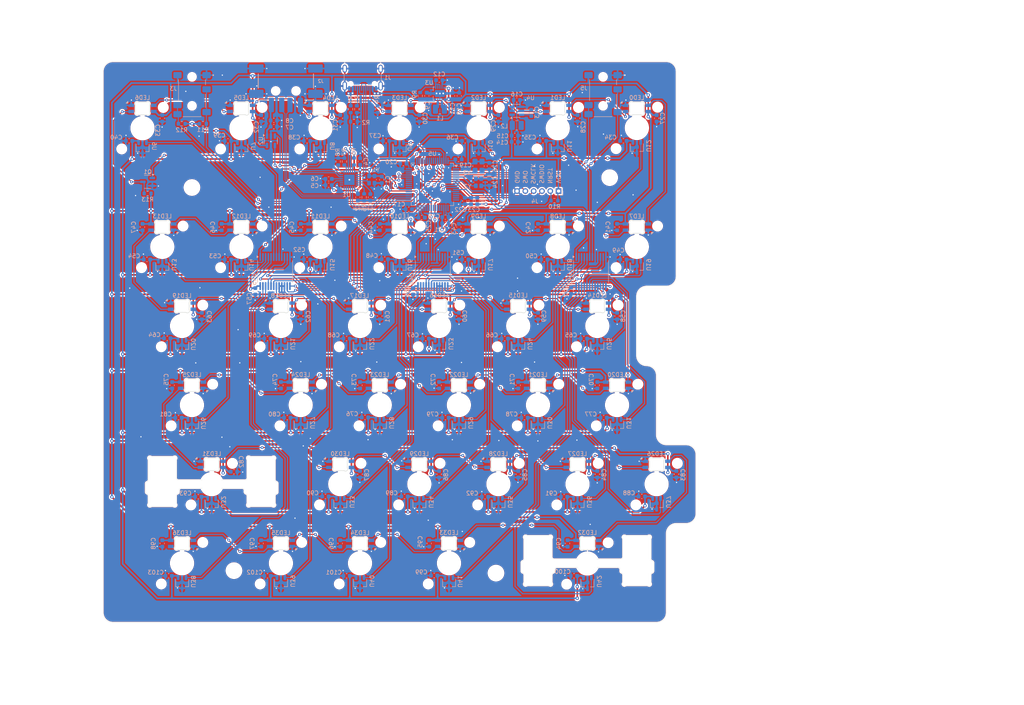
<source format=kicad_pcb>
(kicad_pcb (version 20241229) (generator "pcbnew") (generator_version "9.0")
  (layers (0 "F.Cu" signal) (2 "B.Cu" signal) (13 "F.Paste" user) (15 "B.Paste" user) (5 "F.SilkS" user "F.Silkscreen") (7 "B.SilkS" user "B.Silkscreen") (1 "F.Mask" user) (3 "B.Mask" user) (25 "Edge.Cuts" user))
  (net 0 "")
  (net 1 "GND")
  (net 2 "5V")
  (net 3 "VBUS")
  (net 4 "XTALIN")
  (net 5 "XTAOUT")
  (net 6 "3V3")
  (net 7 "PH1")
  (net 8 "Net-(J1-CC1_B)")
  (net 9 "Net-(J1-CC1_A)")
  (net 12 "SCL")
  (net 13 "SDA")
  (net 14 "SWO")
  (net 15 "SWDIO")
  (net 16 "NRST")
  (net 17 "SWCLK")
  (net 18 "LED_D")
  (net 19 "Net-(LED7-DOUT)")
  (net 20 "Net-(LED8-DOUT)")
  (net 21 "Net-(LED10-DIN)")
  (net 22 "Net-(LED10-DOUT)")
  (net 23 "Net-(LED11-DOUT)")
  (net 24 "Net-(LED12-DOUT)")
  (net 25 "Net-(LED13-DOUT)")
  (net 26 "Net-(LED14-DOUT)")
  (net 27 "Net-(LED20-DOUT)")
  (net 28 "Net-(LED21-DOUT)")
  (net 29 "Net-(LED22-DOUT)")
  (net 30 "Net-(LED23-DOUT)")
  (net 31 "Net-(LED24-DOUT)")
  (net 32 "Net-(LED25-DOUT)")
  (net 33 "Net-(LED26-DOUT)")
  (net 34 "Net-(LED32-DOUT)")
  (net 35 "Net-(LED33-DOUT)")
  (net 36 "Net-(LED34-DOUT)")
  (net 37 "Net-(LED35-DOUT)")
  (net 38 "PH0")
  (net 39 "OCS2")
  (net 40 "VBUS2_EN")
  (net 41 "MUX_S2")
  (net 42 "MUX_S3")
  (net 43 "VBUS_DET")
  (net 44 "/VBUS2")
  (net 45 "MUX_S1")
  (net 46 "MUX0_COM")
  (net 47 "MUX_S0")
  (net 48 "MUX2_COM")
  (net 49 "MUX1_COM")
  (net 50 "MUX0_A9")
  (net 51 "MUX0_A4")
  (net 52 "MUX0_A13")
  (net 53 "MUX0_A8")
  (net 54 "MUX0_A12")
  (net 55 "MUX0_A7")
  (net 56 "MUX0_A3")
  (net 57 "MUX0_A11")
  (net 58 "MUX0_A5")
  (net 59 "MUX0_A2")
  (net 60 "MUX0_A10")
  (net 61 "MUX0_A6")
  (net 62 "MUX1_A8")
  (net 63 "MUX1_A9")
  (net 64 "MUX1_A7")
  (net 65 "MUX1_A13")
  (net 66 "MUX1_A6")
  (net 67 "MUX1_A3")
  (net 68 "MUX1_A4")
  (net 69 "MUX1_A2")
  (net 70 "MUX1_A10")
  (net 71 "MUX1_A11")
  (net 72 "MUX1_A5")
  (net 73 "MUX1_A12")
  (net 74 "MUX2_A11")
  (net 75 "MUX2_A6")
  (net 76 "MUX2_A5")
  (net 77 "MUX2_A8")
  (net 78 "MUX2_A7")
  (net 79 "MUX2_A2")
  (net 80 "MUX2_A1")
  (net 81 "MUX2_A3")
  (net 82 "MUX2_A13")
  (net 83 "MUX2_A4")
  (net 84 "MUX2_A12")
  (net 85 "MUX2_A10")
  (net 86 "MUX2_A9")
  (net 87 "DN2_D+")
  (net 88 "DN2_D-")
  (net 89 "DN1_D-")
  (net 90 "DN1_D+")
  (net 91 "UP_D+")
  (net 92 "UP_D-")
  (net 93 "Net-(Q1-G)")
  (net 94 "OSC32")
  (net 95 "/VDDA")
  (net 96 "Net-(U1-PLLFILT)")
  (net 97 "Net-(U1-CRFILT)")
  (net 98 "Net-(U3-EN)")
  (net 99 "Net-(U4-SW)")
  (net 100 "Net-(U4-BST)")
  (net 101 "Net-(U5-VCAP_1)")
  (net 102 "Net-(U3-L2)")
  (net 103 "Net-(U3-L1)")
  (net 104 "Net-(LED1-DOUT)")
  (net 105 "Net-(LED2-DOUT)")
  (net 106 "Net-(LED3-DOUT)")
  (net 107 "Net-(LED4-DOUT)")
  (net 108 "Net-(LED5-DOUT)")
  (net 109 "Net-(LED6-DOUT)")
  (net 110 "Net-(LED15-DOUT)")
  (net 111 "Net-(LED16-DOUT)")
  (net 112 "Net-(LED17-DOUT)")
  (net 113 "Net-(LED18-DOUT)")
  (net 114 "Net-(LED19-DOUT)")
  (net 115 "Net-(LED27-DOUT)")
  (net 116 "Net-(LED28-DOUT)")
  (net 117 "Net-(LED29-DOUT)")
  (net 118 "Net-(LED30-DOUT)")
  (net 119 "Net-(LED31-DOUT)")
  (net 120 "Net-(LED36-DOUT)")
  (net 122 "Net-(U1-RBIAS)")
  (net 123 "Net-(U1-SUSP_IND*LOCAL_PWR*(NON_REM0))")
  (net 124 "Net-(U1-SMBCLK*CFG_SEL0)")
  (net 125 "Net-(U1-SMBDATA*NON_REM1)")
  (footprint "AH49ENTR_G1:SOT-23-3_ChocV2-1U" (layer "F.Cu") (at 134.8375 43.975)
    (property "Reference" "U10")
    (property "Value" "AH49ENTR-G1")
  )
  (footprint "AH49ENTR_G1:SOT-23-3_ChocV2-1U" (layer "F.Cu") (at 77.6875 43.975)
    (property "Reference" "U7")
    (property "Value" "AH49ENTR-G1")
  )
  (footprint "AH49ENTR_G1:SOT-23-3_ChocV2-1U" (layer "F.Cu") (at 70.54375 129.7)
    (property "Reference" "U32")
    (property "Value" "AH49ENTR-G1")
  )
  (footprint "AH49ENTR_G1:SOT-23-3_ChocV2-1U" (layer "F.Cu") (at 96.7375 43.975)
    (property "Reference" "U8")
    (property "Value" "AH49ENTR-G1")
  )
  (footprint "AH49ENTR_G1:SOT-23-3_ChocV2-1U" (layer "F.Cu") (at 111.025 110.65)
    (property "Reference" "U28")
    (property "Value" "AH49ENTR-G1")
  )
  (footprint "AH49ENTR_G1:SOT-23-3_ChocV2-1.25U" (layer "F.Cu") (at 127.69375 148.75)
    (property "Reference" "U41")
    (property "Value" "AH49ENTR-G1")
  )
  (footprint "AH49ENTR_G1:SOT-23-3_ChocV2-1U" (layer "F.Cu") (at 120.55 129.7)
    (property "Reference" "U34")
    (property "Value" "AH49ENTR-G1")
  )
  (footprint "AH49ENTR_G1:SOT-23-3_ChocV2-1U" (layer "F.Cu") (at 106.2625 91.6)
    (property "Reference" "U22")
    (property "Value" "AH49ENTR-G1")
  )
  (footprint "AH49ENTR_G1:SOT-23-3_ChocV2-1U" (layer "F.Cu") (at 177.7 129.7)
    (property "Reference" "U37")
    (property "Value" "AH49ENTR-G1")
  )
  (footprint "MountingHole:MountingHole_3.2mm_M3" (layer "F.Cu") (at 75.901829 150.536083)
    (property "Reference" "H2" (hide yes))
    (property "Value" "MountingHole")
  )
  (footprint "AH49ENTR_G1:Stabilizers_Plate-Mounted_2U" (layer "F.Cu") (at 161.03125 148.75)
    (property "Reference" "S2" (hide yes))
    (property "Value" "choc_stab")
    (fp_line (start -15.95 1.879999) (end -15.95 -0.119999) (stroke (width 0.05)) (layer "Edge.Cuts"))
    (fp_line (start -15.25 -1.073938) (end -15.25 -5.745438) (stroke (width 0.05)) (layer "Edge.Cuts"))
    (fp_line (start -15.25 4.505439) (end -15.25 2.833937) (stroke (width 0.05)) (layer "Edge.Cuts"))
    (fp_line (start -14.375439 -6.62) (end -9.424562 -6.62) (stroke (width 0.05)) (layer "Edge.Cuts"))
    (fp_line (start -9.424561 5.38) (end -14.375438 5.38) (stroke (width 0.05)) (layer "Edge.Cuts"))
    (fp_line (start -8.55 -5.745439) (end -8.55 -1.500001) (stroke (width 0.05)) (layer "Edge.Cuts"))
    (fp_line (start -8.55 2.833938) (end -8.55 4.505439) (stroke (width 0.05)) (layer "Edge.Cuts"))
    (fp_line (start -8.049999 -1) (end -2.780928 -1) (stroke (width 0.05)) (layer "Edge.Cuts"))
    (fp_line (start -7.85 1.500001) (end -7.85 1.88) (stroke (width 0.05)) (layer "Edge.Cuts"))
    (fp_line (start -2.780928 -1) (end 2.780928 -1) (stroke (width 0.05)) (layer "Edge.Cuts"))
    (fp_line (start -2.598076 1) (end -7.349999 1) (stroke (width 0.05)) (layer "Edge.Cuts"))
    (fp_line (start -2.598076 1) (end 2.598076 1) (stroke (width 0.05)) (layer "Edge.Cuts"))
    (fp_line (start 2.780928 -1) (end 8.05 -1) (stroke (width 0.05)) (layer "Edge.Cuts"))
    (fp_line (start 7.35 1) (end 2.598076 1) (stroke (width 0.05)) (layer "Edge.Cuts"))
    (fp_line (start 7.85 1.88) (end 7.85 1.5) (stroke (width 0.05)) (layer "Edge.Cuts"))
    (fp_line (start 8.55 -1.5) (end 8.55 -5.749104) (stroke (width 0.05)) (layer "Edge.Cuts"))
    (fp_line (start 8.55 4.5054) (end 8.55 2.833939) (stroke (width 0.05)) (layer "Edge.Cuts"))
    (fp_line (start 9.4246 -6.62) (end 14.37924 -6.62) (stroke (width 0.05)) (layer "Edge.Cuts"))
    (fp_line (start 14.3754 5.38) (end 9.42076 5.38) (stroke (width 0.05)) (layer "Edge.Cuts"))
    (fp_line (start 15.25 -5.7454) (end 15.25 -1.074) (stroke (width 0.05)) (layer "Edge.Cuts"))
    (fp_line (start 15.25 2.8339) (end 15.25 4.50924) (stroke (width 0.05)) (layer "Edge.Cuts"))
    (fp_line (start 15.95 -0.12) (end 15.95 1.88) (stroke (width 0.05)) (layer "Edge.Cuts"))
    (fp_arc (start -15.95 -0.119999) (mid -15.853113 -0.415804) (end -15.6 -0.59697) (stroke (width 0.05)) (layer "Edge.Cuts"))
    (fp_arc (start -15.6 2.35697) (mid -15.853113 2.175804) (end -15.95 1.879999) (stroke (width 0.05)) (layer "Edge.Cuts"))
    (fp_arc (start -15.6 2.35697) (mid -15.346887 2.538135) (end -15.25 2.833937) (stroke (width 0.05)) (layer "Edge.Cuts"))
    (fp_arc (start -15.323223 -6.005944) (mid -15.268654 -5.88074) (end -15.25 -5.745438) (stroke (width 0.05)) (layer "Edge.Cuts"))
    (fp_arc (start -15.323223 -6.005944) (mid -15.25 -6.62) (end -14.635944 -6.693223) (stroke (width 0.05)) (layer "Edge.Cuts"))
    (fp_arc (start -15.25 -1.073938) (mid -15.346887 -0.778135) (end -15.6 -0.59697) (stroke (width 0.05)) (layer "Edge.Cuts"))
    (fp_arc (start -15.25 4.505439) (mid -15.268654 4.64074) (end -15.323223 4.765944) (stroke (width 0.05)) (layer "Edge.Cuts"))
    (fp_arc (start -14.635944 5.453223) (mid -15.25 5.38) (end -15.323223 4.765944) (stroke (width 0.05)) (layer "Edge.Cuts"))
    (fp_arc (start -14.635944 5.453223) (mid -14.51074 5.398654) (end -14.375438 5.38) (stroke (width 0.05)) (layer "Edge.Cuts"))
    (fp_arc (start -14.375439 -6.62) (mid -14.51074 -6.638654) (end -14.635944 -6.693223) (stroke (width 0.05)) (layer "Edge.Cuts"))
    (fp_arc (start -9.424561 5.38) (mid -9.28926 5.398654) (end -9.164056 5.453223) (stroke (width 0.05)) (layer "Edge.Cuts"))
    (fp_arc (start -9.164056 -6.693223) (mid -9.28926 -6.638654) (end -9.424562 -6.62) (stroke (width 0.05)) (layer "Edge.Cuts"))
    (fp_arc (start -9.164056 -6.693223) (mid -8.55 -6.62) (end -8.476777 -6.005944) (stroke (width 0.05)) (layer "Edge.Cuts"))
    (fp_arc (start -8.55 -5.745439) (mid -8.531346 -5.88074) (end -8.476777 -6.005944) (stroke (width 0.05)) (layer "Edge.Cuts"))
    (fp_arc (start -8.55 2.833938) (mid -8.453113 2.538135) (end -8.2 2.35697) (stroke (width 0.05)) (layer "Edge.Cuts"))
    (fp_arc (start -8.476777 4.765944) (mid -8.55 5.38) (end -9.164056 5.453223) (stroke (width 0.05)) (layer "Edge.Cuts"))
    (fp_arc (start -8.476777 4.765944) (mid -8.531346 4.64074) (end -8.55 4.505439) (stroke (width 0.05)) (layer "Edge.Cuts"))
    (fp_arc (start -8.049999 -1) (mid -8.403553 -1.146447) (end -8.55 -1.500001) (stroke (width 0.05)) (layer "Edge.Cuts"))
    (fp_arc (start -7.85 1.500001) (mid -7.703553 1.146447) (end -7.349999 1) (stroke (width 0.05)) (layer "Edge.Cuts"))
    (fp_arc (start -7.85 1.88) (mid -7.946887 2.175804) (end -8.2 2.35697) (stroke (width 0.05)) (layer "Edge.Cuts"))
    (fp_arc (start 7.35 1) (mid 7.703553 1.146447) (end 7.85 1.5) (stroke (width 0.05)) (layer "Edge.Cuts"))
    (fp_arc (start 8.2 2.35697) (mid 7.946887 2.175804) (end 7.85 1.88) (stroke (width 0.05)) (layer "Edge.Cuts"))
    (fp_arc (start 8.2 2.35697) (mid 8.453113 2.538135) (end 8.55 2.833939) (stroke (width 0.05)) (layer "Edge.Cuts"))
    (fp_arc (start 8.476777 -6.005944) (mid 8.531357 -5.880742) (end 8.55 -5.749104) (stroke (width 0.05)) (layer "Edge.Cuts"))
    (fp_arc (start 8.476777 -6.005944) (mid 8.550036 -6.619964) (end 9.164056 -6.693223) (stroke (width 0.05)) (layer "Edge.Cuts"))
    (fp_arc (start 8.55 -1.5) (mid 8.403553 -1.146447) (end 8.05 -1) (stroke (width 0.05)) (layer "Edge.Cuts"))
    (fp_arc (start 8.55 4.5054) (mid 8.531336 4.640736) (end 8.476777 4.765944) (stroke (width 0.05)) (layer "Edge.Cuts"))
    (fp_arc (start 9.164056 5.453223) (mid 8.549998 5.380002) (end 8.476777 4.765944) (stroke (width 0.05)) (layer "Edge.Cuts"))
    (fp_arc (start 9.164056 5.453223) (mid 9.289258 5.398643) (end 9.42076 5.38) (stroke (width 0.05)) (layer "Edge.Cuts"))
    (fp_arc (start 9.4246 -6.62) (mid 9.289264 -6.638664) (end 9.164056 -6.693223) (stroke (width 0.05)) (layer "Edge.Cuts"))
    (fp_arc (start 14.3754 5.38) (mid 14.510736 5.398664) (end 14.635944 5.453223) (stroke (width 0.05)) (layer "Edge.Cuts"))
    (fp_arc (start 14.635944 -6.693223) (mid 14.510742 -6.638643) (end 14.37924 -6.62) (stroke (width 0.05)) (layer "Edge.Cuts"))
    (fp_arc (start 14.635944 -6.693223) (mid 15.250002 -6.620002) (end 15.323223 -6.005944) (stroke (width 0.05)) (layer "Edge.Cuts"))
    (fp_arc (start 15.25 -5.7454) (mid 15.268664 -5.880736) (end 15.323223 -6.005944) (stroke (width 0.05)) (layer "Edge.Cuts"))
    (fp_arc (start 15.25 2.8339) (mid 15.346872 2.538117) (end 15.6 2.35697) (stroke (width 0.05)) (layer "Edge.Cuts"))
    (fp_arc (start 15.323223 4.765944) (mid 15.249964 5.379964) (end 14.635944 5.453223) (stroke (width 0.05)) (layer "Edge.Cuts"))
    (fp_arc (start 15.323223 4.765944) (mid 15.268643 4.640742) (end 15.25 4.50924) (stroke (width 0.05)) (layer "Edge.Cuts"))
    (fp_arc (start 15.6 -0.59697) (mid 15.346846 -0.778155) (end 15.250013 -1.074) (stroke (width 0.05)) (layer "Edge.Cuts"))
    (fp_arc (start 15.6 -0.59697) (mid 15.853113 -0.415804) (end 15.95 -0.12) (stroke (width 0.05)) (layer "Edge.Cuts"))
    (fp_arc (start 15.95 1.88) (mid 15.853113 2.175804) (end 15.6 2.35697) (stroke (width 0.05)) (layer "Edge.Cuts"))
  )
  (footprint "MountingHole:MountingHole_3.2mm_M3" (layer "F.Cu") (at 166.389405 55.881316)
    (property "Reference" "H4" (hide yes))
    (property "Value" "MountingHole")
  )
  (footprint "AH49ENTR_G1:SOT-23-3_ChocV2-1U" (layer "F.Cu") (at 149.125 110.65)
    (property "Reference" "U30")
    (property "Value" "AH49ENTR-G1")
  )
  (footprint "AH49ENTR_G1:SOT-23-3_ChocV2-1U" (layer "F.Cu") (at 153.8875 72.55)
    (property "Reference" "U18")
    (property "Value" "AH49ENTR-G1")
  )
  (footprint "AH49ENTR_G1:SOT-23-3_ChocV2-1U" (layer "F.Cu") (at 139.6 129.7)
    (property "Reference" "U35")
    (property "Value" "AH49ENTR-G1")
  )
  (footprint "AH49ENTR_G1:SOT-23-3_ChocV2-1U" (layer "F.Cu") (at 115.7875 43.975)
    (property "Reference" "U9")
    (property "Value" "AH49ENTR-G1")
  )
  (footprint "AH49ENTR_G1:SOT-23-3_ChocV2-1.5U" (layer "F.Cu") (at 63.4 148.75)
    (property "Reference" "U38")
    (property "Value" "AH49ENTR-G1")
  )
  (footprint "AH49ENTR_G1:SOT-23-3_ChocV2-1U" (layer "F.Cu") (at 172.9375 43.9125)
    (property "Reference" "U12")
    (property "Value" "AH49ENTR-G1")
  )
  (footprint "AH49ENTR_G1:SOT-23-3_ChocV2-1U" (layer "F.Cu") (at 53.875 43.975)
    (property "Reference" "U6")
    (property "Value" "AH49ENTR-G1")
  )
  (footprint "AH49ENTR_G1:SOT-23-3_ChocV2-1U" (layer "F.Cu") (at 106.2625 148.75)
    (property "Reference" "U40")
    (property "Value" "AH49ENTR-G1")
  )
  (footprint "AH49ENTR_G1:SOT-23-3_ChocV2-1U" (layer "F.Cu") (at 130.075 110.65)
    (property "Reference" "U29")
    (property "Value" "AH49ENTR-G1")
  )
  (footprint "MountingHole:MountingHole_3.2mm_M3" (layer "F.Cu") (at 139.005007 151.131396)
    (property "Reference" "H3" (hide yes))
    (property "Value" "MountingHole")
  )
  (footprint "AH49ENTR_G1:SOT-23-3_ChocV2-1U" (layer "F.Cu") (at 153.8875 43.975)
    (property "Reference" "U11")
    (property "Value" "AH49ENTR-G1")
  )
  (footprint "MountingHole:MountingHole_3.2mm_M3" (layer "F.Cu") (at 65.781508 58.262568)
    (property "Reference" "H1" (hide yes))
    (property "Value" "MountingHole")
  )
  (footprint "AH49ENTR_G1:SOT-23-3_ChocV2-1U" (layer "F.Cu") (at 172.9375 72.55)
    (property "Reference" "U19")
    (property "Value" "AH49ENTR-G1")
  )
  (footprint "AH49ENTR_G1:SOT-23-3_ChocV2-1U" (layer "F.Cu") (at 168.175 110.65)
    (property "Reference" "U31")
    (property "Value" "AH49ENTR-G1")
  )
  (footprint "AH49ENTR_G1:SOT-23-3_ChocV2-1.5U" (layer "F.Cu") (at 63.4 91.6)
    (property "Reference" "U20")
    (property "Value" "AH49ENTR-G1")
  )
  (footprint "AH49ENTR_G1:SOT-23-3_ChocV2-1U" (layer "F.Cu") (at 87.2125 148.75)
    (property "Reference" "U39")
    (property "Value" "AH49ENTR-G1")
  )
  (footprint "AH49ENTR_G1:SOT-23-3_ChocV2-1U" (layer "F.Cu") (at 101.5 129.7)
    (property "Reference" "U33")
    (property "Value" "AH49ENTR-G1")
  )
  (footprint "AH49ENTR_G1:SOT-23-3_ChocV2-1U" (layer "F.Cu") (at 87.2125 91.6)
    (property "Reference" "U21")
    (property "Value" "AH49ENTR-G1")
  )
  (footprint "AH49ENTR_G1:SOT-23-3_ChocV2-1U" (layer "F.Cu") (at 58.6375 72.55)
    (property "Reference" "U13")
    (property "Value" "AH49ENTR-G1")
  )
  (footprint "AH49ENTR_G1:SOT-23-3_ChocV2-1U" (layer "F.Cu") (at 125.3125 91.6)
    (property "Reference" "U23")
    (property "Value" "AH49ENTR-G1")
  )
  (footprint "AH49ENTR_G1:SOT-23-3_ChocV2-1U" (layer "F.Cu") (at 134.8375 72.55)
    (property "Reference" "U17")
    (property "Value" "AH49ENTR-G1")
  )
  (footprint "AH49ENTR_G1:SOT-23-3_ChocV2-1U" (layer "F.Cu") (at 158.65 129.7)
    (property "Reference" "U36")
    (property "Value" "AH49ENTR-G1")
  )
  (footprint "AH49ENTR_G1:SOT-23-3_ChocV2-1U" (layer "F.Cu") (at 77.6875 72.55)
    (property "Reference" "U14")
    (property "Value" "AH49ENTR-G1")
  )
  (footprint "AH49ENTR_G1:SOT-23-3_ChocV2-1U" (layer "F.Cu") (at 96.7375 72.55)
    (property "Reference" "U15")
    (property "Value" "AH49ENTR-G1")
  )
  (footprint "AH49ENTR_G1:Stabilizers_Plate-Mounted_2U" (layer "F.Cu") (at 70.54375 129.7)
    (property "Reference" "S1" (hide yes))
    (property "Value" "choc_stab")
    (fp_line (start -15.95 1.879999) (end -15.95 -0.119999) (stroke (width 0.05)) (layer "Edge.Cuts"))
    (fp_line (start -15.25 -1.073938) (end -15.25 -5.745438) (stroke (width 0.05)) (layer "Edge.Cuts"))
    (fp_line (start -15.25 4.505439) (end -15.25 2.833937) (stroke (width 0.05)) (layer "Edge.Cuts"))
    (fp_line (start -14.375439 -6.62) (end -9.424562 -6.62) (stroke (width 0.05)) (layer "Edge.Cuts"))
    (fp_line (start -9.424561 5.38) (end -14.375438 5.38) (stroke (width 0.05)) (layer "Edge.Cuts"))
    (fp_line (start -8.55 -5.745439) (end -8.55 -1.500001) (stroke (width 0.05)) (layer "Edge.Cuts"))
    (fp_line (start -8.55 2.833938) (end -8.55 4.505439) (stroke (width 0.05)) (layer "Edge.Cuts"))
    (fp_line (start -8.049999 -1) (end -2.780928 -1) (stroke (width 0.05)) (layer "Edge.Cuts"))
    (fp_line (start -7.85 1.500001) (end -7.85 1.88) (stroke (width 0.05)) (layer "Edge.Cuts"))
    (fp_line (start -2.780928 -1) (end 2.780928 -1) (stroke (width 0.05)) (layer "Edge.Cuts"))
    (fp_line (start -2.598076 1) (end -7.349999 1) (stroke (width 0.05)) (layer "Edge.Cuts"))
    (fp_line (start -2.598076 1) (end 2.598076 1) (stroke (width 0.05)) (layer "Edge.Cuts"))
    (fp_line (start 2.780928 -1) (end 8.05 -1) (stroke (width 0.05)) (layer "Edge.Cuts"))
    (fp_line (start 7.35 1) (end 2.598076 1) (stroke (width 0.05)) (layer "Edge.Cuts"))
    (fp_line (start 7.85 1.88) (end 7.85 1.5) (stroke (width 0.05)) (layer "Edge.Cuts"))
    (fp_line (start 8.55 -1.5) (end 8.55 -5.749104) (stroke (width 0.05)) (layer "Edge.Cuts"))
    (fp_line (start 8.55 4.5054) (end 8.55 2.833939) (stroke (width 0.05)) (layer "Edge.Cuts"))
    (fp_line (start 9.4246 -6.62) (end 14.37924 -6.62) (stroke (width 0.05)) (layer "Edge.Cuts"))
    (fp_line (start 14.3754 5.38) (end 9.42076 5.38) (stroke (width 0.05)) (layer "Edge.Cuts"))
    (fp_line (start 15.25 -5.7454) (end 15.25 -1.074) (stroke (width 0.05)) (layer "Edge.Cuts"))
    (fp_line (start 15.25 2.8339) (end 15.25 4.50924) (stroke (width 0.05)) (layer "Edge.Cuts"))
    (fp_line (start 15.95 -0.12) (end 15.95 1.88) (stroke (width 0.05)) (layer "Edge.Cuts"))
    (fp_arc (start -15.95 -0.119999) (mid -15.853113 -0.415804) (end -15.6 -0.59697) (stroke (width 0.05)) (layer "Edge.Cuts"))
    (fp_arc (start -15.6 2.35697) (mid -15.853113 2.175804) (end -15.95 1.879999) (stroke (width 0.05)) (layer "Edge.Cuts"))
    (fp_arc (start -15.6 2.35697) (mid -15.346887 2.538135) (end -15.25 2.833937) (stroke (width 0.05)) (layer "Edge.Cuts"))
    (fp_arc (start -15.323223 -6.005944) (mid -15.268654 -5.88074) (end -15.25 -5.745438) (stroke (width 0.05)) (layer "Edge.Cuts"))
    (fp_arc (start -15.323223 -6.005944) (mid -15.25 -6.62) (end -14.635944 -6.693223) (stroke (width 0.05)) (layer "Edge.Cuts"))
    (fp_arc (start -15.25 -1.073938) (mid -15.346887 -0.778135) (end -15.6 -0.59697) (stroke (width 0.05)) (layer "Edge.Cuts"))
    (fp_arc (start -15.25 4.505439) (mid -15.268654 4.64074) (end -15.323223 4.765944) (stroke (width 0.05)) (layer "Edge.Cuts"))
    (fp_arc (start -14.635944 5.453223) (mid -15.25 5.38) (end -15.323223 4.765944) (stroke (width 0.05)) (layer "Edge.Cuts"))
    (fp_arc (start -14.635944 5.453223) (mid -14.51074 5.398654) (end -14.375438 5.38) (stroke (width 0.05)) (layer "Edge.Cuts"))
    (fp_arc (start -14.375439 -6.62) (mid -14.51074 -6.638654) (end -14.635944 -6.693223) (stroke (width 0.05)) (layer "Edge.Cuts"))
    (fp_arc (start -9.424561 5.38) (mid -9.28926 5.398654) (end -9.164056 5.453223) (stroke (width 0.05)) (layer "Edge.Cuts"))
    (fp_arc (start -9.164056 -6.693223) (mid -9.28926 -6.638654) (end -9.424562 -6.62) (stroke (width 0.05)) (layer "Edge.Cuts"))
    (fp_arc (start -9.164056 -6.693223) (mid -8.55 -6.62) (end -8.476777 -6.005944) (stroke (width 0.05)) (layer "Edge.Cuts"))
    (fp_arc (start -8.55 -5.745439) (mid -8.531346 -5.88074) (end -8.476777 -6.005944) (stroke (width 0.05)) (layer "Edge.Cuts"))
    (fp_arc (start -8.55 2.833938) (mid -8.453113 2.538135) (end -8.2 2.35697) (stroke (width 0.05)) (layer "Edge.Cuts"))
    (fp_arc (start -8.476777 4.765944) (mid -8.55 5.38) (end -9.164056 5.453223) (stroke (width 0.05)) (layer "Edge.Cuts"))
    (fp_arc (start -8.476777 4.765944) (mid -8.531346 4.64074) (end -8.55 4.505439) (stroke (width 0.05)) (layer "Edge.Cuts"))
    (fp_arc (start -8.049999 -1) (mid -8.403553 -1.146447) (end -8.55 -1.500001) (stroke (width 0.05)) (layer "Edge.Cuts"))
    (fp_arc (start -7.85 1.500001) (mid -7.703553 1.146447) (end -7.349999 1) (stroke (width 0.05)) (layer "Edge.Cuts"))
    (fp_arc (start -7.85 1.88) (mid -7.946887 2.175804) (end -8.2 2.35697) (stroke (width 0.05)) (layer "Edge.Cuts"))
    (fp_arc (start 7.35 1) (mid 7.703553 1.146447) (end 7.85 1.5) (stroke (width 0.05)) (layer "Edge.Cuts"))
    (fp_arc (start 8.2 2.35697) (mid 7.946887 2.175804) (end 7.85 1.88) (stroke (width 0.05)) (layer "Edge.Cuts"))
    (fp_arc (start 8.2 2.35697) (mid 8.453113 2.538135) (end 8.55 2.833939) (stroke (width 0.05)) (layer "Edge.Cuts"))
    (fp_arc (start 8.476777 -6.005944) (mid 8.531357 -5.880742) (end 8.55 -5.749104) (stroke (width 0.05)) (layer "Edge.Cuts"))
    (fp_arc (start 8.476777 -6.005944) (mid 8.550036 -6.619964) (end 9.164056 -6.693223) (stroke (width 0.05)) (layer "Edge.Cuts"))
    (fp_arc (start 8.55 -1.5) (mid 8.403553 -1.146447) (end 8.05 -1) (stroke (width 0.05)) (layer "Edge.Cuts"))
    (fp_arc (start 8.55 4.5054) (mid 8.531336 4.640736) (end 8.476777 4.765944) (stroke (width 0.05)) (layer "Edge.Cuts"))
    (fp_arc (start 9.164056 5.453223) (mid 8.549998 5.380002) (end 8.476777 4.765944) (stroke (width 0.05)) (layer "Edge.Cuts"))
    (fp_arc (start 9.164056 5.453223) (mid 9.289258 5.398643) (end 9.42076 5.38) (stroke (width 0.05)) (layer "Edge.Cuts"))
    (fp_arc (start 9.4246 -6.62) (mid 9.289264 -6.638664) (end 9.164056 -6.693223) (stroke (width 0.05)) (layer "Edge.Cuts"))
    (fp_arc (start 14.3754 5.38) (mid 14.510736 5.398664) (end 14.635944 5.453223) (stroke (width 0.05)) (layer "Edge.Cuts"))
    (fp_arc (start 14.635944 -6.693223) (mid 14.510742 -6.638643) (end 14.37924 -6.62) (stroke (width 0.05)) (layer "Edge.Cuts"))
    (fp_arc (start 14.635944 -6.693223) (mid 15.250002 -6.620002) (end 15.323223 -6.005944) (stroke (width 0.05)) (layer "Edge.Cuts"))
    (fp_arc (start 15.25 -5.7454) (mid 15.268664 -5.880736) (end 15.323223 -6.005944) (stroke (width 0.05)) (layer "Edge.Cuts"))
    (fp_arc (start 15.25 2.8339) (mid 15.346872 2.538117) (end 15.6 2.35697) (stroke (width 0.05)) (layer "Edge.Cuts"))
    (fp_arc (start 15.323223 4.765944) (mid 15.249964 5.379964) (end 14.635944 5.453223) (stroke (width 0.05)) (layer "Edge.Cuts"))
    (fp_arc (start 15.323223 4.765944) (mid 15.268643 4.640742) (end 15.25 4.50924) (stroke (width 0.05)) (layer "Edge.Cuts"))
    (fp_arc (start 15.6 -0.59697) (mid 15.346846 -0.778155) (end 15.250013 -1.074) (stroke (width 0.05)) (layer "Edge.Cuts"))
    (fp_arc (start 15.6 -0.59697) (mid 15.853113 -0.415804) (end 15.95 -0.12) (stroke (width 0.05)) (layer "Edge.Cuts"))
    (fp_arc (start 15.95 1.88) (mid 15.853113 2.175804) (end 15.6 2.35697) (stroke (width 0.05)) (layer "Edge.Cuts"))
  )
  (footprint "AH49ENTR_G1:SOT-23-3_ChocV2-1U" (layer "F.Cu") (at 115.7875 72.55)
    (property "Reference" "U16")
    (property "Value" "AH49ENTR-G1")
  )
  (footprint "AH49ENTR_G1:SOT-23-3_ChocV2-1U" (layer "F.Cu") (at 161.03125 148.8125)
    (property "Reference" "U42")
    (property "Value" "AH49ENTR-G1")
  )
  (footprint "AH49ENTR_G1:SOT-23-3_ChocV2-1U" (layer "F.Cu") (at 163.4125 91.6)
    (property "Reference" "U25")
    (property "Value" "AH49ENTR-G1")
  )
  (footprint "AH49ENTR_G1:SOT-23-3_ChocV2-1U" (layer "F.Cu") (at 91.975 110.65)
    (property "Reference" "U27")
    (property "Value" "AH49ENTR-G1")
  )
  (footprint "AH49ENTR_G1:SOT-23-3_ChocV2-1U" (layer "F.Cu") (at 144.3625 91.6)
    (property "Reference" "U24")
    (property "Value" "AH49ENTR-G1")
  )
  (footprint "AH49ENTR_G1:SOT-23-3_ChocV2-1.75U" (layer "F.Cu") (at 65.78125 110.65)
    (property "Reference" "U26")
    (property "Value" "AH49ENTR-G1")
  )
  (footprint "Package_TO_SOT_SMD:TSOT-23-6" (layer "B.Cu") (at 144.02 39.79)
    (property "Reference" "U4")
    (property "Value" "AP63203WU")
  )
  (footprint "Resistor_SMD:R_0603_1608Metric" (layer "B.Cu") (at 101 52 90)
    (property "Reference" "R8")
    (property "Value" "100k")
  )
  (footprint "PCM_marbastlib-choc:LED_choc_6028R" (layer "B.Cu") (at 168.175 105.8875)
    (property "Reference" "LED20")
    (property "Value" "choc_SK6812MINI-E")
    (fp_line (start -1.699999 0.702841) (end -1.699999 -0.702843) (stroke (width 0.1)) (layer "Edge.Cuts"))
    (fp_line (start -0.794452 -1.5) (end 0.794453 -1.5) (stroke (width 0.1)) (layer "Edge.Cuts"))
    (fp_line (start 0.794452 1.499999) (end -0.794452 1.499999) (stroke (width 0.1)) (layer "Edge.Cuts"))
    (fp_line (start 1.699999 -0.702843) (end 1.699999 0.702841) (stroke (width 0.1)) (layer "Edge.Cuts"))
    (fp_arc (start -1.749484 -0.919721) (mid -1.712527 -0.814069) (end -1.699999 -0.702843) (stroke (width 0.1)) (layer "Edge.Cuts"))
    (fp_arc (start -1.749484 -0.919721) (mid -1.638071 -1.504036) (end -1.046711 -1.5683) (stroke (width 0.1)) (layer "Edge.Cuts"))
    (fp_arc (start -1.699999 0.702842) (mid -1.712527 0.814067) (end -1.749484 0.919719) (stroke (width 0.1)) (layer "Edge.Cuts"))
    (fp_arc (start -1.046711 1.568296) (mid -1.63807 1.504033) (end -1.749484 0.919719) (stroke (width 0.1)) (layer "Edge.Cuts"))
    (fp_arc (start -1.04671 1.568298) (mid -0.925122 1.517376) (end -0.794452 1.499999) (stroke (width 0.1)) (layer "Edge.Cuts"))
    (fp_arc (start -0.794453 -1.500001) (mid -0.925123 -1.517378) (end -1.046711 -1.5683) (stroke (width 0.1)) (layer "Edge.Cuts"))
    (fp_arc (start 0.794452 1.499999) (mid 0.925123 1.517376) (end 1.046711 1.568298) (stroke (width 0.1)) (layer "Edge.Cuts"))
    (fp_arc (start 1.046711 -1.568299) (mid 0.925123 -1.517377) (end 0.794453 -1.5) (stroke (width 0.1)) (layer "Edge.Cuts"))
    (fp_arc (start 1.046711 -1.568299) (mid 1.638071 -1.504036) (end 1.749484 -0.919721) (stroke (width 0.1)) (layer "Edge.Cuts"))
    (fp_arc (start 1.699999 -0.702844) (mid 1.712524 -0.814069) (end 1.749484 -0.919721) (stroke (width 0.1)) (layer "Edge.Cuts"))
    (fp_arc (start 1.749484 0.919718) (mid 1.638073 1.504037) (end 1.046711 1.568298) (stroke (width 0.1)) (layer "Edge.Cuts"))
    (fp_arc (start 1.749484 0.919719) (mid 1.712527 0.814067) (end 1.699999 0.702841) (stroke (width 0.1)) (layer "Edge.Cuts"))
  )
  (footprint "PCM_marbastlib-choc:LED_choc_6028R" (layer "B.Cu") (at 96.7375 39.2125 180)
    (property "Reference" "LED4")
    (property "Value" "choc_SK6812MINI-E" (hide yes))
    (fp_line (start 1.699999 -0.702843) (end 1.699999 0.702841) (stroke (width 0.1)) (layer "Edge.Cuts"))
    (fp_line (start 0.794452 1.499999) (end -0.794452 1.499999) (stroke (width 0.1)) (layer "Edge.Cuts"))
    (fp_line (start -0.794452 -1.5) (end 0.794453 -1.5) (stroke (width 0.1)) (layer "Edge.Cuts"))
    (fp_line (start -1.699999 0.702841) (end -1.699999 -0.702843) (stroke (width 0.1)) (layer "Edge.Cuts"))
    (fp_arc (start 1.749484 0.919719) (mid 1.712527 0.814067) (end 1.699999 0.702841) (stroke (width 0.1)) (layer "Edge.Cuts"))
    (fp_arc (start 1.749484 0.919718) (mid 1.638073 1.504037) (end 1.046711 1.568298) (stroke (width 0.1)) (layer "Edge.Cuts"))
    (fp_arc (start 1.699999 -0.702844) (mid 1.712524 -0.814069) (end 1.749484 -0.919721) (stroke (width 0.1)) (layer "Edge.Cuts"))
    (fp_arc (start 1.046711 -1.568299) (mid 1.638071 -1.504036) (end 1.749484 -0.919721) (stroke (width 0.1)) (layer "Edge.Cuts"))
    (fp_arc (start 1.046711 -1.568299) (mid 0.925123 -1.517377) (end 0.794453 -1.5) (stroke (width 0.1)) (layer "Edge.Cuts"))
    (fp_arc (start 0.794452 1.499999) (mid 0.925123 1.517376) (end 1.046711 1.568298) (stroke (width 0.1)) (layer "Edge.Cuts"))
    (fp_arc (start -0.794453 -1.500001) (mid -0.925123 -1.517378) (end -1.046711 -1.5683) (stroke (width 0.1)) (layer "Edge.Cuts"))
    (fp_arc (start -1.04671 1.568298) (mid -0.925122 1.517376) (end -0.794452 1.499999) (stroke (width 0.1)) (layer "Edge.Cuts"))
    (fp_arc (start -1.046711 1.568296) (mid -1.63807 1.504033) (end -1.749484 0.919719) (stroke (width 0.1)) (layer "Edge.Cuts"))
    (fp_arc (start -1.699999 0.702842) (mid -1.712527 0.814067) (end -1.749484 0.919719) (stroke (width 0.1)) (layer "Edge.Cuts"))
    (fp_arc (start -1.749484 -0.919721) (mid -1.638071 -1.504036) (end -1.046711 -1.5683) (stroke (width 0.1)) (layer "Edge.Cuts"))
    (fp_arc (start -1.749484 -0.919721) (mid -1.712527 -0.814069) (end -1.699999 -0.702843) (stroke (width 0.1)) (layer "Edge.Cuts"))
  )
  (footprint "PCM_marbastlib-choc:LED_choc_6028R" (layer "B.Cu") (at 106.2625 86.8375 180)
    (property "Reference" "LED17")
    (property "Value" "choc_SK6812MINI-E")
    (fp_line (start 1.699999 -0.702843) (end 1.699999 0.702841) (stroke (width 0.1)) (layer "Edge.Cuts"))
    (fp_line (start 0.794452 1.499999) (end -0.794452 1.499999) (stroke (width 0.1)) (layer "Edge.Cuts"))
    (fp_line (start -0.794452 -1.5) (end 0.794453 -1.5) (stroke (width 0.1)) (layer "Edge.Cuts"))
    (fp_line (start -1.699999 0.702841) (end -1.699999 -0.702843) (stroke (width 0.1)) (layer "Edge.Cuts"))
    (fp_arc (start 1.749484 0.919719) (mid 1.712527 0.814067) (end 1.699999 0.702841) (stroke (width 0.1)) (layer "Edge.Cuts"))
    (fp_arc (start 1.749484 0.919718) (mid 1.638073 1.504037) (end 1.046711 1.568298) (stroke (width 0.1)) (layer "Edge.Cuts"))
    (fp_arc (start 1.699999 -0.702844) (mid 1.712524 -0.814069) (end 1.749484 -0.919721) (stroke (width 0.1)) (layer "Edge.Cuts"))
    (fp_arc (start 1.046711 -1.568299) (mid 1.638071 -1.504036) (end 1.749484 -0.919721) (stroke (width 0.1)) (layer "Edge.Cuts"))
    (fp_arc (start 1.046711 -1.568299) (mid 0.925123 -1.517377) (end 0.794453 -1.5) (stroke (width 0.1)) (layer "Edge.Cuts"))
    (fp_arc (start 0.794452 1.499999) (mid 0.925123 1.517376) (end 1.046711 1.568298) (stroke (width 0.1)) (layer "Edge.Cuts"))
    (fp_arc (start -0.794453 -1.500001) (mid -0.925123 -1.517378) (end -1.046711 -1.5683) (stroke (width 0.1)) (layer "Edge.Cuts"))
    (fp_arc (start -1.04671 1.568298) (mid -0.925122 1.517376) (end -0.794452 1.499999) (stroke (width 0.1)) (layer "Edge.Cuts"))
    (fp_arc (start -1.046711 1.568296) (mid -1.63807 1.504033) (end -1.749484 0.919719) (stroke (width 0.1)) (layer "Edge.Cuts"))
    (fp_arc (start -1.699999 0.702842) (mid -1.712527 0.814067) (end -1.749484 0.919719) (stroke (width 0.1)) (layer "Edge.Cuts"))
    (fp_arc (start -1.749484 -0.919721) (mid -1.638071 -1.504036) (end -1.046711 -1.5683) (stroke (width 0.1)) (layer "Edge.Cuts"))
    (fp_arc (start -1.749484 -0.919721) (mid -1.712527 -0.814069) (end -1.699999 -0.702843) (stroke (width 0.1)) (layer "Edge.Cuts"))
  )
  (footprint "Capacitor_SMD:C_0603_1608Metric" (layer "B.Cu") (at 125.312808 105.887608 90)
    (property "Reference" "C72")
    (property "Value" "0.1uF")
  )
  (footprint "Capacitor_SMD:C_0603_1608Metric" (layer "B.Cu") (at 128.553362 36.199116 90)
    (property "Reference" "C11")
    (property "Value" "10uF")
  )
  (footprint "Capacitor_SMD:C_0603_1608Metric" (layer "B.Cu") (at 157.79375 151.8 180)
    (property "Reference" "C100")
    (property "Value" "0.1uF")
  )
  (footprint "Capacitor_SMD:C_0603_1608Metric" (layer "B.Cu") (at 120.55 41.59375 90)
    (property "Reference" "C30")
    (property "Value" "0.1uF")
  )
  (footprint "PCM_marbastlib-choc:LED_choc_6028R" (layer "B.Cu") (at 63.4 143.9875)
    (property "Reference" "LED36")
    (property "Value" "choc_SK6812MINI-E")
    (fp_line (start -1.699999 0.702841) (end -1.699999 -0.702843) (stroke (width 0.1)) (layer "Edge.Cuts"))
    (fp_line (start -0.794452 -1.5) (end 0.794453 -1.5) (stroke (width 0.1)) (layer "Edge.Cuts"))
    (fp_line (start 0.794452 1.499999) (end -0.794452 1.499999) (stroke (width 0.1)) (layer "Edge.Cuts"))
    (fp_line (start 1.699999 -0.702843) (end 1.699999 0.702841) (stroke (width 0.1)) (layer "Edge.Cuts"))
    (fp_arc (start -1.749484 -0.919721) (mid -1.712527 -0.814069) (end -1.699999 -0.702843) (stroke (width 0.1)) (layer "Edge.Cuts"))
    (fp_arc (start -1.749484 -0.919721) (mid -1.638071 -1.504036) (end -1.046711 -1.5683) (stroke (width 0.1)) (layer "Edge.Cuts"))
    (fp_arc (start -1.699999 0.702842) (mid -1.712527 0.814067) (end -1.749484 0.919719) (stroke (width 0.1)) (layer "Edge.Cuts"))
    (fp_arc (start -1.046711 1.568296) (mid -1.63807 1.504033) (end -1.749484 0.919719) (stroke (width 0.1)) (layer "Edge.Cuts"))
    (fp_arc (start -1.04671 1.568298) (mid -0.925122 1.517376) (end -0.794452 1.499999) (stroke (width 0.1)) (layer "Edge.Cuts"))
    (fp_arc (start -0.794453 -1.500001) (mid -0.925123 -1.517378) (end -1.046711 -1.5683) (stroke (width 0.1)) (layer "Edge.Cuts"))
    (fp_arc (start 0.794452 1.499999) (mid 0.925123 1.517376) (end 1.046711 1.568298) (stroke (width 0.1)) (layer "Edge.Cuts"))
    (fp_arc (start 1.046711 -1.568299) (mid 0.925123 -1.517377) (end 0.794453 -1.5) (stroke (width 0.1)) (layer "Edge.Cuts"))
    (fp_arc (start 1.046711 -1.568299) (mid 1.638071 -1.504036) (end 1.749484 -0.919721) (stroke (width 0.1)) (layer "Edge.Cuts"))
    (fp_arc (start 1.699999 -0.702844) (mid 1.712524 -0.814069) (end 1.749484 -0.919721) (stroke (width 0.1)) (layer "Edge.Cuts"))
    (fp_arc (start 1.749484 0.919718) (mid 1.638073 1.504037) (end 1.046711 1.568298) (stroke (width 0.1)) (layer "Edge.Cuts"))
    (fp_arc (start 1.749484 0.919719) (mid 1.712527 0.814067) (end 1.699999 0.702841) (stroke (width 0.1)) (layer "Edge.Cuts"))
  )
  (footprint "Capacitor_SMD:C_0603_1608Metric" (layer "B.Cu") (at 149.125 89.21875 90)
    (property "Reference" "C59")
    (property "Value" "0.1uF")
  )
  (footprint "Capacitor_SMD:C_0603_1608Metric" (layer "B.Cu") (at 126.825 66.9)
    (property "Reference" "C21")
    (property "Value" "4.7uF")
  )
  (footprint "PCM_marbastlib-choc:LED_choc_6028R" (layer "B.Cu") (at 87.2125 143.9875)
    (property "Reference" "LED35")
    (property "Value" "choc_SK6812MINI-E")
    (fp_line (start -1.699999 0.702841) (end -1.699999 -0.702843) (stroke (width 0.1)) (layer "Edge.Cuts"))
    (fp_line (start -0.794452 -1.5) (end 0.794453 -1.5) (stroke (width 0.1)) (layer "Edge.Cuts"))
    (fp_line (start 0.794452 1.499999) (end -0.794452 1.499999) (stroke (width 0.1)) (layer "Edge.Cuts"))
    (fp_line (start 1.699999 -0.702843) (end 1.699999 0.702841) (stroke (width 0.1)) (layer "Edge.Cuts"))
    (fp_arc (start -1.749484 -0.919721) (mid -1.712527 -0.814069) (end -1.699999 -0.702843) (stroke (width 0.1)) (layer "Edge.Cuts"))
    (fp_arc (start -1.749484 -0.919721) (mid -1.638071 -1.504036) (end -1.046711 -1.5683) (stroke (width 0.1)) (layer "Edge.Cuts"))
    (fp_arc (start -1.699999 0.702842) (mid -1.712527 0.814067) (end -1.749484 0.919719) (stroke (width 0.1)) (layer "Edge.Cuts"))
    (fp_arc (start -1.046711 1.568296) (mid -1.63807 1.504033) (end -1.749484 0.919719) (stroke (width 0.1)) (layer "Edge.Cuts"))
    (fp_arc (start -1.04671 1.568298) (mid -0.925122 1.517376) (end -0.794452 1.499999) (stroke (width 0.1)) (layer "Edge.Cuts"))
    (fp_arc (start -0.794453 -1.500001) (mid -0.925123 -1.517378) (end -1.046711 -1.5683) (stroke (width 0.1)) (layer "Edge.Cuts"))
    (fp_arc (start 0.794452 1.499999) (mid 0.925123 1.517376) (end 1.046711 1.568298) (stroke (width 0.1)) (layer "Edge.Cuts"))
    (fp_arc (start 1.046711 -1.568299) (mid 0.925123 -1.517377) (end 0.794453 -1.5) (stroke (width 0.1)) (layer "Edge.Cuts"))
    (fp_arc (start 1.046711 -1.568299) (mid 1.638071 -1.504036) (end 1.749484 -0.919721) (stroke (width 0.1)) (layer "Edge.Cuts"))
    (fp_arc (start 1.699999 -0.702844) (mid 1.712524 -0.814069) (end 1.749484 -0.919721) (stroke (width 0.1)) (layer "Edge.Cuts"))
    (fp_arc (start 1.749484 0.919718) (mid 1.638073 1.504037) (end 1.046711 1.568298) (stroke (width 0.1)) (layer "Edge.Cuts"))
    (fp_arc (start 1.749484 0.919719) (mid 1.712527 0.814067) (end 1.699999 0.702841) (stroke (width 0.1)) (layer "Edge.Cuts"))
  )
  (footprint "Package_SON:Texas_DRC0010J" (layer "B.Cu") (at 125.5 35.625 90)
    (property "Reference" "U3")
    (property "Value" "TPS63002")
  )
  (footprint "Capacitor_SMD:C_0603_1608Metric" (layer "B.Cu") (at 67.30625 132.75 180)
    (property "Reference" "C93")
    (property "Value" "0.1uF")
  )
  (footprint "Capacitor_SMD:C_0603_1608Metric" (layer "B.Cu") (at 53.875 67.7875 90)
    (property "Reference" "C47")
    (property "Value" "0.1uF")
  )
  (footprint "Capacitor_SMD:C_0603_1608Metric" (layer "B.Cu") (at 91.975 67.7875 90)
    (property "Reference" "C45")
    (property "Value" "0.1uF")
  )
  (footprint "Capacitor_SMD:C_0603_1608Metric" (layer "B.Cu") (at 111.5 56.4 90)
    (property "Reference" "C1")
    (property "Value" "0.1uF")
  )
  (footprint "Capacitor_SMD:C_0603_1608Metric" (layer "B.Cu") (at 169.7 75.6 180)
    (property "Reference" "C49")
    (property "Value" "0.1uF")
  )
  (footprint "Capacitor_SMD:C_0603_1608Metric" (layer "B.Cu") (at 97.92841 132.676693 180)
    (property "Reference" "C90")
    (property "Value" "0.1uF")
  )
  (footprint "Capacitor_SMD:C_0603_1608Metric" (layer "B.Cu") (at 119.037496 83.262504 -90)
    (property "Reference" "C56")
    (property "Value" "0.1uF")
  )
  (footprint "Capacitor_SMD:C_0603_1608Metric" (layer "B.Cu") (at 136.3625 132.75 180)
    (property "Reference" "C92")
    (property "Value" "0.1uF")
  )
  (footprint "PCM_marbastlib-choc:LED_choc_6028R" (layer "B.Cu") (at 130.075 105.8875)
    (property "Reference" "LED22")
    (property "Value" "choc_SK6812MINI-E")
    (fp_line (start -1.699999 0.702841) (end -1.699999 -0.702843) (stroke (width 0.1)) (layer "Edge.Cuts"))
    (fp_line (start -0.794452 -1.5) (end 0.794453 -1.5) (stroke (width 0.1)) (layer "Edge.Cuts"))
    (fp_line (start 0.794452 1.499999) (end -0.794452 1.499999) (stroke (width 0.1)) (layer "Edge.Cuts"))
    (fp_line (start 1.699999 -0.702843) (end 1.699999 0.702841) (stroke (width 0.1)) (layer "Edge.Cuts"))
    (fp_arc (start -1.749484 -0.919721) (mid -1.712527 -0.814069) (end -1.699999 -0.702843) (stroke (width 0.1)) (layer "Edge.Cuts"))
    (fp_arc (start -1.749484 -0.919721) (mid -1.638071 -1.504036) (end -1.046711 -1.5683) (stroke (width 0.1)) (layer "Edge.Cuts"))
    (fp_arc (start -1.699999 0.702842) (mid -1.712527 0.814067) (end -1.749484 0.919719) (stroke (width 0.1)) (layer "Edge.Cuts"))
    (fp_arc (start -1.046711 1.568296) (mid -1.63807 1.504033) (end -1.749484 0.919719) (stroke (width 0.1)) (layer "Edge.Cuts"))
    (fp_arc (start -1.04671 1.568298) (mid -0.925122 1.517376) (end -0.794452 1.499999) (stroke (width 0.1)) (layer "Edge.Cuts"))
    (fp_arc (start -0.794453 -1.500001) (mid -0.925123 -1.517378) (end -1.046711 -1.5683) (stroke (width 0.1)) (layer "Edge.Cuts"))
    (fp_arc (start 0.794452 1.499999) (mid 0.925123 1.517376) (end 1.046711 1.568298) (stroke (width 0.1)) (layer "Edge.Cuts"))
    (fp_arc (start 1.046711 -1.568299) (mid 0.925123 -1.517377) (end 0.794453 -1.5) (stroke (width 0.1)) (layer "Edge.Cuts"))
    (fp_arc (start 1.046711 -1.568299) (mid 1.638071 -1.504036) (end 1.749484 -0.919721) (stroke (width 0.1)) (layer "Edge.Cuts"))
    (fp_arc (start 1.699999 -0.702844) (mid 1.712524 -0.814069) (end 1.749484 -0.919721) (stroke (width 0.1)) (layer "Edge.Cuts"))
    (fp_arc (start 1.749484 0.919718) (mid 1.638073 1.504037) (end 1.046711 1.568298) (stroke (width 0.1)) (layer "Edge.Cuts"))
    (fp_arc (start 1.749484 0.919719) (mid 1.712527 0.814067) (end 1.699999 0.702841) (stroke (width 0.1)) (layer "Edge.Cuts"))
  )
  (footprint "Capacitor_SMD:C_0603_1608Metric" (layer "B.Cu") (at 122.93125 143.9875 90)
    (property "Reference" "C95")
    (property "Value" "0.1uF")
  )
  (footprint "Capacitor_SMD:C_0603_1608Metric" (layer "B.Cu") (at 130.075 67.7875 90)
    (property "Reference" "C43")
    (property "Value" "0.1uF")
  )
  (footprint "PCM_marbastlib-choc:LED_choc_6028R" (layer "B.Cu") (at 134.8375 67.7875)
    (property "Reference" "LED9")
    (property "Value" "choc_SK6812MINI-E")
    (fp_line (start -1.699999 0.702841) (end -1.699999 -0.702843) (stroke (width 0.1)) (layer "Edge.Cuts"))
    (fp_line (start -0.794452 -1.5) (end 0.794453 -1.5) (stroke (width 0.1)) (layer "Edge.Cuts"))
    (fp_line (start 0.794452 1.499999) (end -0.794452 1.499999) (stroke (width 0.1)) (layer "Edge.Cuts"))
    (fp_line (start 1.699999 -0.702843) (end 1.699999 0.702841) (stroke (width 0.1)) (layer "Edge.Cuts"))
    (fp_arc (start -1.749484 -0.919721) (mid -1.712527 -0.814069) (end -1.699999 -0.702843) (stroke (width 0.1)) (layer "Edge.Cuts"))
    (fp_arc (start -1.749484 -0.919721) (mid -1.638071 -1.504036) (end -1.046711 -1.5683) (stroke (width 0.1)) (layer "Edge.Cuts"))
    (fp_arc (start -1.699999 0.702842) (mid -1.712527 0.814067) (end -1.749484 0.919719) (stroke (width 0.1)) (layer "Edge.Cuts"))
    (fp_arc (start -1.046711 1.568296) (mid -1.63807 1.504033) (end -1.749484 0.919719) (stroke (width 0.1)) (layer "Edge.Cuts"))
    (fp_arc (start -1.04671 1.568298) (mid -0.925122 1.517376) (end -0.794452 1.499999) (stroke (width 0.1)) (layer "Edge.Cuts"))
    (fp_arc (start -0.794453 -1.500001) (mid -0.925123 -1.517378) (end -1.046711 -1.5683) (stroke (width 0.1)) (layer "Edge.Cuts"))
    (fp_arc (start 0.794452 1.499999) (mid 0.925123 1.517376) (end 1.046711 1.568298) (stroke (width 0.1)) (layer "Edge.Cuts"))
    (fp_arc (start 1.046711 -1.568299) (mid 0.925123 -1.517377) (end 0.794453 -1.5) (stroke (width 0.1)) (layer "Edge.Cuts"))
    (fp_arc (start 1.046711 -1.568299) (mid 1.638071 -1.504036) (end 1.749484 -0.919721) (stroke (width 0.1)) (layer "Edge.Cuts"))
    (fp_arc (start 1.699999 -0.702844) (mid 1.712524 -0.814069) (end 1.749484 -0.919721) (stroke (width 0.1)) (layer "Edge.Cuts"))
    (fp_arc (start 1.749484 0.919718) (mid 1.638073 1.504037) (end 1.046711 1.568298) (stroke (width 0.1)) (layer "Edge.Cuts"))
    (fp_arc (start 1.749484 0.919719) (mid 1.712527 0.814067) (end 1.699999 0.702841) (stroke (width 0.1)) (layer "Edge.Cuts"))
  )
  (footprint "Capacitor_SMD:C_0603_1608Metric" (layer "B.Cu") (at 160.175 94.65 180)
    (property "Reference" "C65")
    (property "Value" "0.1uF")
  )
  (footprint "PCM_marbastlib-choc:LED_choc_6028R" (layer "B.Cu") (at 115.7875 67.7875)
    (property "Reference" "LED10")
    (property "Value" "choc_SK6812MINI-E")
    (fp_line (start -1.699999 0.702841) (end -1.699999 -0.702843) (stroke (width 0.1)) (layer "Edge.Cuts"))
    (fp_line (start -0.794452 -1.5) (end 0.794453 -1.5) (stroke (width 0.1)) (layer "Edge.Cuts"))
    (fp_line (start 0.794452 1.499999) (end -0.794452 1.499999) (stroke (width 0.1)) (layer "Edge.Cuts"))
    (fp_line (start 1.699999 -0.702843) (end 1.699999 0.702841) (stroke (width 0.1)) (layer "Edge.Cuts"))
    (fp_arc (start -1.749484 -0.919721) (mid -1.712527 -0.814069) (end -1.699999 -0.702843) (stroke (width 0.1)) (layer "Edge.Cuts"))
    (fp_arc (start -1.749484 -0.919721) (mid -1.638071 -1.504036) (end -1.046711 -1.5683) (stroke (width 0.1)) (layer "Edge.Cuts"))
    (fp_arc (start -1.699999 0.702842) (mid -1.712527 0.814067) (end -1.749484 0.919719) (stroke (width 0.1)) (layer "Edge.Cuts"))
    (fp_arc (start -1.046711 1.568296) (mid -1.63807 1.504033) (end -1.749484 0.919719) (stroke (width 0.1)) (layer "Edge.Cuts"))
    (fp_arc (start -1.04671 1.568298) (mid -0.925122 1.517376) (end -0.794452 1.499999) (stroke (width 0.1)) (layer "Edge.Cuts"))
    (fp_arc (start -0.794453 -1.500001) (mid -0.925123 -1.517378) (end -1.046711 -1.5683) (stroke (width 0.1)) (layer "Edge.Cuts"))
    (fp_arc (start 0.794452 1.499999) (mid 0.925123 1.517376) (end 1.046711 1.568298) (stroke (width 0.1)) (layer "Edge.Cuts"))
    (fp_arc (start 1.046711 -1.568299) (mid 0.925123 -1.517377) (end 0.794453 -1.5) (stroke (width 0.1)) (layer "Edge.Cuts"))
    (fp_arc (start 1.046711 -1.568299) (mid 1.638071 -1.504036) (end 1.749484 -0.919721) (stroke (width 0.1)) (layer "Edge.Cuts"))
    (fp_arc (start 1.699999 -0.702844) (mid 1.712524 -0.814069) (end 1.749484 -0.919721) (stroke (width 0.1)) (layer "Edge.Cuts"))
    (fp_arc (start 1.749484 0.919718) (mid 1.638073 1.504037) (end 1.046711 1.568298) (stroke (width 0.1)) (layer "Edge.Cuts"))
    (fp_arc (start 1.749484 0.919719) (mid 1.712527 0.814067) (end 1.699999 0.702841) (stroke (width 0.1)) (layer "Edge.Cuts"))
  )
  (footprint "Capacitor_SMD:C_0603_1608Metric" (layer "B.Cu") (at 157.1 83.1 -90)
    (property "Reference" "C55")
    (property "Value" "0.1uF")
  )
  (footprint "Capacitor_SMD:C_0603_1608Metric" (layer "B.Cu") (at 164.9375 113.7 180)
    (property "Reference" "C77")
    (property "Value" "0.1uF")
  )
  (footprint "PCM_marbastlib-choc:LED_choc_6028R" (layer "B.Cu") (at 111.025 105.8875)
    (property "Reference" "LED23")
    (property "Value" "choc_SK6812MINI-E")
    (fp_line (start -1.699999 0.702841) (end -1.699999 -0.702843) (stroke (width 0.1)) (layer "Edge.Cuts"))
    (fp_line (start -0.794452 -1.5) (end 0.794453 -1.5) (stroke (width 0.1)) (layer "Edge.Cuts"))
    (fp_line (start 0.794452 1.499999) (end -0.794452 1.499999) (stroke (width 0.1)) (layer "Edge.Cuts"))
    (fp_line (start 1.699999 -0.702843) (end 1.699999 0.702841) (stroke (width 0.1)) (layer "Edge.Cuts"))
    (fp_arc (start -1.749484 -0.919721) (mid -1.712527 -0.814069) (end -1.699999 -0.702843) (stroke (width 0.1)) (layer "Edge.Cuts"))
    (fp_arc (start -1.749484 -0.919721) (mid -1.638071 -1.504036) (end -1.046711 -1.5683) (stroke (width 0.1)) (layer "Edge.Cuts"))
    (fp_arc (start -1.699999 0.702842) (mid -1.712527 0.814067) (end -1.749484 0.919719) (stroke (width 0.1)) (layer "Edge.Cuts"))
    (fp_arc (start -1.046711 1.568296) (mid -1.63807 1.504033) (end -1.749484 0.919719) (stroke (width 0.1)) (layer "Edge.Cuts"))
    (fp_arc (start -1.04671 1.568298) (mid -0.925122 1.517376) (end -0.794452 1.499999) (stroke (width 0.1)) (layer "Edge.Cuts"))
    (fp_arc (start -0.794453 -1.500001) (mid -0.925123 -1.517378) (end -1.046711 -1.5683) (stroke (width 0.1)) (layer "Edge.Cuts"))
    (fp_arc (start 0.794452 1.499999) (mid 0.925123 1.517376) (end 1.046711 1.568298) (stroke (width 0.1)) (layer "Edge.Cuts"))
    (fp_arc (start 1.046711 -1.568299) (mid 0.925123 -1.517377) (end 0.794453 -1.5) (stroke (width 0.1)) (layer "Edge.Cuts"))
    (fp_arc (start 1.046711 -1.568299) (mid 1.638071 -1.504036) (end 1.749484 -0.919721) (stroke (width 0.1)) (layer "Edge.Cuts"))
    (fp_arc (start 1.699999 -0.702844) (mid 1.712524 -0.814069) (end 1.749484 -0.919721) (stroke (width 0.1)) (layer "Edge.Cuts"))
    (fp_arc (start 1.749484 0.919718) (mid 1.638073 1.504037) (end 1.046711 1.568298) (stroke (width 0.1)) (layer "Edge.Cuts"))
    (fp_arc (start 1.749484 0.919719) (mid 1.712527 0.814067) (end 1.699999 0.702841) (stroke (width 0.1)) (layer "Edge.Cuts"))
  )
  (footprint "Capacitor_SMD:C_0603_1608Metric" (layer "B.Cu") (at 174.128442 132.676693 180)
    (property "Reference" "C88")
    (property "Value" "0.1uF")
  )
  (footprint "PCM_marbastlib-choc:LED_choc_6028R" (layer "B.Cu") (at 125.3125 86.8375 180)
    (property "Reference" "LED16")
    (property "Value" "choc_SK6812MINI-E" (hide yes))
    (fp_line (start 1.699999 -0.702843) (end 1.699999 0.702841) (stroke (width 0.1)) (layer "Edge.Cuts"))
    (fp_line (start 0.794452 1.499999) (end -0.794452 1.499999) (stroke (width 0.1)) (layer "Edge.Cuts"))
    (fp_line (start -0.794452 -1.5) (end 0.794453 -1.5) (stroke (width 0.1)) (layer "Edge.Cuts"))
    (fp_line (start -1.699999 0.702841) (end -1.699999 -0.702843) (stroke (width 0.1)) (layer "Edge.Cuts"))
    (fp_arc (start 1.749484 0.919719) (mid 1.712527 0.814067) (end 1.699999 0.702841) (stroke (width 0.1)) (layer "Edge.Cuts"))
    (fp_arc (start 1.749484 0.919718) (mid 1.638073 1.504037) (end 1.046711 1.568298) (stroke (width 0.1)) (layer "Edge.Cuts"))
    (fp_arc (start 1.699999 -0.702844) (mid 1.712524 -0.814069) (end 1.749484 -0.919721) (stroke (width 0.1)) (layer "Edge.Cuts"))
    (fp_arc (start 1.046711 -1.568299) (mid 1.638071 -1.504036) (end 1.749484 -0.919721) (stroke (width 0.1)) (layer "Edge.Cuts"))
    (fp_arc (start 1.046711 -1.568299) (mid 0.925123 -1.517377) (end 0.794453 -1.5) (stroke (width 0.1)) (layer "Edge.Cuts"))
    (fp_arc (start 0.794452 1.499999) (mid 0.925123 1.517376) (end 1.046711 1.568298) (stroke (width 0.1)) (layer "Edge.Cuts"))
    (fp_arc (start -0.794453 -1.500001) (mid -0.925123 -1.517378) (end -1.046711 -1.5683) (stroke (width 0.1)) (layer "Edge.Cuts"))
    (fp_arc (start -1.04671 1.568298) (mid -0.925122 1.517376) (end -0.794452 1.499999) (stroke (width 0.1)) (layer "Edge.Cuts"))
    (fp_arc (start -1.046711 1.568296) (mid -1.63807 1.504033) (end -1.749484 0.919719) (stroke (width 0.1)) (layer "Edge.Cuts"))
    (fp_arc (start -1.699999 0.702842) (mid -1.712527 0.814067) (end -1.749484 0.919719) (stroke (width 0.1)) (layer "Edge.Cuts"))
    (fp_arc (start -1.749484 -0.919721) (mid -1.638071 -1.504036) (end -1.046711 -1.5683) (stroke (width 0.1)) (layer "Edge.Cuts"))
    (fp_arc (start -1.749484 -0.919721) (mid -1.712527 -0.814069) (end -1.699999 -0.702843) (stroke (width 0.1)) (layer "Edge.Cuts"))
  )
  (footprint "Capacitor_SMD:C_0603_1608Metric" (layer "B.Cu") (at 93.5 47.025 180)
    (property "Reference" "C38")
    (property "Value" "0.1uF")
  )
  (footprint "Resistor_SMD:R_0603_1608Metric" (layer "B.Cu") (at 120.753362 36.199116 -90)
    (property "Reference" "R9")
    (property "Value" "100R")
  )
  (footprint "Capacitor_SMD:C_0603_1608Metric" (layer "B.Cu") (at 177.7 41.59375 90)
    (property "Reference" "C27")
    (property "Value" "0.1uF")
  )
  (footprint "Capacitor_SMD:C_0603_1608Metric" (layer "B.Cu") (at 125.312808 127.318876 90)
    (property "Reference" "C86")
    (property "Value" "0.1uF")
  )
  (footprint "Capacitor_SMD:C_0603_1608Metric" (layer "B.Cu") (at 169.7 47.025 180)
    (property "Reference" "C34")
    (property "Value" "0.1uF")
  )
  (footprint "Capacitor_SMD:C_0603_1608Metric" (layer "B.Cu") (at 131.5 61.5 -90)
    (property "Reference" "C22")
    (property "Value" "0.1uF")
  )
  (footprint "PCM_marbastlib-choc:LED_choc_6028R" (layer "B.Cu") (at 70.54375 124.9375 180)
    (property "Reference" "LED31")
    (property "Value" "choc_SK6812MINI-E")
    (fp_line (start 1.699999 -0.702843) (end 1.699999 0.702841) (stroke (width 0.1)) (layer "Edge.Cuts"))
    (fp_line (start 0.794452 1.499999) (end -0.794452 1.499999) (stroke (width 0.1)) (layer "Edge.Cuts"))
    (fp_line (start -0.794452 -1.5) (end 0.794453 -1.5) (stroke (width 0.1)) (layer "Edge.Cuts"))
    (fp_line (start -1.699999 0.702841) (end -1.699999 -0.702843) (stroke (width 0.1)) (layer "Edge.Cuts"))
    (fp_arc (start 1.749484 0.919719) (mid 1.712527 0.814067) (end 1.699999 0.702841) (stroke (width 0.1)) (layer "Edge.Cuts"))
    (fp_arc (start 1.749484 0.919718) (mid 1.638073 1.504037) (end 1.046711 1.568298) (stroke (width 0.1)) (layer "Edge.Cuts"))
    (fp_arc (start 1.699999 -0.702844) (mid 1.712524 -0.814069) (end 1.749484 -0.919721) (stroke (width 0.1)) (layer "Edge.Cuts"))
    (fp_arc (start 1.046711 -1.568299) (mid 1.638071 -1.504036) (end 1.749484 -0.919721) (stroke (width 0.1)) (layer "Edge.Cuts"))
    (fp_arc (start 1.046711 -1.568299) (mid 0.925123 -1.517377) (end 0.794453 -1.5) (stroke (width 0.1)) (layer "Edge.Cuts"))
    (fp_arc (start 0.794452 1.499999) (mid 0.925123 1.517376) (end 1.046711 1.568298) (stroke (width 0.1)) (layer "Edge.Cuts"))
    (fp_arc (start -0.794453 -1.500001) (mid -0.925123 -1.517378) (end -1.046711 -1.5683) (stroke (width 0.1)) (layer "Edge.Cuts"))
    (fp_arc (start -1.04671 1.568298) (mid -0.925122 1.517376) (end -0.794452 1.499999) (stroke (width 0.1)) (layer "Edge.Cuts"))
    (fp_arc (start -1.046711 1.568296) (mid -1.63807 1.504033) (end -1.749484 0.919719) (stroke (width 0.1)) (layer "Edge.Cuts"))
    (fp_arc (start -1.699999 0.702842) (mid -1.712527 0.814067) (end -1.749484 0.919719) (stroke (width 0.1)) (layer "Edge.Cuts"))
    (fp_arc (start -1.749484 -0.919721) (mid -1.638071 -1.504036) (end -1.046711 -1.5683) (stroke (width 0.1)) (layer "Edge.Cuts"))
    (fp_arc (start -1.749484 -0.919721) (mid -1.712527 -0.814069) (end -1.699999 -0.702843) (stroke (width 0.1)) (layer "Edge.Cuts"))
  )
  (footprint "Capacitor_SMD:C_0603_1608Metric" (layer "B.Cu") (at 155.4125 132.75 180)
    (property "Reference" "C91")
    (property "Value" "0.1uF")
  )
  (footprint "Capacitor_SMD:C_0603_1608Metric" (layer "B.Cu") (at 122.353362 36.199116 90)
    (property "Reference" "C9")
    (property "Value" "10uF")
  )
  (footprint "Capacitor_SMD:C_0603_1608Metric" (layer "B.Cu") (at 143.54 45.76)
    (property "Reference" "C15")
    (property "Value" "22uF")
  )
  (footprint "Capacitor_SMD:C_0603_1608Metric" (layer "B.Cu") (at 137.4 53.1 90)
    (property "Reference" "C26")
    (property "Value" "0.1uF")
  )
  (footprint "PCM_marbastlib-choc:LED_choc_6028R" (layer "B.Cu") (at 77.6875 39.2125 180)
    (property "Reference" "LED5")
    (property "Value" "choc_SK6812MINI-E" (hide yes))
    (fp_line (start 1.699999 -0.702843) (end 1.699999 0.702841) (stroke (width 0.1)) (layer "Edge.Cuts"))
    (fp_line (start 0.794452 1.499999) (end -0.794452 1.499999) (stroke (width 0.1)) (layer "Edge.Cuts"))
    (fp_line (start -0.794452 -1.5) (end 0.794453 -1.5) (stroke (width 0.1)) (layer "Edge.Cuts"))
    (fp_line (start -1.699999 0.702841) (end -1.699999 -0.702843) (stroke (width 0.1)) (layer "Edge.Cuts"))
    (fp_arc (start 1.749484 0.919719) (mid 1.712527 0.814067) (end 1.699999 0.702841) (stroke (width 0.1)) (layer "Edge.Cuts"))
    (fp_arc (start 1.749484 0.919718) (mid 1.638073 1.504037) (end 1.046711 1.568298) (stroke (width 0.1)) (layer "Edge.Cuts"))
    (fp_arc (start 1.699999 -0.702844) (mid 1.712524 -0.814069) (end 1.749484 -0.919721) (stroke (width 0.1)) (layer "Edge.Cuts"))
    (fp_arc (start 1.046711 -1.568299) (mid 1.638071 -1.504036) (end 1.749484 -0.919721) (stroke (width 0.1)) (layer "Edge.Cuts"))
    (fp_arc (start 1.046711 -1.568299) (mid 0.925123 -1.517377) (end 0.794453 -1.5) (stroke (width 0.1)) (layer "Edge.Cuts"))
    (fp_arc (start 0.794452 1.499999) (mid 0.925123 1.517376) (end 1.046711 1.568298) (stroke (width 0.1)) (layer "Edge.Cuts"))
    (fp_arc (start -0.794453 -1.500001) (mid -0.925123 -1.517378) (end -1.046711 -1.5683) (stroke (width 0.1)) (layer "Edge.Cuts"))
    (fp_arc (start -1.04671 1.568298) (mid -0.925122 1.517376) (end -0.794452 1.499999) (stroke (width 0.1)) (layer "Edge.Cuts"))
    (fp_arc (start -1.046711 1.568296) (mid -1.63807 1.504033) (end -1.749484 0.919719) (stroke (width 0.1)) (layer "Edge.Cuts"))
    (fp_arc (start -1.699999 0.702842) (mid -1.712527 0.814067) (end -1.749484 0.919719) (stroke (width 0.1)) (layer "Edge.Cuts"))
    (fp_arc (start -1.749484 -0.919721) (mid -1.638071 -1.504036) (end -1.046711 -1.5683) (stroke (width 0.1)) (layer "Edge.Cuts"))
    (fp_arc (start -1.749484 -0.919721) (mid -1.712527 -0.814069) (end -1.699999 -0.702843) (stroke (width 0.1)) (layer "Edge.Cuts"))
  )
  (footprint "Resistor_SMD:R_0603_1608Metric" (layer "B.Cu") (at 104.8 52 -90)
    (property "Reference" "R6")
    (property "Value" "100k")
  )
  (footprint "Capacitor_SMD:C_0603_1608Metric" (layer "B.Cu") (at 168.175 89.21875 90)
    (property "Reference" "C58")
    (property "Value" "0.1uF")
  )
  (footprint "Capacitor_SMD:C_0603_1608Metric" (layer "B.Cu") (at 101.5 41.59375 90)
    (property "Reference" "C31")
    (property "Value" "0.1uF")
  )
  (footprint "Capacitor_SMD:C_0603_1608Metric" (layer "B.Cu") (at 103.025 151.8 180)
    (property "Reference" "C101")
    (property "Value" "0.1uF")
  )
  (footprint "Package_DFN_QFN:HVQFN-24-1EP_4x4mm_P0.5mm_EP2.5x2.5mm" (layer "B.Cu") (at 103.7 56.4 90)
    (property "Reference" "U1")
    (property "Value" "USB2422T/MJ" (hide yes))
  )
  (footprint "Capacitor_SMD:C_0603_1608Metric" (layer "B.Cu") (at 62.54375 113.7 180)
    (property "Reference" "C81")
    (property "Value" "0.1uF")
  )
  (footprint "Capacitor_SMD:C_0603_1608Metric" (layer "B.Cu") (at 82.45 41.59375 90)
    (property "Reference" "C32")
    (property "Value" "0.1uF")
  )
  (footprint "Capacitor_SMD:C_0603_1608Metric" (layer "B.Cu") (at 54.9375 75.6 180)
    (property "Reference" "C54")
    (property "Value" "0.1uF")
  )
  (footprint "Capacitor_SMD:C_0603_1608Metric" (layer "B.Cu") (at 101.500288 143.98764 90)
    (property "Reference" "C96")
    (property "Value" "0.1uF")
  )
  (footprint "Resistor_SMD:R_0603_1608Metric" (layer "B.Cu") (at 104 39.4 -90)
    (property "Reference" "R1")
    (property "Value" "100k")
  )
  (footprint "PCM_marbastlib-choc:LED_choc_6028R" (layer "B.Cu") (at 153.8875 39.2125 180)
    (property "Reference" "LED1")
    (property "Value" "choc_SK6812MINI-E" (hide yes))
    (fp_line (start 1.699999 -0.702843) (end 1.699999 0.702841) (stroke (width 0.1)) (layer "Edge.Cuts"))
    (fp_line (start 0.794452 1.499999) (end -0.794452 1.499999) (stroke (width 0.1)) (layer "Edge.Cuts"))
    (fp_line (start -0.794452 -1.5) (end 0.794453 -1.5) (stroke (width 0.1)) (layer "Edge.Cuts"))
    (fp_line (start -1.699999 0.702841) (end -1.699999 -0.702843) (stroke (width 0.1)) (layer "Edge.Cuts"))
    (fp_arc (start 1.749484 0.919719) (mid 1.712527 0.814067) (end 1.699999 0.702841) (stroke (width 0.1)) (layer "Edge.Cuts"))
    (fp_arc (start 1.749484 0.919718) (mid 1.638073 1.504037) (end 1.046711 1.568298) (stroke (width 0.1)) (layer "Edge.Cuts"))
    (fp_arc (start 1.699999 -0.702844) (mid 1.712524 -0.814069) (end 1.749484 -0.919721) (stroke (width 0.1)) (layer "Edge.Cuts"))
    (fp_arc (start 1.046711 -1.568299) (mid 1.638071 -1.504036) (end 1.749484 -0.919721) (stroke (width 0.1)) (layer "Edge.Cuts"))
    (fp_arc (start 1.046711 -1.568299) (mid 0.925123 -1.517377) (end 0.794453 -1.5) (stroke (width 0.1)) (layer "Edge.Cuts"))
    (fp_arc (start 0.794452 1.499999) (mid 0.925123 1.517376) (end 1.046711 1.568298) (stroke (width 0.1)) (layer "Edge.Cuts"))
    (fp_arc (start -0.794453 -1.500001) (mid -0.925123 -1.517378) (end -1.046711 -1.5683) (stroke (width 0.1)) (layer "Edge.Cuts"))
    (fp_arc (start -1.04671 1.568298) (mid -0.925122 1.517376) (end -0.794452 1.499999) (stroke (width 0.1)) (layer "Edge.Cuts"))
    (fp_arc (start -1.046711 1.568296) (mid -1.63807 1.504033) (end -1.749484 0.919719) (stroke (width 0.1)) (layer "Edge.Cuts"))
    (fp_arc (start -1.699999 0.702842) (mid -1.712527 0.814067) (end -1.749484 0.919719) (stroke (width 0.1)) (layer "Edge.Cuts"))
    (fp_arc (start -1.749484 -0.919721) (mid -1.638071 -1.504036) (end -1.046711 -1.5683) (stroke (width 0.1)) (layer "Edge.Cuts"))
    (fp_arc (start -1.749484 -0.919721) (mid -1.712527 -0.814069) (end -1.699999 -0.702843) (stroke (width 0.1)) (layer "Edge.Cuts"))
  )
  (footprint "Capacitor_SMD:C_0603_1608Metric" (layer "B.Cu") (at 122.075 94.65 180)
    (property "Reference" "C67")
    (property "Value" "0.1uF")
  )
  (footprint "PCM_marbastlib-choc:LED_choc_6028R" (layer "B.Cu") (at 58.6375 67.7875)
    (property "Reference" "LED13")
    (property "Value" "choc_SK6812MINI-E")
    (fp_line (start -1.699999 0.702841) (end -1.699999 -0.702843) (stroke (width 0.1)) (layer "Edge.Cuts"))
    (fp_line (start -0.794452 -1.5) (end 0.794453 -1.5) (stroke (width 0.1)) (layer "Edge.Cuts"))
    (fp_line (start 0.794452 1.499999) (end -0.794452 1.499999) (stroke (width 0.1)) (layer "Edge.Cuts"))
    (fp_line (start 1.699999 -0.702843) (end 1.699999 0.702841) (stroke (width 0.1)) (layer "Edge.Cuts"))
    (fp_arc (start -1.749484 -0.919721) (mid -1.712527 -0.814069) (end -1.699999 -0.702843) (stroke (width 0.1)) (layer "Edge.Cuts"))
    (fp_arc (start -1.749484 -0.919721) (mid -1.638071 -1.504036) (end -1.046711 -1.5683) (stroke (width 0.1)) (layer "Edge.Cuts"))
    (fp_arc (start -1.699999 0.702842) (mid -1.712527 0.814067) (end -1.749484 0.919719) (stroke (width 0.1)) (layer "Edge.Cuts"))
    (fp_arc (start -1.046711 1.568296) (mid -1.63807 1.504033) (end -1.749484 0.919719) (stroke (width 0.1)) (layer "Edge.Cuts"))
    (fp_arc (start -1.04671 1.568298) (mid -0.925122 1.517376) (end -0.794452 1.499999) (stroke (width 0.1)) (layer "Edge.Cuts"))
    (fp_arc (start -0.794453 -1.500001) (mid -0.925123 -1.517378) (end -1.046711 -1.5683) (stroke (width 0.1)) (layer "Edge.Cuts"))
    (fp_arc (start 0.794452 1.499999) (mid 0.925123 1.517376) (end 1.046711 1.568298) (stroke (width 0.1)) (layer "Edge.Cuts"))
    (fp_arc (start 1.046711 -1.568299) (mid 0.925123 -1.517377) (end 0.794453 -1.5) (stroke (width 0.1)) (layer "Edge.Cuts"))
    (fp_arc (start 1.046711 -1.568299) (mid 1.638071 -1.504036) (end 1.749484 -0.919721) (stroke (width 0.1)) (layer "Edge.Cuts"))
    (fp_arc (start 1.699999 -0.702844) (mid 1.712524 -0.814069) (end 1.749484 -0.919721) (stroke (width 0.1)) (layer "Edge.Cuts"))
    (fp_arc (start 1.749484 0.919718) (mid 1.638073 1.504037) (end 1.046711 1.568298) (stroke (width 0.1)) (layer "Edge.Cuts"))
    (fp_arc (start 1.749484 0.919719) (mid 1.712527 0.814067) (end 1.699999 0.702841) (stroke (width 0.1)) (layer "Edge.Cuts"))
  )
  (footprint "54_00177:TENSILITY_54-00177" (layer "B.Cu") (at 164.8 35.1)
    (property "Reference" "J5")
    (property "Value" "54-00177")
  )
  (footprint "PCM_marbastlib-choc:LED_choc_6028R" (layer "B.Cu") (at 158.65 124.9375 180)
    (property "Reference" "LED27")
    (property "Value" "choc_SK6812MINI-E")
    (fp_line (start 1.699999 -0.702843) (end 1.699999 0.702841) (stroke (width 0.1)) (layer "Edge.Cuts"))
    (fp_line (start 0.794452 1.499999) (end -0.794452 1.499999) (stroke (width 0.1)) (layer "Edge.Cuts"))
    (fp_line (start -0.794452 -1.5) (end 0.794453 -1.5) (stroke (width 0.1)) (layer "Edge.Cuts"))
    (fp_line (start -1.699999 0.702841) (end -1.699999 -0.702843) (stroke (width 0.1)) (layer "Edge.Cuts"))
    (fp_arc (start 1.749484 0.919719) (mid 1.712527 0.814067) (end 1.699999 0.702841) (stroke (width 0.1)) (layer "Edge.Cuts"))
    (fp_arc (start 1.749484 0.919718) (mid 1.638073 1.504037) (end 1.046711 1.568298) (stroke (width 0.1)) (layer "Edge.Cuts"))
    (fp_arc (start 1.699999 -0.702844) (mid 1.712524 -0.814069) (end 1.749484 -0.919721) (stroke (width 0.1)) (layer "Edge.Cuts"))
    (fp_arc (start 1.046711 -1.568299) (mid 1.638071 -1.504036) (end 1.749484 -0.919721) (stroke (width 0.1)) (layer "Edge.Cuts"))
    (fp_arc (start 1.046711 -1.568299) (mid 0.925123 -1.517377) (end 0.794453 -1.5) (stroke (width 0.1)) (layer "Edge.Cuts"))
    (fp_arc (start 0.794452 1.499999) (mid 0.925123 1.517376) (end 1.046711 1.568298) (stroke (width 0.1)) (layer "Edge.Cuts"))
    (fp_arc (start -0.794453 -1.500001) (mid -0.925123 -1.517378) (end -1.046711 -1.5683) (stroke (width 0.1)) (layer "Edge.Cuts"))
    (fp_arc (start -1.04671 1.568298) (mid -0.925122 1.517376) (end -0.794452 1.499999) (stroke (width 0.1)) (layer "Edge.Cuts"))
    (fp_arc (start -1.046711 1.568296) (mid -1.63807 1.504033) (end -1.749484 0.919719) (stroke (width 0.1)) (layer "Edge.Cuts"))
    (fp_arc (start -1.699999 0.702842) (mid -1.712527 0.814067) (end -1.749484 0.919719) (stroke (width 0.1)) (layer "Edge.Cuts"))
    (fp_arc (start -1.749484 -0.919721) (mid -1.638071 -1.504036) (end -1.046711 -1.5683) (stroke (width 0.1)) (layer "Edge.Cuts"))
    (fp_arc (start -1.749484 -0.919721) (mid -1.712527 -0.814069) (end -1.699999 -0.702843) (stroke (width 0.1)) (layer "Edge.Cuts"))
  )
  (footprint "Lucas:Crystal_SMD_Abracon_ABM8G-4Pin_3.2x2.5mm_silkmod" (layer "B.Cu") (at 134.8 53.1 -90)
    (property "Reference" "Y3")
    (property "Value" "ASCO")
  )
  (footprint "Capacitor_SMD:C_0603_1608Metric" (layer "B.Cu") (at 116.978426 132.676693 180)
    (property "Reference" "C89")
    (property "Value" "0.1uF")
  )
  (footprint "Resistor_SMD:R_0603_1608Metric" (layer "B.Cu") (at 153.085 61.42)
    (property "Reference" "R10")
    (property "Value" "12k")
  )
  (footprint "Capacitor_SMD:C_0603_1608Metric" (layer "B.Cu") (at 130.153362 36.199116 90)
    (property "Reference" "C10")
    (property "Value" "10uF")
  )
  (footprint "Package_TO_SOT_SMD:SOT-23-3" (layer "B.Cu") (at 55.1 56.9 180)
    (property "Reference" "Q1")
    (property "Value" "NTR4003NT1G")
  )
  (footprint "Capacitor_SMD:C_0603_1608Metric" (layer "B.Cu") (at 158.65 41.59375 90)
    (property "Reference" "C28")
    (property "Value" "0.1uF")
  )
  (footprint "Lucas:Oscillator_SMD_SeikoEpson_SG210-4Pin_2.5x2.0mm" (layer "B.Cu") (at 134.8 57 -90)
    (property "Reference" "Y2" (hide yes))
    (property "Value" "SG-210STF" (hide yes))
  )
  (footprint "Inductor_SMD:L_1008_2520Metric" (layer "B.Cu") (at 125.5 39.4 180)
    (property "Reference" "L1")
    (property "Value" "2.2uH")
  )
  (footprint "Capacitor_SMD:C_0603_1608Metric" (layer "B.Cu") (at 87.212776 105.887608 90)
    (property "Reference" "C74")
    (property "Value" "0.1uF")
  )
  (footprint "Resistor_SMD:R_0603_1608Metric" (layer "B.Cu") (at 107.25 60.61 -90)
    (property "Reference" "R5")
    (property "Value" "12k")
  )
  (footprint "PCM_marbastlib-choc:LED_choc_6028R" (layer "B.Cu") (at 172.9375 67.7875)
    (property "Reference" "LED7")
    (property "Value" "choc_SK6812MINI-E")
    (fp_line (start -1.699999 0.702841) (end -1.699999 -0.702843) (stroke (width 0.1)) (layer "Edge.Cuts"))
    (fp_line (start -0.794452 -1.5) (end 0.794453 -1.5) (stroke (width 0.1)) (layer "Edge.Cuts"))
    (fp_line (start 0.794452 1.499999) (end -0.794452 1.499999) (stroke (width 0.1)) (layer "Edge.Cuts"))
    (fp_line (start 1.699999 -0.702843) (end 1.699999 0.702841) (stroke (width 0.1)) (layer "Edge.Cuts"))
    (fp_arc (start -1.749484 -0.919721) (mid -1.712527 -0.814069) (end -1.699999 -0.702843) (stroke (width 0.1)) (layer "Edge.Cuts"))
    (fp_arc (start -1.749484 -0.919721) (mid -1.638071 -1.504036) (end -1.046711 -1.5683) (stroke (width 0.1)) (layer "Edge.Cuts"))
    (fp_arc (start -1.699999 0.702842) (mid -1.712527 0.814067) (end -1.749484 0.919719) (stroke (width 0.1)) (layer "Edge.Cuts"))
    (fp_arc (start -1.046711 1.568296) (mid -1.63807 1.504033) (end -1.749484 0.919719) (stroke (width 0.1)) (layer "Edge.Cuts"))
    (fp_arc (start -1.04671 1.568298) (mid -0.925122 1.517376) (end -0.794452 1.499999) (stroke (width 0.1)) (layer "Edge.Cuts"))
    (fp_arc (start -0.794453 -1.500001) (mid -0.925123 -1.517378) (end -1.046711 -1.5683) (stroke (width 0.1)) (layer "Edge.Cuts"))
    (fp_arc (start 0.794452 1.499999) (mid 0.925123 1.517376) (end 1.046711 1.568298) (stroke (width 0.1)) (layer "Edge.Cuts"))
    (fp_arc (start 1.046711 -1.568299) (mid 0.925123 -1.517377) (end 0.794453 -1.5) (stroke (width 0.1)) (layer "Edge.Cuts"))
    (fp_arc (start 1.046711 -1.568299) (mid 1.638071 -1.504036) (end 1.749484 -0.919721) (stroke (width 0.1)) (layer "Edge.Cuts"))
    (fp_arc (start 1.699999 -0.702844) (mid 1.712524 -0.814069) (end 1.749484 -0.919721) (stroke (width 0.1)) (layer "Edge.Cuts"))
    (fp_arc (start 1.749484 0.919718) (mid 1.638073 1.504037) (end 1.046711 1.568298) (stroke (width 0.1)) (layer "Edge.Cuts"))
    (fp_arc (start 1.749484 0.919719) (mid 1.712527 0.814067) (end 1.699999 0.702841) (stroke (width 0.1)) (layer "Edge.Cuts"))
  )
  (footprint "Capacitor_SMD:C_0603_1608Metric" (layer "B.Cu") (at 103.025 94.65 180)
    (property "Reference" "C68")
    (property "Value" "0.1uF")
  )
  (footprint "629104190121:629104190121" (layer "B.Cu") (at 88.4 32.1)
    (property "Reference" "J2")
    (property "Value" "629104190121")
  )
  (footprint "PCM_marbastlib-choc:LED_choc_6028R" (layer "B.Cu") (at 65.78125 105.8875)
    (property "Reference" "LED25")
    (property "Value" "choc_SK6812MINI-E")
    (fp_line (start -1.699999 0.702841) (end -1.699999 -0.702843) (stroke (width 0.1)) (layer "Edge.Cuts"))
    (fp_line (start -0.794452 -1.5) (end 0.794453 -1.5) (stroke (width 0.1)) (layer "Edge.Cuts"))
    (fp_line (start 0.794452 1.499999) (end -0.794452 1.499999) (stroke (width 0.1)) (layer "Edge.Cuts"))
    (fp_line (start 1.699999 -0.702843) (end 1.699999 0.702841) (stroke (width 0.1)) (layer "Edge.Cuts"))
    (fp_arc (start -1.749484 -0.919721) (mid -1.712527 -0.814069) (end -1.699999 -0.702843) (stroke (width 0.1)) (layer "Edge.Cuts"))
    (fp_arc (start -1.749484 -0.919721) (mid -1.638071 -1.504036) (end -1.046711 -1.5683) (stroke (width 0.1)) (layer "Edge.Cuts"))
    (fp_arc (start -1.699999 0.702842) (mid -1.712527 0.814067) (end -1.749484 0.919719) (stroke (width 0.1)) (layer "Edge.Cuts"))
    (fp_arc (start -1.046711 1.568296) (mid -1.63807 1.504033) (end -1.749484 0.919719) (stroke (width 0.1)) (layer "Edge.Cuts"))
    (fp_arc (start -1.04671 1.568298) (mid -0.925122 1.517376) (end -0.794452 1.499999) (stroke (width 0.1)) (layer "Edge.Cuts"))
    (fp_arc (start -0.794453 -1.500001) (mid -0.925123 -1.517378) (end -1.046711 -1.5683) (stroke (width 0.1)) (layer "Edge.Cuts"))
    (fp_arc (start 0.794452 1.499999) (mid 0.925123 1.517376) (end 1.046711 1.568298) (stroke (width 0.1)) (layer "Edge.Cuts"))
    (fp_arc (start 1.046711 -1.568299) (mid 0.925123 -1.517377) (end 0.794453 -1.5) (stroke (width 0.1)) (layer "Edge.Cuts"))
    (fp_arc (start 1.046711 -1.568299) (mid 1.638071 -1.504036) (end 1.749484 -0.919721) (stroke (width 0.1)) (layer "Edge.Cuts"))
    (fp_arc (start 1.699999 -0.702844) (mid 1.712524 -0.814069) (end 1.749484 -0.919721) (stroke (width 0.1)) (layer "Edge.Cuts"))
    (fp_arc (start 1.749484 0.919718) (mid 1.638073 1.504037) (end 1.046711 1.568298) (stroke (width 0.1)) (layer "Edge.Cuts"))
    (fp_arc (start 1.749484 0.919719) (mid 1.712527 0.814067) (end 1.699999 0.702841) (stroke (width 0.1)) (layer "Edge.Cuts"))
  )
  (footprint "PCM_marbastlib-choc:LED_choc_6028R" (layer "B.Cu") (at 106.2625 143.9875)
    (property "Reference" "LED34")
    (property "Value" "choc_SK6812MINI-E")
    (fp_line (start -1.699999 0.702841) (end -1.699999 -0.702843) (stroke (width 0.1)) (layer "Edge.Cuts"))
    (fp_line (start -0.794452 -1.5) (end 0.794453 -1.5) (stroke (width 0.1)) (layer "Edge.Cuts"))
    (fp_line (start 0.794452 1.499999) (end -0.794452 1.499999) (stroke (width 0.1)) (layer "Edge.Cuts"))
    (fp_line (start 1.699999 -0.702843) (end 1.699999 0.702841) (stroke (width 0.1)) (layer "Edge.Cuts"))
    (fp_arc (start -1.749484 -0.919721) (mid -1.712527 -0.814069) (end -1.699999 -0.702843) (stroke (width 0.1)) (layer "Edge.Cuts"))
    (fp_arc (start -1.749484 -0.919721) (mid -1.638071 -1.504036) (end -1.046711 -1.5683) (stroke (width 0.1)) (layer "Edge.Cuts"))
    (fp_arc (start -1.699999 0.702842) (mid -1.712527 0.814067) (end -1.749484 0.919719) (stroke (width 0.1)) (layer "Edge.Cuts"))
    (fp_arc (start -1.046711 1.568296) (mid -1.63807 1.504033) (end -1.749484 0.919719) (stroke (width 0.1)) (layer "Edge.Cuts"))
    (fp_arc (start -1.04671 1.568298) (mid -0.925122 1.517376) (end -0.794452 1.499999) (stroke (width 0.1)) (layer "Edge.Cuts"))
    (fp_arc (start -0.794453 -1.500001) (mid -0.925123 -1.517378) (end -1.046711 -1.5683) (stroke (width 0.1)) (layer "Edge.Cuts"))
    (fp_arc (start 0.794452 1.499999) (mid 0.925123 1.517376) (end 1.046711 1.568298) (stroke (width 0.1)) (layer "Edge.Cuts"))
    (fp_arc (start 1.046711 -1.568299) (mid 0.925123 -1.517377) (end 0.794453 -1.5) (stroke (width 0.1)) (layer "Edge.Cuts"))
    (fp_arc (start 1.046711 -1.568299) (mid 1.638071 -1.504036) (end 1.749484 -0.919721) (stroke (width 0.1)) (layer "Edge.Cuts"))
    (fp_arc (start 1.699999 -0.702844) (mid 1.712524 -0.814069) (end 1.749484 -0.919721) (stroke (width 0.1)) (layer "Edge.Cuts"))
    (fp_arc (start 1.749484 0.919718) (mid 1.638073 1.504037) (end 1.046711 1.568298) (stroke (width 0.1)) (layer "Edge.Cuts"))
    (fp_arc (start 1.749484 0.919719) (mid 1.712527 0.814067) (end 1.699999 0.702841) (stroke (width 0.1)) (layer "Edge.Cuts"))
  )
  (footprint "PCM_marbastlib-choc:LED_choc_6028R" (layer "B.Cu") (at 96.7375 67.7875)
    (property "Reference" "LED11")
    (property "Value" "choc_SK6812MINI-E")
    (fp_line (start -1.699999 0.702841) (end -1.699999 -0.702843) (stroke (width 0.1)) (layer "Edge.Cuts"))
    (fp_line (start -0.794452 -1.5) (end 0.794453 -1.5) (stroke (width 0.1)) (layer "Edge.Cuts"))
    (fp_line (start 0.794452 1.499999) (end -0.794452 1.499999) (stroke (width 0.1)) (layer "Edge.Cuts"))
    (fp_line (start 1.699999 -0.702843) (end 1.699999 0.702841) (stroke (width 0.1)) (layer "Edge.Cuts"))
    (fp_arc (start -1.749484 -0.919721) (mid -1.712527 -0.814069) (end -1.699999 -0.702843) (stroke (width 0.1)) (layer "Edge.Cuts"))
    (fp_arc (start -1.749484 -0.919721) (mid -1.638071 -1.504036) (end -1.046711 -1.5683) (stroke (width 0.1)) (layer "Edge.Cuts"))
    (fp_arc (start -1.699999 0.702842) (mid -1.712527 0.814067) (end -1.749484 0.919719) (stroke (width 0.1)) (layer "Edge.Cuts"))
    (fp_arc (start -1.046711 1.568296) (mid -1.63807 1.504033) (end -1.749484 0.919719) (stroke (width 0.1)) (layer "Edge.Cuts"))
    (fp_arc (start -1.04671 1.568298) (mid -0.925122 1.517376) (end -0.794452 1.499999) (stroke (width 0.1)) (layer "Edge.Cuts"))
    (fp_arc (start -0.794453 -1.500001) (mid -0.925123 -1.517378) (end -1.046711 -1.5683) (stroke (width 0.1)) (layer "Edge.Cuts"))
    (fp_arc (start 0.794452 1.499999) (mid 0.925123 1.517376) (end 1.046711 1.568298) (stroke (width 0.1)) (layer "Edge.Cuts"))
    (fp_arc (start 1.046711 -1.568299) (mid 0.925123 -1.517377) (end 0.794453 -1.5) (stroke (width 0.1)) (layer "Edge.Cuts"))
    (fp_arc (start 1.046711 -1.568299) (mid 1.638071 -1.504036) (end 1.749484 -0.919721) (stroke (width 0.1)) (layer "Edge.Cuts"))
    (fp_arc (start 1.699999 -0.702844) (mid 1.712524 -0.814069) (end 1.749484 -0.919721) (stroke (width 0.1)) (layer "Edge.Cuts"))
    (fp_arc (start 1.749484 0.919718) (mid 1.638073 1.504037) (end 1.046711 1.568298) (stroke (width 0.1)) (layer "Edge.Cuts"))
    (fp_arc (start 1.749484 0.919719) (mid 1.712527 0.814067) (end 1.699999 0.702841) (stroke (width 0.1)) (layer "Edge.Cuts"))
  )
  (footprint "Resistor_SMD:R_0603_1608Metric" (layer "B.Cu") (at 110.5 39.4 -90)
    (property "Reference" "R4")
    (property "Value" "5K1")
  )
  (footprint "Resistor_SMD:R_0603_1608Metric" (layer "B.Cu") (at 63.325 42.9)
    (property "Reference" "R12")
    (property "Value" "4K7")
  )
  (footprint "Capacitor_SMD:C_0603_1608Metric" (layer "B.Cu") (at 83.975 151.8 180)
    (property "Reference" "C102")
    (property "Value" "0.1uF")
  )
  (footprint "PCM_marbastlib-choc:LED_choc_6028R" (layer "B.Cu") (at 120.55 124.9375 180)
    (property "Reference" "LED29")
    (property "Value" "choc_SK6812MINI-E")
    (fp_line (start 1.699999 -0.702843) (end 1.699999 0.702841) (stroke (width 0.1)) (layer "Edge.Cuts"))
    (fp_line (start 0.794452 1.499999) (end -0.794452 1.499999) (stroke (width 0.1)) (layer "Edge.Cuts"))
    (fp_line (start -0.794452 -1.5) (end 0.794453 -1.5) (stroke (width 0.1)) (layer "Edge.Cuts"))
    (fp_line (start -1.699999 0.702841) (end -1.699999 -0.702843) (stroke (width 0.1)) (layer "Edge.Cuts"))
    (fp_arc (start 1.749484 0.919719) (mid 1.712527 0.814067) (end 1.699999 0.702841) (stroke (width 0.1)) (layer "Edge.Cuts"))
    (fp_arc (start 1.749484 0.919718) (mid 1.638073 1.504037) (end 1.046711 1.568298) (stroke (width 0.1)) (layer "Edge.Cuts"))
    (fp_arc (start 1.699999 -0.702844) (mid 1.712524 -0.814069) (end 1.749484 -0.919721) (stroke (width 0.1)) (layer "Edge.Cuts"))
    (fp_arc (start 1.046711 -1.568299) (mid 1.638071 -1.504036) (end 1.749484 -0.919721) (stroke (width 0.1)) (layer "Edge.Cuts"))
    (fp_arc (start 1.046711 -1.568299) (mid 0.925123 -1.517377) (end 0.794453 -1.5) (stroke (width 0.1)) (layer "Edge.Cuts"))
    (fp_arc (start 0.794452 1.499999) (mid 0.925123 1.517376) (end 1.046711 1.568298) (stroke (width 0.1)) (layer "Edge.Cuts"))
    (fp_arc (start -0.794453 -1.500001) (mid -0.925123 -1.517378) (end -1.046711 -1.5683) (stroke (width 0.1)) (layer "Edge.Cuts"))
    (fp_arc (start -1.04671 1.568298) (mid -0.925122 1.517376) (end -0.794452 1.499999) (stroke (width 0.1)) (layer "Edge.Cuts"))
    (fp_arc (start -1.046711 1.568296) (mid -1.63807 1.504033) (end -1.749484 0.919719) (stroke (width 0.1)) (layer "Edge.Cuts"))
    (fp_arc (start -1.699999 0.702842) (mid -1.712527 0.814067) (end -1.749484 0.919719) (stroke (width 0.1)) (layer "Edge.Cuts"))
    (fp_arc (start -1.749484 -0.919721) (mid -1.638071 -1.504036) (end -1.046711 -1.5683) (stroke (width 0.1)) (layer "Edge.Cuts"))
    (fp_arc (start -1.749484 -0.919721) (mid -1.712527 -0.814069) (end -1.699999 -0.702843) (stroke (width 0.1)) (layer "Edge.Cuts"))
  )
  (footprint "PCM_marbastlib-choc:LED_choc_6028R" (layer "B.Cu") (at 144.3625 86.8375 180)
    (property "Reference" "LED15")
    (property "Value" "choc_SK6812MINI-E")
    (fp_line (start 1.699999 -0.702843) (end 1.699999 0.702841) (stroke (width 0.1)) (layer "Edge.Cuts"))
    (fp_line (start 0.794452 1.499999) (end -0.794452 1.499999) (stroke (width 0.1)) (layer "Edge.Cuts"))
    (fp_line (start -0.794452 -1.5) (end 0.794453 -1.5) (stroke (width 0.1)) (layer "Edge.Cuts"))
    (fp_line (start -1.699999 0.702841) (end -1.699999 -0.702843) (stroke (width 0.1)) (layer "Edge.Cuts"))
    (fp_arc (start 1.749484 0.919719) (mid 1.712527 0.814067) (end 1.699999 0.702841) (stroke (width 0.1)) (layer "Edge.Cuts"))
    (fp_arc (start 1.749484 0.919718) (mid 1.638073 1.504037) (end 1.046711 1.568298) (stroke (width 0.1)) (layer "Edge.Cuts"))
    (fp_arc (start 1.699999 -0.702844) (mid 1.712524 -0.814069) (end 1.749484 -0.919721) (stroke (width 0.1)) (layer "Edge.Cuts"))
    (fp_arc (start 1.046711 -1.568299) (mid 1.638071 -1.504036) (end 1.749484 -0.919721) (stroke (width 0.1)) (layer "Edge.Cuts"))
    (fp_arc (start 1.046711 -1.568299) (mid 0.925123 -1.517377) (end 0.794453 -1.5) (stroke (width 0.1)) (layer "Edge.Cuts"))
    (fp_arc (start 0.794452 1.499999) (mid 0.925123 1.517376) (end 1.046711 1.568298) (stroke (width 0.1)) (layer "Edge.Cuts"))
    (fp_arc (start -0.794453 -1.500001) (mid -0.925123 -1.517378) (end -1.046711 -1.5683) (stroke (width 0.1)) (layer "Edge.Cuts"))
    (fp_arc (start -1.04671 1.568298) (mid -0.925122 1.517376) (end -0.794452 1.499999) (stroke (width 0.1)) (layer "Edge.Cuts"))
    (fp_arc (start -1.046711 1.568296) (mid -1.63807 1.504033) (end -1.749484 0.919719) (stroke (width 0.1)) (layer "Edge.Cuts"))
    (fp_arc (start -1.699999 0.702842) (mid -1.712527 0.814067) (end -1.749484 0.919719) (stroke (width 0.1)) (layer "Edge.Cuts"))
    (fp_arc (start -1.749484 -0.919721) (mid -1.638071 -1.504036) (end -1.046711 -1.5683) (stroke (width 0.1)) (layer "Edge.Cuts"))
    (fp_arc (start -1.749484 -0.919721) (mid -1.712527 -0.814069) (end -1.699999 -0.702843) (stroke (width 0.1)) (layer "Edge.Cuts"))
  )
  (footprint "PCM_marbastlib-choc:LED_choc_6028R" (layer "B.Cu") (at 127.69375 143.9875)
    (property "Reference" "LED33")
    (property "Value" "choc_SK6812MINI-E")
    (fp_line (start -1.699999 0.702841) (end -1.699999 -0.702843) (stroke (width 0.1)) (layer "Edge.Cuts"))
    (fp_line (start -0.794452 -1.5) (end 0.794453 -1.5) (stroke (width 0.1)) (layer "Edge.Cuts"))
    (fp_line (start 0.794452 1.499999) (end -0.794452 1.499999) (stroke (width 0.1)) (layer "Edge.Cuts"))
    (fp_line (start 1.699999 -0.702843) (end 1.699999 0.702841) (stroke (width 0.1)) (layer "Edge.Cuts"))
    (fp_arc (start -1.749484 -0.919721) (mid -1.712527 -0.814069) (end -1.699999 -0.702843) (stroke (width 0.1)) (layer "Edge.Cuts"))
    (fp_arc (start -1.749484 -0.919721) (mid -1.638071 -1.504036) (end -1.046711 -1.5683) (stroke (width 0.1)) (layer "Edge.Cuts"))
    (fp_arc (start -1.699999 0.702842) (mid -1.712527 0.814067) (end -1.749484 0.919719) (stroke (width 0.1)) (layer "Edge.Cuts"))
    (fp_arc (start -1.046711 1.568296) (mid -1.63807 1.504033) (end -1.749484 0.919719) (stroke (width 0.1)) (layer "Edge.Cuts"))
    (fp_arc (start -1.04671 1.568298) (mid -0.925122 1.517376) (end -0.794452 1.499999) (stroke (width 0.1)) (layer "Edge.Cuts"))
    (fp_arc (start -0.794453 -1.500001) (mid -0.925123 -1.517378) (end -1.046711 -1.5683) (stroke (width 0.1)) (layer "Edge.Cuts"))
    (fp_arc (start 0.794452 1.499999) (mid 0.925123 1.517376) (end 1.046711 1.568298) (stroke (width 0.1)) (layer "Edge.Cuts"))
    (fp_arc (start 1.046711 -1.568299) (mid 0.925123 -1.517377) (end 0.794453 -1.5) (stroke (width 0.1)) (layer "Edge.Cuts"))
    (fp_arc (start 1.046711 -1.568299) (mid 1.638071 -1.504036) (end 1.749484 -0.919721) (stroke (width 0.1)) (layer "Edge.Cuts"))
    (fp_arc (start 1.699999 -0.702844) (mid 1.712524 -0.814069) (end 1.749484 -0.919721) (stroke (width 0.1)) (layer "Edge.Cuts"))
    (fp_arc (start 1.749484 0.919718) (mid 1.638073 1.504037) (end 1.046711 1.568298) (stroke (width 0.1)) (layer "Edge.Cuts"))
    (fp_arc (start 1.749484 0.919719) (mid 1.712527 0.814067) (end 1.699999 0.702841) (stroke (width 0.1)) (layer "Edge.Cuts"))
  )
  (footprint "Capacitor_SMD:C_0603_1608Metric" (layer "B.Cu") (at 98.7 57.7 180)
    (property "Reference" "C5")
    (property "Value" "1uF")
  )
  (footprint "Capacitor_SMD:C_0603_1608Metric" (layer "B.Cu") (at 59.828374 94.576661 180)
    (property "Reference" "C64")
    (property "Value" "0.1uF")
  )
  (footprint "PCM_marbastlib-choc:LED_choc_6028R" (layer "B.Cu") (at 134.8375 39.2125 180)
    (property "Reference" "LED2")
    (property "Value" "choc_SK6812MINI-E" (hide yes))
    (fp_line (start 1.699999 -0.702843) (end 1.699999 0.702841) (stroke (width 0.1)) (layer "Edge.Cuts"))
    (fp_line (start 0.794452 1.499999) (end -0.794452 1.499999) (stroke (width 0.1)) (layer "Edge.Cuts"))
    (fp_line (start -0.794452 -1.5) (end 0.794453 -1.5) (stroke (width 0.1)) (layer "Edge.Cuts"))
    (fp_line (start -1.699999 0.702841) (end -1.699999 -0.702843) (stroke (width 0.1)) (layer "Edge.Cuts"))
    (fp_arc (start 1.749484 0.919719) (mid 1.712527 0.814067) (end 1.699999 0.702841) (stroke (width 0.1)) (layer "Edge.Cuts"))
    (fp_arc (start 1.749484 0.919718) (mid 1.638073 1.504037) (end 1.046711 1.568298) (stroke (width 0.1)) (layer "Edge.Cuts"))
    (fp_arc (start 1.699999 -0.702844) (mid 1.712524 -0.814069) (end 1.749484 -0.919721) (stroke (width 0.1)) (layer "Edge.Cuts"))
    (fp_arc (start 1.046711 -1.568299) (mid 1.638071 -1.504036) (end 1.749484 -0.919721) (stroke (width 0.1)) (layer "Edge.Cuts"))
    (fp_arc (start 1.046711 -1.568299) (mid 0.925123 -1.517377) (end 0.794453 -1.5) (stroke (width 0.1)) (layer "Edge.Cuts"))
    (fp_arc (start 0.794452 1.499999) (mid 0.925123 1.517376) (end 1.046711 1.568298) (stroke (width 0.1)) (layer "Edge.Cuts"))
    (fp_arc (start -0.794453 -1.500001) (mid -0.925123 -1.517378) (end -1.046711 -1.5683) (stroke (width 0.1)) (layer "Edge.Cuts"))
    (fp_arc (start -1.04671 1.568298) (mid -0.925122 1.517376) (end -0.794452 1.499999) (stroke (width 0.1)) (layer "Edge.Cuts"))
    (fp_arc (start -1.046711 1.568296) (mid -1.63807 1.504033) (end -1.749484 0.919719) (stroke (width 0.1)) (layer "Edge.Cuts"))
    (fp_arc (start -1.699999 0.702842) (mid -1.712527 0.814067) (end -1.749484 0.919719) (stroke (width 0.1)) (layer "Edge.Cuts"))
    (fp_arc (start -1.749484 -0.919721) (mid -1.638071 -1.504036) (end -1.046711 -1.5683) (stroke (width 0.1)) (layer "Edge.Cuts"))
    (fp_arc (start -1.749484 -0.919721) (mid -1.712527 -0.814069) (end -1.699999 -0.702843) (stroke (width 0.1)) (layer "Edge.Cuts"))
  )
  (footprint "12402012E212A:AMPHENOL_12402012E212A" (layer "B.Cu") (at 106.9 29.64)
    (property "Reference" "J1")
    (property "Value" "12402012E212A")
  )
  (footprint "Lucas:Oscillator_SMD_SeikoEpson_SG210-4Pin_2.5x2.0mm" (layer "B.Cu") (at 109.1 56.35 -90)
    (property "Reference" "Y1")
    (property "Value" "SG-210STF" (hide yes))
  )
  (footprint "Capacitor_SMD:C_0603_1608Metric" (layer "B.Cu") (at 107.453418 113.626677 180)
    (property "Reference" "C76")
    (property "Value" "0.1uF")
  )
  (footprint "Capacitor_SMD:C_0603_1608Metric" (layer "B.Cu") (at 131.6 75.59 180)
    (property "Reference" "C51")
    (property "Value" "0.1uF")
  )
  (footprint "Capacitor_SMD:C_0603_1608Metric" (layer "B.Cu") (at 108.75 60.61 -90)
    (property "Reference" "C3")
    (property "Value" "0.1uF")
  )
  (footprint "Capacitor_SMD:C_0603_1608Metric" (layer "B.Cu") (at 144.02 37.19)
    (property "Reference" "C16")
    (property "Value" "10uF")
  )
  (footprint "PCM_marbastlib-choc:LED_choc_6028R" (layer "B.Cu") (at 153.8875 67.7875)
    (property "Reference" "LED8")
    (property "Value" "choc_SK6812MINI-E")
    (fp_line (start -1.699999 0.702841) (end -1.699999 -0.702843) (stroke (width 0.1)) (layer "Edge.Cuts"))
    (fp_line (start -0.794452 -1.5) (end 0.794453 -1.5) (stroke (width 0.1)) (layer "Edge.Cuts"))
    (fp_line (start 0.794452 1.499999) (end -0.794452 1.499999) (stroke (width 0.1)) (layer "Edge.Cuts"))
    (fp_line (start 1.699999 -0.702843) (end 1.699999 0.702841) (stroke (width 0.1)) (layer "Edge.Cuts"))
    (fp_arc (start -1.749484 -0.919721) (mid -1.712527 -0.814069) (end -1.699999 -0.702843) (stroke (width 0.1)) (layer "Edge.Cuts"))
    (fp_arc (start -1.749484 -0.919721) (mid -1.638071 -1.504036) (end -1.046711 -1.5683) (stroke (width 0.1)) (layer "Edge.Cuts"))
    (fp_arc (start -1.699999 0.702842) (mid -1.712527 0.814067) (end -1.749484 0.919719) (stroke (width 0.1)) (layer "Edge.Cuts"))
    (fp_arc (start -1.046711 1.568296) (mid -1.63807 1.504033) (end -1.749484 0.919719) (stroke (width 0.1)) (layer "Edge.Cuts"))
    (fp_arc (start -1.04671 1.568298) (mid -0.925122 1.517376) (end -0.794452 1.499999) (stroke (width 0.1)) (layer "Edge.Cuts"))
    (fp_arc (start -0.794453 -1.500001) (mid -0.925123 -1.517378) (end -1.046711 -1.5683) (stroke (width 0.1)) (layer "Edge.Cuts"))
    (fp_arc (start 0.794452 1.499999) (mid 0.925123 1.517376) (end 1.046711 1.568298) (stroke (width 0.1)) (layer "Edge.Cuts"))
    (fp_arc (start 1.046711 -1.568299) (mid 0.925123 -1.517377) (end 0.794453 -1.5) (stroke (width 0.1)) (layer "Edge.Cuts"))
    (fp_arc (start 1.046711 -1.568299) (mid 1.638071 -1.504036) (end 1.749484 -0.919721) (stroke (width 0.1)) (layer "Edge.Cuts"))
    (fp_arc (start 1.699999 -0.702844) (mid 1.712524 -0.814069) (end 1.749484 -0.919721) (stroke (width 0.1)) (layer "Edge.Cuts"))
    (fp_arc (start 1.749484 0.919718) (mid 1.638073 1.504037) (end 1.046711 1.568298) (stroke (width 0.1)) (layer "Edge.Cuts"))
    (fp_arc (start 1.749484 0.919719) (mid 1.712527 0.814067) (end 1.699999 0.702841) (stroke (width 0.1)) (layer "Edge.Cuts"))
  )
  (footprint "Inductor_SMD:L_0603_1608Metric" (layer "B.Cu") (at 134.499999 61.5 -90)
    (property "Reference" "FB1")
    (property "Value" "FBead")
  )
  (footprint "Package_TO_SOT_SMD:SOT-23-5" (layer "B.Cu") (at 84.8 47 -90)
    (property "Reference" "U2")
    (property "Value" "AP22814AW5")
  )
  (footprint "Package_SO:SSOP-24_5.3x8.2mm_P0.65mm" (layer "B.Cu") (at 123.8 78.5 -90)
    (property "Reference" "U44")
    (property "Value" "CD74HC4067SM" (hide yes))
  )
  (footprint "Resistor_SMD:R_0603_1608Metric" (layer "B.Cu") (at 102.5 52 90)
    (property "Reference" "R7")
    (property "Value" "100k")
  )
  (footprint "Capacitor_SMD:C_0603_1608Metric" (layer "B.Cu") (at 106.3 52 90)
    (property "Reference" "C4")
    (property "Value" "0.1uF")
  )
  (footprint "Capacitor_SMD:C_0603_1608Metric" (layer "B.Cu") (at 61.019004 105.887608 90)
    (property "Reference" "C75")
    (property "Value" "0.1uF")
  )
  (footprint "PCM_marbastlib-choc:LED_choc_6028R" (layer "B.Cu") (at 149.125 105.8875)
    (property "Reference" "LED21")
    (property "Value" "choc_SK6812MINI-E")
    (fp_line (start -1.699999 0.702841) (end -1.699999 -0.702843) (stroke (width 0.1)) (layer "Edge.Cuts"))
    (fp_line (start -0.794452 -1.5) (end 0.794453 -1.5) (stroke (width 0.1)) (layer "Edge.Cuts"))
    (fp_line (start 0.794452 1.499999) (end -0.794452 1.499999) (stroke (width 0.1)) (layer "Edge.Cuts"))
    (fp_line (start 1.699999 -0.702843) (end 1.699999 0.702841) (stroke (width 0.1)) (layer "Edge.Cuts"))
    (fp_arc (start -1.749484 -0.919721) (mid -1.712527 -0.814069) (end -1.699999 -0.702843) (stroke (width 0.1)) (layer "Edge.Cuts"))
    (fp_arc (start -1.749484 -0.919721) (mid -1.638071 -1.504036) (end -1.046711 -1.5683) (stroke (width 0.1)) (layer "Edge.Cuts"))
    (fp_arc (start -1.699999 0.702842) (mid -1.712527 0.814067) (end -1.749484 0.919719) (stroke (width 0.1)) (layer "Edge.Cuts"))
    (fp_arc (start -1.046711 1.568296) (mid -1.63807 1.504033) (end -1.749484 0.919719) (stroke (width 0.1)) (layer "Edge.Cuts"))
    (fp_arc (start -1.04671 1.568298) (mid -0.925122 1.517376) (end -0.794452 1.499999) (stroke (width 0.1)) (layer "Edge.Cuts"))
    (fp_arc (start -0.794453 -1.500001) (mid -0.925123 -1.517378) (end -1.046711 -1.5683) (stroke (width 0.1)) (layer "Edge.Cuts"))
    (fp_arc (start 0.794452 1.499999) (mid 0.925123 1.517376) (end 1.046711 1.568298) (stroke (width 0.1)) (layer "Edge.Cuts"))
    (fp_arc (start 1.046711 -1.568299) (mid 0.925123 -1.517377) (end 0.794453 -1.5) (stroke (width 0.1)) (layer "Edge.Cuts"))
    (fp_arc (start 1.046711 -1.568299) (mid 1.638071 -1.504036) (end 1.749484 -0.919721) (stroke (width 0.1)) (layer "Edge.Cuts"))
    (fp_arc (start 1.699999 -0.702844) (mid 1.712524 -0.814069) (end 1.749484 -0.919721) (stroke (width 0.1)) (layer "Edge.Cuts"))
    (fp_arc (start 1.749484 0.919718) (mid 1.638073 1.504037) (end 1.046711 1.568298) (stroke (width 0.1)) (layer "Edge.Cuts"))
    (fp_arc (start 1.749484 0.919719) (mid 1.712527 0.814067) (end 1.699999 0.702841) (stroke (width 0.1)) (layer "Edge.Cuts"))
  )
  (footprint "Capacitor_SMD:C_0603_1608Metric" (layer "B.Cu") (at 149.125328 67.787576 90)
    (property "Reference" "C42")
    (property "Value" "0.1uF")
  )
  (footprint "Capacitor_SMD:C_0603_1608Metric" (layer "B.Cu") (at 118 63.5 180)
    (property "Reference" "C17")
    (property "Value" "0.1uF")
  )
  (footprint "Capacitor_SMD:C_0603_1608Metric" (layer "B.Cu") (at 105.75 60.61 -90)
    (property "Reference" "C2")
    (property "Value" "0.1uF")
  )
  (footprint "Capacitor_SMD:C_0603_1608Metric" (layer "B.Cu") (at 147.52 40.29 -90)
    (property "Reference" "C13")
    (property "Value" "0.1uF")
  )
  (footprint "Package_QFP:LQFP-64_10x10mm_P0.5mm" (layer "B.Cu") (at 123.7 57.5 180)
    (property "Reference" "U5")
    (property "Value" "STM32F446RETx")
  )
  (footprint "Capacitor_SMD:C_0603_1608Metric" (layer "B.Cu") (at 124.122206 151.726709 180)
    (property "Reference" "C99")
    (property "Value" "0.1uF")
  )
  (footprint "Capacitor_SMD:C_0603_1608Metric" (layer "B.Cu") (at 131.6 47.025 180)
    (property "Reference" "C36")
    (property "Value" "0.1uF")
  )
  (footprint "Capacitor_SMD:C_0603_1608Metric" (layer "B.Cu") (at 68.16276 89.218844 90)
    (property "Reference" "C63")
    (property "Value" "0.1uF")
  )
  (footprint "Capacitor_SMD:C_0603_1608Metric" (layer "B.Cu") (at 60.1625 151.8 180)
    (property "Reference" "C103")
    (property "Value" "0.1uF")
  )
  (footprint "Package_SO:SSOP-24_5.3x8.2mm_P0.65mm" (layer "B.Cu") (at 161.9 78.5 -90)
    (property "Reference" "U43")
    (property "Value" "CD74HC4067SM" (hide yes))
  )
  (footprint "Capacitor_SMD:C_0603_1608Metric" (layer "B.Cu") (at 129.975 51.5)
    (property "Reference" "C19")
    (property "Value" "0.1uF")
  )
  (footprint "Capacitor_SMD:C_0603_1608Metric" (layer "B.Cu") (at 93.5 75.6 180)
    (property "Reference" "C52")
    (property "Value" "0.1uF")
  )
  (footprint "PCM_marbastlib-choc:LED_choc_6028R" (layer "B.Cu") (at 177.7 124.9375 180)
    (property "Reference" "LED26")
    (property "Value" "choc_SK6812MINI-E")
    (fp_line (start 1.699999 -0.702843) (end 1.699999 0.702841) (stroke (width 0.1)) (layer "Edge.Cuts"))
    (fp_line (start 0.794452 1.499999) (end -0.794452 1.499999) (stroke (width 0.1)) (layer "Edge.Cuts"))
    (fp_line (start -0.794452 -1.5) (end 0.794453 -1.5) (stroke (width 0.1)) (layer "Edge.Cuts"))
    (fp_line (start -1.699999 0.702841) (end -1.699999 -0.702843) (stroke (width 0.1)) (layer "Edge.Cuts"))
    (fp_arc (start 1.749484 0.919719) (mid 1.712527 0.814067) (end 1.699999 0.702841) (stroke (width 0.1)) (layer "Edge.Cuts"))
    (fp_arc (start 1.749484 0.919718) (mid 1.638073 1.504037) (end 1.046711 1.568298) (stroke (width 0.1)) (layer "Edge.Cuts"))
    (fp_arc (start 1.699999 -0.702844) (mid 1.712524 -0.814069) (end 1.749484 -0.919721) (stroke (width 0.1)) (layer "Edge.Cuts"))
    (fp_arc (start 1.046711 -1.568299) (mid 1.638071 -1.504036) (end 1.749484 -0.919721) (stroke (width 0.1)) (layer "Edge.Cuts"))
    (fp_arc (start 1.046711 -1.568299) (mid 0.925123 -1.517377) (end 0.794453 -1.5) (stroke (width 0.1)) (layer "Edge.Cuts"))
    (fp_arc (start 0.794452 1.499999) (mid 0.925123 1.517376) (end 1.046711 1.568298) (stroke (width 0.1)) (layer "Edge.Cuts"))
    (fp_arc (start -0.794453 -1.500001) (mid -0.925123 -1.517378) (end -1.046711 -1.5683) (stroke (width 0.1)) (layer "Edge.Cuts"))
    (fp_arc (start -1.04671 1.568298) (mid -0.925122 1.517376) (end -0.794452 1.499999) (stroke (width 0.1)) (layer "Edge.Cuts"))
    (fp_arc (start -1.046711 1.568296) (mid -1.63807 1.504033) (end -1.749484 0.919719) (stroke (width 0.1)) (layer "Edge.Cuts"))
    (fp_arc (start -1.699999 0.702842) (mid -1.712527 0.814067) (end -1.749484 0.919719) (stroke (width 0.1)) (layer "Edge.Cuts"))
    (fp_arc (start -1.749484 -0.919721) (mid -1.638071 -1.504036) (end -1.046711 -1.5683) (stroke (width 0.1)) (layer "Edge.Cuts"))
    (fp_arc (start -1.749484 -0.919721) (mid -1.712527 -0.814069) (end -1.699999 -0.702843) (stroke (width 0.1)) (layer "Edge.Cuts"))
  )
  (footprint "Capacitor_SMD:C_0603_1608Metric" (layer "B.Cu") (at 145.8875 113.7 180)
    (property "Reference" "C78")
    (property "Value" "0.1uF")
  )
  (footprint "PCM_marbastlib-choc:LED_choc_6028R" (layer "B.Cu") (at 63.4 86.8375 180)
    (property "Reference" "LED19")
    (property "Value" "choc_SK6812MINI-E")
    (fp_line (start 1.699999 -0.702843) (end 1.699999 0.702841) (stroke (width 0.1)) (layer "Edge.Cuts"))
    (fp_line (start 0.794452 1.499999) (end -0.794452 1.499999) (stroke (width 0.1)) (layer "Edge.Cuts"))
    (fp_line (start -0.794452 -1.5) (end 0.794453 -1.5) (stroke (width 0.1)) (layer "Edge.Cuts"))
    (fp_line (start -1.699999 0.702841) (end -1.699999 -0.702843) (stroke (width 0.1)) (layer "Edge.Cuts"))
    (fp_arc (start 1.749484 0.919719) (mid 1.712527 0.814067) (end 1.699999 0.702841) (stroke (width 0.1)) (layer "Edge.Cuts"))
    (fp_arc (start 1.749484 0.919718) (mid 1.638073 1.504037) (end 1.046711 1.568298) (stroke (width 0.1)) (layer "Edge.Cuts"))
    (fp_arc (start 1.699999 -0.702844) (mid 1.712524 -0.814069) (end 1.749484 -0.919721) (stroke (width 0.1)) (layer "Edge.Cuts"))
    (fp_arc (start 1.046711 -1.568299) (mid 1.638071 -1.504036) (end 1.749484 -0.919721) (stroke (width 0.1)) (layer "Edge.Cuts"))
    (fp_arc (start 1.046711 -1.568299) (mid 0.925123 -1.517377) (end 0.794453 -1.5) (stroke (width 0.1)) (layer "Edge.Cuts"))
    (fp_arc (start 0.794452 1.499999) (mid 0.925123 1.517376) (end 1.046711 1.568298) (stroke (width 0.1)) (layer "Edge.Cuts"))
    (fp_arc (start -0.794453 -1.500001) (mid -0.925123 -1.517378) (end -1.046711 -1.5683) (stroke (width 0.1)) (layer "Edge.Cuts"))
    (fp_arc (start -1.04671 1.568298) (mid -0.925122 1.517376) (end -0.794452 1.499999) (stroke (width 0.1)) (layer "Edge.Cuts"))
    (fp_arc (start -1.046711 1.568296) (mid -1.63807 1.504033) (end -1.749484 0.919719) (stroke (width 0.1)) (layer "Edge.Cuts"))
    (fp_arc (start -1.699999 0.702842) (mid -1.712527 0.814067) (end -1.749484 0.919719) (stroke (width 0.1)) (layer "Edge.Cuts"))
    (fp_arc (start -1.749484 -0.919721) (mid -1.638071 -1.504036) (end -1.046711 -1.5683) (stroke (width 0.1)) (layer "Edge.Cuts"))
    (fp_arc (start -1.749484 -0.919721) (mid -1.712527 -0.814069) (end -1.699999 -0.702843) (stroke (width 0.1)) (layer "Edge.Cuts"))
  )
  (footprint "Capacitor_SMD:C_0603_1608Metric" (layer "B.Cu") (at 72.925 67.7875 90)
    (property "Reference" "C46")
    (property "Value" "0.1uF")
  )
  (footprint "Capacitor_SMD:C_0603_1608Metric" (layer "B.Cu") (at 98.7 56.2 180)
    (property "Reference" "C6")
    (property "Value" "1uF")
  )
  (footprint "Capacitor_SMD:C_0603_1608Metric" (layer "B.Cu") (at 116.7 52.499999 180)
    (property "Reference" "C20")
    (property "Value" "0.1uF")
  )
  (footprint "PCM_marbastlib-choc:LED_choc_6028R" (layer "B.Cu") (at 91.975 105.8875)
    (property "Reference" "LED24")
    (property "Value" "choc_SK6812MINI-E")
    (fp_line (start -1.699999 0.702841) (end -1.699999 -0.702843) (stroke (width 0.1)) (layer "Edge.Cuts"))
    (fp_line (start -0.794452 -1.5) (end 0.794453 -1.5) (stroke (width 0.1)) (layer "Edge.Cuts"))
    (fp_line (start 0.794452 1.499999) (end -0.794452 1.499999) (stroke (width 0.1)) (layer "Edge.Cuts"))
    (fp_line (start 1.699999 -0.702843) (end 1.699999 0.702841) (stroke (width 0.1)) (layer "Edge.Cuts"))
    (fp_arc (start -1.749484 -0.919721) (mid -1.712527 -0.814069) (end -1.699999 -0.702843) (stroke (width 0.1)) (layer "Edge.Cuts"))
    (fp_arc (start -1.749484 -0.919721) (mid -1.638071 -1.504036) (end -1.046711 -1.5683) (stroke (width 0.1)) (layer "Edge.Cuts"))
    (fp_arc (start -1.699999 0.702842) (mid -1.712527 0.814067) (end -1.749484 0.919719) (stroke (width 0.1)) (layer "Edge.Cuts"))
    (fp_arc (start -1.046711 1.568296) (mid -1.63807 1.504033) (end -1.749484 0.919719) (stroke (width 0.1)) (layer "Edge.Cuts"))
    (fp_arc (start -1.04671 1.568298) (mid -0.925122 1.517376) (end -0.794452 1.499999) (stroke (width 0.1)) (layer "Edge.Cuts"))
    (fp_arc (start -0.794453 -1.500001) (mid -0.925123 -1.517378) (end -1.046711 -1.5683) (stroke (width 0.1)) (layer "Edge.Cuts"))
    (fp_arc (start 0.794452 1.499999) (mid 0.925123 1.517376) (end 1.046711 1.568298) (stroke (width 0.1)) (layer "Edge.Cuts"))
    (fp_arc (start 1.046711 -1.568299) (mid 0.925123 -1.517377) (end 0.794453 -1.5) (stroke (width 0.1)) (layer "Edge.Cuts"))
    (fp_arc (start 1.046711 -1.568299) (mid 1.638071 -1.504036) (end 1.749484 -0.919721) (stroke (width 0.1)) (layer "Edge.Cuts"))
    (fp_arc (start 1.699999 -0.702844) (mid 1.712524 -0.814069) (end 1.749484 -0.919721) (stroke (width 0.1)) (layer "Edge.Cuts"))
    (fp_arc (start 1.749484 0.919718) (mid 1.638073 1.504037) (end 1.046711 1.568298) (stroke (width 0.1)) (layer "Edge.Cuts"))
    (fp_arc (start 1.749484 0.919719) (mid 1.712527 0.814067) (end 1.699999 0.702841) (stroke (width 0.1)) (layer "Edge.Cuts"))
  )
  (footprint "Capacitor_SMD:C_0603_1608Metric" (layer "B.Cu") (at 112.55 47.025 180)
    (property "Reference" "C37")
    (property "Value" "0.1uF")
  )
  (footprint "54_00177:TENSILITY_54-00177" (layer "B.Cu") (at 65.8 35.1)
    (property "Reference" "J3")
    (property "Value" "54-00177")
  )
  (footprint "Capacitor_SMD:C_0603_1608Metric" (layer "B.Cu") (at 83.975 94.65 180)
    (property "Reference" "C69")
    (property "Value" "0.1uF")
  )
  (footprint "Capacitor_SMD:C_0603_1608Metric" (layer "B.Cu") (at 88.7375 113.7 180)
    (property "Reference" "C80")
    (property "Value" "0.1uF")
  )
  (footprint "Capacitor_SMD:C_0603_1608Metric" (layer "B.Cu") (at 143.54 47.26)
    (property "Reference" "C14")
    (property "Value" "22uF")
  )
  (footprint "Capacitor_SMD:C_0603_1608Metric" (layer "B.Cu") (at 82.450272 143.98764 90)
    (property "Reference" "C97")
    (property "Value" "0.1uF")
  )
  (footprint "Capacitor_SMD:C_0603_1608Metric" (layer "B.Cu") (at 85.5 43.6)
    (property "Reference" "C7")
    (property "Value" "1uF")
  )
  (footprint "Capacitor_SMD:C_0603_1608Metric" (layer "B.Cu") (at 126.8375 113.7 180)
    (property "Reference" "C79")
    (property "Value" "0.1uF")
  )
  (footprint "Capacitor_SMD:C_0603_1608Metric" (layer "B.Cu") (at 74.45 47.025 180)
    (property "Reference" "C39")
    (property "Value" "0.1uF")
  )
  (footprint "Capacitor_SMD:C_0603_1608Metric" (layer "B.Cu") (at 150.315625 47.025 180)
    (property "Reference" "C35")
    (property "Value" "0.1uF")
  )
  (footprint "Capacitor_SMD:C_0603_1608Metric" (layer "B.Cu") (at 74.45 75.6 180)
    (property "Reference" "C53")
    (property "Value" "0.1uF")
  )
  (footprint "Capacitor_SMD:C_0603_1608Metric" (layer "B.Cu") (at 50.6375 47.025 180)
    (property "Reference" "C40")
    (property "Value" "0.1uF")
  )
  (footprint "PCM_marbastlib-choc:LED_choc_6028R" (layer "B.Cu") (at 53.875 39.2125 180)
    (property "Reference" "LED6")
    (property "Value" "choc_SK6812MINI-E")
    (fp_line (start 1.699999 -0.702843) (end 1.699999 0.702841) (stroke (width 0.1)) (layer "Edge.Cuts"))
    (fp_line (start 0.794452 1.499999) (end -0.794452 1.499999) (stroke (width 0.1)) (layer "Edge.Cuts"))
    (fp_line (start -0.794452 -1.5) (end 0.794453 -1.5) (stroke (width 0.1)) (layer "Edge.Cuts"))
    (fp_line (start -1.699999 0.702841) (end -1.699999 -0.702843) (stroke (width 0.1)) (layer "Edge.Cuts"))
    (fp_arc (start 1.749484 0.919719) (mid 1.712527 0.814067) (end 1.699999 0.702841) (stroke (width 0.1)) (layer "Edge.Cuts"))
    (fp_arc (start 1.749484 0.919718) (mid 1.638073 1.504037) (end 1.046711 1.568298) (stroke (width 0.1)) (layer "Edge.Cuts"))
    (fp_arc (start 1.699999 -0.702844) (mid 1.712524 -0.814069) (end 1.749484 -0.919721) (stroke (width 0.1)) (layer "Edge.Cuts"))
    (fp_arc (start 1.046711 -1.568299) (mid 1.638071 -1.504036) (end 1.749484 -0.919721) (stroke (width 0.1)) (layer "Edge.Cuts"))
    (fp_arc (start 1.046711 -1.568299) (mid 0.925123 -1.517377) (end 0.794453 -1.5) (stroke (width 0.1)) (layer "Edge.Cuts"))
    (fp_arc (start 0.794452 1.499999) (mid 0.925123 1.517376) (end 1.046711 1.568298) (stroke (width 0.1)) (layer "Edge.Cuts"))
    (fp_arc (start -0.794453 -1.500001) (mid -0.925123 -1.517378) (end -1.046711 -1.5683) (stroke (width 0.1)) (layer "Edge.Cuts"))
    (fp_arc (start -1.04671 1.568298) (mid -0.925122 1.517376) (end -0.794452 1.499999) (stroke (width 0.1)) (layer "Edge.Cuts"))
    (fp_arc (start -1.046711 1.568296) (mid -1.63807 1.504033) (end -1.749484 0.919719) (stroke (width 0.1)) (layer "Edge.Cuts"))
    (fp_arc (start -1.699999 0.702842) (mid -1.712527 0.814067) (end -1.749484 0.919719) (stroke (width 0.1)) (layer "Edge.Cuts"))
    (fp_arc (start -1.749484 -0.919721) (mid -1.638071 -1.504036) (end -1.046711 -1.5683) (stroke (width 0.1)) (layer "Edge.Cuts"))
    (fp_arc (start -1.749484 -0.919721) (mid -1.712527 -0.814069) (end -1.699999 -0.702843) (stroke (width 0.1)) (layer "Edge.Cuts"))
  )
  (footprint "PCM_marbastlib-choc:LED_choc_6028R" (layer "B.Cu") (at 163.4125 86.8375 180)
    (property "Reference" "LED14")
    (property "Value" "choc_SK6812MINI-E" (hide yes))
    (fp_line (start 1.699999 -0.702843) (end 1.699999 0.702841) (stroke (width 0.1)) (layer "Edge.Cuts"))
    (fp_line (start 0.794452 1.499999) (end -0.794452 1.499999) (stroke (width 0.1)) (layer "Edge.Cuts"))
    (fp_line (start -0.794452 -1.5) (end 0.794453 -1.5) (stroke (width 0.1)) (layer "Edge.Cuts"))
    (fp_line (start -1.699999 0.702841) (end -1.699999 -0.702843) (stroke (width 0.1)) (layer "Edge.Cuts"))
    (fp_arc (start 1.749484 0.919719) (mid 1.712527 0.814067) (end 1.699999 0.702841) (stroke (width 0.1)) (layer "Edge.Cuts"))
    (fp_arc (start 1.749484 0.919718) (mid 1.638073 1.504037) (end 1.046711 1.568298) (stroke (width 0.1)) (layer "Edge.Cuts"))
    (fp_arc (start 1.699999 -0.702844) (mid 1.712524 -0.814069) (end 1.749484 -0.919721) (stroke (width 0.1)) (layer "Edge.Cuts"))
    (fp_arc (start 1.046711 -1.568299) (mid 1.638071 -1.504036) (end 1.749484 -0.919721) (stroke (width 0.1)) (layer "Edge.Cuts"))
    (fp_arc (start 1.046711 -1.568299) (mid 0.925123 -1.517377) (end 0.794453 -1.5) (stroke (width 0.1)) (layer "Edge.Cuts"))
    (fp_arc (start 0.794452 1.499999) (mid 0.925123 1.517376) (end 1.046711 1.568298) (stroke (width 0.1)) (layer "Edge.Cuts"))
    (fp_arc (start -0.794453 -1.500001) (mid -0.925123 -1.517378) (end -1.046711 -1.5683) (stroke (width 0.1)) (layer "Edge.Cuts"))
    (fp_arc (start -1.04671 1.568298) (mid -0.925122 1.517376) (end -0.794452 1.499999) (stroke (width 0.1)) (layer "Edge.Cuts"))
    (fp_arc (start -1.046711 1.568296) (mid -1.63807 1.504033) (end -1.749484 0.919719) (stroke (width 0.1)) (layer "Edge.Cuts"))
    (fp_arc (start -1.699999 0.702842) (mid -1.712527 0.814067) (end -1.749484 0.919719) (stroke (width 0.1)) (layer "Edge.Cuts"))
    (fp_arc (start -1.749484 -0.919721) (mid -1.638071 -1.504036) (end -1.046711 -1.5683) (stroke (width 0.1)) (layer "Edge.Cuts"))
    (fp_arc (start -1.749484 -0.919721) (mid -1.712527 -0.814069) (end -1.699999 -0.702843) (stroke (width 0.1)) (layer "Edge.Cuts"))
  )
  (footprint "Capacitor_SMD:C_0603_1608Metric" (layer "B.Cu") (at 139.6 41.59375 90)
    (property "Reference" "C29")
    (property "Value" "0.1uF")
  )
  (footprint "Capacitor_SMD:C_0603_1608Metric" (layer "B.Cu") (at 125.353362 32.399116)
    (property "Reference" "C12")
    (property "Value" "0.1uF")
  )
  (footprint "Capacitor_SMD:C_0603_1608Metric" (layer "B.Cu") (at 58.6375 41.59375 90)
    (property "Reference" "C33")
    (property "Value" "0.1uF")
  )
  (footprint "Capacitor_SMD:C_0603_1608Metric" (layer "B.Cu") (at 168.175344 67.787576 90)
    (property "Reference" "C41")
    (property "Value" "0.1uF")
  )
  (footprint "Capacitor_SMD:C_0603_1608Metric" (layer "B.Cu") (at 132.999999 61.5 -90)
    (property "Reference" "C23")
    (property "Value" "1uF")
  )
  (footprint "Capacitor_SMD:C_0603_1608Metric" (layer "B.Cu") (at 111.025 67.7875 90)
    (property "Reference" "C44")
    (property "Value" "0.1uF")
  )
  (footprint "Resistor_SMD:R_0603_1608Metric" (layer "B.Cu") (at 104.8 42.4 180)
    (property "Reference" "R2")
    (property "Value" "100k")
  )
  (footprint "Capacitor_SMD:C_0603_1608Metric" (layer "B.Cu") (at 130.075 89.21875 90)
    (property "Reference" "C60")
    (property "Value" "0.1uF")
  )
  (footprint "Capacitor_SMD:C_0603_1608Metric" (layer "B.Cu") (at 58.637752 143.98764 90)
    (property "Reference" "C98")
    (property "Value" "0.1uF")
  )
  (footprint "Capacitor_SMD:C_0603_1608Metric" (layer "B.Cu") (at 106.262792 127.318876 90)
    (property "Reference" "C87")
    (property "Value" "0.1uF")
  )
  (footprint "Capacitor_SMD:C_0603_1608Metric" (layer "B.Cu") (at 112.215922 75.526645 180)
    (property "Reference" "C48")
    (property "Value" "0.1uF")
  )
  (footprint "Resistor_SMD:R_0603_1608Metric" (layer "B.Cu") (at 105.5 39.4 -90)
    (property "Reference" "R3")
    (property "Value" "5K1")
  )
  (footprint "Capacitor_SMD:C_0603_1608Metric" (layer "B.Cu") (at 156.26875 143.9875 90)
    (property "Reference" "C94")
    (property "Value" "0.1uF")
  )
  (footprint "Capacitor_SMD:C_0603_1608Metric" (layer "B.Cu") (at 126.825 65.4)
    (property "Reference" "C18")
    (property "Value" "0.1uF")
  )
  (footprint "PCM_marbastlib-choc:LED_choc_6028R" (layer "B.Cu") (at 115.7875 39.2125 180)
    (property "Reference" "LED3")
    (property "Value" "choc_SK6812MINI-E" (hide yes))
    (fp_line (start 1.699999 -0.702843) (end 1.699999 0.702841) (stroke (width 0.1)) (layer "Edge.Cuts"))
    (fp_line (start 0.794452 1.499999) (end -0.794452 1.499999) (stroke (width 0.1)) (layer "Edge.Cuts"))
    (fp_line (start -0.794452 -1.5) (end 0.794453 -1.5) (stroke (width 0.1)) (layer "Edge.Cuts"))
    (fp_line (start -1.699999 0.702841) (end -1.699999 -0.702843) (stroke (width 0.1)) (layer "Edge.Cuts"))
    (fp_arc (start 1.749484 0.919719) (mid 1.712527 0.814067) (end 1.699999 0.702841) (stroke (width 0.1)) (layer "Edge.Cuts"))
    (fp_arc (start 1.749484 0.919718) (mid 1.638073 1.504037) (end 1.046711 1.568298) (stroke (width 0.1)) (layer "Edge.Cuts"))
    (fp_arc (start 1.699999 -0.702844) (mid 1.712524 -0.814069) (end 1.749484 -0.919721) (stroke (width 0.1)) (layer "Edge.Cuts"))
    (fp_arc (start 1.046711 -1.568299) (mid 1.638071 -1.504036) (end 1.749484 -0.919721) (stroke (width 0.1)) (layer "Edge.Cuts"))
    (fp_arc (start 1.046711 -1.568299) (mid 0.925123 -1.517377) (end 0.794453 -1.5) (stroke (width 0.1)) (layer "Edge.Cuts"))
    (fp_arc (start 0.794452 1.499999) (mid 0.925123 1.517376) (end 1.046711 1.568298) (stroke (width 0.1)) (layer "Edge.Cuts"))
    (fp_arc (start -0.794453 -1.500001) (mid -0.925123 -1.517378) (end -1.046711 -1.5683) (stroke (width 0.1)) (layer "Edge.Cuts"))
    (fp_arc (start -1.04671 1.568298) (mid -0.925122 1.517376) (end -0.794452 1.499999) (stroke (width 0.1)) (layer "Edge.Cuts"))
    (fp_arc (start -1.046711 1.568296) (mid -1.63807 1.504033) (end -1.749484 0.919719) (stroke (width 0.1)) (layer "Edge.Cuts"))
    (fp_arc (start -1.699999 0.702842) (mid -1.712527 0.814067) (end -1.749484 0.919719) (stroke (width 0.1)) (layer "Edge.Cuts"))
    (fp_arc (start -1.749484 -0.919721) (mid -1.638071 -1.504036) (end -1.046711 -1.5683) (stroke (width 0.1)) (layer "Edge.Cuts"))
    (fp_arc (start -1.749484 -0.919721) (mid -1.712527 -0.814069) (end -1.699999 -0.702843) (stroke (width 0.1)) (layer "Edge.Cuts"))
  )
  (footprint "PCM_marbastlib-choc:LED_choc_6028R" (layer "B.Cu") (at 101.5 124.9375 180)
    (property "Reference" "LED30")
    (property "Value" "choc_SK6812MINI-E")
    (fp_line (start 1.699999 -0.702843) (end 1.699999 0.702841) (stroke (width 0.1)) (layer "Edge.Cuts"))
    (fp_line (start 0.794452 1.499999) (end -0.794452 1.499999) (stroke (width 0.1)) (layer "Edge.Cuts"))
    (fp_line (start -0.794452 -1.5) (end 0.794453 -1.5) (stroke (width 0.1)) (layer "Edge.Cuts"))
    (fp_line (start -1.699999 0.702841) (end -1.699999 -0.702843) (stroke (width 0.1)) (layer "Edge.Cuts"))
    (fp_arc (start 1.749484 0.919719) (mid 1.712527 0.814067) (end 1.699999 0.702841) (stroke (width 0.1)) (layer "Edge.Cuts"))
    (fp_arc (start 1.749484 0.919718) (mid 1.638073 1.504037) (end 1.046711 1.568298) (stroke (width 0.1)) (layer "Edge.Cuts"))
    (fp_arc (start 1.699999 -0.702844) (mid 1.712524 -0.814069) (end 1.749484 -0.919721) (stroke (width 0.1)) (layer "Edge.Cuts"))
    (fp_arc (start 1.046711 -1.568299) (mid 1.638071 -1.504036) (end 1.749484 -0.919721) (stroke (width 0.1)) (layer "Edge.Cuts"))
    (fp_arc (start 1.046711 -1.568299) (mid 0.925123 -1.517377) (end 0.794453 -1.5) (stroke (width 0.1)) (layer "Edge.Cuts"))
    (fp_arc (start 0.794452 1.499999) (mid 0.925123 1.517376) (end 1.046711 1.568298) (stroke (width 0.1)) (layer "Edge.Cuts"))
    (fp_arc (start -0.794453 -1.500001) (mid -0.925123 -1.517378) (end -1.046711 -1.5683) (stroke (width 0.1)) (layer "Edge.Cuts"))
    (fp_arc (start -1.04671 1.568298) (mid -0.925122 1.517376) (end -0.794452 1.499999) (stroke (width 0.1)) (layer "Edge.Cuts"))
    (fp_arc (start -1.046711 1.568296) (mid -1.63807 1.504033) (end -1.749484 0.919719) (stroke (width 0.1)) (layer "Edge.Cuts"))
    (fp_arc (start -1.699999 0.702842) (mid -1.712527 0.814067) (end -1.749484 0.919719) (stroke (width 0.1)) (layer "Edge.Cuts"))
    (fp_arc (start -1.749484 -0.919721) (mid -1.638071 -1.504036) (end -1.046711 -1.5683) (stroke (width 0.1)) (layer "Edge.Cuts"))
    (fp_arc (start -1.749484 -0.919721) (mid -1.712527 -0.814069) (end -1.699999 -0.702843) (stroke (width 0.1)) (layer "Edge.Cuts"))
  )
  (footprint "Capacitor_SMD:C_0603_1608Metric" (layer "B.Cu") (at 106.262792 105.887608 90)
    (property "Reference" "C73")
    (property "Value" "0.1uF")
  )
  (footprint "Capacitor_SMD:C_0603_1608Metric" (layer "B.Cu") (at 144.362824 105.887608 90)
    (property "Reference" "C71")
    (property "Value" "0.1uF")
  )
  (footprint "Inductor_SMD:L_1008_2520Metric" (layer "B.Cu") (at 144 43.3 180)
    (property "Reference" "L2")
    (property "Value" "1uH")
  )
  (footprint "Capacitor_SMD:C_0603_1608Metric" (layer "B.Cu") (at 163.41284 127.318876 90)
    (property "Reference" "C84")
    (property "Value" "0.1uF")
  )
  (footprint "PCM_marbastlib-choc:LED_choc_6028R" (layer "B.Cu") (at 87.2125 86.8375 180)
    (property "Reference" "LED18")
    (property "Value" "choc_SK6812MINI-E" (hide yes))
    (fp_line (start 1.699999 -0.702843) (end 1.699999 0.702841) (stroke (width 0.1)) (layer "Edge.Cuts"))
    (fp_line (start 0.794452 1.499999) (end -0.794452 1.499999) (stroke (width 0.1)) (layer "Edge.Cuts"))
    (fp_line (start -0.794452 -1.5) (end 0.794453 -1.5) (stroke (width 0.1)) (layer "Edge.Cuts"))
    (fp_line (start -1.699999 0.702841) (end -1.699999 -0.702843) (stroke (width 0.1)) (layer "Edge.Cuts"))
    (fp_arc (start 1.749484 0.919719) (mid 1.712527 0.814067) (end 1.699999 0.702841) (stroke (width 0.1)) (layer "Edge.Cuts"))
    (fp_arc (start 1.749484 0.919718) (mid 1.638073 1.504037) (end 1.046711 1.568298) (stroke (width 0.1)) (layer "Edge.Cuts"))
    (fp_arc (start 1.699999 -0.702844) (mid 1.712524 -0.814069) (end 1.749484 -0.919721) (stroke (width 0.1)) (layer "Edge.Cuts"))
    (fp_arc (start 1.046711 -1.568299) (mid 1.638071 -1.504036) (end 1.749484 -0.919721) (stroke (width 0.1)) (layer "Edge.Cuts"))
    (fp_arc (start 1.046711 -1.568299) (mid 0.925123 -1.517377) (end 0.794453 -1.5) (stroke (width 0.1)) (layer "Edge.Cuts"))
    (fp_arc (start 0.794452 1.499999) (mid 0.925123 1.517376) (end 1.046711 1.568298) (stroke (width 0.1)) (layer "Edge.Cuts"))
    (fp_arc (start -0.794453 -1.500001) (mid -0.925123 -1.517378) (end -1.046711 -1.5683) (stroke (width 0.1)) (layer "Edge.Cuts"))
    (fp_arc (start -1.04671 1.568298) (mid -0.925122 1.517376) (end -0.794452 1.499999) (stroke (width 0.1)) (layer "Edge.Cuts"))
    (fp_arc (start -1.046711 1.568296) (mid -1.63807 1.504033) (end -1.749484 0.919719) (stroke (width 0.1)) (layer "Edge.Cuts"))
    (fp_arc (start -1.699999 0.702842) (mid -1.712527 0.814067) (end -1.749484 0.919719) (stroke (width 0.1)) (layer "Edge.Cuts"))
    (fp_arc (start -1.749484 -0.919721) (mid -1.638071 -1.504036) (end -1.046711 -1.5683) (stroke (width 0.1)) (layer "Edge.Cuts"))
    (fp_arc (start -1.749484 -0.919721) (mid -1.712527 -0.814069) (end -1.699999 -0.702843) (stroke (width 0.1)) (layer "Edge.Cuts"))
  )
  (footprint "PCM_marbastlib-choc:LED_choc_6028R" (layer "B.Cu") (at 77.6875 67.7875)
    (property "Reference" "LED12")
    (property "Value" "choc_SK6812MINI-E")
    (fp_line (start -1.699999 0.702841) (end -1.699999 -0.702843) (stroke (width 0.1)) (layer "Edge.Cuts"))
    (fp_line (start -0.794452 -1.5) (end 0.794453 -1.5) (stroke (width 0.1)) (layer "Edge.Cuts"))
    (fp_line (start 0.794452 1.499999) (end -0.794452 1.499999) (stroke (width 0.1)) (layer "Edge.Cuts"))
    (fp_line (start 1.699999 -0.702843) (end 1.699999 0.702841) (stroke (width 0.1)) (layer "Edge.Cuts"))
    (fp_arc (start -1.749484 -0.919721) (mid -1.712527 -0.814069) (end -1.699999 -0.702843) (stroke (width 0.1)) (layer "Edge.Cuts"))
    (fp_arc (start -1.749484 -0.919721) (mid -1.638071 -1.504036) (end -1.046711 -1.5683) (stroke (width 0.1)) (layer "Edge.Cuts"))
    (fp_arc (start -1.699999 0.702842) (mid -1.712527 0.814067) (end -1.749484 0.919719) (stroke (width 0.1)) (layer "Edge.Cuts"))
    (fp_arc (start -1.046711 1.568296) (mid -1.63807 1.504033) (end -1.749484 0.919719) (stroke (width 0.1)) (layer "Edge.Cuts"))
    (fp_arc (start -1.04671 1.568298) (mid -0.925122 1.517376) (end -0.794452 1.499999) (stroke (width 0.1)) (layer "Edge.Cuts"))
    (fp_arc (start -0.794453 -1.500001) (mid -0.925123 -1.517378) (end -1.046711 -1.5683) (stroke (width 0.1)) (layer "Edge.Cuts"))
    (fp_arc (start 0.794452 1.499999) (mid 0.925123 1.517376) (end 1.046711 1.568298) (stroke (width 0.1)) (layer "Edge.Cuts"))
    (fp_arc (start 1.046711 -1.568299) (mid 0.925123 -1.517377) (end 0.794453 -1.5) (stroke (width 0.1)) (layer "Edge.Cuts"))
    (fp_arc (start 1.046711 -1.568299) (mid 1.638071 -1.504036) (end 1.749484 -0.919721) (stroke (width 0.1)) (layer "Edge.Cuts"))
    (fp_arc (start 1.699999 -0.702844) (mid 1.712524 -0.814069) (end 1.749484 -0.919721) (stroke (width 0.1)) (layer "Edge.Cuts"))
    (fp_arc (start 1.749484 0.919718) (mid 1.638073 1.504037) (end 1.046711 1.568298) (stroke (width 0.1)) (layer "Edge.Cuts"))
    (fp_arc (start 1.749484 0.919719) (mid 1.712527 0.814067) (end 1.699999 0.702841) (stroke (width 0.1)) (layer "Edge.Cuts"))
  )
  (footprint "Resistor_SMD:R_0603_1608Metric" (layer "B.Cu") (at 55.1 59.7)
    (property "Reference" "R13")
    (property "Value" "12k")
  )
  (footprint "Capacitor_SMD:C_0603_1608Metric" (layer "B.Cu") (at 75.901829 126.723563 180)
    (property "Reference" "C82")
    (property "Value" "0.1uF")
  )
  (footprint "Capacitor_SMD:C_0603_1608Metric" (layer "B.Cu") (at 91.97528 89.218844 90)
    (property "Reference" "C62")
    (property "Value" "0.1uF")
  )
  (footprint "Resistor_SMD:R_0603_1608Metric" (layer "B.Cu") (at 68.425 42.9 180)
    (property "Reference" "R11")
    (property "Value" "4K7")
  )
  (footprint "Capacitor_SMD:C_0603_1608Metric" (layer "B.Cu") (at 182.462856 127.318876 90)
    (property "Reference" "C83")
    (property "Value" "0.1uF")
  )
  (footprint "Package_SO:SSOP-24_5.3x8.2mm_P0.65mm" (layer "B.Cu") (at 85.8 78.5 -90)
    (property "Reference" "U45")
    (property "Value" "CD74HC4067SM" (hide yes))
  )
  (footprint "PCM_marbastlib-choc:LED_choc_6028R" (layer "B.Cu") (at 172.9375 39.2125 180)
    (property "Reference" "LED0")
    (property "Value" "choc_SK6812MINI-E" (hide yes))
    (fp_line (start 1.699999 -0.702843) (end 1.699999 0.702841) (stroke (width 0.1)) (layer "Edge.Cuts"))
    (fp_line (start 0.794452 1.499999) (end -0.794452 1.499999) (stroke (width 0.1)) (layer "Edge.Cuts"))
    (fp_line (start -0.794452 -1.5) (end 0.794453 -1.5) (stroke (width 0.1)) (layer "Edge.Cuts"))
    (fp_line (start -1.699999 0.702841) (end -1.699999 -0.702843) (stroke (width 0.1)) (layer "Edge.Cuts"))
    (fp_arc (start 1.749484 0.919719) (mid 1.712527 0.814067) (end 1.699999 0.702841) (stroke (width 0.1)) (layer "Edge.Cuts"))
    (fp_arc (start 1.749484 0.919718) (mid 1.638073 1.504037) (end 1.046711 1.568298) (stroke (width 0.1)) (layer "Edge.Cuts"))
    (fp_arc (start 1.699999 -0.702844) (mid 1.712524 -0.814069) (end 1.749484 -0.919721) (stroke (width 0.1)) (layer "Edge.Cuts"))
    (fp_arc (start 1.046711 -1.568299) (mid 1.638071 -1.504036) (end 1.749484 -0.919721) (stroke (width 0.1)) (layer "Edge.Cuts"))
    (fp_arc (start 1.046711 -1.568299) (mid 0.925123 -1.517377) (end 0.794453 -1.5) (stroke (width 0.1)) (layer "Edge.Cuts"))
    (fp_arc (start 0.794452 1.499999) (mid 0.925123 1.517376) (end 1.046711 1.568298) (stroke (width 0.1)) (layer "Edge.Cuts"))
    (fp_arc (start -0.794453 -1.500001) (mid -0.925123 -1.517378) (end -1.046711 -1.5683) (stroke (width 0.1)) (layer "Edge.Cuts"))
    (fp_arc (start -1.04671 1.568298) (mid -0.925122 1.517376) (end -0.794452 1.499999) (stroke (width 0.1)) (layer "Edge.Cuts"))
    (fp_arc (start -1.046711 1.568296) (mid -1.63807 1.504033) (end -1.749484 0.919719) (stroke (width 0.1)) (layer "Edge.Cuts"))
    (fp_arc (start -1.699999 0.702842) (mid -1.712527 0.814067) (end -1.749484 0.919719) (stroke (width 0.1)) (layer "Edge.Cuts"))
    (fp_arc (start -1.749484 -0.919721) (mid -1.638071 -1.504036) (end -1.046711 -1.5683) (stroke (width 0.1)) (layer "Edge.Cuts"))
    (fp_arc (start -1.749484 -0.919721) (mid -1.712527 -0.814069) (end -1.699999 -0.702843) (stroke (width 0.1)) (layer "Edge.Cuts"))
  )
  (footprint "Capacitor_SMD:C_0603_1608Metric" (layer "B.Cu") (at 121.1 65.5 180)
    (property "Reference" "C25")
    (property "Value" "4.7uF <1R")
  )
  (footprint "PCM_marbastlib-choc:LED_choc_6028R" (layer "B.Cu") (at 139.6 124.9375 180)
    (property "Reference" "LED28")
    (property "Value" "choc_SK6812MINI-E")
    (fp_line (start 1.699999 -0.702843) (end 1.699999 0.702841) (stroke (width 0.1)) (layer "Edge.Cuts"))
    (fp_line (start 0.794452 1.499999) (end -0.794452 1.499999) (stroke (width 0.1)) (layer "Edge.Cuts"))
    (fp_line (start -0.794452 -1.5) (end 0.794453 -1.5) (stroke (width 0.1)) (layer "Edge.Cuts"))
    (fp_line (start -1.699999 0.702841) (end -1.699999 -0.702843) (stroke (width 0.1)) (layer "Edge.Cuts"))
    (fp_arc (start 1.749484 0.919719) (mid 1.712527 0.814067) (end 1.699999 0.702841) (stroke (width 0.1)) (layer "Edge.Cuts"))
    (fp_arc (start 1.749484 0.919718) (mid 1.638073 1.504037) (end 1.046711 1.568298) (stroke (width 0.1)) (layer "Edge.Cuts"))
    (fp_arc (start 1.699999 -0.702844) (mid 1.712524 -0.814069) (end 1.749484 -0.919721) (stroke (width 0.1)) (layer "Edge.Cuts"))
    (fp_arc (start 1.046711 -1.568299) (mid 1.638071 -1.504036) (end 1.749484 -0.919721) (stroke (width 0.1)) (layer "Edge.Cuts"))
    (fp_arc (start 1.046711 -1.568299) (mid 0.925123 -1.517377) (end 0.794453 -1.5) (stroke (width 0.1)) (layer "Edge.Cuts"))
    (fp_arc (start 0.794452 1.499999) (mid 0.925123 1.517376) (end 1.046711 1.568298) (stroke (width 0.1)) (layer "Edge.Cuts"))
    (fp_arc (start -0.794453 -1.500001) (mid -0.925123 -1.517378) (end -1.046711 -1.5683) (stroke (width 0.1)) (layer "Edge.Cuts"))
    (fp_arc (start -1.04671 1.568298) (mid -0.925122 1.517376) (end -0.794452 1.499999) (stroke (width 0.1)) (layer "Edge.Cuts"))
    (fp_arc (start -1.046711 1.568296) (mid -1.63807 1.504033) (end -1.749484 0.919719) (stroke (width 0.1)) (layer "Edge.Cuts"))
    (fp_arc (start -1.699999 0.702842) (mid -1.712527 0.814067) (end -1.749484 0.919719) (stroke (width 0.1)) (layer "Edge.Cuts"))
    (fp_arc (start -1.749484 -0.919721) (mid -1.638071 -1.504036) (end -1.046711 -1.5683) (stroke (width 0.1)) (layer "Edge.Cuts"))
    (fp_arc (start -1.749484 -0.919721) (mid -1.712527 -0.814069) (end -1.699999 -0.702843) (stroke (width 0.1)) (layer "Edge.Cuts"))
  )
  (footprint "Capacitor_SMD:C_0603_1608Metric" (layer "B.Cu") (at 144.362824 127.318876 90)
    (property "Reference" "C85")
    (property "Value" "0.1uF")
  )
  (footprint "Capacitor_SMD:C_0603_1608Metric" (layer "B.Cu") (at 150.65 75.6 180)
    (property "Reference" "C50")
    (property "Value" "0.1uF")
  )
  (footprint "Connector_PinHeader_2.00mm:PinHeader_1x06_P2.00mm_Horizontal" (layer "B.Cu") (at 154.085 59.12 90)
    (property "Reference" "J4")
    (property "Value" "Conn_01x06_Pin" (hide yes))
  )
  (footprint "Capacitor_SMD:C_0603_1608Metric" (layer "B.Cu") (at 111.025296 89.218844 90)
    (property "Reference" "C61")
    (property "Value" "0.1uF")
  )
  (footprint "Capacitor_SMD:C_0603_1608Metric" (layer "B.Cu") (at 141.125 94.65 180)
    (property "Reference" "C66")
    (property "Value" "0.1uF")
  )
  (footprint "PCM_marbastlib-choc:LED_choc_6028R" (layer "B.Cu") (at 161.03125 143.9875)
    (property "Reference" "LED32")
    (property "Value" "choc_SK6812MINI-E")
    (fp_line (start -1.699999 0.702841) (end -1.699999 -0.702843) (stroke (width 0.1)) (layer "Edge.Cuts"))
    (fp_line (start -0.794452 -1.5) (end 0.794453 -1.5) (stroke (width 0.1)) (layer "Edge.Cuts"))
    (fp_line (start 0.794452 1.499999) (end -0.794452 1.499999) (stroke (width 0.1)) (layer "Edge.Cuts"))
    (fp_line (start 1.699999 -0.702843) (end 1.699999 0.702841) (stroke (width 0.1)) (layer "Edge.Cuts"))
    (fp_arc (start -1.749484 -0.919721) (mid -1.712527 -0.814069) (end -1.699999 -0.702843) (stroke (width 0.1)) (layer "Edge.Cuts"))
    (fp_arc (start -1.749484 -0.919721) (mid -1.638071 -1.504036) (end -1.046711 -1.5683) (stroke (width 0.1)) (layer "Edge.Cuts"))
    (fp_arc (start -1.699999 0.702842) (mid -1.712527 0.814067) (end -1.749484 0.919719) (stroke (width 0.1)) (layer "Edge.Cuts"))
    (fp_arc (start -1.046711 1.568296) (mid -1.63807 1.504033) (end -1.749484 0.919719) (stroke (width 0.1)) (layer "Edge.Cuts"))
    (fp_arc (start -1.04671 1.568298) (mid -0.925122 1.517376) (end -0.794452 1.499999) (stroke (width 0.1)) (layer "Edge.Cuts"))
    (fp_arc (start -0.794453 -1.500001) (mid -0.925123 -1.517378) (end -1.046711 -1.5683) (stroke (width 0.1)) (layer "Edge.Cuts"))
    (fp_arc (start 0.794452 1.499999) (mid 0.925123 1.517376) (end 1.046711 1.568298) (stroke (width 0.1)) (layer "Edge.Cuts"))
    (fp_arc (start 1.046711 -1.568299) (mid 0.925123 -1.517377) (end 0.794453 -1.5) (stroke (width 0.1)) (layer "Edge.Cuts"))
    (fp_arc (start 1.046711 -1.568299) (mid 1.638071 -1.504036) (end 1.749484 -0.919721) (stroke (width 0.1)) (layer "Edge.Cuts"))
    (fp_arc (start 1.699999 -0.702844) (mid 1.712524 -0.814069) (end 1.749484 -0.919721) (stroke (width 0.1)) (layer "Edge.Cuts"))
    (fp_arc (start 1.749484 0.919718) (mid 1.638073 1.504037) (end 1.046711 1.568298) (stroke (width 0.1)) (layer "Edge.Cuts"))
    (fp_arc (start 1.749484 0.919719) (mid 1.712527 0.814067) (end 1.699999 0.702841) (stroke (width 0.1)) (layer "Edge.Cuts"))
  )
  (footprint "Capacitor_SMD:C_0603_1608Metric" (layer "B.Cu") (at 85.5 42.1)
    (property "Reference" "C8")
    (property "Value" "0.1uF")
  )
  (footprint "Capacitor_SMD:C_0603_1608Metric" (layer "B.Cu") (at 137.4 57 90)
    (property "Reference" "C24")
    (property "Value" "0.1uF")
  )
  (footprint "Capacitor_SMD:C_0603_1608Metric" (layer "B.Cu") (at 163.41284 105.887608 90)
    (property "Reference" "C70")
    (property "Value" "0.1uF")
  )
  (footprint "Capacitor_SMD:C_0603_1608Metric" (layer "B.Cu") (at 81.037496 83.262504 -90)
    (property "Reference" "C57")
    (property "Value" "0.1uF")
  )
  (gr_arc (start 172.9375 84.45625) (mid 173.634952 82.772452) (end 175.31875 82.075) (stroke (width 0.05)) (layer "Edge.Cuts"))
  (gr_line (start 187.225 136.84375) (end 187.225 122.55625) (stroke (width 0.05)) (layer "Edge.Cuts"))
  (gr_line (start 46.731492 27.901605) (end 180.0816 27.901605) (stroke (width 0.05)) (layer "Edge.Cuts"))
  (gr_arc (start 46.73125 163.0375) (mid 45.047452 162.340048) (end 44.35 160.65625) (stroke (width 0.05)) (layer "Edge.Cuts"))
  (gr_arc (start 182.4625 79.69375) (mid 181.765048 81.377548) (end 180.08125 82.075) (stroke (width 0.05)) (layer "Edge.Cuts"))
  (gr_arc (start 44.35024 30.282857) (mid 45.047707 28.599083) (end 46.731492 27.901605) (stroke (width 0.05)) (layer "Edge.Cuts"))
  (gr_line (start 180.081251 141.60625) (end 180.08125 160.6563) (stroke (width 0.05)) (layer "Edge.Cuts"))
  (gr_line (start 177.684569 163.0375) (end 46.73125 163.0375) (stroke (width 0.05)) (layer "Edge.Cuts"))
  (gr_arc (start 175.31875 101.125) (mid 173.634952 100.427548) (end 172.9375 98.74375) (stroke (width 0.05)) (layer "Edge.Cuts"))
  (gr_arc (start 180.08125 141.60625) (mid 180.778702 139.922452) (end 182.4625 139.225) (stroke (width 0.05)) (layer "Edge.Cuts"))
  (gr_line (start 184.84375 139.225) (end 182.4625 139.225) (stroke (width 0.05)) (layer "Edge.Cuts"))
  (gr_line (start 184.84375 120.175) (end 180.08125 120.175) (stroke (width 0.05)) (layer "Edge.Cuts"))
  (gr_arc (start 180.08125 120.175) (mid 178.397452 119.477548) (end 177.7 117.79375) (stroke (width 0.05)) (layer "Edge.Cuts"))
  (gr_line (start 177.700001 117.79375) (end 177.7 103.50625) (stroke (width 0.05)) (layer "Edge.Cuts"))
  (gr_line (start 172.9375 98.74375) (end 172.9375 84.45625) (stroke (width 0.05)) (layer "Edge.Cuts"))
  (gr_arc (start 175.31875 101.125) (mid 177.002548 101.822452) (end 177.7 103.50625) (stroke (width 0.05)) (layer "Edge.Cuts"))
  (gr_arc (start 187.225 136.84375) (mid 186.527548 138.527548) (end 184.84375 139.225) (stroke (width 0.05)) (layer "Edge.Cuts"))
  (gr_line (start 182.4625 30.282857) (end 182.4625 79.69375) (stroke (width 0.05)) (layer "Edge.Cuts"))
  (gr_line (start 44.35 160.65625) (end 44.350236 30.2829) (stroke (width 0.05)) (layer "Edge.Cuts"))
  (gr_arc (start 180.0813 160.6563) (mid 179.378351 162.345548) (end 177.684569 163.0375) (stroke (width 0.05)) (layer "Edge.Cuts"))
  (gr_arc (start 180.081604 27.901605) (mid 181.765416 28.599056) (end 182.462856 30.282857) (stroke (width 0.05)) (layer "Edge.Cuts"))
  (gr_arc (start 184.84375 120.175) (mid 186.527548 120.872452) (end 187.225 122.55625) (stroke (width 0.05)) (layer "Edge.Cuts"))
  (gr_line (start 180.08125 82.075) (end 175.31875 82.075) (stroke (width 0.05)) (layer "Edge.Cuts"))
  (gr_text "SWCLK" (at 147.36 57.49 270) (layer "B.SilkS") (effects (font (size 1 1)) (justify left bottom mirror)))
  (gr_text "VCC" (at 153.46 57.35 270) (layer "B.SilkS") (effects (font (size 1 1)) (justify left bottom mirror)))
  (gr_text "NRST" (at 151.41 57.42 270) (layer "B.SilkS") (effects (font (size 1 1)) (justify left bottom mirror)))
  (gr_text "SWDIO" (at 149.4 57.4 270) (layer "B.SilkS") (effects (font (size 1 1)) (justify left bottom mirror)))
  (gr_text "GND" (at 143.5 57.37 270) (layer "B.SilkS") (effects (font (size 1 1)) (justify left bottom mirror)))
  (gr_text "SWO" (at 145.44 57.4 270) (layer "B.SilkS") (effects (font (size 1 1)) (justify left bottom mirror)))
  (via (at 170.9 107.9) (size 0.7) (drill 0.3) (layers "F.Cu" "B.Cu") (net 1))
  (via (at 66.5 131.4) (size 0.7) (drill 0.3) (layers "F.Cu" "B.Cu") (net 1))
  (via (at 61.8 112.5) (size 0.7) (drill 0.3) (layers "F.Cu" "B.Cu") (net 1))
  (via (at 173.4 131.4) (size 0.7) (drill 0.3) (layers "F.Cu" "B.Cu") (net 1))
  (via (at 159.8 35.4) (size 0.7) (drill 0.3) (layers "F.Cu" "B.Cu") (net 1))
  (via (at 172.033108 60.021813) (size 0.7) (drill 0.3) (layers "F.Cu" "B.Cu") (net 1))
  (via (at 158.7 43.6) (size 0.7) (drill 0.3) (layers "F.Cu" "B.Cu") (net 1))
  (via (at 148.3 53.1) (size 0.7) (drill 0.3) (layers "F.Cu" "B.Cu") (net 1))
  (via (at 114.6 50) (size 0.7) (drill 0.3) (layers "F.Cu" "B.Cu") (net 1))
  (via (at 93.3 37.3) (size 0.7) (drill 0.3) (layers "F.Cu" "B.Cu") (net 1))
  (via (at 130.7 83.2) (size 0.7) (drill 0.3) (layers "F.Cu" "B.Cu") (net 1))
  (via (at 149.1 91.2) (size 0.7) (drill 0.3) (layers "F.Cu" "B.Cu") (net 1))
  (via (at 90.4 75) (size 0.7) (drill 0.3) (layers "F.Cu" "B.Cu") (net 1))
  (via (at 72.4 47) (size 0.7) (drill 0.3) (layers "F.Cu" "B.Cu") (net 1))
  (via (at 140.4 93.4) (size 0.7) (drill 0.3) (layers "F.Cu" "B.Cu") (net 1))
  (via (at 73 118.4) (size 0.7) (drill 0.3) (layers "F.Cu" "B.Cu") (net 1))
  (via (at 90.6 137.9) (size 0.7) (drill 0.3) (layers "F.Cu" "B.Cu") (net 1))
  (via (at 121.3 93.5) (size 0.7) (drill 0.3) (layers "F.Cu" "B.Cu") (net 1))
  (via (at 129.4 47.1) (size 0.7) (drill 0.3) (layers "F.Cu" "B.Cu") (net 1))
  (via (at 96.7 56.1) (size 0.7) (drill 0.3) (layers "F.Cu" "B.Cu") (net 1))
  (via (at 122.8 54.9) (size 0.7) (drill 0.3) (layers "F.Cu" "B.Cu") (net 1))
  (via (at 111.9 65.9) (size 0.7) (drill 0.3) (layers "F.Cu" "B.Cu") (net 1))
  (via (at 103.5 84.9) (size 0.7) (drill 0.3) (layers "F.Cu" "B.Cu") (net 1))
  (via (at 61.4 69.8) (size 0.7) (drill 0.3) (layers "F.Cu" "B.Cu") (net 1))
  (via (at 169.2 45.7) (size 0.7) (drill 0.3) (layers "F.Cu" "B.Cu") (net 1))
  (via (at 64.3 35.1) (size 0.7) (drill 0.3) (layers "F.Cu" "B.Cu") (net 1))
  (via (at 103.7 56.4) (size 0.8) (drill 0.4) (layers "F.Cu" "B.Cu") (net 1))
  (via (at 96.7 57.8) (size 0.7) (drill 0.3) (layers "F.Cu" "B.Cu") (net 1))
  (via (at 156.5 52.9) (size 0.7) (drill 0.3) (layers "F.Cu" "B.Cu") (net 1))
  (via (at 166.9 68.6) (size 0.7) (drill 0.3) (layers "F.Cu" "B.Cu") (net 1))
  (via (at 133 56.7) (size 0.7) (drill 0.3) (layers "F.Cu" "B.Cu") (net 1))
  (via (at 134.9 65.5) (size 0.7) (drill 0.3) (layers "F.Cu" "B.Cu") (net 1))
  (via (at 125.5 35.625) (size 0.8) (drill 0.4) (layers "F.Cu" "B.Cu") (net 1))
  (via (at 116.3 57.6) (size 0.7) (drill 0.3) (layers "F.Cu" "B.Cu") (net 1))
  (via (at 149.9 74.3) (size 0.7) (drill 0.3) (layers "F.Cu" "B.Cu") (net 1))
  (via (at 84.8 47.2) (size 0.7) (drill 0.3) (layers "F.Cu" "B.Cu") (net 1))
  (via (at 120.5 43.7) (size 0.7) (drill 0.3) (layers "F.Cu" "B.Cu") (net 1))
  (via (at 182.5 129.3) (size 0.7) (drill 0.3) (layers "F.Cu" "B.Cu") (net 1))
  (via (at 148.3 100.3) (size 0.7) (drill 0.3) (layers "F.Cu" "B.Cu") (net 1))
  (via (at 93 29.6) (size 0.7) (drill 0.3) (layers "F.Cu" "B.Cu") (net 1))
  (via (at 73.7 74.3) (size 0.7) (drill 0.3) (layers "F.Cu" "B.Cu") (net 1))
  (via (at 126 112.4) (size 0.7) (drill 0.3) (layers "F.Cu" "B.Cu") (net 1))
  (via (at 130.7 100.4) (size 0.7) (drill 0.3) (layers "F.Cu" "B.Cu") (net 1))
  (via (at 145.1 112.4) (size 0.7) (drill 0.3) (layers "F.Cu" "B.Cu") (net 1))
  (via (at 118.5 69.8) (size 0.7) (drill 0.3) (layers "F.Cu" "B.Cu") (net 1))
  (via (at 130.6 38.5) (size 0.7) (drill 0.3) (layers "F.Cu" "B.Cu") (net 1))
  (via (at 131 65.5) (size 0.7) (drill 0.3) (layers "F.Cu" "B.Cu") (net 1))
  (via (at 87.4 42.1) (size 0.7) (drill 0.3) (layers "F.Cu" "B.Cu") (net 1))
  (via (at 113.8 53.3) (size 0.7) (drill 0.3) (layers "F.Cu" "B.Cu") (net 1))
  (via (at 133.6 50) (size 0.7) (drill 0.3) (layers "F.Cu" "B.Cu") (net 1))
  (via (at 163.6 83.7) (size 0.7) (drill 0.3) (layers "F.Cu" "B.Cu") (net 1))
  (via (at 168.9 74.4) (size 0.7) (drill 0.3) (layers "F.Cu" "B.Cu") (net 1))
  (via (at 162.2 106.7) (size 0.7) (drill 0.3) (layers "F.Cu" "B.Cu") (net 1))
  (via (at 137.6 69.7) (size 0.7) (drill 0.3) (layers "F.Cu" "B.Cu") (net 1))
  (via (at 110.2 54) (size 0.7) (drill 0.3) (layers "F.Cu" "B.Cu") (net 1))
  (via (at 101.5 43.7) (size 0.7) (drill 0.3) (layers "F.Cu" "B.Cu") (net 1))
  (via (at 122.8 39.7) (size 0.7) (drill 0.3) (layers "F.Cu" "B.Cu") (net 1))
  (via (at 106.7 112.4) (size 0.7) (drill 0.3) (layers "F.Cu" "B.Cu") (net 1))
  (via (at 101 50) (size 0.7) (drill 0.3) (layers "F.Cu" "B.Cu") (net 1))
  (via (at 144.2 83.2) (size 0.7) (drill 0.3) (layers "F.Cu" "B.Cu") (net 1))
  (via (at 170.1 31.2) (size 0.7) (drill 0.3) (layers "F.Cu" "B.Cu") (net 1))
  (via (at 163.2 73.2) (size 0.7) (drill 0.3) (layers "F.Cu" "B.Cu") (net 1))
  (via (at 52.6 68.6) (size 0.7) (drill 0.3) (layers "F.Cu" "B.Cu") (net 1))
  (via (at 109.8 68.6) (size 0.7) (drill 0.3) (layers "F.Cu" "B.Cu") (net 1))
  (via (at 100.2 80.6) (size 0.7) (drill 0.3) (layers "F.Cu" "B.Cu") (net 1))
  (via (at 90 145.9) (size 0.7) (drill 0.3) (layers "F.Cu" "B.Cu") (net 1))
  (via (at 83.8 35.7) (size 0.7) (drill 0.3) (layers "F.Cu" "B.Cu") (net 1))
  (via (at 130.1 91.2) (size 0.7) (drill 0.3) (layers "F.Cu" "B.Cu") (net 1))
  (via (at 164.1 112.4) (size 0.7) (drill 0.3) (layers "F.Cu" "B.Cu") (net 1))
  (via (at 100.7 57.8) (size 0.7) (drill 0.3) (layers "F.Cu" "B.Cu") (net 1))
  (via (at 67.5 45.9) (size 0.7) (drill 0.3) (layers "F.Cu" "B.Cu") (net 1))
  (via (at 139.7 119.2) (size 0.7) (drill 0.3) (layers "F.Cu" "B.Cu") (net 1))
  (via (at 145.5 45.8) (size 0.7) (drill 0.3) (layers "F.Cu" "B.Cu") (net 1))
  (via (at 57.5 78.5) (size 0.7) (drill 0.3) (layers "F.Cu" "B.Cu") (net 1))
  (via (at 53.5 118.3) (size 0.7) (drill 0.3) (layers "F.Cu" "B.Cu") (net 1))
  (via (at 171.9 78.5) (size 0.7) (drill 0.3) (layers "F.Cu" "B.Cu") (net 1))
  (via (at 54.1 74.3) (size 0.7) (drill 0.3) (layers "F.Cu" "B.Cu") (net 1))
  (via (at 95.6 49.7) (size 0.7) (drill 0.3) (layers "F.Cu" "B.Cu") (net 1))
  (via (at 90.8 116.5) (size 0.7) (drill 0.3) (layers "F.Cu" "B.Cu") (net 1))
  (via (at 177.7 43.6) (size 0.7) (drill 0.3) (layers "F.Cu" "B.Cu") (net 1))
  (via (at 166.5 83.9) (size 0.7) (drill 0.3) (layers "F.Cu" "B.Cu") (net 1))
  (via (at 59.7 106.7) (size 0.7) (drill 0.3) (layers "F.Cu" "B.Cu") (net 1))
  (via (at 69.5 135.6) (size 0.7) (drill 0.3) (layers "F.Cu" "B.Cu") (net 1))
  (via (at 102.5 50) (size 0.8) (drill 0.4) (layers "F.Cu" "B.Cu") (net 1))
  (via (at 144.2 80.1) (size 0.7) (drill 0.3) (layers "F.Cu" "B.Cu") (net 1))
  (via (at 59.2 86) (size 0.7) (drill 0.3) (layers "F.Cu" "B.Cu") (net 1))
  (via (at 113.1 37.2) (size 0.7) (drill 0.3) (layers "F.Cu" "B.Cu") (net 1))
  (via (at 126.3 35.6) (size 0.8) (drill 0.4) (layers "F.Cu" "B.Cu") (net 1))
  (via (at 130.4 145.9) (size 0.7) (drill 0.3) (layers "F.Cu" "B.Cu") (net 1))
  (via (at 105.6 41.3) (size 0.7) (drill 0.3) (layers "F.Cu" "B.Cu") (net 1))
  (via (at 121.6 144.8) (size 0.7) (drill 0.3) (layers "F.Cu" "B.Cu") (net 1))
  (via (at 82.2 55.8) (size 0.7) (drill 0.3) (layers "F.Cu" "B.Cu") (net 1))
  (via (at 143.1 106.7) (size 0.7) (drill 0.3) (layers "F.Cu" "B.Cu") (net 1))
  (via (at 109 145.9) (size 0.7) (drill 0.3) (layers "F.Cu" "B.Cu") (net 1))
  (via (at 111 91.2) (size 0.7) (drill 0.3) (layers "F.Cu" "B.Cu") (net 1))
  (via (at 128.7 34.2) (size 0.7) (drill 0.3) (layers "F.Cu" "B.Cu") (net 1))
  (via (at 124.4 70.7) (size 0.7) (drill 0.3) (layers "F.Cu" "B.Cu") (net 1))
  (via (at 59.4 150.5) (size 0.7) (drill 0.3) (layers "F.Cu" "B.Cu") (net 1))
  (via (at 62.3 154.7) (size 0.7) (drill 0.3) (layers "F.Cu" "B.Cu") (net 1))
  (via (at 92.6 120.5) (size 0.7) (drill 0.3) (layers "F.Cu" "B.Cu") (net 1))
  (via (at 84.3 63) (size 0.7) (drill 0.3) (layers "F.Cu" "B.Cu") (net 1))
  (via (at 59.1 93.3) (size 0.7) (drill 0.3) (layers "F.Cu" "B.Cu") (net 1))
  (via (at 159.9 154.9) (size 0.7) (drill 0.3) (layers "F.Cu" "B.Cu") (net 1))
  (via (at 152.8 78.5) (size 0.7) (drill 0.3) (layers "F.Cu" "B.Cu") (net 1))
  (via (at 128.5 119) (size 0.7) (drill 0.3) (layers "F.Cu" "B.Cu") (net 1))
  (via (at 166.5 75) (size 0.7) (drill 0.3) (layers "F.Cu" "B.Cu") (net 1))
  (via (at 100.4 135.5) (size 0.7) (drill 0.3) (layers "F.Cu" "B.Cu") (net 1))
  (via (at 127.9 59.3) (size 0.7) (drill 0.3) (layers "F.Cu" "B.Cu") (net 1))
  (via (at 146.1 37.2) (size 0.7) (drill 0.3) (layers "F.Cu" "B.Cu") (net 1))
  (via (at 82.4 43.7) (size 0.7) (drill 0.3) (layers "F.Cu" "B.Cu") (net 1))
  (via (at 148 116.5) (size 0.7) (drill 0.3) (layers "F.Cu" "B.Cu") (net 1))
  (via (at 158.3 58.9) (size 0.7) (drill 0.3) (layers "F.Cu" "B.Cu") (net 1))
  (via (at 94.3 118.7) (size 0.7) (drill 0.3) (layers "F.Cu" "B.Cu") (net 1))
  (via (at 128.4 75) (size 0.7) (drill 0.3) (layers "F.Cu" "B.Cu") (net 1))
  (via (at 92 91.2) (size 0.7) (drill 0.3) (layers "F.Cu" "B.Cu") (net 1))
  (via (at 156.1 85.1) (size 0.7) (drill 0.3) (layers "F.Cu" "B.Cu") (net 1))
  (via (at 125.3 129.4) (size 0.7) (drill 0.3) (layers "F.Cu" "B.Cu") (net 1))
  (via (at 76.9 92.5) (size 0.7) (drill 0.3) (layers "F.Cu" "B.Cu") (net 1))
  (via (at 160.1 72.8) (size 0.7) (drill 0.3) (layers "F.Cu" "B.Cu") (net 1))
  (via (at 135.4 124.2) (size 0.7) (drill 0.3) (layers "F.Cu" "B.Cu") (net 1))
  (via (at 122.6 84.9) (size 0.7) (drill 0.3) (layers "F.Cu" "B.Cu") (net 1))
  (via (at 90.7 68.6) (size 0.7) (drill 0.3) (layers "F.Cu" "B.Cu") (net 1))
  (via (at 93 35.7) (size 0.7) (drill 0.3) (layers "F.Cu" "B.Cu") (net 1))
  (via (at 140.2 86.1) (size 0.7) (drill 0.3) (layers "F.Cu" "B.Cu") (net 1))
  (via (at 98.1 35.7) (size 0.7) (drill 0.3) (layers "F.Cu" "B.Cu") (net 1))
  (via (at 66.9 90) (size 0.7) (drill 0.3) (layers "F.Cu" "B.Cu") (net 1))
  (via (at 137.4 59.1) (size 0.7) (drill 0.3) (layers "F.Cu" "B.Cu") (net 1))
  (via (at 66.3 124.2) (size 0.7) (drill 0.3) (layers "F.Cu" "B.Cu") (net 1))
  (via (at 130.9 141.1) (size 0.7) (drill 0.3) (layers "F.Cu" "B.Cu") (net 1))
  (via (at 127.6 68) (size 0.7) (drill 0.3) (layers "F.Cu" "B.Cu") (net 1))
  (via (at 81 85.4) (size 0.7) (drill 0.3) (layers "F.Cu" "B.Cu") (net 1))
  (via (at 105 106.7) (size 0.7) (drill 0.3) (layers "F.Cu" "B.Cu") (net 1))
  (via (at 128.5 64.2) (size 0.7) (drill 0.3) (layers "F.Cu" "B.Cu") (net 1))
  (via (at 140.6 57.8) (size 0.7) (drill 0.3) (layers "F.Cu" "B.Cu") (net 1))
  (via (at 122.2 71.8) (size 0.7) (drill 0.3) (layers "F.Cu" "B.Cu") (net 1))
  (via (at 125.1 73.2) (size 0.7) (drill 0.3) (layers "F.Cu" "B.Cu") (net 1))
  (via (at 149 57.5) (size 0.7) (drill 0.3) (layers "F.Cu" "B.Cu") (net 1))
  (via (at 80.4 69.8) (size 0.7) (drill 0.3) (layers "F.Cu" "B.Cu") (net 1))
  (via (at 94.7 107.9) (size 0.7) (drill 0.3) (layers "F.Cu" "B.Cu") (net 1))
  (via (at 100.2 144.8) (size 0.7) (drill 0.3) (layers "F.Cu" "B.Cu") (net 1))
  (via (at 152.7 50) (size 0.7) (drill 0.3) (layers "F.Cu" "B.Cu") (net 1))
  (via (at 106.2 129.3) (size 0.7) (drill 0.3) (layers "F.Cu" "B.Cu") (net 1))
  (via (at 50.8 82.5) (size 0.7) (drill 0.3) (layers "F.Cu" "B.Cu") (net 1))
  (via (at 119.9 57.4) (size 0.7) (drill 0.3) (layers "F.Cu" "B.Cu") (net 1))
  (via (at 99.3 63) (size 0.7) (drill 0.3) (layers "F.Cu" "B.Cu") (net 1))
  (via (at 150 61.6) (size 0.7) (drill 0.3) (layers "F.Cu" "B.Cu") (net 1))
  (via (at 163.4 129.4) (size 0.7) (drill 0.3) (layers "F.Cu" "B.Cu") (net 1))
  (via (at 87.9 112.4) (size 0.7) (drill 0.3) (layers "F.Cu" "B.Cu") (net 1))
  (via (at 74.9 120.7) (size 0.7) (drill 0.3) (layers "F.Cu" "B.Cu") (net 1))
  (via (at 127.2 49.9) (size 0.7) (drill 0.3) (layers "F.Cu" "B.Cu") (net 1))
  (via (at 92.8 45.7) (size 0.7) (drill 0.3) (layers "F.Cu" "B.Cu") (net 1))
  (via (at 171.8 50) (size 0.7) (drill 0.3) (layers "F.Cu" "B.Cu") (net 1))
  (via (at 102.2 150.5) (size 0.7) (drill 0.3) (layers "F.Cu" "B.Cu") (net 1))
  (via (at 86.1 154.8) (size 0.7) (drill 0.3) (layers "F.Cu" "B.Cu") (net 1))
  (via (at 119.4 135.6) (size 0.7) (drill 0.3) (layers "F.Cu" "B.Cu") (net 1))
  (via (at 99.5 69.8) (size 0.7) (drill 0.3) (layers "F.Cu" "B.Cu") (net 1))
  (via (at 95.6 78.5) (size 0.7) (drill 0.3) (layers "F.Cu" "B.Cu") (net 1))
  (via (at 160.8 84.9) (size 0.7) (drill 0.3) (layers "F.Cu" "B.Cu") (net 1))
  (via (at 107.3 55.9) (size 0.7) (drill 0.3) (layers "F.Cu" "B.Cu") (net 1))
  (via (at 130 62.3) (size 0.7) (drill 0.3) (layers "F.Cu" "B.Cu") (net 1))
  (via (at 83.8 29.6) (size 0.7) (drill 0.3) (layers "F.Cu" "B.Cu") (net 1))
  (via (at 159.4 93.4) (size 0.7) (drill 0.3) (layers "F.Cu" "B.Cu") (net 1))
  (via (at 77.3 100.5) (size 0.7) (drill 0.3) (layers "F.Cu" "B.Cu") (net 1))
  (via (at 71.6 68.6) (size 0.7) (drill 0.3) (layers "F.Cu" "B.Cu") (net 1))
  (via (at 97.3 124.2) (size 0.7) (drill 0.3) (layers "F.Cu" "B.Cu") (net 1))
  (via (at 97.1 131.4) (size 0.7) (drill 0.3) (layers "F.Cu" "B.Cu") (net 1))
  (via (at 124.1 106.6) (size 0.7) (drill 0.3) (layers "F.Cu" "B.Cu") (net 1))
  (via (at 81.4 33.8) (size 0.7) (drill 0.3) (layers "F.Cu" "B.Cu") (net 1))
  (via (at 127.3 32.4) (size 0.7) (drill 0.3) (layers "F.Cu" "B.Cu") (net 1))
  (via (at 87.4 43.6) (size 0.7) (drill 0.3) (layers "F.Cu" "B.Cu") (net 1))
  (via (at 87.7 73.1) (size 0.7) (drill 0.3) (layers "F.Cu" "B.Cu") (net 1))
  (via (at 108.6 52.3) (size 0.7) (drill 0.3) (layers "F.Cu" "B.Cu") (net 1))
  (via (at 111.4 74.2) (size 0.7) (drill 0.3) (layers "F.Cu" "B.Cu") (net 1))
  (via (at 145.5 47.3) (size 0.7) (drill 0.3) (layers "F.Cu" "B.Cu") (net 1))
  (via (at 176.6 135.7) (size 0.7) (drill 0.3) (layers "F.Cu" "B.Cu") (net 1))
  (via (at 115.9 63.5) (size 0.7) (drill 0.3) (layers "F.Cu" "B.Cu") (net 1))
  (via (at 86.1 97.6) (size 0.7) (drill 0.3) (layers "F.Cu" "B.Cu") (net 1))
  (via (at 163.41284 61.834446) (size 0.7) (drill 0.3) (layers "F.Cu" "B.Cu") (net 1))
  (via (at 132.9 107.8) (size 0.7) (drill 0.3) (layers "F.Cu" "B.Cu") (net 1))
  (via (at 68.5 107.9) (size 0.7) (drill 0.3) (layers "F.Cu" "B.Cu") (net 1))
  (via (at 66.1 145.9) (size 0.7) (drill 0.3) (layers "F.Cu" "B.Cu") (net 1))
  (via (at 125.3 50.3) (size 0.7) (drill 0.3) (layers "F.Cu" "B.Cu") (net 1))
  (via (at 162.2 97.6) (size 0.7) (drill 0.3) (layers "F.Cu" "B.Cu") (net 1))
  (via (at 106.3 50) (size 0.7) (drill 0.3) (layers "F.Cu" "B.Cu") (net 1))
  (via (at 167 116.7) (size 0.7) (drill 0.3) (layers "F.Cu" "B.Cu") (net 1))
  (via (at 175.7 69.7) (size 0.7) (drill 0.3) (layers "F.Cu" "B.Cu") (net 1))
  (via (at 92.7 74.3) (size 0.7) (drill 0.3) (layers "F.Cu" "B.Cu") (net 1))
  (via (at 154.5 124.2) (size 0.7) (drill 0.3) (layers "F.Cu" "B.Cu") (net 1))
  (via (at 170.3 37.2) (size 0.7) (drill 0.3) (layers "F.Cu" "B.Cu") (net 1))
  (via (at 114.6 78.5) (size 0.7) (drill 0.3) (layers "F.Cu" "B.Cu") (net 1))
  (via (at 76.5 78.5) (size 0.7) (drill 0.3) (layers "F.Cu" "B.Cu") (net 1))
  (via (at 138.5 135.6) (size 0.7) (drill 0.3) (layers "F.Cu" "B.Cu") (net 1))
  (via (at 119 52.8) (size 0.7) (drill 0.3) (layers "F.Cu" "B.Cu") (net 1))
  (via (at 173.5 124.2) (size 0.7) (drill 0.3) (layers "F.Cu" "B.Cu") (net 1))
  (via (at 111 80.7) (size 0.7) (drill 0.3) (layers "F.Cu" "B.Cu") (net 1))
  (via (at 96.1 86.3) (size 0.7) (drill 0.3) (layers "F.Cu" "B.Cu") (net 1))
  (via (at 163.7 146) (size 0.7) (drill 0.3) (layers "F.Cu" "B.Cu") (net 1))
  (via (at 149.1 119.3) (size 0.7) (drill 0.3) (layers "F.Cu" "B.Cu") (net 1))
  (via (at 109.9 116.5) (size 0.7) (drill 0.3) (layers "F.Cu" "B.Cu") (net 1))
  (via (at 116.2 131.4) (size 0.7) (drill 0.3) (layers "F.Cu" "B.Cu") (net 1))
  (via (at 57.7 57.9) (size 0.7) (drill 0.3) (layers "F.Cu" "B.Cu") (net 1))
  (via (at 155.1 144.5) (size 0.7) (drill 0.3) (layers "F.Cu" "B.Cu") (net 1))
  (via (at 64.7 116.4) (size 0.7) (drill 0.3) (layers "F.Cu" "B.Cu") (net 1))
  (via (at 139.6 43.7) (size 0.7) (drill 0.3) (layers "F.Cu" "B.Cu") (net 1))
  (via (at 138.7 53.7) (size 0.7) (drill 0.3) (layers "F.Cu" "B.Cu") (net 1))
  (via (at 102.3 93.4) (size 0.7) (drill 0.3) (layers "F.Cu" "B.Cu") (net 1))
  (via (at 76.6 49.6) (size 0.7) (drill 0.3) (layers "F.Cu" "B.Cu") (net 1))
  (via (at 124.7 35.6) (size 0.8) (drill 0.4) (layers "F.Cu" "B.Cu") (net 1))
  (via (at 129.6 75.6) (size 0.7) (drill 0.3) (layers "F.Cu" "B.Cu") (net 1))
  (via (at 95.5 33.9) (size 0.7) (drill 0.3) (layers "F.Cu" "B.Cu") (net 1))
  (via (at 111.4 58.6) (size 0.7) (drill 0.3) (layers "F.Cu" "B.Cu") (net 1))
  (via (at 83.2 93.4) (size 0.7) (drill 0.3) (layers "F.Cu" "B.Cu") (net 1))
  (via (at 110 60.7) (size 0.7) (drill 0.3) (layers "F.Cu" "B.Cu") (net 1))
  (via (at 149.6 45.7) (size 0.7) (drill 0.3) (layers "F.Cu" "B.Cu") (net 1))
  (via (at 144.3 129.3) (size 0.7) (drill 0.3) (layers "F.Cu" "B.Cu") (net 1))
  (via (at 151.9 107.9) (size 0.7) (drill 0.3) (layers "F.Cu" "B.Cu") (net 1))
  (via (at 84.6 84.9) (size 0.7) (drill 0.3) (layers "F.Cu" "B.Cu") (net 1))
  (via (at 113.8 107.9) (size 0.7) (drill 0.3) (layers "F.Cu" "B.Cu") (net 1))
  (via (at 135.6 131.5) (size 0.7) (drill 0.3) (layers "F.Cu" "B.Cu") (net 1))
  (via (at 123.7 59.1) (size 0.7) (drill 0.3) (layers "F.Cu" "B.Cu") (net 1))
  (via (at 75 37.2) (size 0.7) (drill 0.3) (layers "F.Cu" "B.Cu") (net 1))
  (via (at 110.5 41.5) (size 0.7) (drill 0.3) (layers "F.Cu" "B.Cu") (net 1))
  (via (at 62.3 97.6) (size 0.7) (drill 0.3) (layers "F.Cu" "B.Cu") (net 1))
  (via (at 51.2 37.2) (size 0.7) (drill 0.3) (layers "F.Cu" "B.Cu") (net 1))
  (via (at 110.3 100.3) (size 0.7) (drill 0.3) (layers "F.Cu" "B.Cu") (net 1))
  (via (at 85.9 106.7) (size 0.7) (drill 0.3) (layers "F.Cu" "B.Cu") (net 1))
  (via (at 158.5 119.1) (size 0.7) (drill 0.3) (layers "F.Cu" "B.Cu") (net 1))
  (via (at 49.9 45.7) (size 0.7) (drill 0.3) (layers "F.Cu" "B.Cu") (net 1))
  (via (at 117.9 99.7) (size 0.7) (drill 0.3) (layers "F.Cu" "B.Cu") (net 1))
  (via (at 52.2 60.2) (size 0.7) (drill 0.3) (layers "F.Cu" "B.Cu") (net 1))
  (via (at 122.7 138.4) (size 0.7) (drill 0.3) (layers "F.Cu" "B.Cu") (net 1))
  (via (at 119 85.2) (size 0.7) (drill 0.3) (layers "F.Cu" "B.Cu") (net 1))
  (via (at 78 126.8) (size 0.7) (drill 0.3) (layers "F.Cu" "B.Cu") (net 1))
  (via (at 115.8 65.7) (size 0.7) (drill 0.3) (layers "F.Cu" "B.Cu") (net 1))
  (via (at 83.2 150.5) (size 0.7) (drill 0.3) (layers "F.Cu" "B.Cu") (net 1))
  (via (at 91.9 40.9) (size 0.7) (drill 0.3) (layers "F.Cu" "B.Cu") (net 1))
  (via (at 157.5 135.6) (size 0.7) (drill 0.3) (layers "F.Cu" "B.Cu") (net 1))
  (via (at 78.8 35.7) (size 0.7) (drill 0.3) (layers "F.Cu" "B.Cu") (net 1))
  (via (at 149.7 38.5) (size 0.7) (drill 0.3) (layers "F.Cu" "B.Cu") (net 1))
  (via (at 126.6 154.7) (size 0.7) (drill 0.3) (layers "F.Cu" "B.Cu") (net 1))
  (via (at 108.2 119) (size 0.7) (drill 0.3) (layers "F.Cu" "B.Cu") (net 1))
  (via (at 153.9 65.4) (size 0.7) (drill 0.3) (layers "F.Cu" "B.Cu") (net 1))
  (via (at 143.3 97.5) (size 0.7) (drill 0.3) (layers "F.Cu" "B.Cu") (net 1))
  (via (at 73.1 31.2) (size 0.7) (drill 0.3) (layers "F.Cu" "B.Cu") (net 1))
  (via (at 123.3 150.5) (size 0.7) (drill 0.3) (layers "F.Cu" "B.Cu") (net 1))
  (via (at 81.2 144.7) (size 0.7) (drill 0.3) (layers "F.Cu" "B.Cu") (net 1))
  (via (at 52.7 50) (size 0.7) (drill 0.3) (layers "F.Cu" "B.Cu") (net 1))
  (via (at 92 100.2) (size 0.7) (drill 0.3) (layers "F.Cu" "B.Cu") (net 1))
  (via (at 127.6 53.5) (size 0.7) (drill 0.3) (layers "F.Cu" "B.Cu") (net 1))
  (via (at 105.1 154.8) (size 0.7) (drill 0.3) (layers "F.Cu" "B.Cu") (net 1))
  (via (at 66.7 100.5) (size 0.7) (drill 0.3) (layers "F.Cu" "B.Cu") (net 1))
  (via (at 109.7 58.6) (size 0.7) (drill 0.3) (layers "F.Cu" "B.Cu") (net 1))
  (via (at 164.9 45.4) (size 0.7) (drill 0.3) (layers "F.Cu" "B.Cu") (net 1))
  (via (at 168.2 91.2) (size 0.7) (drill 0.3) (layers "F.Cu" "B.Cu") (net 1))
  (via (at 161.7 139.4) (size 0.7) (drill 0.3) (layers "F.Cu" "B.Cu") (net 1))
  (via (at 58.6 43.7) (size 0.7) (drill 0.3) (layers "F.Cu" "B.Cu") (net 1))
  (via (at 105.6 43.8) (size 0.7) (drill 0.3) (layers "F.Cu" "B.Cu") (net 1))
  (via (at 124.3 97.5) (size 0.7) (drill 0.3) (layers "F.Cu" "B.Cu") (net 1))
  (via (at 147.8 68.6) (size 0.7) (drill 0.3) (layers "F.Cu" "B.Cu") (net 1))
  (via (at 133.7 78.5) (size 0.7) (drill 0.3) (layers "F.Cu" "B.Cu") (net 1))
  (via (at 154.6 131.5) (size 0.7) (drill 0.3) (layers "F.Cu" "B.Cu") (net 1))
  (via (at 116.3 124.1) (size 0.7) (drill 0.3) (layers "F.Cu" "B.Cu") (net 1))
  (via (at 130.2 34.2) (size 0.7) (drill 0.3) (layers "F.Cu" "B.Cu") (net 1))
  (via (at 105.2 97.6) (size 0.7) (drill 0.3) (layers "F.Cu" "B.Cu") (net 1))
  (via (at 57.4 144.7) (size 0.7) (drill 0.3) (layers "F.Cu" "B.Cu") (net 1))
  (via (at 156.6 69.7) (size 0.7) (drill 0.3) (layers "F.Cu" "B.Cu") (net 1))
  (via (at 129 116.5) (size 0.7) (drill 0.3) (layers "F.Cu" "B.Cu") (net 1))
  (via (at 67.7 82.4) (size 0.7) (drill 0.3) (layers "F.Cu" "B.Cu") (net 1))
  (via (at 111.8 45.8) (size 0.7) (drill 0.3) (layers "F.Cu" "B.Cu") (net 1))
  (via (at 155.6 151.7) (size 0.7) (drill 0.3) (layers "F.Cu" "B.Cu") (net 1))
  (segment (start 137.4 57.775) (end 135.525 57.775) (width 0.4) (layer "B.Cu") (net 1))
  (segment (start 122.529246 35.6) (end 122.353362 35.424116) (width 0.4) (layer "B.Cu") (net 1))
  (segment (start 126.95 51.825) (end 126.95 50.15) (width 0.25) (layer "B.Cu") (net 1))
  (segment (start 115.9 53.7) (end 115.925 53.675) (width 0.25) (layer "B.Cu") (net 1))
  (segment (start 108.7 61.435) (end 108.75 61.385) (width 0.4) (layer "B.Cu") (net 1))
  (segment (start 120.45 63.175) (end 120.45 65.375) (width 0.25) (layer "B.Cu") (net 1))
  (segment (start 109.75 57.2) (end 111.475 57.2) (width 0.4) (layer "B.Cu") (net 1))
  (segment (start 126.95 64.75) (end 127.6 65.4) (width 0.25) (layer "B.Cu") (net 1))
  (segment (start 107.25 61.435) (end 108.7 61.435) (width 0.4) (layer "B.Cu") (net 1))
  (segment (start 118.025 54.25) (end 116.45 54.25) (width 0.25) (layer "B.Cu") (net 1))
  (segment (start 131.5 62.275) (end 132.999999 62.275) (width 0.4) (layer "B.Cu") (net 1))
  (segment (start 125.5 37.025) (end 125.5 35.625) (width 0.25) (layer "B.Cu") (net 1))
  (segment (start 125.45 50.45) (end 125.3 50.3) (width 0.25) (layer "B.Cu") (net 1))
  (segment (start 111.475 57.2) (end 111.5 57.175) (width 0.4) (layer "B.Cu") (net 1))
  (segment (start 125.45 51.825) (end 125.45 50.45) (width 0.25) (layer "B.Cu") (net 1))
  (segment (start 126 34.225) (end 126 32.527478) (width 0.25) (layer "B.Cu") (net 1))
  (segment (start 126.3 35.6) (end 128.377478 35.6) (width 0.6) (layer "B.Cu") (net 1))
  (segment (start 115.925 53.675) (end 115.925 52.499999) (width 0.25) (layer "B.Cu") (net 1))
  (segment (start 126 32.527478) (end 126.128362 32.399116) (width 0.25) (layer "B.Cu") (net 1))
  (segment (start 120.45 65.375) (end 120.325 65.5) (width 0.25) (layer "B.Cu") (net 1))
  (segment (start 110.1 34.39) (end 110.65 34.39) (width 0.4) (layer "B.Cu") (net 1))
  (segment (start 88.075 82) (end 88.075 83.475) (width 0.25) (layer "B.Cu") (net 1))
  (segment (start 157.1 84.1) (end 156.1 85.1) (width 0.4) (layer "B.Cu") (net 1))
  (segment (start 135.975 53.875) (end 135.65 54.2) (width 0.4) (layer "B.Cu") (net 1))
  (segment (start 137.4 53.875) (end 135.975 53.875) (width 0.4) (layer "B.Cu") (net 1))
  (segment (start 116.45 54.25) (end 115.9 53.7) (width 0.25) (layer "B.Cu") (net 1))
  (segment (start 103.7 34.39) (end 103.15 34.39) (width 0.4) (layer "B.Cu") (net 1))
  (segment (start 126.95 50.15) (end 127.2 49.9) (width 0.25) (layer "B.Cu") (net 1))
  (segment (start 124.7 35.6) (end 122.529246 35.6) (width 0.6) (layer "B.Cu") (net 1))
  (segment (start 127.95 59.25) (end 127.9 59.3) (width 0.25) (layer "B.Cu") (net 1))
  (segment (start 88.075 83.475) (end 88.5 83.9) (width 0.25) (layer "B.Cu") (net 1))
  (segment (start 88.5 83.9) (end 93.7 83.9) (width 0.25) (layer "B.Cu") (net 1))
  (segment (start 135.525 57.775) (end 135.45 57.85) (width 0.4) (layer "B.Cu") (net 1))
  (segment (start 103.15 34.39) (end 102.58 33.82) (width 0.4) (layer "B.Cu") (net 1))
  (segment (start 107.2 61.385) (end 107.25 61.435) (width 0.4) (layer "B.Cu") (net 1))
  (segment (start 157.1 83.875) (end 157.1 84.1) (width 0.4) (layer "B.Cu") (net 1))
  (segment (start 144.795 37.19) (end 144.795 38.4775) (width 0.4) (layer "B.Cu") (net 1))
  (segment (start 93.7 83.9) (end 96.1 86.3) (width 0.25) (layer "B.Cu") (net 1))
  (segment (start 129.375 59.25) (end 127.95 59.25) (width 0.25) (layer "B.Cu") (net 1))
  (segment (start 110.65 34.39) (end 111.22 33.82) (width 0.4) (layer "B.Cu") (net 1))
  (segment (start 105.75 61.385) (end 107.2 61.385) (width 0.4) (layer "B.Cu") (net 1))
  (segment (start 126.95 63.175) (end 126.95 64.75) (width 0.25) (layer "B.Cu") (net 1))
  (segment (start 128.377478 35.6) (end 128.553362 35.424116) (width 0.4) (layer "B.Cu") (net 1))
  (segment (start 144.795 38.4775) (end 145.1575 38.84) (width 0.4) (layer "B.Cu") (net 1))
  (segment (start 89.9 88.9) (end 89.9 84) (width 0.4) (layer "F.Cu") (net 2))
  (segment (start 166.2 89) (end 166.2 85.4) (width 0.4) (layer "F.Cu") (net 2))
  (segment (start 89.9 84) (end 66.1 84) (width 0.4) (layer "F.Cu") (net 2))
  (segment (start 142.4 127.1) (end 142.4 121) (width 0.4) (layer "F.Cu") (net 2))
  (segment (start 123.4 121) (end 104.2 121) (width 0.4) (layer "F.Cu") (net 2))
  (segment (start 161.4 127.1) (end 161.4 121) (width 0.4) (layer "F.Cu") (net 2))
  (segment (start 148.9 137.7) (end 132.6 137.7) (width 0.4) (layer "F.Cu") (net 2))
  (segment (start 125 139.9) (end 103.5 139.9) (width 0.4) (layer "F.Cu") (net 2))
  (segment (start 128 84) (end 109 84) (width 0.4) (layer "F.Cu") (net 2))
  (segment (start 159.9 102.4) (end 146.35 102.4) (width 0.4) (layer "F.Cu") (net 2))
  (segment (start 46.5 102.4) (end 63 102.4) (width 0.4) (layer "F.Cu") (net 2))
  (segment (start 156.6 41.3) (end 156.6 35.8) (width 0.4) (layer "F.Cu") (net 2))
  (segment (start 165.5 84.7) (end 163.2 84.7) (width 0.4) (layer "F.Cu") (net 2))
  (segment (start 147.1 84) (end 128 84) (width 0.4) (layer "F.Cu") (net 2))
  (segment (start 66.1 84) (end 46.4 84) (width 0.4) (layer "F.Cu") (net 2))
  (segment (start 162.5 84) (end 147.1 84) (width 0.4) (layer "F.Cu") (net 2))
  (segment (start 99.5 41.3) (end 99.5 35.7) (width 0.4) (layer "F.Cu") (net 2))
  (segment (start 46.5 132.8) (end 53.6 139.9) (width 0.4) (layer "F.Cu") (net 2))
  (segment (start 166.2 85.4) (end 165.5 84.7) (width 0.4) (layer "F.Cu") (net 2))
  (segment (start 94.5 121) (end 92.8 119.3) (width 0.4) (layer "F.Cu") (net 2))
  (segment (start 80.4 41.5) (end 80.4 31.4) (width 0.4) (layer "F.Cu") (net 2))
  (segment (start 175.7 41.2) (end 175.7 36) (width 0.4) (layer "F.Cu") (net 2))
  (segment (start 166.1 64.5) (end 159.1 64.5) (width 0.4) (layer "F.Cu") (net 2))
  (segment (start 137.6 41.3) (end 137.6 35.8) (width 0.4) (layer "F.Cu") (net 2))
  (segment (start 163.2 84.7) (end 162.5 84) (width 0.4) (layer "F.Cu") (net 2))
  (segment (start 92.8 119.3) (end 73.3 119.3) (width 0.4) (layer "F.Cu") (net 2))
  (segment (start 73.3 119.3) (end 46.7 119.3) (width 0.4) (layer "F.Cu") (net 2))
  (segment (start 123.4 127.1) (end 123.4 121) (width 0.4) (layer "F.Cu") (net 2))
  (segment (start 113.9 63.9) (end 94 63.9) (width 0.4) (layer "F.Cu") (net 2))
  (segment (start 94 63.9) (end 74.9 63.9) (width 0.4) (layer "F.Cu") (net 2))
  (segment (start 53.6 139.9) (end 60.7 139.9) (width 0.4) (layer "F.Cu") (net 2))
  (segment (start 74.9 63.9) (end 55.9 63.9) (width 0.4) (layer "F.Cu") (net 2))
  (segment (start 132.6 137.7) (end 130.4 139.9) (width 0.4) (layer "F.Cu") (net 2))
  (segment (start 46.5 63.9) (end 55.9 63.9) (width 0.4) (layer "F.Cu") (net 2))
  (segment (start 161.4 121) (end 142.4 121) (width 0.4) (layer "F.Cu") (net 2))
  (segment (start 108.2 102.4) (end 127.4 102.4) (width 0.4) (layer "F.Cu") (net 2))
  (segment (start 104.2 121) (end 94.5 121) (width 0.4) (layer "F.Cu") (net 2))
  (segment (start 180.4 126.9) (end 180.4 122.4) (width 0.4) (layer "F.Cu") (net 2))
  (segment (start 142.4 121) (end 123.4 121) (width 0.4) (layer "F.Cu") (net 2))
  (segment (start 73.3 127) (end 73.3 119.3) (width 0.4) (layer "F.Cu") (net 2))
  (segment (start 146.35 102.4) (end 127.4 102.4) (width 0.4) (layer "F.Cu") (net 2))
  (segment (start 109 89) (end 109 84) (width 0.4) (layer "F.Cu") (net 2))
  (segment (start 147.1 88.9) (end 147.1 84) (width 0.4) (layer "F.Cu") (net 2))
  (segment (start 128 88.9) (end 128 84) (width 0.4) (layer "F.Cu") (net 2))
  (segment (start 89.2 102.4) (end 63 102.4) (width 0.4) (layer "F.Cu") (net 2))
  (segment (start 84.5 139.9) (end 60.7 139.9) (width 0.4) (layer "F.Cu") (net 2))
  (segment (start 109 84) (end 89.9 84) (width 0.4) (layer "F.Cu") (net 2))
  (segment (start 167.5 121) (end 161.4 121) (width 0.4) (layer "F.Cu") (net 2))
  (segment (start 127.6 34.4) (end 127.6 37) (width 0.4) (layer "F.Cu") (net 2))
  (segment (start 130.4 139.9) (end 125 139.9) (width 0.4) (layer "F.Cu") (net 2))
  (segment (start 108.2 102.4) (end 89.2 102.4) (width 0.4) (layer "F.Cu") (net 2))
  (segment (start 104.2 127.1) (end 104.2 121) (width 0.4) (layer "F.Cu") (net 2))
  (segment (start 103.5 139.9) (end 84.5 139.9) (width 0.4) (layer "F.Cu") (net 2))
  (segment (start 66.1 88.9) (end 66.1 84) (width 0.4) (layer "F.Cu") (net 2))
  (via (at 148.9 137.7) (size 0.8) (drill 0.4) (layers "F.Cu" "B.Cu") (net 2))
  (via (at 55.9 63.9) (size 0.8) (drill 0.4) (layers "F.Cu" "B.Cu") (net 2))
  (via (at 104.2 127.1) (size 0.8) (drill 0.4) (layers "F.Cu" "B.Cu") (net 2))
  (via (at 128 88.9) (size 0.8) (drill 0.4) (layers "F.Cu" "B.Cu") (net 2))
  (via (at 125 139.9) (size 0.8) (drill 0.4) (layers "F.Cu" "B.Cu") (net 2))
  (via (at 46.5 119.3) (size 0.8) (drill 0.4) (layers "F.Cu" "B.Cu") (net 2))
  (via (at 127.6 34.4) (size 0.8) (drill 0.4) (layers "F.Cu" "B.Cu") (net 2))
  (via (at 156.6 41.3) (size 0.8) (drill 0.4) (layers "F.Cu" "B.Cu") (net 2))
  (via (at 161.4 127.1) (size 0.8) (drill 0.4) (layers "F.Cu" "B.Cu") (net 2))
  (via (at 94 63.9) (size 0.8) (drill 0.4) (layers "F.Cu" "B.Cu") (net 2))
  (via (at 127.6 37) (size 0.8) (drill 0.4) (layers "F.Cu" "B.Cu") (net 2))
  (via (at 109 89) (size 0.8) (drill 0.4) (layers "F.Cu" "B.Cu") (net 2))
  (via (at 84.5 139.9) (size 0.8) (drill 0.4) (layers "F.Cu" "B.Cu") (net 2))
  (via (at 123.4 127.1) (size 0.8) (drill 0.4) (layers "F.Cu" "B.Cu") (net 2))
  (via (at 108.2 102.4) (size 0.8) (drill 0.4) (layers "F.Cu" "B.Cu") (net 2))
  (via (at 103.5 139.9) (size 0.8) (drill 0.4) (layers "F.Cu" "B.Cu") (net 2))
  (via (at 80.4 31.4) (size 0.8) (drill 0.4) (layers "F.Cu" "B.Cu") (net 2))
  (via (at 99.5 41.3) (size 0.8) (drill 0.4) (layers "F.Cu" "B.Cu") (net 2))
  (via (at 66.1 88.9) (size 0.8) (drill 0.4) (layers "F.Cu" "B.Cu") (net 2))
  (via (at 80.4 41.5) (size 0.8) (drill 0.4) (layers "F.Cu" "B.Cu") (net 2))
  (via (at 63 102.4) (size 0.8) (drill 0.4) (layers "F.Cu" "B.Cu") (net 2))
  (via (at 46.5 63.9) (size 0.8) (drill 0.4) (layers "F.Cu" "B.Cu") (net 2))
  (via (at 175.7 41.2) (size 0.8) (drill 0.4) (layers "F.Cu" "B.Cu") (net 2))
  (via (at 46.5 84) (size 0.8) (drill 0.4) (layers "F.Cu" "B.Cu") (net 2))
  (via (at 167.5 121) (size 0.8) (drill 0.4) (layers "F.Cu" "B.Cu") (net 2))
  (via (at 74.9 63.9) (size 0.8) (drill 0.4) (layers "F.Cu" "B.Cu") (net 2))
  (via (at 180.4 122.4) (size 0.8) (drill 0.4) (layers "F.Cu" "B.Cu") (net 2))
  (via (at 60.7 139.9) (size 0.8) (drill 0.4) (layers "F.Cu" "B.Cu") (net 2))
  (via (at 89.9 88.9) (size 0.8) (drill 0.4) (layers "F.Cu" "B.Cu") (net 2))
  (via (at 113.9 63.9) (size 0.8) (drill 0.4) (layers "F.Cu" "B.Cu") (net 2))
  (via (at 73.3 127) (size 0.8) (drill 0.4) (layers "F.Cu" "B.Cu") (net 2))
  (via (at 137.6 41.3) (size 0.8) (drill 0.4) (layers "F.Cu" "B.Cu") (net 2))
  (via (at 159.1 64.5) (size 0.8) (drill 0.4) (layers "F.Cu" "B.Cu") (net 2))
  (via (at 166.2 89) (size 0.8) (drill 0.4) (layers "F.Cu" "B.Cu") (net 2))
  (via (at 142.4 127.1) (size 0.8) (drill 0.4) (layers "F.Cu" "B.Cu") (net 2))
  (via (at 156.6 35.8) (size 0.8) (drill 0.4) (layers "F.Cu" "B.Cu") (net 2))
  (via (at 127.4 102.4) (size 0.8) (drill 0.4) (layers "F.Cu" "B.Cu") (net 2))
  (via (at 146.35 102.4) (size 0.8) (drill 0.4) (layers "F.Cu" "B.Cu") (net 2))
  (via (at 137.6 35.8) (size 0.8) (drill 0.4) (layers "F.Cu" "B.Cu") (net 2))
  (via (at 46.5 132.8) (size 0.8) (drill 0.4) (layers "F.Cu" "B.Cu") (net 2))
  (via (at 159.9 102.4) (size 0.8) (drill 0.4) (layers "F.Cu" "B.Cu") (net 2))
  (via (at 166.1 64.5) (size 0.8) (drill 0.4) (layers "F.Cu" "B.Cu") (net 2))
  (via (at 175.7 36) (size 0.8) (drill 0.4) (layers "F.Cu" "B.Cu") (net 2))
  (via (at 99.5 35.7) (size 0.8) (drill 0.4) (layers "F.Cu" "B.Cu") (net 2))
  (via (at 180.4 126.9) (size 0.8) (drill 0.4) (layers "F.Cu" "B.Cu") (net 2))
  (via (at 46.5 102.4) (size 0.8) (drill 0.4) (layers "F.Cu" "B.Cu") (net 2))
  (via (at 147.1 88.9) (size 0.8) (drill 0.4) (layers "F.Cu" "B.Cu") (net 2))
  (via (at 89.2 102.4) (size 0.8) (drill 0.4) (layers "F.Cu" "B.Cu") (net 2))
  (segment (start 126.5 34.225) (end 127.425 34.225) (width 0.25) (layer "B.Cu") (net 2))
  (segment (start 168.175 88.44375) (end 167.34375 88.44375) (width 0.4) (layer "B.Cu") (net 2))
  (segment (start 91.043844 88.443844) (end 90.1875 87.5875) (width 0.4) (layer "B.Cu") (net 2))
  (segment (start 109.2875 87.5875) (end 108.9875 87.5875) (width 0.4) (layer "B.Cu") (net 2))
  (segment (start 104.225 127.075) (end 104.2 127.1) (width 0.4) (layer "B.Cu") (net 2))
  (segment (start 89.25 105.1375) (end 87.237668 105.1375) (width 0.4) (layer "B.Cu") (net 2))
  (segment (start 99.4625 41.2625) (end 99.5 41.3) (width 0.4) (layer "B.Cu") (net 2))
  (segment (start 161.375 125.6875) (end 161.375 127.075) (width 0.4) (layer "B.Cu") (net 2))
  (segment (start 60.675 139.925) (end 60.7 139.9) (width 0.4) (layer "B.Cu") (net 2))
  (segment (start 143.3 37.135) (end 143.3 35.8) (width 0.4) (layer "B.Cu") (net 2))
  (segment (start 62.3 31.2) (end 62.35 31.25) (width 0.4) (layer "B.Cu") (net 2))
  (segment (start 156.6125 39.9625) (end 156.6125 41.2875) (width 0.4) (layer "B.Cu") (net 2))
  (segment (start 103.5 143.2) (end 103.5375 143.2375) (width 0.4) (layer "B.Cu") (net 2))
  (segment (start 156.9625 39.9625) (end 156.6125 39.9625) (width 0.4) (layer "B.Cu") (net 2))
  (segment (start 124.96875 143.2375) (end 122.95625 143.2375) (width 0.4) (layer "B.Cu") (net 2))
  (segment (start 165.4 103.6) (end 164.2 102.4) (width 0.4) (layer "B.Cu") (net 2))
  (segment (start 128.0375 88.8625) (end 128 88.9) (width 0.4) (layer "B.Cu") (net 2))
  (segment (start 80.4 41.5) (end 81.2 42.3) (width 0.4) (layer "B.Cu") (net 2))
  (segment (start 89.2 102.4) (end 89.2 105.0875) (width 0.4) (layer "B.Cu") (net 2))
  (segment (start 161.25 33.2) (end 172.9 33.2) (width 0.4) (layer "B.Cu") (net 2))
  (segment (start 182.462856 126.543876) (end 181.543876 126.543876) (width 0.4) (layer "B.Cu") (net 2))
  (segment (start 73.5875 125.6875) (end 73.26875 125.6875) (width 0.4) (layer "B.Cu") (net 2))
  (segment (start 57.7625 40.81875) (end 56.90625 39.9625) (width 0.4) (layer "B.Cu") (net 2))
  (segment (start 161.3 31.2) (end 161.25 31.25) (width 0.4) (layer "B.Cu") (net 2))
  (segment (start 142.325 125.6875) (end 142.325 127.025) (width 0.4) (layer "B.Cu") (net 2))
  (segment (start 170.2125 67.0375) (end 168.200268 67.0375) (width 0.4) (layer "B.Cu") (net 2))
  (segment (start 156.6125 41.2875) (end 156.6 41.3) (width 0.4) (layer "B.Cu") (net 2))
  (segment (start 125 143.20625) (end 124.96875 143.2375) (width 0.4) (layer "B.Cu") (net 2))
  (segment (start 75.126829 126.723563) (end 74.623563 126.723563) (width 0.4) (layer "B.Cu") (net 2))
  (segment (start 58.6375 40.81875) (end 59.58125 40.81875) (width 0.4) (layer "B.Cu") (net 2))
  (segment (start 147.0875 88.8875) (end 147.1 88.9) (width 0.4) (layer "B.Cu") (net 2))
  (segment (start 168.200268 67.0375) (end 168.175344 67.012576) (width 0.4) (layer "B.Cu") (net 2))
  (segment (start 81.61875 40.81875) (end 80.7625 39.9625) (width 0.4) (layer "B.Cu") (net 2))
  (segment (start 113.15 66.95) (end 113.0625 67.0375) (width 0.4) (layer "B.Cu") (net 2))
  (segment (start 128.5 37.027478) (end 128.553362 36.974116) (width 0.4) (layer "B.Cu") (net 2))
  (segment (start 125 139.9) (end 125 143.20625) (width 0.4) (layer "B.Cu") (net 2))
  (segment (start 68.16276 88.443844) (end 67.243844 88.443844) (width 0.4) (layer "B.Cu") (net 2))
  (segment (start 63 105.08125) (end 63.05625 105.1375) (width 0.4) (layer "B.Cu") (net 2))
  (segment (start 66.125 87.5875) (end 66.125 88.875) (width 0.4) (layer "B.Cu") (net 2))
  (segment (start 165.45 105.1375) (end 163.437732 105.1375) (width 0.4) (layer "B.Cu") (net 2))
  (segment (start 127.35 105.1375) (end 125.3377 105.1375) (width 0.4) (layer "B.Cu") (net 2))
  (segment (start 123 41.7) (end 127.5 41.7) (width 0.4) (layer "B.Cu") (net 2))
  (segment (start 89.25 102.45) (end 89.2 102.4) (width 0.4) (layer "B.Cu") (net 2))
  (segment (start 129.24375 88.44375) (end 128.3875 87.5875) (width 0.4) (layer "B.Cu") (net 2))
  (segment (start 133 64.5) (end 132.2 65.3) (width 0.4) (layer "B.Cu") (net 2))
  (segment (start 77.044658 31.3) (end 99.5 31.3) (width 0.4) (layer "B.Cu") (net 2))
  (segment (start 180.425 126.875) (end 180.4 126.9) (width 0.4) (layer "B.Cu") (net 2))
  (segment (start 144.362824 126.543876) (end 143.443876 126.543876) (width 0.4) (layer "B.Cu") (net 2))
  (segment (start 73.26875 125.6875) (end 73.26875 126.96875) (width 0.4) (layer "B.Cu") (net 2))
  (segment (start 90.1875 87.5875) (end 89.9375 87.5875) (width 0.4) (layer "B.Cu") (net 2))
  (segment (start 94 63.9) (end 94 67.025) (width 0.4) (layer "B.Cu") (net 2))
  (segment (start 66.125 88.875) (end 66.1 88.9) (width 0.4) (layer "B.Cu") (net 2))
  (segment (start 94 67.025) (end 94.0125 67.0375) (width 0.4) (layer "B.Cu") (net 2))
  (segment (start 89.9375 88.8625) (end 89.9 88.9) (width 0.4) (layer "B.Cu") (net 2))
  (segment (start 175.6625 39.9625) (end 175.6625 41.1625) (width 0.4) (layer "B.Cu") (net 2))
  (segment (start 55.9125 63.9125) (end 55.9 63.9) (width 0.4) (layer "B.Cu") (net 2))
  (segment (start 166.1375 88.9375) (end 166.2 89) (width 0.4) (layer "B.Cu") (net 2))
  (segment (start 103.5375 139.9375) (end 103.5 139.9) (width 0.4) (layer "B.Cu") (net 2))
  (segment (start 94.0125 63.9125) (end 94 63.9) (width 0.4) (layer "B.Cu") (net 2))
  (segment (start 162.543876 126.543876) (end 161.6875 125.6875) (width 0.4) (layer "B.Cu") (net 2))
  (segment (start 87.237668 105.1375) (end 87.212776 105.112608) (width 0.4) (layer "B.Cu") (net 2))
  (segment (start 151.1 66.975) (end 151.1625 67.0375) (width 0.4) (layer "B.Cu") (net 2))
  (segment (start 103.5375 143.2375) (end 101.525148 143.2375) (width 0.4) (layer "B.Cu") (net 2))
  (segment (start 167.34375 88.44375) (end 166.4875 87.5875) (width 0.4) (layer "B.Cu") (net 2))
  (segment (start 149.150252 67.0375) (end 149.125328 67.012576) (width 0.4) (layer "B.Cu") (net 2))
  (segment (start 143.245 37.19) (end 143.245 38.4775) (width 0.4) (layer "B.Cu") (net 2))
  (segment (start 110.143844 88.443844) (end 109.2875 87.5875) (width 0.4) (layer "B.Cu") (net 2))
  (segment (start 156.6 35.8) (end 159.2 33.2) (width 0.4) (layer "B.Cu") (net 2))
  (segment (start 81.2 42.3) (end 81.2 47.1) (width 0.4) (layer "B.Cu") (net 2))
  (segment (start 158.25 143.18125) (end 158.30625 143.2375) (width 0.4) (layer "B.Cu") (net 2))
  (segment (start 132.1125 67.0375) (end 130.1 67.0375) (width 0.4) (layer "B.Cu") (net 2))
  (segment (start 127.4 102.4) (end 127.4 105.0875) (width 0.4) (layer "B.Cu") (net 2))
  (segment (start 58.6375 40.81875) (end 57.7625 40.81875) (width 0.4) (layer "B.Cu") (net 2))
  (segment (start 108.9875 87.5875) (end 108.9875 88.9875) (width 0.4) (layer "B.Cu") (net 2))
  (segment (start 111.05 67.0375) (end 111.025 67.0125) (width 0.4) (layer "B.Cu") (net 2))
  (segment (start 60.7 139.9) (end 60.7 143.2125) (width 0.4) (layer "B.Cu") (net 2))
  (segment (start 180.425 125.6875) (end 180.425 126.875) (width 0.4) (layer "B.Cu") (net 2))
  (segment (start 144.387716 105.1375) (end 144.362824 105.112608) (width 0.4) (layer "B.Cu") (net 2))
  (segment (start 74.9625 67.0375) (end 72.95 67.0375) (width 0.4) (layer "B.Cu") (net 2))
  (segment (start 137.5625 39.9625) (end 137.5625 41.2625) (width 0.4) (layer "B.Cu") (net 2))
  (segment (start 170.1625 66.9875) (end 170.2125 67.0375) (width 0.4) (layer "B.Cu") (net 2))
  (segment (start 170.1625 64.4875) (end 170.1625 66.9875) (width 0.4) (layer "B.Cu") (net 2))
  (segment (start 106.287684 105.1375) (end 106.262792 105.112608) (width 0.4) (layer "B.Cu") (net 2))
  (segment (start 137.5625 41.2625) (end 137.6 41.3) (width 0.4) (layer "B.Cu") (net 2))
  (segment (start 108.9875 88.9875) (end 109 89) (width 0.4) (layer "B.Cu") (net 2))
  (segment (start 143.245 37.19) (end 143.3 37.135) (width 0.4) (layer "B.Cu") (net 2))
  (segment (start 146.4 105.1375) (end 144.387716 105.1375) (width 0.4) (layer "B.Cu") (net 2))
  (segment (start 108.3 105.1375) (end 106.287684 105.1375) (width 0.4) (layer "B.Cu") (net 2))
  (segment (start 132.2 66.95) (end 132.1125 67.0375) (width 0.4) (layer "B.Cu") (net 2))
  (segment (start 122.95625 143.2375) (end 122.93125 143.2125) (width 0.4) (layer "B.Cu") (net 2))
  (segment (start 130.1 67.0375) (end 130.075 67.0125) (width 0.4) (layer "B.Cu") (net 2))
  (segment (start 156.29375 143.2375) (end 156.26875 143.2125) (width 0.4) (layer "B.Cu") (net 2))
  (segment (start 130.3 31.3) (end 99.5 31.3) (width 0.4) (layer "B.Cu") (net 2))
  (segment (start 55.9 59.825) (end 56.025 59.7) (width 0.4) (layer "B.Cu") (net 2))
  (segment (start 131.7 32.7) (end 130.3 31.3) (width 0.4) (layer "B.Cu") (net 2))
  (segment (start 75.244658 33.1) (end 77.044658 31.3) (width 0.4) (layer "B.Cu") (net 2))
  (segment (start 62.35 33.1) (end 75.244658 33.1) (width 0.4) (layer "B.Cu") (net 2))
  (segment (start 63.05625 105.1375) (end 61.043896 105.1375) (width 0.4) (layer "B.Cu") (net 2))
  (segment (start 164.2 102.4) (end 159.9 102.4) (width 0.4) (layer "B.Cu") (net 2))
  (segment (start 165.4 105.0875) (end 165.45 105.1375) (width 0.4) (layer "B.Cu") (net 2))
  (segment (start 89.2 105.0875) (end 89.25 105.1375) (width 0.4) (layer "B.Cu") (net 2))
  (segment (start 99.5 35.7) (end 99.5 31.3) (width 0.4) (layer "B.Cu") (net 2))
  (segment (start 161.375 127.075) (end 161.4 127.1) (width 0.4) (layer "B.Cu") (net 2))
  (segment (start 128.0375 87.5875) (end 128.0375 88.8625) (width 0.4) (layer "B.Cu") (net 2))
  (segment (start 151.1 64.5) (end 133 64.5) (width 0.4) (layer "B.Cu") (net 2))
  (segment (start 111.025296 88.443844) (end 110.143844 88.443844) (width 0.4) (layer "B.Cu") (net 2))
  (segment (start 120.55 40.81875) (end 122.11875 40.81875) (width 0.4) (layer "B.Cu") (net 2))
  (segment (start 84.4875 139.9125) (end 84.5 139.9) (width 0.4) (layer "B.Cu") (net 2))
  (segment (start 74.9 63.9) (end 74.9 66.975) (width 0.4) (layer "B.Cu") (net 2))
  (segment (start 143.443876 126.543876) (end 142.5875 125.6875) (width 0.4) (layer "B.Cu") (net 2))
  (segment (start 60.7 143.2125) (end 60.675 143.2375) (width 0.4) (layer "B.Cu") (net 2))
  (segment (start 99.4625 39.9625) (end 99.4625 41.2625) (width 0.4) (layer "B.Cu") (net 2))
  (segment (start 159.1 64.5) (end 151.1 64.5) (width 0.4) (layer "B.Cu") (net 2))
  (segment (start 177.7 40.81875) (end 176.81875 40.81875) (width 0.4) (layer "B.Cu") (net 2))
  (segment (start 127.5 41.7) (end 128.5 40.7) (width 0.4) (layer "B.Cu") (net 2))
  (segment (start 67.243844 88.443844) (end 66.3875 87.5875) (width 0.4) (layer "B.Cu") (net 2))
  (segment (start 124.443876 126.543876) (end 123.5875 125.6875) (width 0.4) (layer "B.Cu") (net 2))
  (segment (start 146.35 105.0875) (end 146.4 105.1375) (width 0.4) (layer "B.Cu") (net 2))
  (segment (start 89.9375 87.5875) (end 89.9375 88.8625) (width 0.4) (layer "B.Cu") (net 2))
  (segment (start 151.1625 67.0375) (end 149.150252 67.0375) (width 0.4) (layer "B.Cu") (net 2))
  (segment (start 127.35 102.45) (end 127.4 102.4) (width 0.4) (layer "B.Cu") (net 2))
  (segment (start 101.5 40.81875) (end 100.61875 40.81875) (width 0.4) (layer "B.Cu") (net 2))
  (segment (start 154.4 137.7) (end 158.25 141.55) (width 0.4) (layer "B.Cu") (net 2))
  (segment (start 59.58125 40.81875) (end 60.65 39.75) (width 0.4) (layer "B.Cu") (net 2))
  (segment (start 84.5 143.225) (end 84.4875 143.2375) (width 0.4) (layer "B.Cu") (net 2))
  (segment (start 124.96875 139.93125) (end 125 139.9) (width 0.4) (layer "B.Cu") (net 2))
  (segment (start 94.0125 67.0375) (end 92 67.0375) (width 0.4) (layer "B.Cu") (net 2))
  (segment (start 175.6625 41.1625) (end 175.7 41.2) (width 0.4) (layer "B.Cu") (net 2))
  (segment (start 92 67.0375) (end 91.975 67.0125) (width 0.4) (layer "B.Cu") (net 2))
  (segment (start 158.25 141.55) (end 158.25 143.18125) (width 0.4) (layer "B.Cu") (net 2))
  (segment (start 84.4875 143.2375) (end 82.475132 143.2375) (width 0.4) (layer "B.Cu") (net 2))
  (segment (start 84.5 139.9) (end 84.5 143.225) (width 0.4) (layer "B.Cu") (net 2))
  (segment (start 55.9125 67.0375) (end 53.9 67.0375) (width 0.4) (layer "B.Cu") (net 2))
  (segment (start 82.2375 48.1375) (end 83.85 48.1375) (width 0.4) (layer "B.Cu") (net 2))
  (segment (start 181.543876 126.543876) (end 180.6875 125.6875) (width 0.4) (layer "B.Cu") (net 2))
  (segment (start 82.45 40.81875) (end 81.61875 40.81875) (width 0.4) (layer "B.Cu") (net 2))
  (segment (start 51.2 33.1) (end 60.65 33.1) (width 0.4) (layer "B.Cu") (net 2))
  (segment (start 122.11875 40.81875) (end 123 41.7) (width 0.4) (layer "B.Cu") (net 2))
  (segment (start 80.4125 39.9625) (end 80.4125 41.4875) (width 0.4) (layer "B.Cu") (net 2))
  (segment (start 142.5875 125.6875) (end 142.325 125.6875) (width 0.4) (layer "B.Cu") (net 2))
  (segment (start 166.4875 87.5875) (end 166.1375 87.5875) (width 0.4) (layer "B.Cu") (net 2))
  (segment (start 166.1 64.5) (end 166.1125 64.4875) (width 0.4) (layer "B.Cu") (net 2))
  (segment (start 128.3875 87.5875) (end 128.0375 87.5875) (width 0.4) (layer "B.Cu") (net 2))
  (segment (start 103.5 139.9) (end 103.5 143.2) (width 0.4) (layer "B.Cu") (net 2))
  (segment (start 82.475132 143.2375) (end 82.450272 143.21264) (width 0.4) (layer "B.Cu") (net 2))
  (segment (start 108.2 102.4) (end 108.2 105.0375) (width 0.4) (layer "B.Cu") (net 2))
  (segment (start 63 102.4) (end 63 105.08125) (width 0.4) (layer "B.Cu") (net 2))
  (segment (start 151.1 64.5) (end 151.1 66.975) (width 0.4) (layer "B.Cu") (net 2))
  (segment (start 180.6875 125.6875) (end 180.425 125.6875) (width 0.4) (layer "B.Cu") (net 2))
  (segment (start 168.9 122.4) (end 167.5 121) (width 0.4) (layer "B.Cu") (net 2))
  (segment (start 53.9 67.0375) (end 53.875 67.0125) (width 0.4) (layer "B.Cu") (net 2))
  (segment (start 72.95 67.0375) (end 72.925 67.0125) (width 0.4) (layer "B.Cu") (net 2))
  (segment (start 147.0875 87.5875) (end 147.0875 88.8875) (width 0.4) (layer "B.Cu") (net 2))
  (segment (start 132.2 65.3) (end 132.2 66.95) (width 0.4) (layer "B.Cu") (net 2))
  (segment (start 113.0625 67.0375) (end 111.05 67.0375) (width 0.4) (layer "B.Cu") (net 2))
  (segment (start 148.9 137.7) (end 154.4 137.7) (width 0.4) (layer "B.Cu") (net 2))
  (segment (start 137.6 35.8) (end 143.3 35.8) (width 0.4) (layer "B.Cu") (net 2))
  (segment (start 127.4 105.0875) (end 127.35 105.1375) (width 0.4) (layer "B.Cu") (net 2))
  (segment (start 55.9 67.025) (end 55.9125 67.0375) (width 0.4) (layer "B.Cu") (net 2))
  (segment (start 118.8625 39.9625) (end 118.5125 39.9625) (width 0.4) (layer "B.Cu") (net 2))
  (segment (start 138.71875 40.81875) (end 137.8625 39.9625) (width 0.4) (layer "B.Cu") (net 2))
  (segment (start 175.9625 39.9625) (end 175.6625 39.9625) (width 0.4) (layer "B.Cu") (net 2))
  (segment (start 131.7 35.8) (end 131.7 32.7) (width 0.4) (layer "B.Cu") (net 2))
  (segment (start 60.65 33.1) (end 62.35 33.1) (width 0.4) (layer "B.Cu") (net 2))
  (segment (start 74.623563 126.723563) (end 73.5875 125.6875) (width 0.4) (layer "B.Cu") (net 2))
  (segment (start 148.24375 88.44375) (end 147.3875 87.5875) (width 0.4) (layer "B.Cu") (net 2))
  (segment (start 146.35 102.4) (end 146.35 105.0875) (width 0.4) (layer "B.Cu") (net 2))
  (segment (start 80.7625 39.9625) (end 80.4125 39.9625) (width 0.4) (layer "B.Cu") (net 2))
  (segment (start 113.9 63.9) (end 113.15 64.65) (width 0.4) (layer "B.Cu") (net 2))
  (segment (start 81.2 47.1) (end 82.2375 48.1375) (width 0.4) (layer "B.Cu") (net 2))
  (segment (start 56.90625 39.9625) (end 56.6 39.9625) (width 0.4) (layer "B.Cu") (net 2))
  (segment (start 66.3875 87.5875) (end 66.125 87.5875) (width 0.4) (layer "B.Cu") (net 2))
  (segment (start 113.15 64.65) (end 113.15 66.95) (width 0.4) (layer "B.Cu") (net 2))
  (segment (start 147.3875 87.5875) (end 147.0875 87.5875) (width 0.4) (layer "B.Cu") (net 2))
  (segment (start 137.8625 39.9625) (end 137.5625 39.9625) (width 0.4) (layer "B.Cu") (net 2))
  (segment (start 123.5875 125.6875) (end 123.275 125.6875) (width 0.4) (layer "B.Cu") (net 2))
  (segment (start 149.125 88.44375) (end 148.24375 88.44375) (width 0.4) (layer "B.Cu") (net 2))
  (segment (start 127.425 34.225) (end 127.6 34.4) (width 0.25) (layer "B.Cu") (net 2))
  (segment (start 143.3 35.8) (end 156.6 35.8) (width 0.4) (layer "B.Cu") (net 2))
  (segment (start 60.675 143.2375) (end 58.662612 143.2375) (width 0.4) (layer "B.Cu") (net 2))
  (segment (start 157.81875 40.81875) (end 156.9625 39.9625) (width 0.4) (layer "B.Cu") (net 2))
  (segment (start 131.7 35.8) (end 137.6 35.8) (width 0.4) (layer "B.Cu") (net 2))
  (segment (start 128.5 40.7) (end 128.5 37.027478) (width 0.4) (layer "B.Cu") (net 2))
  (segment (start 166.1125 64.4875) (end 170.1625 64.4875) (width 0.4) (layer "B.Cu") (net 2))
  (segment (start 46.5 132.8) (end 46.5 37.8) (width 0.4) (layer "B.Cu") (net 2))
  (segment (start 104.225 125.6875) (end 104.225 127.075) (width 0.4) (layer "B.Cu") (net 2))
  (segment (start 74.9625 63.9625) (end 74.9 63.9) (width 0.4) (layer "B.Cu") (net 2))
  (segment (start 142.325 127.025) (end 142.4 127.1) (width 0.4) (layer "B.Cu") (net 2))
  (segment (start 80.4125 41.4875) (end 80.4 41.5) (width 0.4) (layer "B.Cu") (net 2))
  (segment (start 163.41284 126.543876) (end 162.543876 126.543876) (width 0.4) (layer "B.Cu") (net 2))
  (segment (start 170.1625 64.4875) (end 176.3 58.35) (width 0.4) (layer "B.Cu") (net 2))
  (segment (start 74.9 66.975) (end 74.9625 67.0375) (width 0.4) (layer "B.Cu") (net 2))
  (segment (start 125.3377 105.1375) (end 125.312808 105.112608) (width 0.4) (layer "B.Cu") (net 2))
  (segment (start 108.2 105.0375) (end 108.3 105.1375) (width 0.4) (layer "B.Cu") (net 2))
  (segment (start 180.4 122.4) (end 168.9 122.4) (width 0.4) (layer "B.Cu") (net 2))
  (segment (start 46.5 37.8) (end 51.2 33.1) (width 0.4) (layer "B.Cu") (net 2))
  (segment (start 73.26875 126.96875) (end 73.3 127) (width 0.4) (layer "B.Cu") (net 2))
  (segment (start 123.275 125.6875) (end 123.275 126.975) (width 0.4) (layer "B.Cu") (net 2))
  (segment (start 130.075 88.44375) (end 129.24375 88.44375) (width 0.4) (layer "B.Cu") (net 2))
  (segment (start 123.275 126.975) (end 123.4 127.1) (width 0.4) (layer "B.Cu") (net 2))
  (segment (start 125.312808 126.543876) (end 124.443876 126.543876) (width 0.4) (layer "B.Cu") (net 2))
  (segment (start 161.6875 125.6875) (end 161.375 125.6875) (width 0.4) (layer "B.Cu") (net 2))
  (segment (start 139.6 40.81875) (end 138.71875 40.81875) (width 0.4) (layer "B.Cu") (net 2))
  (segment (start 99.7625 39.9625) (end 99.4625 39.9625) (width 0.4) (layer "B.Cu") (net 2))
  (segment (start 62.35 31.25) (end 62.35 33.1) (width 0.4) (layer "B.Cu") (net 2))
  (segment (start 161.25 31.25) (end 161.25 33.2) (width 0.4) (layer "B.Cu") (net 2))
  (segment (start 120.55 40.81875) (end 119.71875 40.81875) (width 0.4) (layer "B.Cu") (net 2))
  (segment (start 130.525884 36.974116) (end 131.7 35.8) (width 0.4) (layer "B.Cu") (net 2))
  (segment (start 163.437732 105.1375) (end 163.41284 105.112608) (width 0.4) (layer "B.Cu") (net 2))
  (segment (start 61.043896 105.1375) (end 61.019004 105.112608) (width 0.4) (layer "B.Cu") (net 2))
  (segment (start 105.343876 126.543876) (end 104.4875 125.6875) (width 0.4) (layer "B.Cu") (net 2))
  (segment (start 176.81875 40.81875) (end 175.9625 39.9625) (width 0.4) (layer "B.Cu") (net 2))
  (segment (start 142.8825 38.84) (end 142.8825 39.79) (width 0.4) (layer "B.Cu") (net 2))
  (segment (start 166.1375 87.5875) (end 166.1375 88.9375) (width 0.4) (layer "B.Cu") (net 2))
  (segment (start 172.9 33.2) (end 175.7 36) (width 0.4) (layer "B.Cu") (net 2))
  (segment (start 55.9 63.9) (end 55.9 67.025) (width 0.4) (layer "B.Cu") (net 2))
  (segment (start 143.245 38.4775) (end 142.8825 38.84) (width 0.4) (layer "B.Cu") (net 2))
  (segment (start 119.71875 40.81875) (end 118.8625 39.9625) (width 0.4) (layer "B.Cu") (net 2))
  (segment (start 106.262792 126.543876) (end 105.343876 126.543876) (width 0.4) (layer "B.Cu") (net 2))
  (segment (start 63.05625 102.45625) (end 63 102.4) (width 0.4) (layer "B.Cu") (net 2))
  (segment (start 100.61875 40.81875) (end 99.7625 39.9625) (width 0.4) (layer "B.Cu") (net 2))
  (segment (start 104.4875 125.6875) (end 104.225 125.6875) (width 0.4) (layer "B.Cu") (net 2))
  (segment (start 130.153362 36.974116) (end 130.525884 36.974116) (width 0.4) (layer "B.Cu") (net 2))
  (segment (start 91.97528 88.443844) (end 91.043844 88.443844) (width 0.4) (layer "B.Cu") (net 2))
  (segment (start 176.3 58.35) (end 176.3 41.8) (width 0.4) (layer "B.Cu") (net 2))
  (segment (start 158.30625 143.2375) (end 156.29375 143.2375) (width 0.4) (layer "B.Cu") (net 2))
  (segment (start 101.525148 143.2375) (end 101.500288 143.21264) (width 0.4) (layer "B.Cu") (net 2))
  (segment (start 165.4 103.6) (end 165.4 105.0875) (width 0.4) (layer "B.Cu") (net 2))
  (segment (start 58.662612 143.2375) (end 58.637752 143.21264) (width 0.4) (layer "B.Cu") (net 2))
  (segment (start 159.2 33.2) (end 161.25 33.2) (width 0.4) (layer "B.Cu") (net 2))
  (segment (start 176.3 41.8) (end 175.7 41.2) (width 0.4) (layer "B.Cu") (net 2))
  (segment (start 158.65 40.81875) (end 157.81875 40.81875) (width 0.4) (layer "B.Cu") (net 2))
  (segment (start 55.9 63.9) (end 55.9 59.825) (width 0.4) (layer "B.Cu") (net 2))
  (segment (start 60.65 39.75) (end 60.65 33.1) (width 0.4) (layer "B.Cu") (net 2))
  (via (at 110.6 35.6) (size 0.8) (drill 0.4) (layers "F.Cu" "B.Cu") (net 3))
  (via (at 103.5 35.6) (size 0.8) (drill 0.4) (layers "F.Cu" "B.Cu") (net 3))
  (via (at 109.8 35.6) (size 0.8) (drill 0.4) (layers "F.Cu" "B.Cu") (net 3))
  (via (at 104.45 35.55) (size 0.8) (drill 0.4) (layers "F.Cu" "B.Cu") (net 3))
  (segment (start 104.5 35.5) (end 104.5 34.39) (width 0.4) (layer "B.Cu") (net 3))
  (segment (start 104.45 35.55) (end 104 35.55) (width 0.4) (layer "B.Cu") (net 3))
  (segment (start 118.1 35.6) (end 119.5 37) (width 0.4) (layer "B.Cu") (net 3))
  (segment (start 110.6 35.6) (end 118.1 35.6) (width 0.4) (layer "B.Cu") (net 3))
  (segment (start 104 35.55) (end 104 38.575) (width 0.4) (layer "B.Cu") (net 3))
  (segment (start 104.45 35.55) (end 104.5 35.5) (width 0.4) (layer "B.Cu") (net 3))
  (segment (start 109.3 35.1) (end 109.8 35.6) (width 0.4) (layer "B.Cu") (net 3))
  (segment (start 120.729246 37) (end 120.753362 37.024116) (width 0.4) (layer "B.Cu") (net 3))
  (segment (start 103.55 35.55) (end 103.5 35.6) (width 0.4) (layer "B.Cu") (net 3))
  (segment (start 109.8 35.6) (end 110.6 35.6) (width 0.4) (layer "B.Cu") (net 3))
  (segment (start 119.5 37) (end 120.729246 37) (width 0.4) (layer "B.Cu") (net 3))
  (segment (start 104.45 35.55) (end 103.55 35.55) (width 0.4) (layer "B.Cu") (net 3))
  (segment (start 109.3 34.39) (end 109.3 35.1) (width 0.4) (layer "B.Cu") (net 3))
  (segment (start 107.9 56.65) (end 108.45 57.2) (width 0.25) (layer "B.Cu") (net 4))
  (segment (start 105.6375 56.65) (end 107.9 56.65) (width 0.25) (layer "B.Cu") (net 4))
  (segment (start 117.8 136.4) (end 98.7 136.4) (width 0.4) (layer "F.Cu") (net 6))
  (segment (start 113.4 59.1) (end 112.6 58.3) (width 0.25) (layer "F.Cu") (net 6))
  (segment (start 157.2 79.3) (end 157.9 78.6) (width 0.4) (layer "F.Cu") (net 6))
  (segment (start 81.4 78.6) (end 90.2 78.6) (width 0.4) (layer "F.Cu") (net 6))
  (segment (start 132.375 78) (end 132.4 78.025) (width 0.4) (layer "F.Cu") (net 6))
  (segment (start 80.7 79.3) (end 81.4 78.6) (width 0.4) (layer "F.Cu") (net 6))
  (segment (start 98.7 136.4) (end 68.1 136.4) (width 0.4) (layer "F.Cu") (net 6))
  (segment (start 117.9 79.3) (end 118.6 78.6) (width 0.4) (layer "F.Cu") (net 6))
  (segment (start 63.4 117.3) (end 49.1 117.3) (width 0.4) (layer "F.Cu") (net 6))
  (segment (start 89.6 117.3) (end 108.3 117.3) (width 0.4) (layer "F.Cu") (net 6))
  (segment (start 71.6 44.6) (end 67.5 44.6) (width 0.4) (layer "F.Cu") (net 6))
  (segment (start 158.6 157.2) (end 158.6 154.4) (width 0.4) (layer "F.Cu") (net 6))
  (segment (start 165.8 116.3) (end 164.8 117.3) (width 0.4) (layer "F.Cu") (net 6))
  (segment (start 60.6 98.4) (end 84.8 98.4) (width 0.4) (layer "F.Cu") (net 6))
  (segment (start 157.9 78.6) (end 166.2 78.6) (width 0.4) (layer "F.Cu") (net 6))
  (segment (start 159.65 98.4) (end 141.9 98.4) (width 0.4) (layer "F.Cu") (net 6))
  (segment (start 55.7 79.3) (end 49.1 79.3) (width 0.4) (layer "F.Cu") (net 6))
  (segment (start 127.7 117.3) (end 146.7 117.3) (width 0.4) (layer "F.Cu") (net 6))
  (segment (start 103.8 98.4) (end 122.9 98.4) (width 0.4) (layer "F.Cu") (net 6))
  (segment (start 156.2 136.4) (end 137.2 136.4) (width 0.4) (layer "F.Cu") (net 6))
  (segment (start 173.403442 136.4) (end 156.2 136.4) (width 0.4) (layer "F.Cu") (net 6))
  (segment (start 67.5 44.6) (end 65.8 42.9) (width 0.4) (layer "F.Cu") (net 6))
  (segment (start 122.9 98.4) (end 141.9 98.4) (width 0.4) (layer "F.Cu") (net 6))
  (segment (start 94.3 79.3) (end 113 79.3) (width 0.4) (layer "F.Cu") (net 6))
  (segment (start 122.9 98.4) (end 122.9 97.1) (width 0.4) (layer "F.Cu") (net 6))
  (segment (start 136.6 62.3) (end 132.1 62.3) (width 0.4) (layer "F.Cu") (net 6))
  (segment (start 55.7 79.3) (end 75.3 79.3) (width 0.4) (layer "F.Cu") (net 6))
  (segment (start 113 79.3) (end 117.9 79.3) (width 0.4) (layer "F.Cu") (net 6))
  (segment (start 119.7 59.1) (end 113.4 59.1) (width 0.25) (layer "F.Cu") (net 6))
  (segment (start 136.6 62.3) (end 139.5 62.3) (width 0.4) (layer "F.Cu") (net 6))
  (segment (start 100.6 54) (end 98 51.4) (width 0.4) (layer "F.Cu") (net 6))
  (segment (start 160.825 97.225) (end 159.65 98.4) (width 0.4) (layer "F.Cu") (net 6))
  (segment (start 119.8 59.2) (end 119.7 59.1) (width 0.25) (layer "F.Cu") (net 6))
  (segment (start 102.8 48.9) (end 103.9 50) (width 0.25) (layer "F.Cu") (net 6))
  (segment (start 98 51.4) (end 75.2 51.4) (width 0.4) (layer "F.Cu") (net 6))
  (segment (start 104.85 50.05) (end 104.85 54) (width 0.4) (layer "F.Cu") (net 6))
  (segment (start 106.3 54) (end 106.3 58.1) (width 0.4) (layer "F.Cu") (net 6))
  (segment (start 128.8 79.3) (end 132.5 79.3) (width 0.4) (layer "F.Cu") (net 6))
  (segment (start 164.8 117.3) (end 146.7 117.3) (width 0.4) (layer "F.Cu") (net 6))
  (segment (start 54.4 136.4) (end 49.1 131.1) (width 0.4) (layer "F.Cu") (net 6))
  (segment (start 128.1 78.6) (end 128.8 79.3) (width 0.4) (layer "F.Cu") (net 6))
  (segment (start 100.1 59) (end 105.4 59) (width 0.4) (layer "F.Cu") (net 6))
  (segment (start 90.2 78.6) (end 90.9 79.3) (width 0.4) (layer "F.Cu") (net 6))
  (segment (start 127.6125 117.2125) (end 127.525 117.3) (width 0.4) (layer "F.Cu") (net 6))
  (segment (start 60.6 98.4) (end 49.1 98.4) (width 0.4) (layer "F.Cu") (net 6))
  (segment (start 132.5 79.3) (end 151.4 79.3) (width 0.4) (layer "F.Cu") (net 6))
  (segment (start 132.1 62.3) (end 126 68.4) (width 0.4) (layer "F.Cu") (net 6))
  (segment (start 132.4 78.025) (end 132.4 79.2) (width 0.4) (layer "F.Cu") (net 6))
  (segment (start 75.3 79.3) (end 79.9 79.3) (width 0.4) (layer "F.Cu") (net 6))
  (segment (start 90.9 79.3) (end 94.3 79.3) (width 0.4) (layer "F.Cu") (net 6))
  (segment (start 139.5 62.3) (end 140.2 61.6) (width 0.4) (layer "F.Cu") (net 6))
  (segment (start 108.5 54) (end 106.3 54) (width 0.4) (layer "F.Cu") (net 6))
  (segment (start 79.9 82.7) (end 79.9 79.3) (width 0.4) (layer "F.Cu") (net 6))
  (segment (start 104.85 54) (end 100.6 54) (width 0.4) (layer "F.Cu") (net 6))
  (segment (start 165.9 51.2) (end 165.890625 51.190625) (width 0.4) (layer "F.Cu") (net 6))
  (segment (start 94.3 79.3) (end 94.3 78) (width 0.4) (layer "F.Cu") (net 6))
  (segment (start 84.8 98.4) (end 103.8 98.4) (width 0.4) (layer "F.Cu") (net 6))
  (segment (start 103.9 50) (end 104.8 50) (width 0.25) (layer "F.Cu") (net 6))
  (segment (start 137.2 136.4) (end 117.8 136.4) (width 0.4) (layer "F.Cu") (net 6))
  (segment (start 165.890625 51.190625) (end 155.4 51.190625) (width 0.4) (layer "F.Cu") (net 6))
  (segment (start 104.8 50) (end 104.85 50.05) (width 0.4) (layer "F.Cu") (net 6))
  (segment (start 151.4 79.3) (end 157.2 79.3) (width 0.4) (layer "F.Cu") (net 6))
  (segment (start 79.9 79.3) (end 80.7 79.3) (width 0.4) (layer "F.Cu") (net 6))
  (segment (start 127.6125 117.2125) (end 127.7 117.3) (width 0.4) (layer "F.Cu") (net 6))
  (segment (start 166.2 78.6) (end 166.9 79.3) (width 0.4) (layer "F.Cu") (net 6))
  (segment (start 127.525 117.3) (end 108.3 117.3) (width 0.4) (layer "F.Cu") (net 6))
  (segment (start 132.4 79.2) (end 132.5 79.3) (width 0.4) (layer "F.Cu") (net 6))
  (segment (start 51.4 51.4) (end 75.2 51.4) (width 0.4) (layer "F.Cu") (net 6))
  (segment (start 166.9 79.3) (end 169.65 79.3) (width 0.4) (layer "F.Cu") (net 6))
  (segment (start 106.3 58.1) (end 105.4 59) (width 0.4) (layer "F.Cu") (net 6))
  (segment (start 118.6 78.6) (end 128.1 78.6) (width 0.4) (layer "F.Cu") (net 6))
  (segment (start 68.1 136.4) (end 54.4 136.4) (width 0.4) (layer "F.Cu") (net 6))
  (segment (start 100 58.9) (end 100.1 59) (width 0.4) (layer "F.Cu") (net 6))
  (segment (start 63.4 117.3) (end 89.6 117.3) (width 0.4) (layer "F.Cu") (net 6))
  (segment (start 174.903442 134.9) (end 173.403442 136.4) (width 0.4) (layer "F.Cu") (net 6))
  (segment (start 106.3 54) (end 104.85 54) (width 0.4) (layer "F.Cu") (net 6))
  (segment (start 169.65 79.3) (end 170.475 78.475) (width 0.4) (layer "F.Cu") (net 6))
  (via (at 102.8 48.9) (size 0.7) (drill 0.3) (layers "F.Cu" "B.Cu") (net 6))
  (via (at 151.4 79.3) (size 0.8) (drill 0.4) (layers "F.Cu" "B.Cu") (net 6))
  (via (at 98.7 136.4) (size 0.8) (drill 0.4) (layers "F.Cu" "B.Cu") (net 6))
  (via (at 89.6 117.3) (size 0.8) (drill 0.4) (layers "F.Cu" "B.Cu") (net 6))
  (via (at 60.6 98.4) (size 0.8) (drill 0.4) (layers "F.Cu" "B.Cu") (net 6))
  (via (at 105.4 59) (size 0.8) (drill 0.4) (layers "F.Cu" "B.Cu") (net 6))
  (via (at 146.7 117.3) (size 0.8) (drill 0.4) (layers "F.Cu" "B.Cu") (net 6))
  (via (at 127.6125 117.2125) (size 0.8) (drill 0.4) (layers "F.Cu" "B.Cu") (net 6))
  (via (at 106.3 54) (size 0.8) (drill 0.4) (layers "F.Cu" "B.Cu") (net 6))
  (via (at 112.6 58.3) (size 0.7) (drill 0.3) (layers "F.Cu" "B.Cu") (net 6))
  (via (at 79.9 82.7) (size 0.8) (drill 0.4) (layers "F.Cu" "B.Cu") (net 6))
  (via (at 49.1 131.1) (size 0.8) (drill 0.4) (layers "F.Cu" "B.Cu") (net 6))
  (via (at 160.825 97.225) (size 0.8) (drill 0.4) (layers "F.Cu" "B.Cu") (net 6))
  (via (at 63.4 117.3) (size 0.8) (drill 0.4) (layers "F.Cu" "B.Cu") (net 6))
  (via (at 156.2 136.4) (size 0.8) (drill 0.4) (layers "F.Cu" "B.Cu") (net 6))
  (via (at 154.7 98.4) (size 0.8) (drill 0.4) (layers "F.Cu" "B.Cu") (net 6))
  (via (at 75.2 51.4) (size 0.8) (drill 0.4) (layers "F.Cu" "B.Cu") (net 6))
  (via (at 141.9 98.4) (size 0.8) (drill 0.4) (layers "F.Cu" "B.Cu") (net 6))
  (via (at 158.6 157.2) (size 0.8) (drill 0.4) (layers "F.Cu" "B.Cu") (net 6))
  (via (at 136.6 62.3) (size 0.8) (drill 0.4) (layers "F.Cu" "B.Cu") (net 6))
  (via (at 174.903442 134.9) (size 0.8) (drill 0.4) (layers "F.Cu" "B.Cu") (net 6))
  (via (at 65.8 42.9) (size 0.8) (drill 0.4) (layers "F.Cu" "B.Cu") (net 6))
  (via (at 108.5 54) (size 0.8) (drill 0.4) (layers "F.Cu" "B.Cu") (net 6))
  (via (at 119.8 59.2) (size 0.7) (drill 0.3) (layers "F.Cu" "B.Cu") (net 6))
  (via (at 103.8 98.4) (size 0.8) (drill 0.4) (layers "F.Cu" "B.Cu") (net 6))
  (via (at 165.9 51.2) (size 0.8) (drill 0.4) (layers "F.Cu" "B.Cu") (net 6))
  (via (at 94.3 51.4) (size 0.8) (drill 0.4) (layers "F.Cu" "B.Cu") (net 6))
  (via (at 155.4 51.190625) (size 0.8) (drill 0.4) (layers "F.Cu" "B.Cu") (net 6))
  (via (at 49.1 117.3) (size 0.8) (drill 0.4) (layers "F.Cu" "B.Cu") (net 6))
  (via (at 49.1 79.3) (size 0.8) (drill 0.4) (layers "F.Cu" "B.Cu") (net 6))
  (via (at 104.8 50) (size 0.8) (drill 0.4) (layers "F.Cu" "B.Cu") (net 6))
  (via (at 132.375 78) (size 0.8) (drill 0.4) (layers "F.Cu" "B.Cu") (net 6))
  (via (at 49.1 98.4) (size 0.8) (drill 0.4) (layers "F.Cu" "B.Cu") (net 6))
  (via (at 113 79.3) (size 0.8) (drill 0.4) (layers "F.Cu" "B.Cu") (net 6))
  (via (at 117.8 136.4) (size 0.8) (drill 0.4) (layers "F.Cu" "B.Cu") (net 6))
  (via (at 68.1 136.4) (size 0.8) (drill 0.4) (layers "F.Cu" "B.Cu") (net 6))
  (via (at 122.9 97.1) (size 0.8) (drill 0.4) (layers "F.Cu" "B.Cu") (net 6))
  (via (at 137.2 136.4) (size 0.8) (drill 0.4) (layers "F.Cu" "B.Cu") (net 6))
  (via (at 140.2 61.6) (size 0.8) (drill 0.4) (layers "F.Cu" "B.Cu") (net 6))
  (via (at 51.4 51.4) (size 0.8) (drill 0.4) (layers "F.Cu" "B.Cu") (net 6))
  (via (at 94.3 78) (size 0.8) (drill 0.4) (layers "F.Cu" "B.Cu") (net 6))
  (via (at 165.8 116.3) (size 0.8) (drill 0.4) (layers "F.Cu" "B.Cu") (net 6))
  (via (at 100 58.9) (size 0.8) (drill 0.4) (layers "F.Cu" "B.Cu") (net 6))
  (via (at 126 68.4) (size 0.8) (drill 0.4) (layers "F.Cu" "B.Cu") (net 6))
  (via (at 170.475 78.475) (size 0.8) (drill 0.4) (layers "F.Cu" "B.Cu") (net 6))
  (via (at 117.3 98.4) (size 0.8) (drill 0.4) (layers "F.Cu" "B.Cu") (net 6))
  (via (at 71.6 44.6) (size 0.8) (drill 0.4) (layers "F.Cu" "B.Cu") (net 6))
  (via (at 55.7 79.3) (size 0.8) (drill 0.4) (layers "F.Cu" "B.Cu") (net 6))
  (via (at 84.8 98.4) (size 0.8) (drill 0.4) (layers "F.Cu" "B.Cu") (net 6))
  (via (at 108.3 117.3) (size 0.8) (drill 0.4) (layers "F.Cu" "B.Cu") (net 6))
  (via (at 158.6 154.4) (size 0.8) (drill 0.4) (layers "F.Cu" "B.Cu") (net 6))
  (via (at 75.3 79.3) (size 0.8) (drill 0.4) (layers "F.Cu" "B.Cu") (net 6))
  (segment (start 75.225 75.6) (end 75.225 79.225) (width 0.4) (layer "B.Cu") (net 6))
  (segment (start 64.83125 114.1) (end 64.43125 113.7) (width 0.4) (layer "B.Cu") (net 6))
  (segment (start 170.5 49.5) (end 170.5 47.05) (width 0.4) (layer "B.Cu") (net 6))
  (segment (start 103.8 157.2) (end 124.95 157.2) (width 0.4) (layer "B.Cu") (net 6))
  (segment (start 132.3 52.5) (end 133.45 52.5) (width 0.4) (layer "B.Cu") (net 6))
  (segment (start 60.603374 94.576661) (end 60.603374 98.396626) (width 0.4) (layer "B.Cu") (net 6))
  (segment (start 132.375 78) (end 132.375 75.59) (width 0.4) (layer "B.Cu") (net 6))
  (segment (start 170.5 47.05) (end 170.475 47.025) (width 0.4) (layer "B.Cu") (net 6))
  (segment (start 136.5875 62.2875) (end 136.6 62.3) (width 0.4) (layer "B.Cu") (net 6))
  (segment (start 158.325 82) (end 157.425 82) (width 0.4) (layer "B.Cu") (net 6))
  (segment (start 167.225 114.1) (end 166.825 113.7) (width 0.4) (layer "B.Cu") (net 6))
  (segment (start 124.897206 151.726709) (end 124.95 151.779503) (width 0.4) (layer "B.Cu") (net 6))
  (segment (start 95.7875 76) (end 95.3875 75.6) (width 0.4) (layer "B.Cu") (net 6))
  (segment (start 133.8875 76) (end 133.4775 75.59) (width 0.4) (layer "B.Cu") (net 6))
  (segment (start 52.925 47.425) (end 52.525 47.025) (width 0.4) (layer "B.Cu") (net 6))
  (segment (start 143.0125 94.65) (end 141.9 94.65) (width 0.4) (layer "B.Cu") (net 6))
  (segment (start 122.9 94.7) (end 122.85 94.65) (width 0.4) (layer "B.Cu") (net 6))
  (segment (start 124.95 157.2) (end 158.6 157.2) (width 0.4) (layer "B.Cu") (net 6))
  (segment (start 84.75 98.35) (end 84.8 98.4) (width 0.4) (layer "B.Cu") (net 6))
  (segment (start 117.5 52.474999) (end 117.5 51.3) (width 0.4) (layer "B.Cu") (net 6))
  (segment (start 51.4 51.4) (end 51.4125 51.3875) (width 0.4) (layer "B.Cu") (net 6))
  (segment (start 49.1 117.3) (end 49.1 131.1) (width 0.4) (layer "B.Cu") (net 6))
  (segment (start 135.45 56.15) (end 137.325 56.15) (width 0.4) (layer "B.Cu") (net 6))
  (segment (start 74.3 45.4) (end 73.5 44.6) (width 0.4) (layer "B.Cu") (net 6))
  (segment (start 157.425 82) (end 157.1 82.325) (width 0.4) (layer "B.Cu") (net 6))
  (segment (start 133.4775 75.59) (end 132.375 75.59) (width 0.4) (layer "B.Cu") (net 6))
  (segment (start 137.4 56.225) (end 137.425 56.2) (width 0.4) (layer "B.Cu") (net 6))
  (segment (start 133.45 52.5) (end 133.95 52) (width 0.4) (layer "B.Cu") (net 6))
  (segment (start 117.3 84.225) (end 119.037496 82.487504) (width 0.4) (layer "B.Cu") (net 6))
  (segment (start 142.765 47.26) (end 142.8 47.295) (width 0.4) (layer "B.Cu") (net 6))
  (segment (start 117.3 98.4) (end 117.3 84.225) (width 0.4) (layer "B.Cu") (net 6))
  (segment (start 126.220459 151.726709) (end 124.897206 151.726709) (width 0.4) (layer "B.Cu") (net 6))
  (segment (start 104.9125 151.8) (end 103.8 151.8) (width 0.4) (layer "B.Cu") (net 6))
  (segment (start 64.15 42.9) (end 67.6 42.9) (width 0.4) (layer "B.Cu") (net 6))
  (segment (start 118.025 53.75) (end 118.025 53.049999) (width 0.25) (layer "B.Cu") (net 6))
  (segment (start 154.05 59.085) (end 154.05 51.2) (width 0.4) (layer "B.Cu") (net 6))
  (segment (start 51.4 51.4) (end 49.1 53.7) (width 0.4) (layer "B.Cu") (net 6))
  (segment (start 155.390625 51.2) (end 155.4 51.190625) (width 0.4) (layer "B.Cu") (net 6))
  (segment (start 106.3 54.1) (end 106.3 54) (width 0.25) (layer "B.Cu") (net 6))
  (segment (start 134.499999 62.2875) (end 136.5875 62.2875) (width 0.4) (layer "B.Cu") (net 6))
  (segment (start 99.475 57.7) (end 99.475 58.375) (width 0.4) (layer "B.Cu") (net 6))
  (segment (start 151.15 51.2) (end 154.05 51.2) (width 0.4) (layer "B.Cu") (net 6))
  (segment (start 103.8 151.8) (end 103.8 157.2) (width 0.4) (layer "B.Cu") (net 6))
  (segment (start 49.1 53.7) (end 49.1 79.3) (width 0.4) (layer "B.Cu") (net 6))
  (segment (start 124.95 151.779503) (end 124.95 157.2) (width 0.4) (layer "B.Cu") (net 6))
  (segment (start 143.4125 95.05) (end 143.0125 94.65) (width 0.4) (layer "B.Cu") (net 6))
  (segment (start 113.35 47.05) (end 113.35 51.3) (width 0.4) (layer "B.Cu") (net 6))
  (segment (start 84.75 157.2) (end 103.8 157.2) (width 0.4) (layer "B.Cu") (net 6))
  (segment (start 129.5 52.5) (end 132.3 52.5) (width 0.4) (layer "B.Cu") (net 6))
  (segment (start 68.08125 132.75) (end 68.08125 136.38125) (width 0.4) (layer "B.Cu") (net 6))
  (segment (start 94.275 51.375) (end 94.3 51.4) (width 0.4) (layer "B.Cu") (net 6))
  (segment (start 105.3125 152.2) (end 104.9125 151.8) (width 0.4) (layer "B.Cu") (net 6))
  (segment (start 49.1 148.9) (end 57.4 157.2) (width 0.4) (layer "B.Cu") (net 6))
  (segment (start 129.2 51.5) (end 129.2 52.2) (width 0.4) (layer "B.Cu") (net 6))
  (segment (start 168.8 51.2) (end 170.5 49.5) (width 0.4) (layer "B.Cu") (net 6))
  (segment (start 94.3 78) (end 94.3 75.625) (width 0.4) (layer "B.Cu") (net 6))
  (segment (start 52.525 47.025) (end 51.4125 47.025) (width 0.4) (layer "B.Cu") (net 6))
  (segment (start 84.75 94.65) (end 84.75 98.35) (width 0.4) (layer "B.Cu") (net 6))
  (segment (start 49.1 79.3) (end 49.1 98.4) (width 0.4) (layer "B.Cu") (net 6))
  (segment (start 119.1 63.175) (end 118.775 63.5) (width 0.25) (layer "B.Cu") (net 6))
  (segment (start 100.525 56.65) (end 99.475 57.7) (width 0.25) (layer "B.Cu") (net 6))
  (segment (start 174.903442 134.9) (end 174.903442 132.676693) (width 0.4) (layer "B.Cu") (net 6))
  (segment (start 114.364145 75.526645) (end 112.990922 75.526645) (width 0.4) (layer "B.Cu") (net 6))
  (segment (start 86.2625 95.05) (end 85.8625 94.65) (width 0.4) (layer "B.Cu") (net 6))
  (segment (start 154.05 51.2) (end 155.390625 51.2) (width 0.4) (layer "B.Cu") (net 6))
  (segment (start 128.725 113.7) (end 127.6125 113.7) (width 0.4) (layer "B.Cu") (net 6))
  (segment (start 89.5125 117.2125) (end 89.6 117.3) (width 0.4) (layer "B.Cu") (net 6))
  (segment (start 160.08125 152.2625) (end 159.61875 151.8) (width 0.4) (layer "B.Cu") (net 6))
  (segment (start 75.225 47.025) (end 75.225 51.375) (width 0.4) (layer "B.Cu") (net 6))
  (segment (start 137.1375 136.3375) (end 137.2 136.4) (width 0.4) (layer "B.Cu") (net 6))
  (segment (start 113.35 51.3) (end 111.2 51.3) (width 0.4) (layer "B.Cu") (net 6))
  (segment (start 90.625 113.7) (end 89.5125 113.7) (width 0.4) (layer "B.Cu") (net 6))
  (segment (start 76.7375 47.425) (end 76.3375 47.025) (width 0.4) (layer "B.Cu") (net 6))
  (segment (start 69.59375 133.15) (end 69.19375 132.75) (width 0.4) (layer "B.Cu") (net 6))
  (segment (start 151.15 47.084375) (end 151.15 51.2) (width 0.4) (layer "B.Cu") (net 6))
  (segment (start 60.9375 151.8) (end 60.95 151.8125) (width 0.4) (layer "B.Cu") (net 6))
  (segment (start 142.765 47.26) (end 142.765 45.76) (width 0.4) (layer "B.Cu") (net 6))
  (segment (start 103.8 94.65) (end 103.8 98.4) (width 0.4) (layer "B.Cu") (net 6))
  (segment (start 76.7375 76) (end 76.3375 75.6) (width 0.4) (layer "B.Cu") (net 6))
  (segment (start 104.95 58.55) (end 105.75 59.35) (width 0.25) (layer "B.Cu") (net 6))
  (segment (start 117.753426 132.676693) (end 117.753426 136.353426) (width 0.4) (layer "B.Cu") (net 6))
  (segment (start 69.19375 132.75) (end 68.08125 132.75) (width 0.4) (layer "B.Cu") (net 6))
  (segment (start 142.8 51.2) (end 151.15 51.2) (width 0.4) (layer "B.Cu") (net 6))
  (segment (start 126.45 65) (end 126.05 65.4) (width 0.25) (layer "B.Cu") (net 6))
  (segment (start 105.4 59) (end 105.75 59.35) (width 0.4) (layer "B.Cu") (net 6))
  (segment (start 123.9625 94.65) (end 122.85 94.65) (width 0.4) (layer "B.Cu") (net 6))
  (segment (start 129.125 114.1) (end 128.725 113.7) (width 0.4) (layer "B.Cu") (net 6))
  (segment (start 158.6 151.83125) (end 158.56875 151.8) (width 0.4) (layer "B.Cu") (net 6))
  (segment (start 119.95 63.175) (end 119.1 63.175) (width 0.25) (layer "B.Cu") (net 6))
  (segment (start 147.775 113.7) (end 146.6625 113.7) (width 0.4) (layer "B.Cu") (net 6))
  (segment (start 89.5125 113.7) (end 89.5125 117.2125) (width 0.4) (layer "B.Cu") (net 6))
  (segment (start 126.05 65.4) (end 126.05 66.9) (width 0.4) (layer "B.Cu") (net 6))
  (segment (start 127.6125 117.2125) (end 127.6125 113.7) (width 0.4) (layer "B.Cu") (net 6))
  (segment (start 142.765 43.46) (end 142.925 43.3) (width 0.4) (layer "B.Cu") (net 6))
  (segment (start 104.95 54.4625) (end 105.9375 54.4625) (width 0.25) (layer "B.Cu") (net 6))
  (segment (start 64.43125 113.7) (end 63.31875 113.7) (width 0.4) (layer "B.Cu") (net 6))
  (segment (start 152.9375 76) (end 152.5375 75.6) (width 0.4) (layer "B.Cu") (net 6))
  (segment (start 140.2 61.6) (end 139.7 61.1) (width 0.4) (layer "B.Cu") (net 6))
  (segment (start 135.65 52) (end 135.85 52.2) (width 0.4) (layer "B.Cu") (net 6))
  (segment (start 119.8 59.2) (end 119.95 59.35) (width 0.25) (layer "B.Cu") (net 6))
  (segment (start 91.025 114.1) (end 90.625 113.7) (width 0.4) (layer "B.Cu") (net 6))
  (segment (start 57.2875 75.6) (end 55.7125 75.6) (width 0.4) (layer "B.Cu") (net 6))
  (segment (start 60.95 151.8125) (end 60.95 157.2) (width 0.4) (layer "B.Cu") (net 6))
  (segment (start 95.3875 75.6) (end 94.275 75.6) (width 0.4) (layer "B.Cu") (net 6))
  (segment (start 55.7 75.6125) (end 55.7125 75.6) (width 0.4) (layer "B.Cu") (net 6))
  (segment (start 146.6625 117.2625) (end 146.7 117.3) (width 0.4) (layer "B.Cu") (net 6))
  (segment (start 94.275 47.025) (end 94.275 51.375) (width 0.4) (layer "B.Cu") (net 6))
  (segment (start 156.1875 132.75) (end 156.1875 136.3875) (width 0.4) (layer "B.Cu") (net 6))
  (segment (start 118.025 53.049999) (end 117.475 52.499999) (width 0.25) (layer "B.Cu") (net 6))
  (segment (start 171.5875 75.6) (end 170.475 75.6) (width 0.4) (layer "B.Cu") (net 6))
  (segment (start 148.175 114.1) (end 147.775 113.7) (width 0.4) (layer "B.Cu") (net 6))
  (segment (start 137.425 56.2) (end 139.7 56.2) (width 0.4) (layer "B.Cu") (net 6))
  (segment (start 85.8625 94.65) (end 84.75 94.65) (width 0.4) (layer "B.Cu") (net 6))
  (segment (start 114.8375 47.425) (end 114.4375 47.025) (width 0.4) (layer "B.Cu") (net 6))
  (segment (start 171.9875 76) (end 171.5875 75.6) (width 0.4) (layer "B.Cu") (net 6))
  (segment (start 81.525 82) (end 81.037496 82.487504) (width 0.4) (layer "B.Cu") (net 6))
  (segment (start 98.70341 136.39659) (end 98.7 136.4) (width 0.4) (layer "B.Cu") (net 6))
  (segment (start 132.375 47.025) (end 132.375 46.875) (width 0.4) (layer "B.Cu") (net 6))
  (segment (start 132.375 47.025) (end 132.3 47.1) (width 0.4) (layer "B.Cu") (net 6))
  (segment (start 75.225 47.025) (end 75.225 46.325) (width 0.4) (layer "B.Cu") (net 6))
  (segment (start 100.55 133.15) (end 100.076693 132.676693) (width 0.4) (layer "B.Cu") (net 6))
  (segment (start 139.7 61.1) (end 139.7 56.2) (width 0.4) (layer "B.Cu") (net 6))
  (segment (start 100.076693 132.676693) (end 98.70341 132.676693) (width 0.4) (layer "B.Cu") (net 6))
  (segment (start 61.976661 94.576661) (end 60.603374 94.576661) (width 0.4) (layer "B.Cu") (net 6))
  (segment (start 154.085 59.12) (end 154.05 59.085) (width 0.4) (layer "B.Cu") (net 6))
  (segment (start 80.112496 82.487504) (end 79.9 82.7) (width 0.4) (layer "B.Cu") (net 6))
  (segment (start 104.8 50) (end 104.8 51.175) (width 0.4) (layer "B.Cu") (net 6))
  (segment (start 129.2 52.2) (end 129.5 52.5) (width 0.4) (layer "B.Cu") (net 6))
  (segment (start 62.45 152.2) (end 62.05 151.8) (width 0.4) (layer "B.Cu") (net 6))
  (segment (start 126 68.4) (end 126 66.95) (width 0.4) (layer "B.Cu") (net 6))
  (segment (start 119.126693 132.676693) (end 117.753426 132.676693) (width 0.4) (layer "B.Cu") (net 6))
  (segment (start 103.45 49.55) (end 102.8 48.9) (width 0.25) (layer "B.Cu") (net 6))
  (segment (start 137.4 52.325) (end 139.7 52.325) (width 0.4) (layer "B.Cu") (net 6))
  (segment (start 137.275 52.2) (end 137.4 52.325) (width 0.4) (layer "B.Cu") (net 6))
  (segment (start 73.5 44.6) (end 71.6 44.6) (width 0.4) (layer "B.Cu") (net 6))
  (segment (start 114.4375 47.025) (end 113.325 47.025) (width 0.4) (layer "B.Cu") (net 6))
  (segment (start 113.325 47.025) (end 113.35 47.05) (width 0.4) (layer "B.Cu") (net 6))
  (segment (start 142.8 47.295) (end 142.8 51.2) (width 0.4) (layer "B.Cu") (net 6))
  (segment (start 165.8 113.7875) (end 165.7125 113.7) (width 0.4) (layer "B.Cu") (net 6))
  (segment (start 95.7875 47.425) (end 95.3875 47.025) (width 0.4) (layer "B.Cu") (net 6))
  (segment (start 159.61875 151.8) (end 158.56875 151.8) (width 0.4) (layer "B.Cu") (net 6))
  (segment (start 154.7 98.4) (end 154.7 84.725) (width 0.4) (layer "B.Cu") (net 6))
  (segment (start 112.990922 79.290922) (end 113 79.3) (width 0.4) (layer "B.Cu") (net 6))
  (segment (start 162.4625 95.05) (end 162.0625 94.65) (width 0.4) (layer "B.Cu") (net 6))
  (segment (start 105.3125 95.05) (end 104.9125 94.65) (width 0.4) (layer "B.Cu") (net 6))
  (segment (start 171.65 47.025) (end 170.475 47.025) (width 0.4) (layer "B.Cu") (net 6))
  (segment (start 101.7625 56.65) (end 100.525 56.65) (width 0.25) (layer "B.Cu") (net 6))
  (segment (start 134.15 56.15) (end 135.45 56.15) (width 0.4) (layer "B.Cu") (net 6))
  (segment (start 99.475 58.375) (end 100 58.9) (width 0.4) (layer "B.Cu") (net 6))
  (segment (start 139.7 52.325) (end 140.825 51.2) (width 0.4) (layer "B.Cu") (net 6))
  (segment (start 105.9375 54.4625) (end 106.3 54.1) (width 0.25) (layer "B.Cu") (net 6))
  (segment (start 132.375 46.875) (end 131.3 45.8) (width 0.4) (layer "B.Cu") (net 6))
  (segment (start 76.3375 47.025) (end 75.225 47.025) (width 0.4) (layer "B.Cu") (net 6))
  (segment (start 152.5375 47.025) (end 151.090625 47.025) (width 0.4) (layer "B.Cu") (net 6))
  (segment (start 160.95 97.1) (end 160.95 94.65) (width 0.4) (layer "B.Cu") (net 6))
  (segment (start 138.25 132.75) (end 137.1375 132.75) (width 0.4) (layer "B.Cu") (net 6))
  (segment (start 176.276693 132.676693) (end 174.903442 132.676693) (width 0.4) (layer "B.Cu") (net 6))
  (segment (start 63.31875 117.21875) (end 63.4 117.3) (width 0.4) (layer "B.Cu") (net 6))
  (segment (start 146.6625 113.7) (end 146.6625 117.2625) (width 0.4) (layer "B.Cu") (net 6))
  (segment (start 108.45 55.5) (end 109.75 55.5) (width 0.4) (layer "B.Cu") (net 6))
  (segment (start 142.765 45.76) (end 142.765 43.46) (width 0.4) (layer "B.Cu") (net 6))
  (segment (start 157.3 132.75) (end 156.1875 132.75) (width 0.4) (layer "B.Cu") (net 6))
  (segment (start 81.037496 82.487504) (end 80.112496 82.487504) (width 0.4) (layer "B.Cu") (net 6))
  (segment (start 104.95 58.3375) (end 104.95 58.55) (width 0.25) (layer "B.Cu") (net 6))
  (segment (start 139.7 56.2) (end 139.7 52.325) (width 0.4) (layer "B.Cu") (net 6))
  (segment (start 103.45 54.4625) (end 103.45 49.55) (width 0.25) (layer "B.Cu") (net 6))
  (segment (start 82.225 82) (end 81.525 82) (width 0.4) (layer "B.Cu") (net 6))
  (segment (start 142.8825 40.74) (end 142.8825 43.2575) (width 0.4) (layer "B.Cu") (net 6))
  (segment (start 111.2 51.3) (end 108.5 54) (width 0.4) (layer "B.Cu") (net 6))
  (segment (start 62.45 95.05) (end 61.976661 94.576661) (width 0.4) (layer "B.Cu") (net 6))
  (segment (start 151.090625 47.025) (end 151.15 47.084375) (width 0.4) (layer "B.Cu") (net 6))
  (segment (start 117.475 52.499999) (end 117.5 52.474999) (width 0.4) (layer "B.Cu") (net 6))
  (segment (start 133.95 52) (end 135.65 52) (width 0.4) (layer "B.Cu") (net 6))
  (segment (start 166.825 113.7) (end 165.7125 113.7) (width 0.4) (layer "B.Cu") (net 6))
  (segment (start 105.75 59.35) (end 105.75 59.835) (width 0.4) (layer "B.Cu") (net 6))
  (segment (start 124.3625 95.05) (end 123.9625 94.65) (width 0.4) (layer "B.Cu") (net 6))
  (segment (start 120.225 82) (end 119.525 82) (width 0.4) (layer "B.Cu") (net 6))
  (segment (start 49.1 98.4) (end 49.1 117.3) (width 0.4) (layer "B.Cu") (net 6))
  (segment (start 132.3 47.1) (end 132.3 52.5) (width 0.4) (layer "B.Cu") (net 6))
  (segment (start 131.3 45.8) (end 123 45.8) (width 0.4) (layer "B.Cu") (net 6))
  (segment (start 153.91 61.42) (end 153.91 59.295) (width 0.25) (layer "B.Cu") (net 6))
  (segment (start 75.225 51.375) (end 75.2 51.4) (width 0.4) (layer "B.Cu") (net 6))
  (segment (start 117.5 51.3) (end 113.35 51.3) (width 0.4) (layer "B.Cu") (net 6))
  (segment (start 151.425 75.6) (end 151.425 79.275) (width 0.4) (layer "B.Cu") (net 6))
  (segment (start 114.8375 76) (end 114.364145 75.526645) (width 0.4) (layer "B.Cu") (net 6))
  (segment (start 176.75 133.15) (end 176.276693 132.676693) (width 0.4) (layer "B.Cu") (net 6))
  (segment (start 153.91 59.295) (end 154.085 59.12) (width 0.4) (layer "B.Cu") (net 6))
  (segment (start 170.475 78.475) (end 170.475 75.6) (width 0.4) (layer "B.Cu") (net 6))
  (segment (start 94.3 75.625) (end 94.275 75.6) (width 0.4) (layer "B.Cu") (net 6))
  (segment (start 152.5375 75.6) (end 151.425 75.6) (width 0.4) (layer "B.Cu") (net 6))
  (segment (start 108.5 54) (end 108.5 55.45) (width 0.4) (layer "B.Cu") (net 6))
  (segment (start 106.3 54) (end 106.3 52.775) (width 0.4) (layer "B.Cu") (net 6))
  (segment (start 95.3875 47.025) (end 94.275 47.025) (width 0.4) (layer "B.Cu") (net 6))
  (segment (start 133.4875 47.025) (end 132.375 47.025) (width 0.4) (layer "B.Cu") (net 6))
  (segment (start 127.45 51.825) (end 128.875 51.825) (width 0.25) (layer "B.Cu") (net 6))
  (segment (start 55.7 79.3) (end 55.7 75.6125) (width 0.4) (layer "B.Cu") (net 6))
  (segment (start 108.5 55.45) (end 108.45 55.5) (width 0.4) (layer "B.Cu") (net 6))
  (segment (start 60.603374 98.396626) (end 60.6 98.4) (width 0.4) (layer "B.Cu") (net 6))
  (segment (start 117.5 51.3) (end 123 45.8) (width 0.4) (layer "B.Cu") (net 6))
  (segment (start 104.9125 94.65) (end 103.8 94.65) (width 0.4) (layer "B.Cu") (net 6))
  (segment (start 75.225 46.325) (end 74.3 45.4) (width 0.4) (layer "B.Cu") (net 6))
  (segment (start 109.601677 113.626677) (end 108.228418 113.626677) (width 0.4) (layer "B.Cu") (net 6))
  (segment (start 138.65 133.15) (end 138.25 132.75) (width 0.4) (layer "B.Cu") (net 6))
  (segment (start 112.990922 75.526645) (end 112.990922 79.290922) (width 0.4) (layer "B.Cu") (net 6))
  (segment (start 110.075 114.1) (end 109.601677 113.626677) (width 0.4) (layer "B.Cu") (net 6))
  (segment (start 60.95 157.2) (end 84.75 157.2) (width 0.4) (layer "B.Cu") (net 6))
  (segment (start 75.225 79.225) (end 75.3 79.3) (width 0.4) (layer "B.Cu") (net 6))
  (segment (start 108.228418 113.626677) (end 108.228418 117.228418) (width 0.4) (layer "B.Cu") (net 6))
  (segment (start 171.9875 47.3625) (end 171.65 47.025) (width 0.4) (layer "B.Cu") (net 6))
  (segment (start 119.6 133.15) (end 119.126693 132.676693) (width 0.4) (layer "B.Cu") (net 6))
  (segment (start 76.3375 75.6) (end 75.225 75.6) (width 0.4) (layer "B.Cu") (net 6))
  (segment (start 111.375 55.5) (end 111.5 55.625) (width 0.4) (layer "B.Cu") (net 6))
  (segment (start 140.825 51.2) (end 142.8 51.2) (width 0.4) (layer "B.Cu") (net 6))
  (segment (start 126.74375 152.25) (end 126.220459 151.726709) (width 0.4) (layer "B.Cu") (net 6))
  (segment (start 137.325 56.15) (end 137.4 56.225) (width 0.4) (layer "B.Cu") (net 6))
  (segment (start 117.753426 136.353426) (end 117.8 136.4) (width 0.4) (layer "B.Cu") (net 6))
  (segment (start 84.75 151.8) (end 84.75 157.2) (width 0.4) (layer "B.Cu") (net 6))
  (segment (start 86.2625 152.2) (end 85.8625 151.8) (width 0.4) (layer "B.Cu") (net 6))
  (segment (start 119.525 82) (end 119.037496 82.487504) (width 0.4) (layer "B.Cu") (net 6))
  (segment (start 112.6 56.725) (end 111.5 55.625) (width 0.25) (layer "B.Cu") (net 6))
  (segment (start 165.9 51.2) (end 168.8 51.2) (width 0.4) (layer "B.Cu") (net 6))
  (segment (start 128.875 51.825) (end 129.2 51.5) (width 0.25) (layer "B.Cu") (net 6))
  (segment (start 126.45 63.175) (end 126.45 65) (width 0.25) (layer "B.Cu") (net 6))
  (segment (start 160.825 97.225) (end 160.95 97.1) (width 0.4) (layer "B.Cu") (net 6))
  (segment (start 109.75 55.5) (end 111.375 55.5) (width 0.4) (layer "B.Cu") (net 6))
  (segment (start 57.4 157.2) (end 60.95 157.2) (width 0.4) (layer "B.Cu") (net 6))
  (segment (start 68.08125 136.38125) (end 68.1 136.4) (width 0.4) (layer "B.Cu") (net 6))
  (segment (start 165.8 116.3) (end 165.8 113.7875) (width 0.4) (layer "B.Cu") (net 6))
  (segment (start 112.6 58.3) (end 112.6 56.725) (width 0.25) (layer "B.Cu") (net 6))
  (segment (start 158.6 154.4) (end 158.6 151.83125) (width 0.4) (layer "B.Cu") (net 6))
  (segment (start 156.1875 136.3875) (end 156.2 136.4) (width 0.4) (layer "B.Cu") (net 6))
  (segment (start 51.4125 51.3875) (end 51.4125 47.025) (width 0.4) (layer "B.Cu") (net 6))
  (segment (start 137.1375 132.75) (end 137.1375 136.3375) (width 0.4) (layer "B.Cu") (net 6))
  (segment (start 141.9 94.65) (end 141.9 98.4) (width 0.4) (layer "B.Cu") (net 6))
  (segment (start 57.6875 76) (end 57.2875 75.6) (width 0.4) (layer "B.Cu") (net 6))
  (segment (start 108.228418 117.228418) (end 108.3 117.3) (width 0.4) (layer "B.Cu") (net 6))
  (segment (start 135.85 52.2) (end 137.275 52.2) (width 0.4) (layer "B.Cu") (net 6))
  (segment (start 62.05 151.8) (end 60.9375 151.8) (width 0.4) (layer "B.Cu") (net 6))
  (segment (start 119.95 59.35) (end 119.95 63.175) (width 0.25) (layer "B.Cu") (net 6))
  (segment (start 133.8875 47.425) (end 133.4875 47.025) (width 0.4) (layer "B.Cu") (net 6))
  (segment (start 154.7 84.725) (end 157.1 82.325) (width 0.4) (layer "B.Cu") (net 6))
  (segment (start 98.70341 132.676693) (end 98.70341 136.39659) (width 0.4) (layer "B.Cu") (net 6))
  (segment (start 152.9375 47.425) (end 152.5375 47.025) (width 0.4) (layer "B.Cu") (net 6))
  (segment (start 63.31875 113.7) (end 63.31875 117.21875) (width 0.4) (layer "B.Cu") (net 6))
  (segment (start 49.1 131.1) (end 49.1 148.9) (width 0.4) (layer "B.Cu") (net 6))
  (segment (start 157.7 133.15) (end 157.3 132.75) (width 0.4) (layer "B.Cu") (net 6))
  (segment (start 151.425 79.275) (end 151.4 79.3) (width 0.4) (layer "B.Cu") (net 6))
  (segment (start 85.8625 151.8) (end 84.75 151.8) (width 0.4) (layer "B.Cu") (net 6))
  (segment (start 162.0625 94.65) (end 160.95 94.65) (width 0.4) (layer "B.Cu") (net 6))
  (segment (start 122.9 97.1) (end 122.9 94.7) (width 0.4) (layer "B.Cu") (net 6))
  (segment (start 142.8825 43.2575) (end 142.925 43.3) (width 0.4) (layer "B.Cu") (net 6))
  (segment (start 126 66.95) (end 126.05 66.9) (width 0.4) (layer "B.Cu") (net 6))
  (segment (start 108.65 34.39) (end 108.65 36.725) (width 0.25) (layer "B.Cu") (net 8))
  (segment (start 108.65 36.725) (end 110.5 38.575) (width 0.25) (layer "B.Cu") (net 8))
  (segment (start 105.65 34.39) (end 105.65 38.425) (width 0.25) (layer "B.Cu") (net 9))
  (segment (start 105.65 38.425) (end 105.5 38.575) (width 0.25) (layer "B.Cu") (net 9))
  (segment (start 81.7 62.1) (end 119.6 62.1) (width 0.25) (layer "F.Cu") (net 12))
  (segment (start 119.6 62.1) (end 124.1 57.6) (width 0.25) (layer "F.Cu") (net 12))
  (segment (start 158.1 54.7) (end 160.7 52.1) (width 0.25) (layer "F.Cu") (net 12))
  (segment (start 125.95 53.3) (end 127.35 54.7) (width 0.25) (layer "F.Cu") (net 12))
  (segment (start 127.35 54.7) (end 158.1 54.7) (width 0.25) (layer "F.Cu") (net 12))
  (via (at 125.95 53.3) (size 0.7) (drill 0.3) (layers "F.Cu" "B.Cu") (net 12))
  (via (at 124.1 57.6) (size 0.7) (drill 0.3) (layers "F.Cu" "B.Cu") (net 12))
  (via (at 81.7 62.1) (size 0.7) (drill 0.3) (layers "F.Cu" "B.Cu") (net 12))
  (via (at 160.7 52.1) (size 0.7) (drill 0.3) (layers "F.Cu" "B.Cu") (net 12))
  (segment (start 62.3 40.6) (end 62.5 40.8) (width 0.25) (layer "B.Cu") (net 12))
  (segment (start 125.95 55.75) (end 125.95 53.3) (width 0.25) (layer "B.Cu") (net 12))
  (segment (start 124.1 57.6) (end 125.95 55.75) (width 0.25) (layer "B.Cu") (net 12))
  (segment (start 81.7 62.1) (end 62.5 42.9) (width 0.25) (layer "B.Cu") (net 12))
  (segment (start 125.95 51.85) (end 125.975 51.825) (width 0.25) (layer "B.Cu") (net 12))
  (segment (start 161.3 51.5) (end 160.7 52.1) (width 0.25) (layer "B.Cu") (net 12))
  (segment (start 125.95 53.3) (end 125.95 51.85) (width 0.25) (layer "B.Cu") (net 12))
  (segment (start 161.3 40.6) (end 161.3 51.5) (width 0.25) (layer "B.Cu") (net 12))
  (segment (start 62.3 40.6) (end 62.3 38.4) (width 0.25) (layer "B.Cu") (net 12))
  (segment (start 161.3 40.6) (end 161.3 38.4) (width 0.25) (layer "B.Cu") (net 12))
  (segment (start 62.5 40.8) (end 62.5 42.9) (width 0.25) (layer "B.Cu") (net 12))
  (segment (start 118.6 61.6) (end 122.65 57.55) (width 0.25) (layer "F.Cu") (net 13))
  (segment (start 159.2 55.2) (end 161.9 52.5) (width 0.25) (layer "F.Cu") (net 13))
  (segment (start 81.8 61.1) (end 82.3 61.6) (width 0.25) (layer "F.Cu") (net 13))
  (segment (start 124.95 53.4) (end 126.75 55.2) (width 0.25) (layer "F.Cu") (net 13))
  (segment (start 126.75 55.2) (end 159.2 55.2) (width 0.25) (layer "F.Cu") (net 13))
  (segment (start 82.3 61.6) (end 118.6 61.6) (width 0.25) (layer "F.Cu") (net 13))
  (via (at 124.95 53.4) (size 0.7) (drill 0.3) (layers "F.Cu" "B.Cu") (net 13))
  (via (at 81.8 61.1) (size 0.7) (drill 0.3) (layers "F.Cu" "B.Cu") (net 13))
  (via (at 122.65 57.55) (size 0.7) (drill 0.3) (layers "F.Cu" "B.Cu") (net 13))
  (via (at 161.9 52.5) (size 0.7) (drill 0.3) (layers "F.Cu" "B.Cu") (net 13))
  (segment (start 168.3 46.1) (end 161.9 52.5) (width 0.25) (layer "B.Cu") (net 13))
  (segment (start 124.95 51.85) (end 124.975 51.825) (width 0.25) (layer "B.Cu") (net 13))
  (segment (start 81.8 61.1) (end 69.25 48.55) (width 0.25) (layer "B.Cu") (net 13))
  (segment (start 69.25 42.9) (end 69.25 40.15) (width 0.25) (layer "B.Cu") (net 13))
  (segment (start 124.95 55.25) (end 124.95 53.4) (width 0.25) (layer "B.Cu") (net 13))
  (segment (start 124.95 53.4) (end 124.95 51.85) (width 0.25) (layer "B.Cu") (net 13))
  (segment (start 122.65 57.55) (end 124.95 55.25) (width 0.25) (layer "B.Cu") (net 13))
  (segment (start 168.3 40.1) (end 168.3 34.6) (width 0.25) (layer "B.Cu") (net 13))
  (segment (start 69.3 34.6) (end 69.3 40.1) (width 0.25) (layer "B.Cu") (net 13))
  (segment (start 69.25 48.55) (end 69.25 42.9) (width 0.25) (layer "B.Cu") (net 13))
  (segment (start 168.3 40.1) (end 168.3 46.1) (width 0.25) (layer "B.Cu") (net 13))
  (segment (start 69.25 40.15) (end 69.3 40.1) (width 0.25) (layer "B.Cu") (net 13))
  (segment (start 142.665 55.7) (end 146.085 59.12) (width 0.25) (layer "F.Cu") (net 14))
  (segment (start 125.25 55.7) (end 142.665 55.7) (width 0.25) (layer "F.Cu") (net 14))
  (segment (start 122.95 53.4) (end 125.25 55.7) (width 0.25) (layer "F.Cu") (net 14))
  (via (at 122.95 53.4) (size 0.7) (drill 0.3) (layers "F.Cu" "B.Cu") (net 14))
  (segment (start 122.95 53.4) (end 122.95 51.85) (width 0.25) (layer "B.Cu") (net 14))
  (segment (start 122.95 51.85) (end 122.975 51.825) (width 0.25) (layer "B.Cu") (net 14))
  (segment (start 121.4 56.8) (end 129.1 56.8) (width 0.25) (layer "F.Cu") (net 15))
  (segment (start 133 60.7) (end 148.505 60.7) (width 0.25) (layer "F.Cu") (net 15))
  (segment (start 119.4 54.8) (end 121.4 56.8) (width 0.25) (layer "F.Cu") (net 15))
  (segment (start 129.1 56.8) (end 133 60.7) (width 0.25) (layer "F.Cu") (net 15))
  (segment (start 148.505 60.7) (end 150.085 59.12) (width 0.25) (layer "F.Cu") (net 15))
  (via (at 119.4 54.8) (size 0.7) (drill 0.3) (layers "F.Cu" "B.Cu") (net 15))
  (segment (start 119.4 54.8) (end 119.35 54.75) (width 0.25) (layer "B.Cu") (net 15))
  (segment (start 118.05 54.75) (end 118.025 54.775) (width 0.25) (layer "B.Cu") (net 15))
  (segment (start 119.35 54.75) (end 118.05 54.75) (width 0.25) (layer "B.Cu") (net 15))
  (segment (start 129.4 56.75) (end 129.375 56.775) (width 0.25) (layer "B.Cu") (net 16))
  (segment (start 152.26 59.295) (end 152.085 59.12) (width 0.25) (layer "B.Cu") (net 16))
  (segment (start 150.98 62.7) (end 139.680911 62.7) (width 0.25) (layer "B.Cu") (net 16))
  (segment (start 139.680911 62.7) (end 136.080911 59.1) (width 0.25) (layer "B.Cu") (net 16))
  (segment (start 130.85 56.75) (end 129.4 56.75) (width 0.25) (layer "B.Cu") (net 16))
  (segment (start 152.26 61.42) (end 150.98 62.7) (width 0.25) (layer "B.Cu") (net 16))
  (segment (start 133.2 59.1) (end 130.85 56.75) (width 0.25) (layer "B.Cu") (net 16))
  (segment (start 152.26 61.42) (end 152.26 59.295) (width 0.25) (layer "B.Cu") (net 16))
  (segment (start 136.080911 59.1) (end 133.2 59.1) (width 0.25) (layer "B.Cu") (net 16))
  (segment (start 122.75 56.3) (end 129.4 56.3) (width 0.25) (layer "F.Cu") (net 17))
  (segment (start 129.4 56.3) (end 133.3 60.2) (width 0.25) (layer "F.Cu") (net 17))
  (segment (start 133.3 60.2) (end 147.005 60.2) (width 0.25) (layer "F.Cu") (net 17))
  (segment (start 147.005 60.2) (end 148.085 59.12) (width 0.25) (layer "F.Cu") (net 17))
  (segment (start 119.95 53.5) (end 122.75 56.3) (width 0.25) (layer "F.Cu") (net 17))
  (via (at 119.95 53.5) (size 0.7) (drill 0.3) (layers "F.Cu" "B.Cu") (net 17))
  (segment (start 119.95 51.85) (end 119.975 51.825) (width 0.25) (layer "B.Cu") (net 17))
  (segment (start 119.95 53.5) (end 119.95 51.85) (width 0.25) (layer "B.Cu") (net 17))
  (segment (start 46.9 42.1) (end 49 40) (width 0.25) (layer "F.Cu") (net 18))
  (segment (start 46.9 52.6) (end 46.9 42.1) (width 0.25) (layer "F.Cu") (net 18))
  (segment (start 51.2 56.9) (end 46.9 52.6) (width 0.25) (layer "F.Cu") (net 18))
  (via (at 51.2 56.9) (size 0.7) (drill 0.3) (layers "F.Cu" "B.Cu") (net 18))
  (via (at 49 40) (size 0.7) (drill 0.3) (layers "F.Cu" "B.Cu") (net 18))
  (segment (start 54.275 57.2125) (end 53.9625 56.9) (width 0.25) (layer "B.Cu") (net 18))
  (segment (start 51.1125 40) (end 51.15 39.9625) (width 0.25) (layer "B.Cu") (net 18))
  (segment (start 49 40) (end 51.1125 40) (width 0.25) (layer "B.Cu") (net 18))
  (segment (start 54.275 59.7) (end 54.275 57.2125) (width 0.25) (layer "B.Cu") (net 18))
  (segment (start 53.9625 56.9) (end 51.2 56.9) (width 0.25) (layer "B.Cu") (net 18))
  (segment (start 179.8 59.3) (end 175.6625 63.4375) (width 0.25) (layer "B.Cu") (net 19))
  (segment (start 177 37.3) (end 178.9 37.3) (width 0.25) (layer "B.Cu") (net 19))
  (segment (start 179.8 38.2) (end 179.8 59.3) (width 0.25) (layer "B.Cu") (net 19))
  (segment (start 175.6625 38.4625) (end 175.8375 38.4625) (width 0.25) (layer "B.Cu") (net 19))
  (segment (start 175.6625 63.4375) (end 175.6625 67.0375) (width 0.25) (layer "B.Cu") (net 19))
  (segment (start 178.9 37.3) (end 179.8 38.2) (width 0.25) (layer "B.Cu") (net 19))
  (segment (start 175.8375 38.4625) (end 177 37.3) (width 0.25) (layer "B.Cu") (net 19))
  (segment (start 158.1 65.8) (end 161.4 65.8) (width 0.25) (layer "F.Cu") (net 20))
  (segment (start 161.4 65.8) (end 165.5 69.9) (width 0.25) (layer "F.Cu") (net 20))
  (via (at 158.1 65.8) (size 0.7) (drill 0.3) (layers "F.Cu" "B.Cu") (net 20))
  (via (at 165.5 69.9) (size 0.7) (drill 0.3) (layers "F.Cu" "B.Cu") (net 20))
  (segment (start 156.8625 67.0375) (end 156.6125 67.0375) (width 0.25) (layer "B.Cu") (net 20))
  (segment (start 168.6 69.9) (end 165.5 69.9) (width 0.25) (layer "B.Cu") (net 20))
  (segment (start 170.2125 68.5375) (end 169.9625 68.5375) (width 0.25) (layer "B.Cu") (net 20))
  (segment (start 169.9625 68.5375) (end 168.6 69.9) (width 0.25) (layer "B.Cu") (net 20))
  (segment (start 158.1 65.8) (end 156.8625 67.0375) (width 0.25) (layer "B.Cu") (net 20))
  (segment (start 151.1625 68.5375) (end 150.9625 68.5375) (width 0.25) (layer "B.Cu") (net 21))
  (segment (start 145.4 69.5) (end 141.7 65.8) (width 0.25) (layer "B.Cu") (net 21))
  (segment (start 150 69.5) (end 145.4 69.5) (width 0.25) (layer "B.Cu") (net 21))
  (segment (start 139.1 65.8) (end 137.8625 67.0375) (width 0.25) (layer "B.Cu") (net 21))
  (segment (start 137.8625 67.0375) (end 137.5625 67.0375) (width 0.25) (layer "B.Cu") (net 21))
  (segment (start 141.7 65.8) (end 139.1 65.8) (width 0.25) (layer "B.Cu") (net 21))
  (segment (start 150.9625 68.5375) (end 150 69.5) (width 0.25) (layer "B.Cu") (net 21))
  (segment (start 118.5 67.7) (end 118.5 65.9) (width 0.25) (layer "F.Cu") (net 22))
  (segment (start 120.5 69.7) (end 118.5 67.7) (width 0.25) (layer "F.Cu") (net 22))
  (segment (start 130.8 69.7) (end 120.5 69.7) (width 0.25) (layer "F.Cu") (net 22))
  (via (at 130.8 69.7) (size 0.7) (drill 0.3) (layers "F.Cu" "B.Cu") (net 22))
  (via (at 118.5 65.9) (size 0.7) (drill 0.3) (layers "F.Cu" "B.Cu") (net 22))
  (segment (start 131.9625 68.5375) (end 132.1125 68.5375) (width 0.25) (layer "B.Cu") (net 22))
  (segment (start 118.5 65.9) (end 118.5 67.025) (width 0.25) (layer "B.Cu") (net 22))
  (segment (start 118.5 67.025) (end 118.5125 67.0375) (width 0.25) (layer "B.Cu") (net 22))
  (segment (start 130.8 69.7) (end 131.9625 68.5375) (width 0.25) (layer "B.Cu") (net 22))
  (segment (start 108.8 70) (end 105 66.2) (width 0.25) (layer "F.Cu") (net 23))
  (via (at 105 66.2) (size 0.7) (drill 0.3) (layers "F.Cu" "B.Cu") (net 23))
  (via (at 108.8 70) (size 0.7) (drill 0.3) (layers "F.Cu" "B.Cu") (net 23))
  (segment (start 105 66.2) (end 104.5 65.7) (width 0.25) (layer "B.Cu") (net 23))
  (segment (start 101 65.7) (end 99.6625 67.0375) (width 0.25) (layer "B.Cu") (net 23))
  (segment (start 113.0625 68.5375) (end 112.8625 68.5375) (width 0.25) (layer "B.Cu") (net 23))
  (segment (start 99.6625 67.0375) (end 99.4625 67.0375) (width 0.25) (layer "B.Cu") (net 23))
  (segment (start 111.4 70) (end 108.8 70) (width 0.25) (layer "B.Cu") (net 23))
  (segment (start 104.5 65.7) (end 101 65.7) (width 0.25) (layer "B.Cu") (net 23))
  (segment (start 111.4 70) (end 112.8625 68.5375) (width 0.25) (layer "B.Cu") (net 23))
  (segment (start 88.3 65.7) (end 82 65.7) (width 0.25) (layer "F.Cu") (net 24))
  (via (at 82 65.7) (size 0.7) (drill 0.3) (layers "F.Cu" "B.Cu") (net 24))
  (via (at 88.3 65.7) (size 0.7) (drill 0.3) (layers "F.Cu" "B.Cu") (net 24))
  (segment (start 93.7625 68.5375) (end 94.0125 68.5375) (width 0.25) (layer "B.Cu") (net 24))
  (segment (start 82 65.7) (end 80.6625 67.0375) (width 0.25) (layer "B.Cu") (net 24))
  (segment (start 88.3 68.1) (end 89.8 69.6) (width 0.25) (layer "B.Cu") (net 24))
  (segment (start 89.8 69.6) (end 92.7 69.6) (width 0.25) (layer "B.Cu") (net 24))
  (segment (start 80.6625 67.0375) (end 80.4125 67.0375) (width 0.25) (layer "B.Cu") (net 24))
  (segment (start 88.3 65.7) (end 88.3 68.1) (width 0.25) (layer "B.Cu") (net 24))
  (segment (start 92.7 69.6) (end 93.7625 68.5375) (width 0.25) (layer "B.Cu") (net 24))
  (segment (start 74.6625 68.5375) (end 73.6 69.6) (width 0.25) (layer "B.Cu") (net 25))
  (segment (start 61.6625 67.0375) (end 61.3625 67.0375) (width 0.25) (layer "B.Cu") (net 25))
  (segment (start 66.6 65.7) (end 63 65.7) (width 0.25) (layer "B.Cu") (net 25))
  (segment (start 74.9625 68.5375) (end 74.6625 68.5375) (width 0.25) (layer "B.Cu") (net 25))
  (segment (start 73.6 69.6) (end 70.5 69.6) (width 0.25) (layer "B.Cu") (net 25))
  (segment (start 70.5 69.6) (end 66.6 65.7) (width 0.25) (layer "B.Cu") (net 25))
  (segment (start 63 65.7) (end 61.6625 67.0375) (width 0.25) (layer "B.Cu") (net 25))
  (segment (start 51.8 72.4) (end 51.8 81.1) (width 0.25) (layer "B.Cu") (net 26))
  (segment (start 51.8 81.1) (end 58.2875 87.5875) (width 0.25) (layer "B.Cu") (net 26))
  (segment (start 55.6625 68.5375) (end 51.8 72.4) (width 0.25) (layer "B.Cu") (net 26))
  (segment (start 55.9125 68.5375) (end 55.6625 68.5375) (width 0.25) (layer "B.Cu") (net 26))
  (segment (start 58.2875 87.5875) (end 60.675 87.5875) (width 0.25) (layer "B.Cu") (net 26))
  (segment (start 170.8 85.7) (end 170.8 103.4) (width 0.25) (layer "F.Cu") (net 27))
  (segment (start 169.6 84.5) (end 170.8 85.7) (width 0.25) (layer "F.Cu") (net 27))
  (segment (start 168 84.5) (end 169.6 84.5) (width 0.25) (layer "F.Cu") (net 27))
  (via (at 170.8 103.4) (size 0.7) (drill 0.3) (layers "F.Cu" "B.Cu") (net 27))
  (via (at 168 84.5) (size 0.7) (drill 0.3) (layers "F.Cu" "B.Cu") (net 27))
  (segment (start 166.4125 86.0875) (end 166.1375 86.0875) (width 0.25) (layer "B.Cu") (net 27))
  (segment (start 170.8 103.4) (end 170.8 105.0375) (width 0.25) (layer "B.Cu") (net 27))
  (segment (start 168 84.5) (end 166.4125 86.0875) (width 0.25) (layer "B.Cu") (net 27))
  (segment (start 170.8 105.0375) (end 170.9 105.1375) (width 0.25) (layer "B.Cu") (net 27))
  (segment (start 156.7 103.4) (end 159.9 106.6) (width 0.25) (layer "F.Cu") (net 28))
  (segment (start 153.8 103.4) (end 156.7 103.4) (width 0.25) (layer "F.Cu") (net 28))
  (via (at 159.9 106.6) (size 0.7) (drill 0.3) (layers "F.Cu" "B.Cu") (net 28))
  (via (at 153.8 103.4) (size 0.7) (drill 0.3) (layers "F.Cu" "B.Cu") (net 28))
  (segment (start 152.0625 105.1375) (end 151.85 105.1375) (width 0.25) (layer "B.Cu") (net 28))
  (segment (start 165.1625 106.6375) (end 164 107.8) (width 0.25) (layer "B.Cu") (net 28))
  (segment (start 164 107.8) (end 161.1 107.8) (width 0.25) (layer "B.Cu") (net 28))
  (segment (start 153.8 103.4) (end 152.0625 105.1375) (width 0.25) (layer "B.Cu") (net 28))
  (segment (start 165.45 106.6375) (end 165.1625 106.6375) (width 0.25) (layer "B.Cu") (net 28))
  (segment (start 161.1 107.8) (end 159.9 106.6) (width 0.25) (layer "B.Cu") (net 28))
  (segment (start 134.7 103.4) (end 137 103.4) (width 0.25) (layer "F.Cu") (net 29))
  (segment (start 137 103.4) (end 140.1 106.5) (width 0.25) (layer "F.Cu") (net 29))
  (via (at 134.7 103.4) (size 0.7) (drill 0.3) (layers "F.Cu" "B.Cu") (net 29))
  (via (at 140.1 106.5) (size 0.7) (drill 0.3) (layers "F.Cu" "B.Cu") (net 29))
  (segment (start 134.7 103.4) (end 132.9625 105.1375) (width 0.25) (layer "B.Cu") (net 29))
  (segment (start 146.4 106.6375) (end 146.1625 106.6375) (width 0.25) (layer "B.Cu") (net 29))
  (segment (start 141.4 107.8) (end 140.1 106.5) (width 0.25) (layer "B.Cu") (net 29))
  (segment (start 145 107.8) (end 141.4 107.8) (width 0.25) (layer "B.Cu") (net 29))
  (segment (start 146.1625 106.6375) (end 145 107.8) (width 0.25) (layer "B.Cu") (net 29))
  (segment (start 132.9625 105.1375) (end 132.8 105.1375) (width 0.25) (layer "B.Cu") (net 29))
  (segment (start 118 103.4) (end 120.6 106) (width 0.25) (layer "F.Cu") (net 30))
  (segment (start 115.6 103.4) (end 118 103.4) (width 0.25) (layer "F.Cu") (net 30))
  (via (at 120.6 106) (size 0.7) (drill 0.3) (layers "F.Cu" "B.Cu") (net 30))
  (via (at 115.6 103.4) (size 0.7) (drill 0.3) (layers "F.Cu" "B.Cu") (net 30))
  (segment (start 126.9625 106.6375) (end 125.8 107.8) (width 0.25) (layer "B.Cu") (net 30))
  (segment (start 127.35 106.6375) (end 126.9625 106.6375) (width 0.25) (layer "B.Cu") (net 30))
  (segment (start 115.6 103.4) (end 115.4875 103.4) (width 0.25) (layer "B.Cu") (net 30))
  (segment (start 115.4875 103.4) (end 113.75 105.1375) (width 0.25) (layer "B.Cu") (net 30))
  (segment (start 122.4 107.8) (end 120.6 106) (width 0.25) (layer "B.Cu") (net 30))
  (segment (start 125.8 107.8) (end 122.4 107.8) (width 0.25) (layer "B.Cu") (net 30))
  (segment (start 99.1 103.4) (end 96.5 103.4) (width 0.25) (layer "F.Cu") (net 31))
  (segment (start 101.2 105.5) (end 99.1 103.4) (width 0.25) (layer "F.Cu") (net 31))
  (via (at 96.5 103.4) (size 0.7) (drill 0.3) (layers "F.Cu" "B.Cu") (net 31))
  (via (at 101.2 105.5) (size 0.7) (drill 0.3) (layers "F.Cu" "B.Cu") (net 31))
  (segment (start 106.9 107.8) (end 103.5 107.8) (width 0.25) (layer "B.Cu") (net 31))
  (segment (start 96.4375 103.4) (end 94.7 105.1375) (width 0.25) (layer "B.Cu") (net 31))
  (segment (start 108.3 106.6375) (end 108.0625 106.6375) (width 0.25) (layer "B.Cu") (net 31))
  (segment (start 96.5 103.4) (end 96.4375 103.4) (width 0.25) (layer "B.Cu") (net 31))
  (segment (start 108.0625 106.6375) (end 106.9 107.8) (width 0.25) (layer "B.Cu") (net 31))
  (segment (start 103.5 107.8) (end 101.2 105.5) (width 0.25) (layer "B.Cu") (net 31))
  (segment (start 82.4 107.8) (end 78 103.4) (width 0.25) (layer "F.Cu") (net 32))
  (segment (start 78 103.4) (end 72.4 103.4) (width 0.25) (layer "F.Cu") (net 32))
  (via (at 72.4 103.4) (size 0.7) (drill 0.3) (layers "F.Cu" "B.Cu") (net 32))
  (via (at 82.4 107.8) (size 0.7) (drill 0.3) (layers "F.Cu" "B.Cu") (net 32))
  (segment (start 87.8 107.8) (end 88.9625 106.6375) (width 0.25) (layer "B.Cu") (net 32))
  (segment (start 72.4 103.4) (end 70.24375 103.4) (width 0.25) (layer "B.Cu") (net 32))
  (segment (start 82.4 107.8) (end 87.8 107.8) (width 0.25) (layer "B.Cu") (net 32))
  (segment (start 88.9625 106.6375) (end 89.25 106.6375) (width 0.25) (layer "B.Cu") (net 32))
  (segment (start 70.24375 103.4) (end 68.50625 105.1375) (width 0.25) (layer "B.Cu") (net 32))
  (segment (start 66.2875 125.6875) (end 67.81875 125.6875) (width 0.25) (layer "B.Cu") (net 33))
  (segment (start 62.8625 106.6375) (end 59 110.5) (width 0.25) (layer "B.Cu") (net 33))
  (segment (start 59 110.5) (end 59 118.4) (width 0.25) (layer "B.Cu") (net 33))
  (segment (start 63.05625 106.6375) (end 62.8625 106.6375) (width 0.25) (layer "B.Cu") (net 33))
  (segment (start 59 118.4) (end 66.2875 125.6875) (width 0.25) (layer "B.Cu") (net 33))
  (segment (start 177.6 139) (end 168.2 139) (width 0.25) (layer "B.Cu") (net 34))
  (segment (start 163.9625 143.2375) (end 163.75625 143.2375) (width 0.25) (layer "B.Cu") (net 34))
  (segment (start 180.6125 124.1875) (end 182 122.8) (width 0.25) (layer "B.Cu") (net 34))
  (segment (start 182 122.8) (end 183.7 122.8) (width 0.25) (layer "B.Cu") (net 34))
  (segment (start 180.425 124.1875) (end 180.6125 124.1875) (width 0.25) (layer "B.Cu") (net 34))
  (segment (start 168.2 139) (end 163.9625 143.2375) (width 0.25) (layer "B.Cu") (net 34))
  (segment (start 184.9 131.7) (end 177.6 139) (width 0.25) (layer "B.Cu") (net 34))
  (segment (start 183.7 122.8) (end 184.9 124) (width 0.25) (layer "B.Cu") (net 34))
  (segment (start 184.9 124) (end 184.9 131.7) (width 0.25) (layer "B.Cu") (net 34))
  (segment (start 140.7 139.6) (end 147.6 139.6) (width 0.25) (layer "F.Cu") (net 35))
  (via (at 147.6 139.6) (size 0.7) (drill 0.3) (layers "F.Cu" "B.Cu") (net 35))
  (via (at 140.7 139.6) (size 0.7) (drill 0.3) (layers "F.Cu" "B.Cu") (net 35))
  (segment (start 155.2 145.8) (end 157 145.8) (width 0.25) (layer "B.Cu") (net 35))
  (segment (start 157 145.8) (end 158.0625 144.7375) (width 0.25) (layer "B.Cu") (net 35))
  (segment (start 134.3 139.6) (end 130.6625 143.2375) (width 0.25) (layer "B.Cu") (net 35))
  (segment (start 130.6625 143.2375) (end 130.41875 143.2375) (width 0.25) (layer "B.Cu") (net 35))
  (segment (start 153 139.6) (end 154.2 140.8) (width 0.25) (layer "B.Cu") (net 35))
  (segment (start 140.7 139.6) (end 134.3 139.6) (width 0.25) (layer "B.Cu") (net 35))
  (segment (start 154.2 144.8) (end 155.2 145.8) (width 0.25) (layer "B.Cu") (net 35))
  (segment (start 158.0625 144.7375) (end 158.30625 144.7375) (width 0.25) (layer "B.Cu") (net 35))
  (segment (start 154.2 140.8) (end 154.2 144.8) (width 0.25) (layer "B.Cu") (net 35))
  (segment (start 147.6 139.6) (end 153 139.6) (width 0.25) (layer "B.Cu") (net 35))
  (segment (start 110.6 141.8) (end 115.2 141.8) (width 0.25) (layer "F.Cu") (net 36))
  (via (at 115.2 141.8) (size 0.7) (drill 0.3) (layers "F.Cu" "B.Cu") (net 36))
  (via (at 110.6 141.8) (size 0.7) (drill 0.3) (layers "F.Cu" "B.Cu") (net 36))
  (segment (start 123.5 145.9) (end 119.3 145.9) (width 0.25) (layer "B.Cu") (net 36))
  (segment (start 124.6625 144.7375) (end 123.5 145.9) (width 0.25) (layer "B.Cu") (net 36))
  (segment (start 124.96875 144.7375) (end 124.6625 144.7375) (width 0.25) (layer "B.Cu") (net 36))
  (segment (start 110.525 141.725) (end 110.525 141.875) (width 0.25) (layer "B.Cu") (net 36))
  (segment (start 119.3 145.9) (end 115.2 141.8) (width 0.25) (layer "B.Cu") (net 36))
  (segment (start 110.6 141.8) (end 110.525 141.725) (width 0.25) (layer "B.Cu") (net 36))
  (segment (start 110.525 141.875) (end 109.1625 143.2375) (width 0.25) (layer "B.Cu") (net 36))
  (segment (start 109.1625 143.2375) (end 108.9875 143.2375) (width 0.25) (layer "B.Cu") (net 36))
  (segment (start 95.5 141.8) (end 91.7 141.8) (width 0.25) (layer "F.Cu") (net 37))
  (via (at 91.7 141.8) (size 0.7) (drill 0.3) (layers "F.Cu" "B.Cu") (net 37))
  (via (at 95.5 141.8) (size 0.7) (drill 0.3) (layers "F.Cu" "B.Cu") (net 37))
  (segment (start 95.5 141.8) (end 99.6 145.9) (width 0.25) (layer "B.Cu") (net 37))
  (segment (start 91.55 141.95) (end 91.5 141.95) (width 0.25) (layer "B.Cu") (net 37))
  (segment (start 91.7 141.8) (end 91.55 141.95) (width 0.25) (layer "B.Cu") (net 37))
  (segment (start 90.2125 143.2375) (end 89.9375 143.2375) (width 0.25) (layer "B.Cu") (net 37))
  (segment (start 102.1 145.9) (end 103.2625 144.7375) (width 0.25) (layer "B.Cu") (net 37))
  (segment (start 103.2625 144.7375) (end 103.5375 144.7375) (width 0.25) (layer "B.Cu") (net 37))
  (segment (start 91.5 141.95) (end 90.2125 143.2375) (width 0.25) (layer "B.Cu") (net 37))
  (segment (start 99.6 145.9) (end 102.1 145.9) (width 0.25) (layer "B.Cu") (net 37))
  (segment (start 131.05 55.75) (end 129.4 55.75) (width 0.25) (layer "B.Cu") (net 38))
  (segment (start 134.15 57.85) (end 133.15 57.85) (width 0.25) (layer "B.Cu") (net 38))
  (segment (start 133.15 57.85) (end 131.05 55.75) (width 0.25) (layer "B.Cu") (net 38))
  (segment (start 129.4 55.75) (end 129.375 55.775) (width 0.25) (layer "B.Cu") (net 38))
  (segment (start 87 53) (end 89.7 53) (width 0.25) (layer "F.Cu") (net 39))
  (segment (start 89.7 53) (end 90.4 53.7) (width 0.25) (layer "F.Cu") (net 39))
  (via (at 90.4 53.7) (size 0.7) (drill 0.3) (layers "F.Cu" "B.Cu") (net 39))
  (via (at 87 53) (size 0.7) (drill 0.3) (layers "F.Cu" "B.Cu") (net 39))
  (segment (start 101.45 55.15) (end 100.5 54.2) (width 0.25) (layer "B.Cu") (net 39))
  (segment (start 87 53) (end 87 46.5) (width 0.25) (layer "B.Cu") (net 39))
  (segment (start 100.5 54.2) (end 90.9 54.2) (width 0.25) (layer "B.Cu") (net 39))
  (segment (start 90.9 54.2) (end 90.4 53.7) (width 0.25) (layer "B.Cu") (net 39))
  (segment (start 86.3625 45.8625) (end 85.75 45.8625) (width 0.25) (layer "B.Cu") (net 39))
  (segment (start 87 46.5) (end 86.3625 45.8625) (width 0.25) (layer "B.Cu") (net 39))
  (segment (start 101.7625 55.15) (end 101.45 55.15) (width 0.25) (layer "B.Cu") (net 39))
  (segment (start 86.7 53.8) (end 85.8 52.9) (width 0.25) (layer "F.Cu") (net 40))
  (segment (start 89.4 53.8) (end 86.7 53.8) (width 0.25) (layer "F.Cu") (net 40))
  (via (at 85.8 52.9) (size 0.7) (drill 0.3) (layers "F.Cu" "B.Cu") (net 40))
  (via (at 89.4 53.8) (size 0.7) (drill 0.3) (layers "F.Cu" "B.Cu") (net 40))
  (segment (start 90.3 54.7) (end 89.4 53.8) (width 0.25) (layer "B.Cu") (net 40))
  (segment (start 101.25 55.65) (end 100.3 54.7) (width 0.25) (layer "B.Cu") (net 40))
  (segment (start 101.7625 55.65) (end 101.25 55.65) (width 0.25) (layer "B.Cu") (net 40))
  (segment (start 85.75 52.85) (end 85.75 48.1375) (width 0.25) (layer "B.Cu") (net 40))
  (segment (start 85.8 52.9) (end 85.75 52.85) (width 0.25) (layer "B.Cu") (net 40))
  (segment (start 100.3 54.7) (end 90.3 54.7) (width 0.25) (layer "B.Cu") (net 40))
  (segment (start 164.825 83.6) (end 163.625 82.4) (width 0.25) (layer "F.Cu") (net 41))
  (segment (start 163.625 82.4) (end 129.1 82.4) (width 0.25) (layer "F.Cu") (net 41))
  (segment (start 129.1 82.4) (end 128.5 83) (width 0.25) (layer "F.Cu") (net 41))
  (segment (start 90.7 83) (end 128.5 83) (width 0.25) (layer "F.Cu") (net 41))
  (via (at 90.7 83) (size 0.7) (drill 0.3) (layers "F.Cu" "B.Cu") (net 41))
  (via (at 164.825 83.6) (size 0.7) (drill 0.3) (layers "F.Cu" "B.Cu") (net 41))
  (via (at 128.5 83) (size 0.7) (drill 0.3) (layers "F.Cu" "B.Cu") (net 41))
  (via (at 106.4 83) (size 0.7) (drill 0.3) (layers "F.Cu" "B.Cu") (net 41))
  (segment (start 128.2 83.3) (end 128.5 83) (width 0.25) (layer "B.Cu") (net 41))
  (segment (start 90.3 83.4) (end 90.7 83) (width 0.25) (layer "B.Cu") (net 41))
  (segment (start 115.05 61.25) (end 106.4 69.9) (width 0.25) (layer "B.Cu") (net 41))
  (segment (start 88.725 82) (end 88.725 83.125) (width 0.25) (layer "B.Cu") (net 41))
  (segment (start 106.4 69.9) (end 106.4 83) (width 0.25) (layer "B.Cu") (net 41))
  (segment (start 118.025 61.25) (end 115.05 61.25) (width 0.25) (layer "B.Cu") (net 41))
  (segment (start 88.725 83.125) (end 89 83.4) (width 0.25) (layer "B.Cu") (net 41))
  (segment (start 164.825 83.6) (end 164.825 82) (width 0.25) (layer "B.Cu") (net 41))
  (segment (start 126.725 82) (end 126.725 82.925) (width 0.25) (layer "B.Cu") (net 41))
  (segment (start 89 83.4) (end 90.3 83.4) (width 0.25) (layer "B.Cu") (net 41))
  (segment (start 127.1 83.3) (end 128.2 83.3) (width 0.25) (layer "B.Cu") (net 41))
  (segment (start 126.725 82.925) (end 127.1 83.3) (width 0.25) (layer "B.Cu") (net 41))
  (segment (start 127.95 82.55) (end 128.5 82) (width 0.25) (layer "F.Cu") (net 42))
  (segment (start 105.6 82.2) (end 105.25 82.55) (width 0.25) (layer "F.Cu") (net 42))
  (segment (start 166.5 82.1) (end 166.3 81.9) (width 0.25) (layer "F.Cu") (net 42))
  (segment (start 166.3 81.9) (end 128.6 81.9) (width 0.25) (layer "F.Cu") (net 42))
  (segment (start 105.25 82.55) (end 91.25 82.55) (width 0.25) (layer "F.Cu") (net 42))
  (segment (start 105.6 82.2) (end 106.8 82.2) (width 0.25) (layer "F.Cu") (net 42))
  (segment (start 106.8 82.2) (end 107.15 82.55) (width 0.25) (layer "F.Cu") (net 42))
  (segment (start 91.25 82.55) (end 90.7 82) (width 0.25) (layer "F.Cu") (net 42))
  (segment (start 107.15 82.55) (end 127.95 82.55) (width 0.25) (layer "F.Cu") (net 42))
  (segment (start 128.6 81.9) (end 128.5 82) (width 0.25) (layer "F.Cu") (net 42))
  (via (at 128.5 82) (size 0.7) (drill 0.3) (layers "F.Cu" "B.Cu") (net 42))
  (via (at 166.5 82.1) (size 0.7) (drill 0.3) (layers "F.Cu" "B.Cu") (net 42))
  (via (at 105.6 82.2) (size 0.7) (drill 0.3) (layers "F.Cu" "B.Cu") (net 42))
  (via (at 90.7 82) (size 0.7) (drill 0.3) (layers "F.Cu" "B.Cu") (net 42))
  (segment (start 105.6 69.9) (end 114.75 60.75) (width 0.25) (layer "B.Cu") (net 42))
  (segment (start 166.5 82.1) (end 166.4 82) (width 0.25) (layer "B.Cu") (net 42))
  (segment (start 127.375 82) (end 128.5 82) (width 0.25) (layer "B.Cu") (net 42))
  (segment (start 90.7 82) (end 89.375 82) (width 0.25) (layer "B.Cu") (net 42))
  (segment (start 114.75 60.75) (end 118.025 60.75) (width 0.25) (layer "B.Cu") (net 42))
  (segment (start 105.6 82.2) (end 105.6 69.9) (width 0.25) (layer "B.Cu") (net 42))
  (segment (start 166.4 82) (end 165.475 82) (width 0.25) (layer "B.Cu") (net 42))
  (segment (start 114.8 57.1) (end 114.8 57.8) (width 0.25) (layer "F.Cu") (net 43))
  (segment (start 103.95 48.9) (end 106.6 48.9) (width 0.25) (layer "F.Cu") (net 43))
  (segment (start 106.6 48.9) (end 114.8 57.1) (width 0.25) (layer "F.Cu") (net 43))
  (via (at 114.8 57.8) (size 0.7) (drill 0.3) (layers "F.Cu" "B.Cu") (net 43))
  (via (at 103.95 48.9) (size 0.7) (drill 0.3) (layers "F.Cu" "B.Cu") (net 43))
  (segment (start 103.95 54.4625) (end 103.95 48.9) (width 0.25) (layer "B.Cu") (net 43))
  (segment (start 103.95 48.9) (end 103.95 42.425) (width 0.25) (layer "B.Cu") (net 43))
  (segment (start 103.95 42.425) (end 103.975 42.4) (width 0.25) (layer "B.Cu") (net 43))
  (segment (start 103.975 40.25) (end 104 40.225) (width 0.25) (layer "B.Cu") (net 43))
  (segment (start 118.025 58.75) (end 115.75 58.75) (width 0.25) (layer "B.Cu") (net 43))
  (segment (start 103.975 42.4) (end 103.975 40.25) (width 0.25) (layer "B.Cu") (net 43))
  (segment (start 115.75 58.75) (end 114.8 57.8) (width 0.25) (layer "B.Cu") (net 43))
  (segment (start 84.725 38.555) (end 84.9 38.38) (width 0.4) (layer "B.Cu") (net 44))
  (segment (start 83.85 44.475) (end 84.725 43.6) (width 0.4) (layer "B.Cu") (net 44))
  (segment (start 84.725 42.1) (end 84.725 38.555) (width 0.4) (layer "B.Cu") (net 44))
  (segment (start 83.85 45.8625) (end 83.85 44.475) (width 0.4) (layer "B.Cu") (net 44))
  (segment (start 84.725 43.6) (end 84.725 42.1) (width 0.4) (layer "B.Cu") (net 44))
  (segment (start 92.25 81.65) (end 102.95 81.65) (width 0.25) (layer "F.Cu") (net 45))
  (segment (start 157.9 80.9) (end 129.1 80.9) (width 0.25) (layer "F.Cu") (net 45))
  (segment (start 84 79.5) (end 90.1 79.5) (width 0.25) (layer "F.Cu") (net 45))
  (segment (start 122 79.4) (end 122 79.3) (width 0.25) (layer "F.Cu") (net 45))
  (segment (start 90.1 79.5) (end 92.25 81.65) (width 0.25) (layer "F.Cu") (net 45))
  (segment (start 117.45 81.65) (end 107.65 81.65) (width 0.25) (layer "F.Cu") (net 45))
  (segment (start 102.95 81.65) (end 104 80.6) (width 0.25) (layer "F.Cu") (net 45))
  (segment (start 129.1 80.9) (end 127.6 79.4) (width 0.25) (layer "F.Cu") (net 45))
  (segment (start 121.9 79.4) (end 119.7 79.4) (width 0.25) (layer "F.Cu") (net 45))
  (segment (start 122 79.3) (end 121.9 79.4) (width 0.25) (layer "F.Cu") (net 45))
  (segment (start 127.6 79.4) (end 122 79.4) (width 0.25) (layer "F.Cu") (net 45))
  (segment (start 158.5 80.3) (end 157.9 80.9) (width 0.25) (layer "F.Cu") (net 45))
  (segment (start 107.65 81.65) (end 106.6 80.6) (width 0.25) (layer "F.Cu") (net 45))
  (segment (start 106.6 80.6) (end 104 80.6) (width 0.25) (layer "F.Cu") (net 45))
  (segment (start 119.7 79.4) (end 117.45 81.65) (width 0.25) (layer "F.Cu") (net 45))
  (via (at 104 80.6) (size 0.7) (drill 0.3) (layers "F.Cu" "B.Cu") (net 45))
  (via (at 84 79.5) (size 0.7) (drill 0.3) (layers "F.Cu" "B.Cu") (net 45))
  (via (at 122 79.4) (size 0.7) (drill 0.3) (layers "F.Cu" "B.Cu") (net 45))
  (via (at 158.5 80.3) (size 0.7) (drill 0.3) (layers "F.Cu" "B.Cu") (net 45))
  (segment (start 104 80.6) (end 104 69.9) (width 0.25) (layer "B.Cu") (net 45))
  (segment (start 158.5 80.3) (end 160 80.3) (width 0.25) (layer "B.Cu") (net 45))
  (segment (start 84 79.5) (end 85.8 77.7) (width 0.25) (layer "B.Cu") (net 45))
  (segment (start 164.825 77.075) (end 164.825 75) (width 0.25) (layer "B.Cu") (net 45))
  (segment (start 87.7 77.7) (end 88.725 76.675) (width 0.25) (layer "B.Cu") (net 45))
  (segment (start 126.725 76.675) (end 126.725 75) (width 0.25) (layer "B.Cu") (net 45))
  (segment (start 163.7 78.2) (end 164.825 77.075) (width 0.25) (layer "B.Cu") (net 45))
  (segment (start 160 80.3) (end 162.1 78.2) (width 0.25) (layer "B.Cu") (net 45))
  (segment (start 88.725 76.675) (end 88.725 75) (width 0.25) (layer "B.Cu") (net 45))
  (segment (start 162.1 78.2) (end 163.7 78.2) (width 0.25) (layer "B.Cu") (net 45))
  (segment (start 122.1 79.4) (end 123.7 77.8) (width 0.25) (layer "B.Cu") (net 45))
  (segment (start 104 69.9) (end 114.15 59.75) (width 0.25) (layer "B.Cu") (net 45))
  (segment (start 125.6 77.8) (end 126.725 76.675) (width 0.25) (layer "B.Cu") (net 45))
  (segment (start 85.8 77.7) (end 87.7 77.7) (width 0.25) (layer "B.Cu") (net 45))
  (segment (start 122 79.4) (end 122.1 79.4) (width 0.25) (layer "B.Cu") (net 45))
  (segment (start 114.15 59.75) (end 118.025 59.75) (width 0.25) (layer "B.Cu") (net 45))
  (segment (start 123.7 77.8) (end 125.6 77.8) (width 0.25) (layer "B.Cu") (net 45))
  (segment (start 158.325 75) (end 158.325 73.175) (width 0.25) (layer "B.Cu") (net 46))
  (segment (start 135.780911 59.7) (end 132.8 59.7) (width 0.25) (layer "B.Cu") (net 46))
  (segment (start 161 70.5) (end 161 64.4) (width 0.25) (layer "B.Cu") (net 46))
  (segment (start 158.325 73.175) (end 161 70.5) (width 0.25) (layer "B.Cu") (net 46))
  (segment (start 159.9 63.3) (end 139.380911 63.3) (width 0.25) (layer "B.Cu") (net 46))
  (segment (start 132.8 59.7) (end 131.85 58.75) (width 0.25) (layer "B.Cu") (net 46))
  (segment (start 139.380911 63.3) (end 135.780911 59.7) (width 0.25) (layer "B.Cu") (net 46))
  (segment (start 161 64.4) (end 159.9 63.3) (width 0.25) (layer "B.Cu") (net 46))
  (segment (start 131.85 58.75) (end 129.375 58.75) (width 0.25) (layer "B.Cu") (net 46))
  (segment (start 90.1 80.3) (end 91.9 82.1) (width 0.25) (layer "F.Cu") (net 47))
  (segment (start 159.6 80.7) (end 158.9 81.4) (width 0.25) (layer "F.Cu") (net 47))
  (segment (start 107.4 82.1) (end 106.7 81.4) (width 0.25) (layer "F.Cu") (net 47))
  (segment (start 104.1 82.1) (end 104.8 81.4) (width 0.25) (layer "F.Cu") (net 47))
  (segment (start 91.9 82.1) (end 104.1 82.1) (width 0.25) (layer "F.Cu") (net 47))
  (segment (start 120.5 80.2) (end 120.35 80.35) (width 0.25) (layer "F.Cu") (net 47))
  (segment (start 120.2 80.35) (end 118.45 82.1) (width 0.25) (layer "F.Cu") (net 47))
  (segment (start 106.7 81.4) (end 104.8 81.4) (width 0.25) (layer "F.Cu") (net 47))
  (segment (start 128.9 81.4) (end 127.7 80.2) (width 0.25) (layer "F.Cu") (net 47))
  (segment (start 120.35 80.35) (end 120.2 80.35) (width 0.25) (layer "F.Cu") (net 47))
  (segment (start 158.9 81.4) (end 128.9 81.4) (width 0.25) (layer "F.Cu") (net 47))
  (segment (start 118.45 82.1) (end 107.4 82.1) (width 0.25) (layer "F.Cu") (net 47))
  (segment (start 120.35 80.2) (end 120.35 80.35) (width 0.25) (layer "F.Cu") (net 47))
  (segment (start 127.7 80.2) (end 120.5 80.2) (width 0.25) (layer "F.Cu") (net 47))
  (segment (start 159.6 79.5) (end 159.6 80.7) (width 0.25) (layer "F.Cu") (net 47))
  (segment (start 82.3 80.3) (end 90.1 80.3) (width 0.25) (layer "F.Cu") (net 47))
  (via (at 120.35 80.2) (size 0.7) (drill 0.3) (layers "F.Cu" "B.Cu") (net 47))
  (via (at 82.3 80.3) (size 0.7) (drill 0.3) (layers "F.Cu" "B.Cu") (net 47))
  (via (at 104.8 81.4) (size 0.7) (drill 0.3) (layers "F.Cu" "B.Cu") (net 47))
  (via (at 159.6 79.5) (size 0.7) (drill 0.3) (layers "F.Cu" "B.Cu") (net 47))
  (segment (start 82.3 80.3) (end 82.3 80.2) (width 0.25) (layer "B.Cu") (net 47))
  (segment (start 120.35 80.05) (end 123.3 77.1) (width 0.25) (layer "B.Cu") (net 47))
  (segment (start 125.3 77.1) (end 126.075 76.325) (width 0.25) (layer "B.Cu") (net 47))
  (segment (start 126.075 76.325) (end 126.075 75) (width 0.25) (layer "B.Cu") (net 47))
  (segment (start 104.8 81.4) (end 104.8 69.9) (width 0.25) (layer "B.Cu") (net 47))
  (segment (start 164.175 76.625) (end 164.175 75) (width 0.25) (layer "B.Cu") (net 47))
  (segment (start 123.3 77.1) (end 125.3 77.1) (width 0.25) (layer "B.Cu") (net 47))
  (segment (start 88.075 76.325) (end 88.075 75) (width 0.25) (layer "B.Cu") (net 47))
  (segment (start 159.7 79.5) (end 161.7 77.5) (width 0.25) (layer "B.Cu") (net 47))
  (segment (start 85.5 77) (end 87.4 77) (width 0.25) (layer "B.Cu") (net 47))
  (segment (start 163.3 77.5) (end 164.175 76.625) (width 0.25) (layer "B.Cu") (net 47))
  (segment (start 82.3 80.2) (end 85.5 77) (width 0.25) (layer "B.Cu") (net 47))
  (segment (start 104.8 69.9) (end 114.45 60.25) (width 0.25) (layer "B.Cu") (net 47))
  (segment (start 120.35 80.2) (end 120.35 80.05) (width 0.25) (layer "B.Cu") (net 47))
  (segment (start 161.7 77.5) (end 163.3 77.5) (width 0.25) (layer "B.Cu") (net 47))
  (segment (start 87.4 77) (end 88.075 76.325) (width 0.25) (layer "B.Cu") (net 47))
  (segment (start 114.45 60.25) (end 118.025 60.25) (width 0.25) (layer "B.Cu") (net 47))
  (segment (start 159.6 79.5) (end 159.7 79.5) (width 0.25) (layer "B.Cu") (net 47))
  (segment (start 119.2 64.7) (end 90.8 64.7) (width 0.25) (layer "F.Cu") (net 48))
  (segment (start 126.15 57.75) (end 119.2 64.7) (width 0.25) (layer "F.Cu") (net 48))
  (segment (start 90.8 64.7) (end 83.5 72) (width 0.25) (layer "F.Cu") (net 48))
  (via (at 126.15 57.75) (size 0.7) (drill 0.3) (layers "F.Cu" "B.Cu") (net 48))
  (via (at 83.5 72) (size 0.7) (drill 0.3) (layers "F.Cu" "B.Cu") (net 48))
  (segment (start 83.5 72) (end 82.225 73.275) (width 0.25) (layer "B.Cu") (net 48))
  (segment (start 129.35 57.75) (end 129.375 57.725) (width 0.25) (layer "B.Cu") (net 48))
  (segment (start 82.225 73.275) (end 82.225 75) (width 0.25) (layer "B.Cu") (net 48))
  (segment (start 126.15 57.75) (end 129.35 57.75) (width 0.25) (layer "B.Cu") (net 48))
  (segment (start 126.3 58.7) (end 123.4 61.6) (width 0.25) (layer "F.Cu") (net 49))
  (segment (start 123.4 61.6) (end 123.4 65.3) (width 0.25) (layer "F.Cu") (net 49))
  (via (at 126.3 58.7) (size 0.7) (drill 0.3) (layers "F.Cu" "B.Cu") (net 49))
  (via (at 123.4 65.3) (size 0.7) (drill 0.3) (layers "F.Cu" "B.Cu") (net 49))
  (segment (start 129.35 58.25) (end 129.375 58.275) (width 0.25) (layer "B.Cu") (net 49))
  (segment (start 126.3 58.7) (end 126.75 58.25) (width 0.25) (layer "B.Cu") (net 49))
  (segment (start 120.225 71.375) (end 123.4 68.2) (width 0.25) (layer "B.Cu") (net 49))
  (segment (start 126.75 58.25) (end 129.35 58.25) (width 0.25) (layer "B.Cu") (net 49))
  (segment (start 120.225 75) (end 120.225 71.375) (width 0.25) (layer "B.Cu") (net 49))
  (segment (start 123.4 68.2) (end 123.4 65.3) (width 0.25) (layer "B.Cu") (net 49))
  (segment (start 156.2 87.3) (end 159.625 83.875) (width 0.25) (layer "B.Cu") (net 50))
  (segment (start 156.2 98.5) (end 156.2 87.3) (width 0.25) (layer "B.Cu") (net 50))
  (segment (start 157.4 99.7) (end 156.2 98.5) (width 0.25) (layer "B.Cu") (net 50))
  (segment (start 163.1 133.15) (end 165.4 130.85) (width 0.25) (layer "B.Cu") (net 50))
  (segment (start 165.4 122.5) (end 157.4 114.5) (width 0.25) (layer "B.Cu") (net 50))
  (segment (start 165.4 130.85) (end 165.4 122.5) (width 0.25) (layer "B.Cu") (net 50))
  (segment (start 159.6 133.15) (end 163.1 133.15) (width 0.25) (layer "B.Cu") (net 50))
  (segment (start 157.4 114.5) (end 157.4 99.7) (width 0.25) (layer "B.Cu") (net 50))
  (segment (start 159.625 83.875) (end 159.625 82) (width 0.25) (layer "B.Cu") (net 50))
  (segment (start 153.9 99.2) (end 153.9 83.8) (width 0.25) (layer "B.Cu") (net 51))
  (segment (start 148.6 134.5) (end 148.6 124.9) (width 0.25) (layer "B.Cu") (net 51))
  (segment (start 160.925 76.775) (end 160.925 75) (width 0.25) (layer "B.Cu") (net 51))
  (segment (start 156.2 117.3) (end 156.2 101.5) (width 0.25) (layer "B.Cu") (net 51))
  (segment (start 156.2 101.5) (end 153.9 99.2) (width 0.25) (layer "B.Cu") (net 51))
  (segment (start 130.85 152.25) (end 148.6 134.5) (width 0.25) (layer "B.Cu") (net 51))
  (segment (start 153.9 83.8) (end 160.925 76.775) (width 0.25) (layer "B.Cu") (net 51))
  (segment (start 148.6 124.9) (end 156.2 117.3) (width 0.25) (layer "B.Cu") (net 51))
  (segment (start 128.64375 152.25) (end 130.85 152.25) (width 0.25) (layer "B.Cu") (net 51))
  (segment (start 162.225 80.875) (end 162.4 80.7) (width 0.25) (layer "B.Cu") (net 52))
  (segment (start 166.8 80.7) (end 170 83.9) (width 0.25) (layer "B.Cu") (net 52))
  (segment (start 170 83.9) (end 170 92.1) (width 0.25) (layer "B.Cu") (net 52))
  (segment (start 170 92.1) (end 167.05 95.05) (width 0.25) (layer "B.Cu") (net 52))
  (segment (start 162.4 80.7) (end 166.8 80.7) (width 0.25) (layer "B.Cu") (net 52))
  (segment (start 167.05 95.05) (end 164.3625 95.05) (width 0.25) (layer "B.Cu") (net 52))
  (segment (start 162.225 82) (end 162.225 80.875) (width 0.25) (layer "B.Cu") (net 52))
  (segment (start 156.8 99.9) (end 156.8 117.5) (width 0.25) (layer "B.Cu") (net 53))
  (segment (start 156.8 117.5) (end 149.2 125.1) (width 0.25) (layer "B.Cu") (net 53))
  (segment (start 158.975 82) (end 158.975 83.725) (width 0.25) (layer "B.Cu") (net 53))
  (segment (start 145.4 156.1) (end 161.4 156.1) (width 0.25) (layer "B.Cu") (net 53))
  (segment (start 155.6 87.1) (end 155.6 98.7) (width 0.25) (layer "B.Cu") (net 53))
  (segment (start 161.98125 155.51875) (end 161.98125 152.2625) (width 0.25) (layer "B.Cu") (net 53))
  (segment (start 149.2 134.7) (end 143.6 140.3) (width 0.25) (layer "B.Cu") (net 53))
  (segment (start 143.6 154.3) (end 145.4 156.1) (width 0.25) (layer "B.Cu") (net 53))
  (segment (start 149.2 125.1) (end 149.2 134.7) (width 0.25) (layer "B.Cu") (net 53))
  (segment (start 155.6 98.7) (end 156.8 99.9) (width 0.25) (layer "B.Cu") (net 53))
  (segment (start 158.975 83.725) (end 155.6 87.1) (width 0.25) (layer "B.Cu") (net 53))
  (segment (start 143.6 140.3) (end 143.6 154.3) (width 0.25) (layer "B.Cu") (net 53))
  (segment (start 161.4 156.1) (end 161.98125 155.51875) (width 0.25) (layer "B.Cu") (net 53))
  (segment (start 161.575 80.725) (end 162.2 80.1) (width 0.25) (layer "B.Cu") (net 54))
  (segment (start 171 114.1) (end 169.125 114.1) (width 0.25) (layer "B.Cu") (net 54))
  (segment (start 161.575 82) (end 161.575 80.725) (width 0.25) (layer "B.Cu") (net 54))
  (segment (start 174.8 105.1) (end 174.8 110.3) (width 0.25) (layer "B.Cu") (net 54))
  (segment (start 174.8 110.3) (end 171 114.1) (width 0.25) (layer "B.Cu") (net 54))
  (segment (start 170.6 83.7) (end 170.6 100.9) (width 0.25) (layer "B.Cu") (net 54))
  (segment (start 162.2 80.1) (end 167 80.1) (width 0.25) (layer "B.Cu") (net 54))
  (segment (start 167 80.1) (end 170.6 83.7) (width 0.25) (layer "B.Cu") (net 54))
  (segment (start 170.6 100.9) (end 174.8 105.1) (width 0.25) (layer "B.Cu") (net 54))
  (segment (start 154.8375 76) (end 155.1375 76.3) (width 0.25) (layer "B.Cu") (net 55))
  (segment (start 158.975 76.125) (end 158.975 75) (width 0.25) (layer "B.Cu") (net 55))
  (segment (start 155.1375 76.3) (end 158.8 76.3) (width 0.25) (layer "B.Cu") (net 55))
  (segment (start 158.8 76.3) (end 158.975 76.125) (width 0.25) (layer "B.Cu") (net 55))
  (segment (start 161.575 54.375) (end 161.575 75) (width 0.25) (layer "B.Cu") (net 56))
  (segment (start 154.8375 47.6375) (end 161.575 54.375) (width 0.25) (layer "B.Cu") (net 56))
  (segment (start 154.8375 47.425) (end 154.8375 47.6375) (width 0.25) (layer "B.Cu") (net 56))
  (segment (start 173.5 79.5) (end 173.8875 79.1125) (width 0.25) (layer "B.Cu") (net 57))
  (segment (start 161.8 79.5) (end 173.5 79.5) (width 0.25) (layer "B.Cu") (net 57))
  (segment (start 160.925 82) (end 160.925 80.375) (width 0.25) (layer "B.Cu") (net 57))
  (segment (start 160.925 80.375) (end 161.8 79.5) (width 0.25) (layer "B.Cu") (net 57))
  (segment (start 173.8875 79.1125) (end 173.8875 76) (width 0.25) (layer "B.Cu") (net 57))
  (segment (start 150.075 114.1) (end 152.15 114.1) (width 0.25) (layer "B.Cu") (net 58))
  (segment (start 153.3 99.4) (end 153.3 83.6) (width 0.25) (layer "B.Cu") (net 58))
  (segment (start 152.15 114.1) (end 155.6 110.65) (width 0.25) (layer "B.Cu") (net 58))
  (segment (start 155.6 101.7) (end 153.3 99.4) (width 0.25) (layer "B.Cu") (net 58))
  (segment (start 160.275 76.625) (end 160.275 75) (width 0.25) (layer "B.Cu") (net 58))
  (segment (start 155.6 110.65) (end 155.6 101.7) (width 0.25) (layer "B.Cu") (net 58))
  (segment (start 153.3 83.6) (end 160.275 76.625) (width 0.25) (layer "B.Cu") (net 58))
  (segment (start 162.225 65.375) (end 173.8875 53.7125) (width 0.25) (layer "B.Cu") (net 59))
  (segment (start 162.225 75) (end 162.225 65.375) (width 0.25) (layer "B.Cu") (net 59))
  (segment (start 173.8875 53.7125) (end 173.8875 47.3625) (width 0.25) (layer "B.Cu") (net 59))
  (segment (start 178.65 133.15) (end 178.65 136.467472) (width 0.25) (layer "B.Cu") (net 60))
  (segment (start 166 130.9) (end 166 122.3) (width 0.25) (layer "B.Cu") (net 60))
  (segment (start 156.8 98.25) (end 156.8 87.5) (width 0.25) (layer "B.Cu") (net 60))
  (segment (start 158 99.45) (end 156.8 98.25) (width 0.25) (layer "B.Cu") (net 60))
  (segment (start 178.217472 136.9) (end 172 136.9) (width 0.25) (layer "B.Cu") (net 60))
  (segment (start 172 136.9) (end 166 130.9) (width 0.25) (layer "B.Cu") (net 60))
  (segment (start 156.8 87.5) (end 160.275 84.025) (width 0.25) (layer "B.Cu") (net 60))
  (segment (start 178.65 136.467472) (end 178.217472 136.9) (width 0.25) (layer "B.Cu") (net 60))
  (segment (start 166 122.3) (end 158 114.3) (width 0.25) (layer "B.Cu") (net 60))
  (segment (start 160.275 84.025) (end 160.275 82) (width 0.25) (layer "B.Cu") (net 60))
  (segment (start 158 114.3) (end 158 99.45) (width 0.25) (layer "B.Cu") (net 60))
  (segment (start 152.7 83.4) (end 159.625 76.475) (width 0.25) (layer "B.Cu") (net 61))
  (segment (start 145.3125 95.05) (end 148.35 95.05) (width 0.25) (layer "B.Cu") (net 61))
  (segment (start 159.625 76.475) (end 159.625 75) (width 0.25) (layer "B.Cu") (net 61))
  (segment (start 152.7 90.7) (end 152.7 83.4) (width 0.25) (layer "B.Cu") (net 61))
  (segment (start 148.35 95.05) (end 152.7 90.7) (width 0.25) (layer "B.Cu") (net 61))
  (segment (start 118.8 99.1) (end 118.8 119.5) (width 0.25) (layer "B.Cu") (net 62))
  (segment (start 113.4 147.7) (end 108.9 152.2) (width 0.25) (layer "B.Cu") (net 62))
  (segment (start 113.4 124.9) (end 113.4 147.7) (width 0.25) (layer "B.Cu") (net 62))
  (segment (start 118.2 98.5) (end 118.8 99.1) (width 0.25) (layer "B.Cu") (net 62))
  (segment (start 108.9 152.2) (end 107.2125 152.2) (width 0.25) (layer "B.Cu") (net 62))
  (segment (start 118.8 119.5) (end 113.4 124.9) (width 0.25) (layer "B.Cu") (net 62))
  (segment (start 120.875 82) (end 120.875 84.825) (width 0.25) (layer "B.Cu") (net 62))
  (segment (start 120.875 84.825) (end 118.2 87.5) (width 0.25) (layer "B.Cu") (net 62))
  (segment (start 118.2 87.5) (end 118.2 98.5) (width 0.25) (layer "B.Cu") (net 62))
  (segment (start 121.525 84.875) (end 121.525 82) (width 0.25) (layer "B.Cu") (net 63))
  (segment (start 126.2625 95.05) (end 126.2625 98.2375) (width 0.25) (layer "B.Cu") (net 63))
  (segment (start 125.6 98.9) (end 119.4 98.9) (width 0.25) (layer "B.Cu") (net 63))
  (segment (start 126.2625 98.2375) (end 125.6 98.9) (width 0.25) (layer "B.Cu") (net 63))
  (segment (start 119.4 98.9) (end 118.8 98.3) (width 0.25) (layer "B.Cu") (net 63))
  (segment (start 118.8 87.6) (end 121.525 84.875) (width 0.25) (layer "B.Cu") (net 63))
  (segment (start 118.8 98.3) (end 118.8 87.6) (width 0.25) (layer "B.Cu") (net 63))
  (segment (start 116.7375 76) (end 117.0375 76.3) (width 0.25) (layer "B.Cu") (net 64))
  (segment (start 120.7 76.3) (end 120.875 76.125) (width 0.25) (layer "B.Cu") (net 64))
  (segment (start 117.0375 76.3) (end 120.7 76.3) (width 0.25) (layer "B.Cu") (net 64))
  (segment (start 120.875 76.125) (end 120.875 75) (width 0.25) (layer "B.Cu") (net 64))
  (segment (start 136.6 111.9) (end 136.6 87.9) (width 0.25) (layer "B.Cu") (net 65))
  (segment (start 131.025 114.1) (end 134.4 114.1) (width 0.25) (layer "B.Cu") (net 65))
  (segment (start 134.4 114.1) (end 136.6 111.9) (width 0.25) (layer "B.Cu") (net 65))
  (segment (start 136.6 87.9) (end 133.2 84.5) (width 0.25) (layer "B.Cu") (net 65))
  (segment (start 124.693406 84.5) (end 124.125 83.931594) (width 0.25) (layer "B.Cu") (net 65))
  (segment (start 124.125 83.931594) (end 124.125 82) (width 0.25) (layer "B.Cu") (net 65))
  (segment (start 133.2 84.5) (end 124.693406 84.5) (width 0.25) (layer "B.Cu") (net 65))
  (segment (start 115.1 91) (end 115.1 82.8) (width 0.25) (layer "B.Cu") (net 66))
  (segment (start 115.1 82.8) (end 121.525 76.375) (width 0.25) (layer "B.Cu") (net 66))
  (segment (start 111.05 95.05) (end 115.1 91) (width 0.25) (layer "B.Cu") (net 66))
  (segment (start 107.2125 95.05) (end 111.05 95.05) (width 0.25) (layer "B.Cu") (net 66))
  (segment (start 121.525 76.375) (end 121.525 75) (width 0.25) (layer "B.Cu") (net 66))
  (segment (start 121.6 51) (end 121.2 51.4) (width 0.25) (layer "F.Cu") (net 67))
  (segment (start 121.2 51.4) (end 121.2 53.5) (width 0.25) (layer "F.Cu") (net 67))
  (segment (start 124.3 62.1) (end 124.3 66) (width 0.25) (layer "F.Cu") (net 67))
  (segment (start 125 61.4) (end 124.3 62.1) (width 0.25) (layer "F.Cu") (net 67))
  (segment (start 119.9 47.425) (end 121.6 49.125) (width 0.25) (layer "F.Cu") (net 67))
  (segment (start 118.5 47.425) (end 119.9 47.425) (width 0.25) (layer "F.Cu") (net 67))
  (segment (start 121.6 49.125) (end 121.6 51) (width 0.25) (layer "F.Cu") (net 67))
  (via (at 125 61.4) (size 0.7) (drill 0.3) (layers "F.Cu" "B.Cu") (net 67))
  (via (at 124.3 66) (size 0.7) (drill 0.3) (layers "F.Cu" "B.Cu") (net 67))
  (via (at 118.5 47.425) (size 0.7) (drill 0.3) (layers "F.Cu" "B.Cu") (net 67))
  (via (at 121.2 53.5) (size 0.7) (drill 0.3) (layers "F.Cu" "B.Cu") (net 67))
  (segment (start 123.7 61.4) (end 125 61.4) (width 0.25) (layer "B.Cu") (net 67))
  (segment (start 124.3 68.8) (end 123.475 69.625) (width 0.25) (layer "B.Cu") (net 67))
  (segment (start 123.475 69.625) (end 123.475 75) (width 0.25) (layer "B.Cu") (net 67))
  (segment (start 121.2 53.5) (end 121.2 58.9) (width 0.25) (layer "B.Cu") (net 67))
  (segment (start 124.3 66) (end 124.3 68.8) (width 0.25) (layer "B.Cu") (net 67))
  (segment (start 118.5 47.425) (end 116.7375 47.425) (width 0.25) (layer "B.Cu") (net 67))
  (segment (start 121.2 58.9) (end 123.7 61.4) (width 0.25) (layer "B.Cu") (net 67))
  (segment (start 122.825 76.675) (end 122.825 75) (width 0.25) (layer "B.Cu") (net 68))
  (segment (start 118.2 101.2) (end 116.3 99.3) (width 0.25) (layer "B.Cu") (net 68))
  (segment (start 102.45 133.15) (end 104.35 133.15) (width 0.25) (layer "B.Cu") (net 68))
  (segment (start 104.35 133.15) (end 118.2 119.3) (width 0.25) (layer "B.Cu") (net 68))
  (segment (start 118.2 119.3) (end 118.2 101.2) (width 0.25) (layer "B.Cu") (net 68))
  (segment (start 116.3 83.2) (end 122.825 76.675) (width 0.25) (layer "B.Cu") (net 68))
  (segment (start 116.3 99.3) (end 116.3 83.2) (width 0.25) (layer "B.Cu") (net 68))
  (segment (start 138 63.5) (end 139.9 63.5) (width 0.25) (layer "F.Cu") (net 69))
  (segment (start 139.9 63.5) (end 141.5 61.9) (width 0.25) (layer "F.Cu") (net 69))
  (segment (start 141.5 53.4) (end 138.2 50.1) (width 0.25) (layer "F.Cu") (net 69))
  (via (at 138 63.5) (size 0.7) (drill 0.3) (layers "F.Cu" "B.Cu") (net 69))
  (via (at 138.2 50.1) (size 0.7) (drill 0.3) (layers "F.Cu" "B.Cu") (net 69))
  (via (at 141.5 53.4) (size 0.7) (drill 0.3) (layers "F.Cu" "B.Cu") (net 69))
  (via (at 141.5 61.9) (size 0.7) (drill 0.3) (layers "F.Cu" "B.Cu") (net 69))
  (segment (start 135.7875 47.75625) (end 135.7875 47.425) (width 0.25) (layer "B.Cu") (net 69))
  (segment (start 131.6 63.5) (end 128.8 66.3) (width 0.25) (layer "B.Cu") (net 69))
  (segment (start 124.125 72.675) (end 124.125 75) (width 0.25) (layer "B.Cu") (net 69))
  (segment (start 128.8 66.3) (end 128.8 68) (width 0.25) (layer "B.Cu") (net 69))
  (segment (start 141.5 53.4) (end 141.5 61.9) (width 0.25) (layer "B.Cu") (net 69))
  (segment (start 128.8 68) (end 124.125 72.675) (width 0.25) (layer "B.Cu") (net 69))
  (segment (start 138.2 50.1) (end 138.13125 50.1) (width 0.25) (layer "B.Cu") (net 69))
  (segment (start 138 63.5) (end 131.6 63.5) (width 0.25) (layer "B.Cu") (net 69))
  (segment (start 138.13125 50.1) (end 135.7875 47.75625) (width 0.25) (layer "B.Cu") (net 69))
  (segment (start 122.2 80.3) (end 122.2 81.975) (width 0.25) (layer "B.Cu") (net 70))
  (segment (start 135.7875 76) (end 135.7875 79.1125) (width 0.25) (layer "B.Cu") (net 70))
  (segment (start 135.7875 79.1125) (end 135.4 79.5) (width 0.25) (layer "B.Cu") (net 70))
  (segment (start 123 79.5) (end 122.2 80.3) (width 0.25) (layer "B.Cu") (net 70))
  (segment (start 122.2 81.975) (end 122.175 82) (width 0.25) (layer "B.Cu") (net 70))
  (segment (start 135.4 79.5) (end 123 79.5) (width 0.25) (layer "B.Cu") (net 70))
  (segment (start 122.825 82) (end 122.825 80.575) (width 0.25) (layer "B.Cu") (net 71))
  (segment (start 142.65 133.15) (end 140.55 133.15) (width 0.25) (layer "B.Cu") (net 71))
  (segment (start 146.2 129.6) (end 142.65 133.15) (width 0.25) (layer "B.Cu") (net 71))
  (segment (start 123.3 80.1) (end 130.5 80.1) (width 0.25) (layer "B.Cu") (net 71))
  (segment (start 137.8 114.193972) (end 146.2 122.593972) (width 0.25) (layer "B.Cu") (net 71))
  (segment (start 130.5 80.1) (end 137.8 87.4) (width 0.25) (layer "B.Cu") (net 71))
  (segment (start 122.825 80.575) (end 123.3 80.1) (width 0.25) (layer "B.Cu") (net 71))
  (segment (start 146.2 122.593972) (end 146.2 129.6) (width 0.25) (layer "B.Cu") (net 71))
  (segment (start 137.8 87.4) (end 137.8 114.193972) (width 0.25) (layer "B.Cu") (net 71))
  (segment (start 115.7 83) (end 122.175 76.525) (width 0.25) (layer "B.Cu") (net 72))
  (segment (start 115.7 99.6) (end 115.7 83) (width 0.25) (layer "B.Cu") (net 72))
  (segment (start 111.975 114.1) (end 114.2 114.1) (width 0.25) (layer "B.Cu") (net 72))
  (segment (start 122.175 76.525) (end 122.175 75) (width 0.25) (layer "B.Cu") (net 72))
  (segment (start 117.6 110.7) (end 117.6 101.5) (width 0.25) (layer "B.Cu") (net 72))
  (segment (start 114.2 114.1) (end 117.6 110.7) (width 0.25) (layer "B.Cu") (net 72))
  (segment (start 117.6 101.5) (end 115.7 99.6) (width 0.25) (layer "B.Cu") (net 72))
  (segment (start 130.2 80.7) (end 123.7 80.7) (width 0.25) (layer "B.Cu") (net 73))
  (segment (start 123.45 133.15) (end 137.2 119.4) (width 0.25) (layer "B.Cu") (net 73))
  (segment (start 137.2 87.7) (end 130.2 80.7) (width 0.25) (layer "B.Cu") (net 73))
  (segment (start 123.7 80.7) (end 123.475 80.925) (width 0.25) (layer "B.Cu") (net 73))
  (segment (start 121.5 133.15) (end 123.45 133.15) (width 0.25) (layer "B.Cu") (net 73))
  (segment (start 123.475 80.925) (end 123.475 82) (width 0.25) (layer "B.Cu") (net 73))
  (segment (start 137.2 119.4) (end 137.2 87.7) (width 0.25) (layer "B.Cu") (net 73))
  (segment (start 94.2 147.9) (end 89.9 152.2) (width 0.25) (layer "B.Cu") (net 74))
  (segment (start 99.2 116.1) (end 94.2 121.1) (width 0.25) (layer "B.Cu") (net 74))
  (segment (start 85.4 80.1) (end 93 80.1) (width 0.25) (layer "B.Cu") (net 74))
  (segment (start 89.9 152.2) (end 88.1625 152.2) (width 0.25) (layer "B.Cu") (net 74))
  (segment (start 93 80.1) (end 99.2 86.3) (width 0.25) (layer "B.Cu") (net 74))
  (segment (start 84.825 82) (end 84.825 80.675) (width 0.25) (layer "B.Cu") (net 74))
  (segment (start 94.2 121.1) (end 94.2 147.9) (width 0.25) (layer "B.Cu") (net 74))
  (segment (start 84.825 80.675) (end 85.4 80.1) (width 0.25) (layer "B.Cu") (net 74))
  (segment (start 99.2 86.3) (end 99.2 116.1) (width 0.25) (layer "B.Cu") (net 74))
  (segment (start 64.1875 80.6) (end 79.1 80.6) (width 0.25) (layer "B.Cu") (net 75))
  (segment (start 83.525 76.175) (end 83.525 75) (width 0.25) (layer "B.Cu") (net 75))
  (segment (start 59.5875 76) (end 64.1875 80.6) (width 0.25) (layer "B.Cu") (net 75))
  (segment (start 79.1 80.6) (end 83.525 76.175) (width 0.25) (layer "B.Cu") (net 75))
  (segment (start 84.175 76.325) (end 84.175 75) (width 0.25) (layer "B.Cu") (net 76))
  (segment (start 64.35 95.05) (end 65.45 95.05) (width 0.25) (layer "B.Cu") (net 76))
  (segment (start 65.45 95.05) (end 84.175 76.325) (width 0.25) (layer "B.Cu") (net 76))
  (segment (start 88.2 123.5) (end 88.2 135.2) (width 0.25) (layer "B.Cu") (net 77))
  (segment (start 88.2 135.2) (end 86.3 137.1) (width 0.25) (layer "B.Cu") (net 77))
  (segment (start 80 87.5) (end 80 115.3) (width 0.25) (layer "B.Cu") (net 77))
  (segment (start 80 115.3) (end 88.2 123.5) (width 0.25) (layer "B.Cu") (net 77))
  (segment (start 75.44375 137.1) (end 71.49375 133.15) (width 0.25) (layer "B.Cu") (net 77))
  (segment (start 86.3 137.1) (end 75.44375 137.1) (width 0.25) (layer "B.Cu") (net 77))
  (segment (start 82.875 82) (end 82.875 84.625) (width 0.25) (layer "B.Cu") (net 77))
  (segment (start 82.875 84.625) (end 80 87.5) (width 0.25) (layer "B.Cu") (net 77))
  (segment (start 82.6 76.3) (end 82.875 76.025) (width 0.25) (layer "B.Cu") (net 78))
  (segment (start 78.6375 76) (end 78.9375 76.3) (width 0.25) (layer "B.Cu") (net 78))
  (segment (start 78.9375 76.3) (end 82.6 76.3) (width 0.25) (layer "B.Cu") (net 78))
  (segment (start 82.875 76.025) (end 82.875 75) (width 0.25) (layer "B.Cu") (net 78))
  (segment (start 86.125 75) (end 86.125 55.21875) (width 0.25) (layer "B.Cu") (net 79))
  (segment (start 78.6375 47.73125) (end 78.6375 47.425) (width 0.25) (layer "B.Cu") (net 79))
  (segment (start 86.125 55.21875) (end 78.6375 47.73125) (width 0.25) (layer "B.Cu") (net 79))
  (segment (start 87.4 58.6) (end 92.9 53.1) (width 0.25) (layer "F.Cu") (net 80))
  (segment (start 92.9 53.1) (end 92.9 53) (width 0.25) (layer "F.Cu") (net 80))
  (via (at 92.9 53) (size 0.7) (drill 0.3) (layers "F.Cu" "B.Cu") (net 80))
  (via (at 87.4 58.6) (size 0.7) (drill 0.3) (layers "F.Cu" "B.Cu") (net 80))
  (segment (start 97.6875 51.2125) (end 97.6875 47.425) (width 0.25) (layer "B.Cu") (net 80))
  (segment (start 87.4 58.6) (end 86.775 59.225) (width 0.25) (layer "B.Cu") (net 80))
  (segment (start 86.775 59.225) (end 86.775 75) (width 0.25) (layer "B.Cu") (net 80))
  (segment (start 92.9 53) (end 95.9 53) (width 0.25) (layer "B.Cu") (net 80))
  (segment (start 95.9 53) (end 97.6875 51.2125) (width 0.25) (layer "B.Cu") (net 80))
  (segment (start 85.475 66.975) (end 65.925 47.425) (width 0.25) (layer "B.Cu") (net 81))
  (segment (start 85.475 75) (end 85.475 66.975) (width 0.25) (layer "B.Cu") (net 81))
  (segment (start 65.925 47.425) (end 54.825 47.425) (width 0.25) (layer "B.Cu") (net 81))
  (segment (start 86.9 84.5) (end 92.6 84.5) (width 0.25) (layer "B.Cu") (net 82))
  (segment (start 91.85 95.05) (end 88.1625 95.05) (width 0.25) (layer "B.Cu") (net 82))
  (segment (start 86.125 83.725) (end 86.9 84.5) (width 0.25) (layer "B.Cu") (net 82))
  (segment (start 94 85.9) (end 94 92.9) (width 0.25) (layer "B.Cu") (net 82))
  (segment (start 86.125 82) (end 86.125 83.725) (width 0.25) (layer "B.Cu") (net 82))
  (segment (start 94 92.9) (end 91.85 95.05) (width 0.25) (layer "B.Cu") (net 82))
  (segment (start 92.6 84.5) (end 94 85.9) (width 0.25) (layer "B.Cu") (net 82))
  (segment (start 69.200001 114.1) (end 74.5 108.800001) (width 0.25) (layer "B.Cu") (net 83))
  (segment (start 74.5 108.800001) (end 74.5 86.8) (width 0.25) (layer "B.Cu") (net 83))
  (segment (start 84.825 76.475) (end 84.825 75) (width 0.25) (layer "B.Cu") (net 83))
  (segment (start 74.5 86.8) (end 84.825 76.475) (width 0.25) (layer "B.Cu") (net 83))
  (segment (start 66.73125 114.1) (end 69.200001 114.1) (width 0.25) (layer "B.Cu") (net 83))
  (segment (start 98.6 86.5) (end 98.6 111.2) (width 0.25) (layer "B.Cu") (net 84))
  (segment (start 85.7 80.7) (end 92.8 80.7) (width 0.25) (layer "B.Cu") (net 84))
  (segment (start 98.6 111.2) (end 95.7 114.1) (width 0.25) (layer "B.Cu") (net 84))
  (segment (start 95.7 114.1) (end 92.925 114.1) (width 0.25) (layer "B.Cu") (net 84))
  (segment (start 85.475 82) (end 85.475 80.925) (width 0.25) (layer "B.Cu") (net 84))
  (segment (start 92.8 80.7) (end 98.6 86.5) (width 0.25) (layer "B.Cu") (net 84))
  (segment (start 85.475 80.925) (end 85.7 80.7) (width 0.25) (layer "B.Cu") (net 84))
  (segment (start 85.1 79.5) (end 84.175 80.425) (width 0.25) (layer "B.Cu") (net 85))
  (segment (start 97.6875 76) (end 97.6875 79.0125) (width 0.25) (layer "B.Cu") (net 85))
  (segment (start 97.6875 79.0125) (end 97.2 79.5) (width 0.25) (layer "B.Cu") (net 85))
  (segment (start 84.175 80.425) (end 84.175 82) (width 0.25) (layer "B.Cu") (net 85))
  (segment (start 97.2 79.5) (end 85.1 79.5) (width 0.25) (layer "B.Cu") (net 85))
  (segment (start 80.6 87.7) (end 83.525 84.775) (width 0.25) (layer "B.Cu") (net 86))
  (segment (start 83.525 84.775) (end 83.525 82) (width 0.25) (layer "B.Cu") (net 86))
  (segment (start 86.6 137.7) (end 88.8 135.5) (width 0.25) (layer "B.Cu") (net 86))
  (segment (start 82.6 137.7) (end 86.6 137.7) (width 0.25) (layer "B.Cu") (net 86))
  (segment (start 80.6 115.1) (end 80.6 87.7) (width 0.25) (layer "B.Cu") (net 86))
  (segment (start 68.1 152.2) (end 82.6 137.7) (width 0.25) (layer "B.Cu") (net 86))
  (segment (start 64.35 152.2) (end 68.1 152.2) (width 0.25) (layer "B.Cu") (net 86))
  (segment (start 88.8 135.5) (end 88.8 123.3) (width 0.25) (layer "B.Cu") (net 86))
  (segment (start 88.8 123.3) (end 80.6 115.1) (width 0.25) (layer "B.Cu") (net 86))
  (segment (start 89.4 39.7) (end 89.4 38.38) (width 0.2) (layer "B.Cu") (net 87))
  (segment (start 88.6 56.2) (end 88.6 40.5) (width 0.2) (layer "B.Cu") (net 87))
  (segment (start 102.95 58.3375) (end 102.95 59.35) (width 0.2) (layer "B.Cu") (net 87))
  (segment (start 102.2 60.1) (end 92.5 60.1) (width 0.2) (layer "B.Cu") (net 87))
  (segment (start 102.95 59.35) (end 102.2 60.1) (width 0.2) (layer "B.Cu") (net 87))
  (segment (start 92.5 60.1) (end 88.6 56.2) (width 0.2) (layer "B.Cu") (net 87))
  (segment (start 88.6 40.5) (end 89.4 39.7) (width 0.2) (layer "B.Cu") (net 87))
  (segment (start 103.45 59.45) (end 102.4 60.5) (width 0.2) (layer "B.Cu") (net 88))
  (segment (start 103.45 58.3375) (end 103.45 59.45) (width 0.2) (layer "B.Cu") (net 88))
  (segment (start 92.3 60.5) (end 88.2 56.4) (width 0.2) (layer "B.Cu") (net 88))
  (segment (start 88.2 40.5) (end 87.4 39.7) (width 0.2) (layer "B.Cu") (net 88))
  (segment (start 88.2 56.4) (end 88.2 40.5) (width 0.2) (layer "B.Cu") (net 88))
  (segment (start 87.4 39.7) (end 87.4 38.38) (width 0.2) (layer "B.Cu") (net 88))
  (segment (start 102.4 60.5) (end 92.3 60.5) (width 0.2) (layer "B.Cu") (net 88))
  (segment (start 109.4 62.7) (end 113.4 58.7) (width 0.2) (layer "B.Cu") (net 89))
  (segment (start 114.25 55.75) (end 118.025 55.75) (width 0.2) (layer "B.Cu") (net 89))
  (segment (start 104.45 58.3375) (end 104.45 62.05) (width 0.2) (layer "B.Cu") (net 89))
  (segment (start 113.4 56.6) (end 114.25 55.75) (width 0.2) (layer "B.Cu") (net 89))
  (segment (start 113.4 58.7) (end 113.4 56.6) (width 0.2) (layer "B.Cu") (net 89))
  (segment (start 105.1 62.7) (end 109.4 62.7) (width 0.2) (layer "B.Cu") (net 89))
  (segment (start 104.45 62.05) (end 105.1 62.7) (width 0.2) (layer "B.Cu") (net 89))
  (segment (start 115.6 55) (end 115.6 56.5) (width 0.2) (layer "F.Cu") (net 90))
  (via (at 115.6 56.5) (size 0.7) (drill 0.3) (layers "F.Cu" "B.Cu") (net 90))
  (via (at 115.6 55) (size 0.7) (drill 0.3) (layers "F.Cu" "B.Cu") (net 90))
  (segment (start 115.85 55.25) (end 118.025 55.25) (width 0.2) (layer "B.Cu") (net 90))
  (segment (start 104.8 63.1) (end 103.95 62.25) (width 0.2) (layer "B.Cu") (net 90))
  (segment (start 109.6 63.1) (end 104.8 63.1) (width 0.2) (layer "B.Cu") (net 90))
  (segment (start 114.5 56.5) (end 113.8 57.2) (width 0.2) (layer "B.Cu") (net 90))
  (segment (start 115.6 56.5) (end 114.5 56.5) (width 0.2) (layer "B.Cu") (net 90))
  (segment (start 115.6 55) (end 115.85 55.25) (width 0.2) (layer "B.Cu") (net 90))
  (segment (start 113.8 58.9) (end 109.6 63.1) (width 0.2) (layer "B.Cu") (net 90))
  (segment (start 103.95 62.25) (end 103.95 58.3375) (width 0.2) (layer "B.Cu") (net 90))
  (segment (start 113.8 57.2) (end 113.8 58.9) (width 0.2) (layer "B.Cu") (net 90))
  (segment (start 106.5 55.65) (end 107.65 54.5) (width 0.2) (layer "B.Cu") (net 91))
  (segment (start 106.8 33.3) (end 107.5 33.3) (width 0.2) (layer "B.Cu") (net 91))
  (segment (start 106.65 34.39) (end 106.65 33.45) (width 0.2) (layer "B.Cu") (net 91))
  (segment (start 106.65 33.45) (end 106.8 33.3) (width 0.2) (layer "B.Cu") (net 91))
  (segment (start 107.5 33.3) (end 107.65 33.45) (width 0.2) (layer "B.Cu") (net 91))
  (segment (start 107.65 33.45) (end 107.65 34.39) (width 0.2) (layer "B.Cu") (net 91))
  (segment (start 107.65 54.5) (end 107.65 34.39) (width 0.2) (layer "B.Cu") (net 91))
  (segment (start 105.6375 55.65) (end 106.5 55.65) (width 0.2) (layer "B.Cu") (net 91))
  (segment (start 107.15 54.4) (end 107.15 35.6) (width 0.2) (layer "B.Cu") (net 92))
  (segment (start 106.4 35.6) (end 107.15 35.6) (width 0.2) (layer "B.Cu") (net 92))
  (segment (start 106.15 35.35) (end 106.4 35.6) (width 0.2) (layer "B.Cu") (net 92))
  (segment (start 105.6375 55.15) (end 106.4 55.15) (width 0.2) (layer "B.Cu") (net 92))
  (segment (start 106.4 55.15) (end 107.15 54.4) (width 0.2) (layer "B.Cu") (net 92))
  (segment (start 107.15 35.6) (end 107.15 34.39) (width 0.2) (layer "B.Cu") (net 92))
  (segment (start 106.15 34.39) (end 106.15 35.35) (width 0.2) (layer "B.Cu") (net 92))
  (segment (start 59.1 50.5) (end 98.2 50.5) (width 0.25) (layer "F.Cu") (net 93))
  (segment (start 110 51.5) (end 118.6 51.5) (width 0.25) (layer "F.Cu") (net 93))
  (segment (start 118.6 51.5) (end 119.9 50.2) (width 0.25) (layer "F.Cu") (net 93))
  (segment (start 98.2 50.5) (end 100.6 48.1) (width 0.25) (layer "F.Cu") (net 93))
  (segment (start 106.6 48.1) (end 110 51.5) (width 0.25) (layer "F.Cu") (net 93))
  (segment (start 100.6 48.1) (end 106.6 48.1) (width 0.25) (layer "F.Cu") (net 93))
  (via (at 59.1 50.5) (size 0.7) (drill 0.3) (layers "F.Cu" "B.Cu") (net 93))
  (via (at 119.9 50.2) (size 0.7) (drill 0.3) (layers "F.Cu" "B.Cu") (net 93))
  (segment (start 125.6 49.2) (end 126.45 50.05) (width 0.25) (layer "B.Cu") (net 93))
  (segment (start 120.9 49.2) (end 125.6 49.2) (width 0.25) (layer "B.Cu") (net 93))
  (segment (start 126.45 50.05) (end 126.45 51.825) (width 0.25) (layer "B.Cu") (net 93))
  (segment (start 56.2375 53.3625) (end 56.2375 55.95) (width 0.25) (layer "B.Cu") (net 93))
  (segment (start 59.1 50.5) (end 56.2375 53.3625) (width 0.25) (layer "B.Cu") (net 93))
  (segment (start 119.9 50.2) (end 120.9 49.2) (width 0.25) (layer "B.Cu") (net 93))
  (segment (start 129.375 54.75) (end 133.4 54.75) (width 0.25) (layer "B.Cu") (net 94))
  (segment (start 133.4 54.75) (end 133.95 54.2) (width 0.25) (layer "B.Cu") (net 94))
  (segment (start 130.525 59.75) (end 131.5 60.725) (width 0.25) (layer "B.Cu") (net 95))
  (segment (start 129.375 59.75) (end 130.525 59.75) (width 0.25) (layer "B.Cu") (net 95))
  (segment (start 133.012499 60.7125) (end 132.999999 60.725) (width 0.4) (layer "B.Cu") (net 95))
  (segment (start 134.499999 60.7125) (end 133.012499 60.7125) (width 0.4) (layer "B.Cu") (net 95))
  (segment (start 132.999999 60.725) (end 131.5 60.725) (width 0.4) (layer "B.Cu") (net 95))
  (segment (start 108.75 59.05) (end 108.75 59.835) (width 0.25) (layer "B.Cu") (net 96))
  (segment (start 105.6375 57.15) (end 106.85 57.15) (width 0.25) (layer "B.Cu") (net 96))
  (segment (start 106.85 57.15) (end 108.75 59.05) (width 0.25) (layer "B.Cu") (net 96))
  (segment (start 99.525 56.15) (end 99.475 56.2) (width 0.25) (layer "B.Cu") (net 97))
  (segment (start 101.7625 56.15) (end 99.525 56.15) (width 0.25) (layer "B.Cu") (net 97))
  (segment (start 125 34.225) (end 125 33.4) (width 0.25) (layer "B.Cu") (net 98))
  (segment (start 122.027478 34.1) (end 124.5 34.1) (width 0.25) (layer "B.Cu") (net 98))
  (segment (start 124.5 34.225) (end 124.5 33.4) (width 0.25) (layer "B.Cu") (net 98))
  (segment (start 124.5 34.1) (end 124.5 33.4) (width 0.25) (layer "B.Cu") (net 98))
  (segment (start 124.5 33.4) (end 124.5 32.477478) (width 0.25) (layer "B.Cu") (net 98))
  (segment (start 125.5 34.225) (end 125.5 33.6) (width 0.25) (layer "B.Cu") (net 98))
  (segment (start 125.5 33.6) (end 125.3 33.4) (width 0.25) (layer "B.Cu") (net 98))
  (segment (start 124.5 32.477478) (end 124.578362 32.399116) (width 0.25) (layer "B.Cu") (net 98))
  (segment (start 120.753362 35.374116) (end 122.027478 34.1) (width 0.25) (layer "B.Cu") (net 98))
  (segment (start 125.3 33.4) (end 125 33.4) (width 0.25) (layer "B.Cu") (net 98))
  (segment (start 125 33.4) (end 124.5 33.4) (width 0.25) (layer "B.Cu") (net 98))
  (segment (start 144 41.7) (end 145.075 42.775) (width 0.25) (layer "B.Cu") (net 99))
  (segment (start 144.41 39.79) (end 144 40.2) (width 0.25) (layer "B.Cu") (net 99))
  (segment (start 144 40.2) (end 144 41.7) (width 0.25) (layer "B.Cu") (net 99))
  (segment (start 145.1575 39.79) (end 147.245 39.79) (width 0.25) (layer "B.Cu") (net 99))
  (segment (start 147.245 39.79) (end 147.52 39.515) (width 0.25) (layer "B.Cu") (net 99))
  (segment (start 145.1575 39.79) (end 144.41 39.79) (width 0.25) (layer "B.Cu") (net 99))
  (segment (start 145.075 42.775) (end 145.075 43.3) (width 0.25) (layer "B.Cu") (net 99))
  (segment (start 145.1575 40.74) (end 147.195 40.74) (width 0.25) (layer "B.Cu") (net 100))
  (segment (start 147.195 40.74) (end 147.52 41.065) (width 0.25) (layer "B.Cu") (net 100))
  (segment (start 120.95 63.175) (end 120.95 64.475) (width 0.25) (layer "B.Cu") (net 101))
  (segment (start 120.95 64.475) (end 121.975 65.5) (width 0.25) (layer "B.Cu") (net 101))
  (segment (start 126 38.825) (end 126 37.7) (width 0.6) (layer "B.Cu") (net 102))
  (segment (start 126 38.825) (end 126.575 39.4) (width 0.6) (layer "B.Cu") (net 102))
  (segment (start 126 37.025) (end 126 37.7) (width 0.25) (layer "B.Cu") (net 102))
  (segment (start 125 37.025) (end 125 37.7) (width 0.25) (layer "B.Cu") (net 103))
  (segment (start 125 38.825) (end 124.425 39.4) (width 0.6) (layer "B.Cu") (net 103))
  (segment (start 125 38.825) (end 125 37.7) (width 0.6) (layer "B.Cu") (net 103))
  (segment (start 59.7 37.2) (end 70.7 37.2) (width 0.25) (layer "F.Cu") (net 104))
  (segment (start 70.7 37.2) (end 73.5 40) (width 0.25) (layer "F.Cu") (net 104))
  (via (at 73.5 40) (size 0.7) (drill 0.3) (layers "F.Cu" "B.Cu") (net 104))
  (via (at 59.7 37.2) (size 0.7) (drill 0.3) (layers "F.Cu" "B.Cu") (net 104))
  (segment (start 59.7 37.2) (end 58.1 37.2) (width 0.25) (layer "B.Cu") (net 104))
  (segment (start 56.8375 38.4625) (end 56.6 38.4625) (width 0.25) (layer "B.Cu") (net 104))
  (segment (start 58.1 37.2) (end 56.8375 38.4625) (width 0.25) (layer "B.Cu") (net 104))
  (segment (start 74.925 40) (end 74.9625 39.9625) (width 0.25) (layer "B.Cu") (net 104))
  (segment (start 73.5 40) (end 74.925 40) (width 0.25) (layer "B.Cu") (net 104))
  (segment (start 82.1 36.9) (end 89.8 36.9) (width 0.25) (layer "F.Cu") (net 105))
  (segment (start 89.8 36.9) (end 94 41.1) (width 0.25) (layer "F.Cu") (net 105))
  (segment (start 81.4 37.6) (end 82.1 36.9) (width 0.25) (layer "F.Cu") (net 105))
  (via (at 81.4 37.6) (size 0.7) (drill 0.3) (layers "F.Cu" "B.Cu") (net 105))
  (via (at 94 41.1) (size 0.7) (drill 0.3) (layers "F.Cu" "B.Cu") (net 105))
  (segment (start 94 41.1) (end 94 39.975) (width 0.25) (layer "B.Cu") (net 105))
  (segment (start 94 39.975) (end 94.0125 39.9625) (width 0.25) (layer "B.Cu") (net 105))
  (segment (start 80.4125 38.4625) (end 80.5375 38.4625) (width 0.25) (layer "B.Cu") (net 105))
  (segment (start 80.5375 38.4625) (end 81.4 37.6) (width 0.25) (layer "B.Cu") (net 105))
  (segment (start 109.2 37.4) (end 111.7 39.9) (width 0.25) (layer "F.Cu") (net 106))
  (segment (start 100.8 37.4) (end 109.2 37.4) (width 0.25) (layer "F.Cu") (net 106))
  (via (at 111.7 39.9) (size 0.7) (drill 0.3) (layers "F.Cu" "B.Cu") (net 106))
  (via (at 100.8 37.4) (size 0.7) (drill 0.3) (layers "F.Cu" "B.Cu") (net 106))
  (segment (start 111.7 39.9) (end 113 39.9) (width 0.25) (layer "B.Cu") (net 106))
  (segment (start 113 39.9) (end 113.0625 39.9625) (width 0.25) (layer "B.Cu") (net 106))
  (segment (start 99.4625 38.4625) (end 99.7375 38.4625) (width 0.25) (layer "B.Cu") (net 106))
  (segment (start 99.7375 38.4625) (end 100.8 37.4) (width 0.25) (layer "B.Cu") (net 106))
  (segment (start 125.7 37.3) (end 118.5 37.3) (width 0.25) (layer "F.Cu") (net 107))
  (segment (start 130.4 40) (end 128.4 40) (width 0.25) (layer "F.Cu") (net 107))
  (segment (start 128.4 40) (end 125.7 37.3) (width 0.25) (layer "F.Cu") (net 107))
  (via (at 118.5 37.3) (size 0.7) (drill 0.3) (layers "F.Cu" "B.Cu") (net 107))
  (via (at 130.4 40) (size 0.7) (drill 0.3) (layers "F.Cu" "B.Cu") (net 107))
  (segment (start 118.5125 37.3125) (end 118.5 37.3) (width 0.25) (layer "B.Cu") (net 107))
  (segment (start 130.4 40) (end 132.075 40) (width 0.25) (layer "B.Cu") (net 107))
  (segment (start 132.075 40) (end 132.1125 39.9625) (width 0.25) (layer "B.Cu") (net 107))
  (segment (start 118.5125 38.4625) (end 118.5125 37.3125) (width 0.25) (layer "B.Cu") (net 107))
  (segment (start 141.4 37.3) (end 144.1 40) (width 0.25) (layer "F.Cu") (net 108))
  (segment (start 144.1 40) (end 149.7 40) (width 0.25) (layer "F.Cu") (net 108))
  (via (at 149.7 40) (size 0.7) (drill 0.3) (layers "F.Cu" "B.Cu") (net 108))
  (via (at 141.4 37.3) (size 0.7) (drill 0.3) (layers "F.Cu" "B.Cu") (net 108))
  (segment (start 149.7 40) (end 151.125 40) (width 0.25) (layer "B.Cu") (net 108))
  (segment (start 137.8375 38.4625) (end 139 37.3) (width 0.25) (layer "B.Cu") (net 108))
  (segment (start 151.125 40) (end 151.1625 39.9625) (width 0.25) (layer "B.Cu") (net 108))
  (segment (start 139 37.3) (end 141.4 37.3) (width 0.25) (layer "B.Cu") (net 108))
  (segment (start 137.5625 38.4625) (end 137.8375 38.4625) (width 0.25) (layer "B.Cu") (net 108))
  (segment (start 166.1 37.1) (end 170.2 41.2) (width 0.25) (layer "F.Cu") (net 109))
  (via (at 166.1 37.1) (size 0.7) (drill 0.3) (layers "F.Cu" "B.Cu") (net 109))
  (via (at 170.2 41.2) (size 0.7) (drill 0.3) (layers "F.Cu" "B.Cu") (net 109))
  (segment (start 170.2 41.2) (end 170.2 39.975) (width 0.25) (layer "B.Cu") (net 109))
  (segment (start 170.2 39.975) (end 170.2125 39.9625) (width 0.25) (layer "B.Cu") (net 109))
  (segment (start 156.9375 38.4625) (end 156.6125 38.4625) (width 0.25) (layer "B.Cu") (net 109))
  (segment (start 158.3 37.1) (end 156.9375 38.4625) (width 0.25) (layer "B.Cu") (net 109))
  (segment (start 166.1 37.1) (end 158.3 37.1) (width 0.25) (layer "B.Cu") (net 109))
  (segment (start 79.1 87.6) (end 82.7 87.6) (width 0.25) (layer "F.Cu") (net 110))
  (segment (start 76.5 85) (end 79.1 87.6) (width 0.25) (layer "F.Cu") (net 110))
  (segment (start 72.9 85) (end 76.5 85) (width 0.25) (layer "F.Cu") (net 110))
  (via (at 72.9 85) (size 0.7) (drill 0.3) (layers "F.Cu" "B.Cu") (net 110))
  (via (at 82.7 87.6) (size 0.7) (drill 0.3) (layers "F.Cu" "B.Cu") (net 110))
  (segment (start 66.125 86.0875) (end 66.4125 86.0875) (width 0.25) (layer "B.Cu") (net 110))
  (segment (start 67.5 85) (end 72.9 85) (width 0.25) (layer "B.Cu") (net 110))
  (segment (start 84.475 87.6) (end 84.4875 87.5875) (width 0.25) (layer "B.Cu") (net 110))
  (segment (start 82.7 87.6) (end 84.475 87.6) (width 0.25) (layer "B.Cu") (net 110))
  (segment (start 66.4125 86.0875) (end 67.5 85) (width 0.25) (layer "B.Cu") (net 110))
  (segment (start 91.3 85) (end 99.9 85) (width 0.25) (layer "F.Cu") (net 111))
  (segment (start 91 85.3) (end 91.3 85) (width 0.25) (layer "F.Cu") (net 111))
  (via (at 99.9 85) (size 0.7) (drill 0.3) (layers "F.Cu" "B.Cu") (net 111))
  (via (at 91 85.3) (size 0.7) (drill 0.3) (layers "F.Cu" "B.Cu") (net 111))
  (segment (start 89.9375 86.0875) (end 90.2125 86.0875) (width 0.25) (layer "B.Cu") (net 111))
  (segment (start 90.2125 86.0875) (end 91 85.3) (width 0.25) (layer "B.Cu") (net 111))
  (segment (start 102.4875 87.5875) (end 103.5375 87.5875) (width 0.25) (layer "B.Cu") (net 111))
  (segment (start 99.9 85) (end 102.4875 87.5875) (width 0.25) (layer "B.Cu") (net 111))
  (segment (start 118.4 87.6) (end 115.8 85) (width 0.25) (layer "F.Cu") (net 112))
  (segment (start 115.8 85) (end 113.1 85) (width 0.25) (layer "F.Cu") (net 112))
  (segment (start 121.2 87.6) (end 118.4 87.6) (width 0.25) (layer "F.Cu") (net 112))
  (via (at 121.2 87.6) (size 0.7) (drill 0.3) (layers "F.Cu" "B.Cu") (net 112))
  (via (at 113.1 85) (size 0.7) (drill 0.3) (layers "F.Cu" "B.Cu") (net 112))
  (segment (start 122.575 87.6) (end 122.5875 87.5875) (width 0.25) (layer "B.Cu") (net 112))
  (segment (start 121.2 87.6) (end 122.575 87.6) (width 0.25) (layer "B.Cu") (net 112))
  (segment (start 110.3 85) (end 109.2125 86.0875) (width 0.25) (layer "B.Cu") (net 112))
  (segment (start 113.1 85) (end 110.3 85) (width 0.25) (layer "B.Cu") (net 112))
  (segment (start 109.2125 86.0875) (end 108.9875 86.0875) (width 0.25) (layer "B.Cu") (net 112))
  (segment (start 129.5 84.8) (end 137.6 84.8) (width 0.25) (layer "F.Cu") (net 113))
  (segment (start 129 85.3) (end 129.5 84.8) (width 0.25) (layer "F.Cu") (net 113))
  (via (at 129 85.3) (size 0.7) (drill 0.3) (layers "F.Cu" "B.Cu") (net 113))
  (via (at 137.6 84.8) (size 0.7) (drill 0.3) (layers "F.Cu" "B.Cu") (net 113))
  (segment (start 137.6 84.8) (end 140.3875 87.5875) (width 0.25) (layer "B.Cu") (net 113))
  (segment (start 140.3875 87.5875) (end 141.6375 87.5875) (width 0.25) (layer "B.Cu") (net 113))
  (segment (start 128.2125 86.0875) (end 129 85.3) (width 0.25) (layer "B.Cu") (net 113))
  (segment (start 128.0375 86.0875) (end 128.2125 86.0875) (width 0.25) (layer "B.Cu") (net 113))
  (segment (start 156.2 87.6) (end 158.8 87.6) (width 0.25) (layer "F.Cu") (net 114))
  (segment (start 151 85) (end 153.6 85) (width 0.25) (layer "F.Cu") (net 114))
  (segment (start 153.6 85) (end 156.2 87.6) (width 0.25) (layer "F.Cu") (net 114))
  (via (at 158.8 87.6) (size 0.7) (drill 0.3) (layers "F.Cu" "B.Cu") (net 114))
  (via (at 151 85) (size 0.7) (drill 0.3) (layers "F.Cu" "B.Cu") (net 114))
  (segment (start 160.675 87.6) (end 160.6875 87.5875) (width 0.25) (layer "B.Cu") (net 114))
  (segment (start 158.8 87.6) (end 160.675 87.6) (width 0.25) (layer "B.Cu") (net 114))
  (segment (start 148.4 85) (end 147.3125 86.0875) (width 0.25) (layer "B.Cu") (net 114))
  (segment (start 151 85) (end 148.4 85) (width 0.25) (layer "B.Cu") (net 114))
  (segment (start 147.3125 86.0875) (end 147.0875 86.0875) (width 0.25) (layer "B.Cu") (net 114))
  (segment (start 82.7 120.9) (end 91.6 120.9) (width 0.25) (layer "F.Cu") (net 115))
  (segment (start 91.6 120.9) (end 96.4 125.7) (width 0.25) (layer "F.Cu") (net 115))
  (via (at 82.7 120.9) (size 0.7) (drill 0.3) (layers "F.Cu" "B.Cu") (net 115))
  (via (at 96.4 125.7) (size 0.7) (drill 0.3) (layers "F.Cu" "B.Cu") (net 115))
  (segment (start 96.4 125.7) (end 98.7625 125.7) (width 0.25) (layer "B.Cu") (net 115))
  (segment (start 73.26875 124.1875) (end 73.5125 124.1875) (width 0.25) (layer "B.Cu") (net 115))
  (segment (start 73.5125 124.1875) (end 76.8 120.9) (width 0.25) (layer "B.Cu") (net 115))
  (segment (start 98.7625 125.7) (end 98.775 125.6875) (width 0.25) (layer "B.Cu") (net 115))
  (segment (start 76.8 120.9) (end 82.7 120.9) (width 0.25) (layer "B.Cu") (net 115))
  (segment (start 112.3 122.8) (end 115.2 125.7) (width 0.25) (layer "F.Cu") (net 116))
  (via (at 115.2 125.7) (size 0.7) (drill 0.3) (layers "F.Cu" "B.Cu") (net 116))
  (via (at 112.3 122.8) (size 0.7) (drill 0.3) (layers "F.Cu" "B.Cu") (net 116))
  (segment (start 112.3 122.8) (end 105.8 122.8) (width 0.25) (layer "B.Cu") (net 116))
  (segment (start 117.8125 125.7) (end 117.825 125.6875) (width 0.25) (layer "B.Cu") (net 116))
  (segment (start 104.4125 124.1875) (end 104.225 124.1875) (width 0.25) (layer "B.Cu") (net 116))
  (segment (start 105.8 122.8) (end 104.4125 124.1875) (width 0.25) (layer "B.Cu") (net 116))
  (segment (start 115.2 125.7) (end 117.8125 125.7) (width 0.25) (layer "B.Cu") (net 116))
  (segment (start 131 122.8) (end 133.8 125.6) (width 0.25) (layer "F.Cu") (net 117))
  (segment (start 133.8 125.6) (end 133.9 125.6) (width 0.25) (layer "F.Cu") (net 117))
  (via (at 131 122.8) (size 0.7) (drill 0.3) (layers "F.Cu" "B.Cu") (net 117))
  (via (at 133.9 125.6) (size 0.7) (drill 0.3) (layers "F.Cu" "B.Cu") (net 117))
  (segment (start 123.5125 124.1875) (end 123.275 124.1875) (width 0.25) (layer "B.Cu") (net 117))
  (segment (start 136.7875 125.6) (end 136.875 125.6875) (width 0.25) (layer "B.Cu") (net 117))
  (segment (start 124.9 122.8) (end 123.5125 124.1875) (width 0.25) (layer "B.Cu") (net 117))
  (segment (start 133.9 125.6) (end 136.7875 125.6) (width 0.25) (layer "B.Cu") (net 117))
  (segment (start 131 122.8) (end 124.9 122.8) (width 0.25) (layer "B.Cu") (net 117))
  (segment (start 144 122.8) (end 148.2 122.8) (width 0.25) (layer "F.Cu") (net 118))
  (segment (start 148.2 122.8) (end 151.1 125.7) (width 0.25) (layer "F.Cu") (net 118))
  (via (at 144 122.8) (size 0.7) (drill 0.3) (layers "F.Cu" "B.Cu") (net 118))
  (via (at 151.1 125.7) (size 0.7) (drill 0.3) (layers "F.Cu" "B.Cu") (net 118))
  (segment (start 142.325 124.1875) (end 142.6125 124.1875) (width 0.25) (layer "B.Cu") (net 118))
  (segment (start 142.6125 124.1875) (end 144 122.8) (width 0.25) (layer "B.Cu") (net 118))
  (segment (start 155.9125 125.7) (end 155.925 125.6875) (width 0.25) (layer "B.Cu") (net 118))
  (segment (start 151.1 125.7) (end 155.9125 125.7) (width 0.25) (layer "B.Cu") (net 118))
  (segment (start 162.9 122.8) (end 165.8 122.8) (width 0.25) (layer "F.Cu") (net 119))
  (segment (start 165.8 122.8) (end 168.7 125.7) (width 0.25) (layer "F.Cu") (net 119))
  (via (at 168.7 125.7) (size 0.7) (drill 0.3) (layers "F.Cu" "B.Cu") (net 119))
  (via (at 162.9 122.8) (size 0.7) (drill 0.3) (layers "F.Cu" "B.Cu") (net 119))
  (segment (start 161.375 124.1875) (end 161.5125 124.1875) (width 0.25) (layer "B.Cu") (net 119))
  (segment (start 174.9625 125.7) (end 174.975 125.6875) (width 0.25) (layer "B.Cu") (net 119))
  (segment (start 161.5125 124.1875) (end 162.9 122.8) (width 0.25) (layer "B.Cu") (net 119))
  (segment (start 168.7 125.7) (end 174.9625 125.7) (width 0.25) (layer "B.Cu") (net 119))
  (segment (start 74.65 143.2) (end 74.65 143.25) (width 0.25) (layer "F.Cu") (net 120))
  (segment (start 74.65 143.25) (end 77.3 145.9) (width 0.25) (layer "F.Cu") (net 120))
  (via (at 77.3 145.9) (size 0.7) (drill 0.3) (layers "F.Cu" "B.Cu") (net 120))
  (via (at 74.65 143.2) (size 0.7) (drill 0.3) (layers "F.Cu" "B.Cu") (net 120))
  (segment (start 77.3 145.9) (end 83.1 145.9) (width 0.25) (layer "B.Cu") (net 120))
  (segment (start 74.65 143.2) (end 73.25 141.8) (width 0.25) (layer "B.Cu") (net 120))
  (segment (start 67.8 141.8) (end 66.3625 143.2375) (width 0.25) (layer "B.Cu") (net 120))
  (segment (start 73.25 141.8) (end 67.8 141.8) (width 0.25) (layer "B.Cu") (net 120))
  (segment (start 84.2625 144.7375) (end 84.4875 144.7375) (width 0.25) (layer "B.Cu") (net 120))
  (segment (start 83.1 145.9) (end 84.2625 144.7375) (width 0.25) (layer "B.Cu") (net 120))
  (segment (start 66.3625 143.2375) (end 66.125 143.2375) (width 0.25) (layer "B.Cu") (net 120))
  (segment (start 106.35 57.65) (end 107.25 58.55) (width 0.25) (layer "B.Cu") (net 122))
  (segment (start 105.6375 57.65) (end 106.35 57.65) (width 0.25) (layer "B.Cu") (net 122))
  (segment (start 107.25 58.55) (end 107.25 59.785) (width 0.25) (layer "B.Cu") (net 122))
  (segment (start 104.45 53.175) (end 104.8 52.825) (width 0.25) (layer "B.Cu") (net 123))
  (segment (start 104.45 54.4625) (end 104.45 53.175) (width 0.25) (layer "B.Cu") (net 123))
  (segment (start 102.95 53.275) (end 102.5 52.825) (width 0.25) (layer "B.Cu") (net 124))
  (segment (start 102.95 54.4625) (end 102.95 53.275) (width 0.25) (layer "B.Cu") (net 124))
  (segment (start 102.45 54.4625) (end 101.7625 54.4625) (width 0.25) (layer "B.Cu") (net 125))
  (segment (start 101 53.7) (end 101 52.825) (width 0.25) (layer "B.Cu") (net 125))
  (segment (start 101.7625 54.4625) (end 101 53.7) (width 0.25) (layer "B.Cu") (net 125))
  (zone (net 3) (net_name "VBUS") (layer "F.Cu") (priority 3) (connect_pads (clearance 0.4)) (min_thickness 0.25) (fill yes (thermal_gap 0.5) (thermal_bridge_width 0.5) (smoothing fillet))
    (polygon (pts (xy 102.589425 33.722675) (xy 111.265394 33.746909) (xy 111.275383 36.00472) (xy 102.609424 35.992601)))
  )
  (zone (net 1) (net_name "GND") (layers "F.Cu" "B.Cu") (connect_pads (clearance 0.35)) (min_thickness 0.2) (fill yes (thermal_gap 0.4) (thermal_bridge_width 0.4))
    (polygon (pts (xy 25.7 13.25) (xy 266.2 13.1) (xy 259.7 182.9) (xy 19.55 172)))
  )
  (zone (net 3) (net_name "VBUS") (layer "B.Cu") (priority 2) (connect_pads yes (clearance 0.4)) (min_thickness 0.25) (fill yes (thermal_gap 0.4) (thermal_bridge_width 0.4) (smoothing fillet) (radius 0.2))
    (polygon (pts (xy 120.212066 37.537989) (xy 124.612066 37.537989) (xy 124.612066 36.587989) (xy 120.212066 36.537989)))
  )
  (zone (net 2) (net_name "5V") (layer "B.Cu") (priority 1) (connect_pads yes (clearance 0.4)) (min_thickness 0.25) (fill yes (thermal_gap 0.4) (thermal_bridge_width 0.4) (smoothing fillet) (radius 0.2))
    (polygon (pts (xy 130.612066 36.537989) (xy 130.612066 37.537989) (xy 126.312066 37.487989) (xy 126.312066 36.737989) (xy 126.312066 36.537989)))
  )
)
</source>
